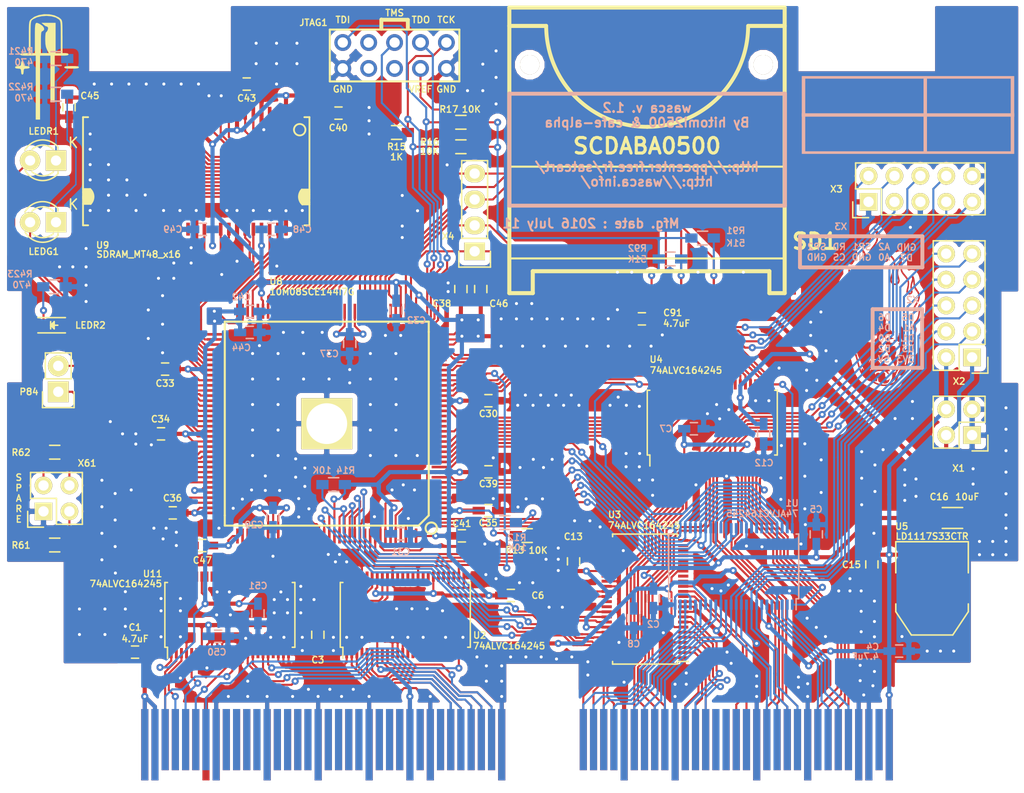
<source format=kicad_pcb>
(kicad_pcb (version 4) (host pcbnew 4.0.2-stable)
  (title_block (title Wasca) (date 2016-07-11) (rev 1.2) (company "cafe-alpha & hitomi2500") (comment 2 "Distributed under GNU GENERAL PUBLIC LICENSE Version 2"))
  (layers (0 Front signal) (31 Back signal) (34 B.Paste user) (35 F.Paste user) (36 B.SilkS user) (37 F.SilkS user) (38 B.Mask user) (39 F.Mask user) (44 Edge.Cuts user))
  (net 0 "")
  (net 1 /+5V)
  (net 2 GND)
  (net 3 /+3_3V)
  (net 4 /ABUS_A24)
  (net 5 /ABUS_A22)
  (net 6 /ABUS_A20)
  (net 7 /ABUS_A18)
  (net 8 /ABUS_A16)
  (net 9 /RESET)
  (net 10 /ABUS_A25)
  (net 11 /ABUS_A23)
  (net 12 /ABUS_A21)
  (net 13 /ABUS_A19)
  (net 14 /ABUS_A17)
  (net 15 /ABUS_A15)
  (net 16 /ABUS_A12)
  (net 17 /ABUS_A13)
  (net 18 /ABUS_A8)
  (net 19 /ABUS_A9)
  (net 20 /ABUS_A11)
  (net 21 /ABUS_A10)
  (net 22 /ABUS_A1)
  (net 23 /ABUS_CS0)
  (net 24 /ABUS_CS2)
  (net 25 /ABUS_WR0)
  (net 26 /ABUS_D0)
  (net 27 /ABUS_D1)
  (net 28 /ABUS_D2)
  (net 29 /ABUS_D3)
  (net 30 /ABUS_D8)
  (net 31 /ABUS_D9)
  (net 32 /ABUS_D10)
  (net 33 /ABUS_D11)
  (net 34 /ABUS_A14)
  (net 35 /ABUS_A7)
  (net 36 /ABUS_A6)
  (net 37 /ABUS_A5)
  (net 38 /ABUS_A4)
  (net 39 /ABUS_A3)
  (net 40 /ABUS_A2)
  (net 41 /ABUS_A0)
  (net 42 /ABUS_RD)
  (net 43 /ABUS_CS1)
  (net 44 /ABUS_WR1)
  (net 45 /ABUS_WAIT)
  (net 46 /ABUS_IRQ)
  (net 47 /SDR_DQ0)
  (net 48 /SDR_DQ1)
  (net 49 /SDR_DQ2)
  (net 50 /SDR_DQ3)
  (net 51 /SDR_DQ4)
  (net 52 /SDR_DQ5)
  (net 53 /SDR_DQ6)
  (net 54 /SDR_DQ7)
  (net 55 /SDR_DQML)
  (net 56 /SDR_WE)
  (net 57 /SDR_CAS)
  (net 58 /SDR_RAS)
  (net 59 /SDR_CS)
  (net 60 /SDR_BA0)
  (net 61 /SDR_BA1)
  (net 62 /SDR_A10)
  (net 63 /SDR_A0)
  (net 64 /SDR_A1)
  (net 65 /SDR_A2)
  (net 66 /SDR_A3)
  (net 67 /SDR_A4)
  (net 68 /SDR_A5)
  (net 69 /SDR_A6)
  (net 70 /SDR_A7)
  (net 71 /SDR_A8)
  (net 72 /SDR_A9)
  (net 73 /SDR_A11)
  (net 74 /SDR_CKE)
  (net 75 /SDR_CLK)
  (net 76 /SDR_DQMH)
  (net 77 /SDR_DQ8)
  (net 78 /SDR_DQ9)
  (net 79 /SDR_DQ10)
  (net 80 /SDR_DQ11)
  (net 81 /SDR_DQ12)
  (net 82 /SDR_DQ13)
  (net 83 /SDR_DQ14)
  (net 84 /SDR_DQ15)
  (net 85 /ABUS_3V_MUX_DATA_DIR)
  (net 86 /ABUS_3V_MUX_EN2)
  (net 87 /ABUS_3V_MUX15)
  (net 88 /ABUS_3V_MUX14)
  (net 89 /ABUS_3V_MUX13)
  (net 90 /ABUS_3V_MUX12)
  (net 91 /ABUS_3V_MUX11)
  (net 92 /ABUS_3V_MUX10)
  (net 93 /ABUS_3V_MUX9)
  (net 94 /ABUS_3V_MUX8)
  (net 95 /ABUS_3V_MUX_EN1)
  (net 96 /ABUS_3V_A19)
  (net 97 /ABUS_3V_A21)
  (net 98 /ABUS_3V_A23)
  (net 99 /ABUS_3V_A25)
  (net 100 /ABUS_3V_WR0)
  (net 101 /ABUS_3V_CS2)
  (net 102 /ABUS_3V_CS0)
  (net 103 /ABUS_3V_WR1)
  (net 104 /ABUS_3V_CS1)
  (net 105 /ABUS_3V_RD)
  (net 106 /ABUS_3V_MUX7)
  (net 107 /ABUS_3V_MUX6)
  (net 108 /ABUS_3V_MUX5)
  (net 109 /ABUS_3V_MUX4)
  (net 110 /ABUS_3V_MUX3)
  (net 111 /ABUS_3V_MUX2)
  (net 112 /ABUS_3V_MUX1)
  (net 113 /ABUS_3V_MUX0)
  (net 114 /ABUS_3V_IRQ)
  (net 115 /ABUS_3V_WAIT)
  (net 116 /RESET_3V)
  (net 117 /ABUS_3V_A16)
  (net 118 /ABUS_3V_A18)
  (net 119 /ABUS_3V_A20)
  (net 120 /ABUS_3V_A22)
  (net 121 /ABUS_3V_A24)
  (net 122 /ABUS_3V_A17)
  (net 123 /JTAG_TMS)
  (net 124 /JTAG_TCK)
  (net 125 /JTAG_TDI)
  (net 126 /JTAG_TDO)
  (net 127 /ABUS_D7)
  (net 128 /ABUS_D6)
  (net 129 /ABUS_D5)
  (net 130 /ABUS_D4)
  (net 131 /ABUS_D15)
  (net 132 /ABUS_D14)
  (net 133 /ABUS_D13)
  (net 134 /ABUS_D12)
  (net 135 /SDR_A12)
  (net 136 /SCSPCLK)
  (net 137 /SCSPCLK_3V)
  (net 138 /ISD)
  (net 139 /IBCK)
  (net 140 /ILRCK)
  (net 141 /SSEL)
  (net 142 /SSEL_3V)
  (net 143 /ISD_3V)
  (net 144 /IBCK_3V)
  (net 145 /ILRCK_3V)
  (net 146 "Net-(R92-Pad2)")
  (net 147 /SD_CS)
  (net 148 /SD_DIN)
  (net 149 /SD_CLK)
  (net 150 /SD_DOUT)
  (net 151 "Net-(LEDR1-Pad1)")
  (net 152 "Net-(LEDG1-Pad1)")
  (net 153 /LEDG1)
  (net 154 /LEDR1)
  (net 155 /WAIT_ENABLE)
  (net 156 /USB_CS)
  (net 157 /USB_RD)
  (net 158 /USB_SPARE1)
  (net 159 /USB_SPARE2)
  (net 160 "Net-(LEDR2-Pad1)")
  (net 161 /DDR_SPARE1)
  (net 162 /DDR_SPARE3)
  (net 163 /DDR_SPARE2)
  (net 164 "Net-(R62-Pad1)")
  (net 165 "Net-(R62-Pad2)")
  (net 166 "Net-(R61-Pad2)")
  (module Housings_SSOP:TSSOP-48_6.1x12.5mm_Pitch0.5mm (layer Back) (at 98.6 136.3 90)
    (fp_text reference U1 (at 6.2 5.725 180) (layer B.SilkS) (effects (font (size 0.635 0.635) (thickness 0.127)) (justify mirror)))
    (fp_text value 74ALVC164245 (at 5.175 2.8 180) (layer B.SilkS) (effects (font (size 0.635 0.635) (thickness 0.127)) (justify mirror)))
    (pad 1 smd rect (at -3.75 5.75 90) (size 1 0.285) (layers Back B.Paste B.Mask) (net 85 /ABUS_3V_MUX_DATA_DIR))
    (pad 2 smd rect (at -3.75 5.25 90) (size 1 0.285) (layers Back B.Paste B.Mask) (net 33 /ABUS_D11))
    (pad 3 smd rect (at -3.75 4.75 90) (size 1 0.285) (layers Back B.Paste B.Mask) (net 32 /ABUS_D10))
    (pad 4 smd rect (at -3.75 4.25 90) (size 1 0.285) (layers Back B.Paste B.Mask) (net 2 GND))
    (pad 5 smd rect (at -3.75 3.75 90) (size 1 0.285) (layers Back B.Paste B.Mask) (net 31 /ABUS_D9))
    (pad 6 smd rect (at -3.75 3.25 90) (size 1 0.285) (layers Back B.Paste B.Mask) (net 30 /ABUS_D8))
    (pad 7 smd rect (at -3.75 2.75 90) (size 1 0.285) (layers Back B.Paste B.Mask) (net 1 /+5V))
    (pad 8 smd rect (at -3.75 2.25 90) (size 1 0.285) (layers Back B.Paste B.Mask) (net 29 /ABUS_D3))
    (pad 9 smd rect (at -3.75 1.75 90) (size 1 0.285) (layers Back B.Paste B.Mask) (net 28 /ABUS_D2))
    (pad 10 smd rect (at -3.75 1.25 90) (size 1 0.285) (layers Back B.Paste B.Mask) (net 2 GND))
    (pad 11 smd rect (at -3.75 0.75 90) (size 1 0.285) (layers Back B.Paste B.Mask) (net 27 /ABUS_D1))
    (pad 12 smd rect (at -3.75 0.25 90) (size 1 0.285) (layers Back B.Paste B.Mask) (net 26 /ABUS_D0))
    (pad 13 smd rect (at -3.75 -0.25 90) (size 1 0.285) (layers Back B.Paste B.Mask) (net 22 /ABUS_A1))
    (pad 14 smd rect (at -3.75 -0.75 90) (size 1 0.285) (layers Back B.Paste B.Mask) (net 21 /ABUS_A10))
    (pad 15 smd rect (at -3.75 -1.25 90) (size 1 0.285) (layers Back B.Paste B.Mask) (net 2 GND))
    (pad 16 smd rect (at -3.75 -1.75 90) (size 1 0.285) (layers Back B.Paste B.Mask) (net 20 /ABUS_A11))
    (pad 17 smd rect (at -3.75 -2.25 90) (size 1 0.285) (layers Back B.Paste B.Mask) (net 19 /ABUS_A9))
    (pad 18 smd rect (at -3.75 -2.75 90) (size 1 0.285) (layers Back B.Paste B.Mask) (net 1 /+5V))
    (pad 19 smd rect (at -3.75 -3.25 90) (size 1 0.285) (layers Back B.Paste B.Mask) (net 18 /ABUS_A8))
    (pad 20 smd rect (at -3.75 -3.75 90) (size 1 0.285) (layers Back B.Paste B.Mask) (net 17 /ABUS_A13))
    (pad 21 smd rect (at -3.75 -4.25 90) (size 1 0.285) (layers Back B.Paste B.Mask) (net 2 GND))
    (pad 22 smd rect (at -3.75 -4.75 90) (size 1 0.285) (layers Back B.Paste B.Mask) (net 16 /ABUS_A12))
    (pad 23 smd rect (at -3.75 -5.25 90) (size 1 0.285) (layers Back B.Paste B.Mask) (net 15 /ABUS_A15))
    (pad 24 smd rect (at -3.75 -5.75 90) (size 1 0.285) (layers Back B.Paste B.Mask) (net 2 GND))
    (pad 25 smd rect (at 3.75 -5.75 90) (size 1 0.285) (layers Back B.Paste B.Mask) (net 95 /ABUS_3V_MUX_EN1))
    (pad 26 smd rect (at 3.75 -5.25 90) (size 1 0.285) (layers Back B.Paste B.Mask) (net 91 /ABUS_3V_MUX11))
    (pad 27 smd rect (at 3.75 -4.75 90) (size 1 0.285) (layers Back B.Paste B.Mask) (net 92 /ABUS_3V_MUX10))
    (pad 28 smd rect (at 3.75 -4.25 90) (size 1 0.285) (layers Back B.Paste B.Mask) (net 2 GND))
    (pad 29 smd rect (at 3.75 -3.75 90) (size 1 0.285) (layers Back B.Paste B.Mask) (net 93 /ABUS_3V_MUX9))
    (pad 30 smd rect (at 3.75 -3.25 90) (size 1 0.285) (layers Back B.Paste B.Mask) (net 94 /ABUS_3V_MUX8))
    (pad 31 smd rect (at 3.75 -2.75 90) (size 1 0.285) (layers Back B.Paste B.Mask) (net 3 /+3_3V))
    (pad 32 smd rect (at 3.75 -2.25 90) (size 1 0.285) (layers Back B.Paste B.Mask) (net 110 /ABUS_3V_MUX3))
    (pad 33 smd rect (at 3.75 -1.75 90) (size 1 0.285) (layers Back B.Paste B.Mask) (net 111 /ABUS_3V_MUX2))
    (pad 34 smd rect (at 3.75 -1.25 90) (size 1 0.285) (layers Back B.Paste B.Mask) (net 2 GND))
    (pad 35 smd rect (at 3.75 -0.75 90) (size 1 0.285) (layers Back B.Paste B.Mask) (net 112 /ABUS_3V_MUX1))
    (pad 36 smd rect (at 3.75 -0.25 90) (size 1 0.285) (layers Back B.Paste B.Mask) (net 113 /ABUS_3V_MUX0))
    (pad 37 smd rect (at 3.75 0.25 90) (size 1 0.285) (layers Back B.Paste B.Mask) (net 113 /ABUS_3V_MUX0))
    (pad 38 smd rect (at 3.75 0.75 90) (size 1 0.285) (layers Back B.Paste B.Mask) (net 112 /ABUS_3V_MUX1))
    (pad 39 smd rect (at 3.75 1.25 90) (size 1 0.285) (layers Back B.Paste B.Mask) (net 2 GND))
    (pad 40 smd rect (at 3.75 1.75 90) (size 1 0.285) (layers Back B.Paste B.Mask) (net 111 /ABUS_3V_MUX2))
    (pad 41 smd rect (at 3.75 2.25 90) (size 1 0.285) (layers Back B.Paste B.Mask) (net 110 /ABUS_3V_MUX3))
    (pad 42 smd rect (at 3.75 2.75 90) (size 1 0.285) (layers Back B.Paste B.Mask) (net 3 /+3_3V))
    (pad 43 smd rect (at 3.75 3.25 90) (size 1 0.285) (layers Back B.Paste B.Mask) (net 94 /ABUS_3V_MUX8))
    (pad 44 smd rect (at 3.75 3.75 90) (size 1 0.285) (layers Back B.Paste B.Mask) (net 93 /ABUS_3V_MUX9))
    (pad 45 smd rect (at 3.75 4.25 90) (size 1 0.285) (layers Back B.Paste B.Mask) (net 2 GND))
    (pad 46 smd rect (at 3.75 4.75 90) (size 1 0.285) (layers Back B.Paste B.Mask) (net 92 /ABUS_3V_MUX10))
    (pad 47 smd rect (at 3.75 5.25 90) (size 1 0.285) (layers Back B.Paste B.Mask) (net 91 /ABUS_3V_MUX11))
    (pad 48 smd rect (at 3.75 5.75 90) (size 1 0.285) (layers Back B.Paste B.Mask) (net 86 /ABUS_3V_MUX_EN2))
  )
  (module Capacitors_SMD:C_0603_HandSoldering (layer Back) (at 51.95 140.9 270)
    (fp_text reference C51 (at -2.7 0 360) (layer B.SilkS) (effects (font (size 0.635 0.635) (thickness 0.127)) (justify mirror)))
    (fp_text value 0.1uF hide)
    (pad 1 smd rect (at -0.95 0 270) (size 1.2 0.75) (layers Back B.Paste B.Mask) (net 3 /+3_3V))
    (pad 2 smd rect (at 0.95 0 270) (size 1.2 0.75) (layers Back B.Paste B.Mask) (net 2 GND))
  )
  (module Capacitors_SMD:C_0603_HandSoldering (layer Back) (at 48.05 143.15)
    (fp_text reference C50 (at -0.125 1.55) (layer B.SilkS) (effects (font (size 0.635 0.635) (thickness 0.127)) (justify mirror)))
    (fp_text value 0.1uF hide)
    (pad 1 smd rect (at -0.95 0) (size 1.2 0.75) (layers Back B.Paste B.Mask) (net 1 /+5V))
    (pad 2 smd rect (at 0.95 0) (size 1.2 0.75) (layers Back B.Paste B.Mask) (net 2 GND))
  )
  (module Housings_SSOP:TSSOP-48_6.1x12.5mm_Pitch0.5mm (layer Front) (at 49.2 141.05 90)
    (fp_text reference U11 (at 4.025 -7.575 180) (layer F.SilkS) (effects (font (size 0.635 0.635) (thickness 0.127))))
    (fp_text value 74ALVC164245 (at 3.05 -10.2 180) (layer F.SilkS) (effects (font (size 0.635 0.635) (thickness 0.127))))
    (pad 1 smd rect (at -3.75 -5.75 90) (size 1 0.285) (layers Front F.Paste F.Mask) (net 3 /+3_3V))
    (pad 2 smd rect (at -3.75 -5.25 90) (size 1 0.285) (layers Front F.Paste F.Mask) (net 141 /SSEL))
    (pad 3 smd rect (at -3.75 -4.75 90) (size 1 0.285) (layers Front F.Paste F.Mask) (net 138 /ISD))
    (pad 4 smd rect (at -3.75 -4.25 90) (size 1 0.285) (layers Front F.Paste F.Mask) (net 2 GND))
    (pad 5 smd rect (at -3.75 -3.75 90) (size 1 0.285) (layers Front F.Paste F.Mask) (net 139 /IBCK))
    (pad 6 smd rect (at -3.75 -3.25 90) (size 1 0.285) (layers Front F.Paste F.Mask) (net 2 GND))
    (pad 7 smd rect (at -3.75 -2.75 90) (size 1 0.285) (layers Front F.Paste F.Mask) (net 1 /+5V))
    (pad 8 smd rect (at -3.75 -2.25 90) (size 1 0.285) (layers Front F.Paste F.Mask) (net 2 GND))
    (pad 9 smd rect (at -3.75 -1.75 90) (size 1 0.285) (layers Front F.Paste F.Mask) (net 2 GND))
    (pad 10 smd rect (at -3.75 -1.25 90) (size 1 0.285) (layers Front F.Paste F.Mask) (net 2 GND))
    (pad 11 smd rect (at -3.75 -0.75 90) (size 1 0.285) (layers Front F.Paste F.Mask) (net 2 GND))
    (pad 12 smd rect (at -3.75 -0.25 90) (size 1 0.285) (layers Front F.Paste F.Mask) (net 140 /ILRCK))
    (pad 13 smd rect (at -3.75 0.25 90) (size 1 0.285) (layers Front F.Paste F.Mask) (net 9 /RESET))
    (pad 14 smd rect (at -3.75 0.75 90) (size 1 0.285) (layers Front F.Paste F.Mask) (net 2 GND))
    (pad 15 smd rect (at -3.75 1.25 90) (size 1 0.285) (layers Front F.Paste F.Mask) (net 2 GND))
    (pad 16 smd rect (at -3.75 1.75 90) (size 1 0.285) (layers Front F.Paste F.Mask) (net 10 /ABUS_A25))
    (pad 17 smd rect (at -3.75 2.25 90) (size 1 0.285) (layers Front F.Paste F.Mask) (net 11 /ABUS_A23))
    (pad 18 smd rect (at -3.75 2.75 90) (size 1 0.285) (layers Front F.Paste F.Mask) (net 1 /+5V))
    (pad 19 smd rect (at -3.75 3.25 90) (size 1 0.285) (layers Front F.Paste F.Mask) (net 12 /ABUS_A21))
    (pad 20 smd rect (at -3.75 3.75 90) (size 1 0.285) (layers Front F.Paste F.Mask) (net 13 /ABUS_A19))
    (pad 21 smd rect (at -3.75 4.25 90) (size 1 0.285) (layers Front F.Paste F.Mask) (net 2 GND))
    (pad 22 smd rect (at -3.75 4.75 90) (size 1 0.285) (layers Front F.Paste F.Mask) (net 2 GND))
    (pad 23 smd rect (at -3.75 5.25 90) (size 1 0.285) (layers Front F.Paste F.Mask) (net 2 GND))
    (pad 24 smd rect (at -3.75 5.75 90) (size 1 0.285) (layers Front F.Paste F.Mask) (net 2 GND))
    (pad 25 smd rect (at 3.75 5.75 90) (size 1 0.285) (layers Front F.Paste F.Mask) (net 2 GND))
    (pad 26 smd rect (at 3.75 5.25 90) (size 1 0.285) (layers Front F.Paste F.Mask))
    (pad 27 smd rect (at 3.75 4.75 90) (size 1 0.285) (layers Front F.Paste F.Mask))
    (pad 28 smd rect (at 3.75 4.25 90) (size 1 0.285) (layers Front F.Paste F.Mask) (net 2 GND))
    (pad 29 smd rect (at 3.75 3.75 90) (size 1 0.285) (layers Front F.Paste F.Mask) (net 96 /ABUS_3V_A19))
    (pad 30 smd rect (at 3.75 3.25 90) (size 1 0.285) (layers Front F.Paste F.Mask) (net 97 /ABUS_3V_A21))
    (pad 31 smd rect (at 3.75 2.75 90) (size 1 0.285) (layers Front F.Paste F.Mask) (net 3 /+3_3V))
    (pad 32 smd rect (at 3.75 2.25 90) (size 1 0.285) (layers Front F.Paste F.Mask) (net 98 /ABUS_3V_A23))
    (pad 33 smd rect (at 3.75 1.75 90) (size 1 0.285) (layers Front F.Paste F.Mask) (net 99 /ABUS_3V_A25))
    (pad 34 smd rect (at 3.75 1.25 90) (size 1 0.285) (layers Front F.Paste F.Mask) (net 2 GND))
    (pad 35 smd rect (at 3.75 0.75 90) (size 1 0.285) (layers Front F.Paste F.Mask))
    (pad 36 smd rect (at 3.75 0.25 90) (size 1 0.285) (layers Front F.Paste F.Mask) (net 116 /RESET_3V))
    (pad 37 smd rect (at 3.75 -0.25 90) (size 1 0.285) (layers Front F.Paste F.Mask) (net 145 /ILRCK_3V))
    (pad 38 smd rect (at 3.75 -0.75 90) (size 1 0.285) (layers Front F.Paste F.Mask))
    (pad 39 smd rect (at 3.75 -1.25 90) (size 1 0.285) (layers Front F.Paste F.Mask) (net 2 GND))
    (pad 40 smd rect (at 3.75 -1.75 90) (size 1 0.285) (layers Front F.Paste F.Mask))
    (pad 41 smd rect (at 3.75 -2.25 90) (size 1 0.285) (layers Front F.Paste F.Mask))
    (pad 42 smd rect (at 3.75 -2.75 90) (size 1 0.285) (layers Front F.Paste F.Mask) (net 3 /+3_3V))
    (pad 43 smd rect (at 3.75 -3.25 90) (size 1 0.285) (layers Front F.Paste F.Mask))
    (pad 44 smd rect (at 3.75 -3.75 90) (size 1 0.285) (layers Front F.Paste F.Mask) (net 144 /IBCK_3V))
    (pad 45 smd rect (at 3.75 -4.25 90) (size 1 0.285) (layers Front F.Paste F.Mask) (net 2 GND))
    (pad 46 smd rect (at 3.75 -4.75 90) (size 1 0.285) (layers Front F.Paste F.Mask) (net 143 /ISD_3V))
    (pad 47 smd rect (at 3.75 -5.25 90) (size 1 0.285) (layers Front F.Paste F.Mask) (net 142 /SSEL_3V))
    (pad 48 smd rect (at 3.75 -5.75 90) (size 1 0.285) (layers Front F.Paste F.Mask) (net 2 GND))
  )
  (module Resistors_SMD:R_0603_HandSoldering (layer Back) (at 76.15 132)
    (fp_text reference R12 (at 1.2 1.475) (layer B.SilkS) (effects (font (size 0.635 0.635) (thickness 0.127)) (justify mirror)))
    (fp_text value 10K (at 1.225 2.45) (layer B.SilkS) (effects (font (size 0.635 0.635) (thickness 0.127)) (justify mirror)))
    (pad 1 smd rect (at -1.1 0) (size 1.2 0.9) (layers Back B.Paste B.Mask) (net 3 /+3_3V))
    (pad 2 smd rect (at 1.1 0) (size 1.2 0.9) (layers Back B.Paste B.Mask) (net 111 /ABUS_3V_MUX2))
  )
  (module Resistors_SMD:R_0603_HandSoldering (layer Front) (at 71.85 92.75 180)
    (fp_text reference R17 (at 1.175 1.275 180) (layer F.SilkS) (effects (font (size 0.635 0.635) (thickness 0.127))))
    (fp_text value 10K (at -1.025 1.275 180) (layer F.SilkS) (effects (font (size 0.635 0.635) (thickness 0.127))))
    (pad 1 smd rect (at -1.1 0 180) (size 1.2 0.9) (layers Front F.Paste F.Mask) (net 3 /+3_3V))
    (pad 2 smd rect (at 1.1 0 180) (size 1.2 0.9) (layers Front F.Paste F.Mask) (net 125 /JTAG_TDI))
  )
  (module Resistors_SMD:R_0603_HandSoldering (layer Front) (at 71.85 95.15 180)
    (fp_text reference R16 (at 3.05 0.475 180) (layer F.SilkS) (effects (font (size 0.635 0.635) (thickness 0.127))))
    (fp_text value 10K (at 3.075 -0.45 180) (layer F.SilkS) (effects (font (size 0.635 0.635) (thickness 0.127))))
    (pad 1 smd rect (at -1.1 0 180) (size 1.2 0.9) (layers Front F.Paste F.Mask) (net 3 /+3_3V))
    (pad 2 smd rect (at 1.1 0 180) (size 1.2 0.9) (layers Front F.Paste F.Mask) (net 123 /JTAG_TMS))
  )
  (module Resistors_SMD:R_0603_HandSoldering (layer Front) (at 65.55 93.75 180)
    (fp_text reference R15 (at 0 -1.4 180) (layer F.SilkS) (effects (font (size 0.635 0.635) (thickness 0.127))))
    (fp_text value 1K (at 0 -2.4 180) (layer F.SilkS) (effects (font (size 0.635 0.635) (thickness 0.127))))
    (pad 1 smd rect (at -1.1 0 180) (size 1.2 0.9) (layers Front F.Paste F.Mask) (net 124 /JTAG_TCK))
    (pad 2 smd rect (at 1.1 0 180) (size 1.2 0.9) (layers Front F.Paste F.Mask) (net 2 GND))
  )
  (module Resistors_SMD:R_0603_HandSoldering (layer Front) (at 78.35 133.275)
    (fp_text reference R13 (at -1.2 1.425) (layer F.SilkS) (effects (font (size 0.635 0.635) (thickness 0.127))))
    (fp_text value 10K (at 1.075 1.45) (layer F.SilkS) (effects (font (size 0.635 0.635) (thickness 0.127))))
    (pad 1 smd rect (at -1.1 0) (size 1.2 0.9) (layers Front F.Paste F.Mask) (net 3 /+3_3V))
    (pad 2 smd rect (at 1.1 0) (size 1.2 0.9) (layers Front F.Paste F.Mask) (net 155 /WAIT_ENABLE))
  )
  (module Capacitors_SMD:C_0603_HandSoldering (layer Back) (at 46.55 103.25 180)
    (fp_text reference C49 (at 2.95 0 180) (layer B.SilkS) (effects (font (size 0.635 0.635) (thickness 0.127)) (justify mirror)))
    (fp_text value 0.1uF hide)
    (pad 1 smd rect (at -0.95 0 180) (size 1.2 0.75) (layers Back B.Paste B.Mask) (net 3 /+3_3V))
    (pad 2 smd rect (at 0.95 0 180) (size 1.2 0.75) (layers Back B.Paste B.Mask) (net 2 GND))
  )
  (module Capacitors_SMD:C_0603_HandSoldering (layer Front) (at 74.55 120.05)
    (fp_text reference C30 (at 0 1.275) (layer F.SilkS) (effects (font (size 0.635 0.635) (thickness 0.127))))
    (fp_text value 0.1uF hide)
    (pad 1 smd rect (at -0.95 0) (size 1.2 0.75) (layers Front F.Paste F.Mask) (net 3 /+3_3V))
    (pad 2 smd rect (at 0.95 0) (size 1.2 0.75) (layers Front F.Paste F.Mask) (net 2 GND))
  )
  (module Capacitors_SMD:C_0603_HandSoldering (layer Back) (at 53.425 131.5 270)
    (fp_text reference C29 (at 0.725 1.85 360) (layer B.SilkS) (effects (font (size 0.635 0.635) (thickness 0.127)) (justify mirror)))
    (fp_text value 0.1uF hide)
    (pad 1 smd rect (at -0.95 0 270) (size 1.2 0.75) (layers Back B.Paste B.Mask) (net 3 /+3_3V))
    (pad 2 smd rect (at 0.95 0 270) (size 1.2 0.75) (layers Back B.Paste B.Mask) (net 2 GND))
  )
  (module Capacitors_SMD:C_0603_HandSoldering (layer Front) (at 39.9 144.7 180)
    (fp_text reference C1 (at 0 2.425 180) (layer F.SilkS) (effects (font (size 0.635 0.635) (thickness 0.127))))
    (fp_text value 4.7uF (at 0 1.3 180) (layer F.SilkS) (effects (font (size 0.635 0.635) (thickness 0.127))))
    (pad 1 smd rect (at -0.95 0 180) (size 1.2 0.75) (layers Front F.Paste F.Mask) (net 1 /+5V))
    (pad 2 smd rect (at 0.95 0 180) (size 1.2 0.75) (layers Front F.Paste F.Mask) (net 2 GND))
  )
  (module Capacitors_SMD:C_0603_HandSoldering (layer Back) (at 90.725 139.425 270)
    (fp_text reference C2 (at 2.55 0 360) (layer B.SilkS) (effects (font (size 0.635 0.635) (thickness 0.127)) (justify mirror)))
    (fp_text value 0.1uF hide)
    (pad 1 smd rect (at -0.95 0 270) (size 1.2 0.75) (layers Back B.Paste B.Mask) (net 1 /+5V))
    (pad 2 smd rect (at 0.95 0 270) (size 1.2 0.75) (layers Back B.Paste B.Mask) (net 2 GND))
  )
  (module Capacitors_SMD:C_0603_HandSoldering (layer Front) (at 57.825 143 270)
    (fp_text reference C3 (at 2.475 0 360) (layer F.SilkS) (effects (font (size 0.635 0.635) (thickness 0.127))))
    (fp_text value 0.1uF hide)
    (pad 1 smd rect (at -0.95 0 270) (size 1.2 0.75) (layers Front F.Paste F.Mask) (net 1 /+5V))
    (pad 2 smd rect (at 0.95 0 270) (size 1.2 0.75) (layers Front F.Paste F.Mask) (net 2 GND))
  )
  (module Capacitors_SMD:C_0603_HandSoldering (layer Back) (at 114.825 144.6)
    (fp_text reference C4 (at -2.6 -0.425) (layer B.SilkS) (effects (font (size 0.635 0.635) (thickness 0.127)) (justify mirror)))
    (fp_text value 4.7uF (at -3.3 0.525) (layer B.SilkS) (effects (font (size 0.635 0.635) (thickness 0.127)) (justify mirror)))
    (pad 1 smd rect (at -0.95 0) (size 1.2 0.75) (layers Back B.Paste B.Mask) (net 1 /+5V))
    (pad 2 smd rect (at 0.95 0) (size 1.2 0.75) (layers Back B.Paste B.Mask) (net 2 GND))
  )
  (module Capacitors_SMD:C_0603_HandSoldering (layer Back) (at 106.7 133.15 90)
    (fp_text reference C5 (at 2.45 -0.025 180) (layer B.SilkS) (effects (font (size 0.635 0.635) (thickness 0.127)) (justify mirror)))
    (fp_text value 0.1uF hide)
    (pad 1 smd rect (at -0.95 0 90) (size 1.2 0.75) (layers Back B.Paste B.Mask) (net 3 /+3_3V))
    (pad 2 smd rect (at 0.95 0 90) (size 1.2 0.75) (layers Back B.Paste B.Mask) (net 2 GND))
  )
  (module Capacitors_SMD:C_0603_HandSoldering (layer Front) (at 76.75 139.15)
    (fp_text reference C6 (at 2.65 0) (layer F.SilkS) (effects (font (size 0.635 0.635) (thickness 0.127))))
    (fp_text value 0.1uF hide)
    (pad 1 smd rect (at -0.95 0) (size 1.2 0.75) (layers Front F.Paste F.Mask) (net 3 /+3_3V))
    (pad 2 smd rect (at 0.95 0) (size 1.2 0.75) (layers Front F.Paste F.Mask) (net 2 GND))
  )
  (module Capacitors_SMD:C_0603_HandSoldering (layer Back) (at 94.7 122.8)
    (fp_text reference C7 (at -2.75 0) (layer B.SilkS) (effects (font (size 0.635 0.635) (thickness 0.127)) (justify mirror)))
    (fp_text value 0.1uF hide)
    (pad 1 smd rect (at -0.95 0) (size 1.2 0.75) (layers Back B.Paste B.Mask) (net 1 /+5V))
    (pad 2 smd rect (at 0.95 0) (size 1.2 0.75) (layers Back B.Paste B.Mask) (net 2 GND))
  )
  (module Capacitors_SMD:C_0603_HandSoldering (layer Back) (at 88.8 141.375 270)
    (fp_text reference C8 (at 2.525 0 360) (layer B.SilkS) (effects (font (size 0.635 0.635) (thickness 0.127)) (justify mirror)))
    (fp_text value 0.1uF hide)
    (pad 1 smd rect (at -0.95 0 270) (size 1.2 0.75) (layers Back B.Paste B.Mask) (net 1 /+5V))
    (pad 2 smd rect (at 0.95 0 270) (size 1.2 0.75) (layers Back B.Paste B.Mask) (net 2 GND))
  )
  (module Capacitors_SMD:C_0603_HandSoldering (layer Back) (at 101.54 123.28 270)
    (fp_text reference C12 (at 2.87 -0.035 360) (layer B.SilkS) (effects (font (size 0.635 0.635) (thickness 0.127)) (justify mirror)))
    (fp_text value 0.1uF hide)
    (pad 1 smd rect (at -0.95 0 270) (size 1.2 0.75) (layers Back B.Paste B.Mask) (net 3 /+3_3V))
    (pad 2 smd rect (at 0.95 0 270) (size 1.2 0.75) (layers Back B.Paste B.Mask) (net 2 GND))
  )
  (module Capacitors_SMD:C_0603_HandSoldering (layer Front) (at 82.9 135.8 90)
    (fp_text reference C13 (at 2.425 -0.025 180) (layer F.SilkS) (effects (font (size 0.635 0.635) (thickness 0.127))))
    (fp_text value 0.1uF hide)
    (pad 1 smd rect (at -0.95 0 90) (size 1.2 0.75) (layers Front F.Paste F.Mask) (net 3 /+3_3V))
    (pad 2 smd rect (at 0.95 0 90) (size 1.2 0.75) (layers Front F.Paste F.Mask) (net 2 GND))
  )
  (module Capacitors_SMD:C_0603_HandSoldering (layer Front) (at 112.15 136.1 270)
    (fp_text reference C15 (at 0.025 2 360) (layer F.SilkS) (effects (font (size 0.635 0.635) (thickness 0.127))))
    (fp_text value 0.1uF hide)
    (pad 1 smd rect (at -0.95 0 270) (size 1.2 0.75) (layers Front F.Paste F.Mask) (net 1 /+5V))
    (pad 2 smd rect (at 0.95 0 270) (size 1.2 0.75) (layers Front F.Paste F.Mask) (net 2 GND))
  )
  (module Capacitors_SMD:C_0603_HandSoldering (layer Back) (at 65.95 133.1)
    (fp_text reference C31 (at 0 1.75) (layer B.SilkS) (effects (font (size 0.635 0.635) (thickness 0.127)) (justify mirror)))
    (fp_text value 0.1uF hide)
    (pad 1 smd rect (at -0.95 0) (size 1.2 0.75) (layers Back B.Paste B.Mask) (net 3 /+3_3V))
    (pad 2 smd rect (at 0.95 0) (size 1.2 0.75) (layers Back B.Paste B.Mask) (net 2 GND))
  )
  (module Capacitors_SMD:C_0603_HandSoldering (layer Back) (at 65.5 111.2 270)
    (fp_text reference C32 (at 0.975 -2 360) (layer B.SilkS) (effects (font (size 0.635 0.635) (thickness 0.127)) (justify mirror)))
    (fp_text value 0.1uF hide)
    (pad 1 smd rect (at -0.95 0 270) (size 1.2 0.75) (layers Back B.Paste B.Mask) (net 3 /+3_3V))
    (pad 2 smd rect (at 0.95 0 270) (size 1.2 0.75) (layers Back B.Paste B.Mask) (net 2 GND))
  )
  (module Capacitors_SMD:C_0603_HandSoldering (layer Front) (at 42.45 123.3 180)
    (fp_text reference C34 (at 0.05 1.45 180) (layer F.SilkS) (effects (font (size 0.635 0.635) (thickness 0.127))))
    (fp_text value 0.1uF hide)
    (pad 1 smd rect (at -0.95 0 180) (size 1.2 0.75) (layers Front F.Paste F.Mask) (net 3 /+3_3V))
    (pad 2 smd rect (at 0.95 0 180) (size 1.2 0.75) (layers Front F.Paste F.Mask) (net 2 GND))
  )
  (module Capacitors_SMD:C_0603_HandSoldering (layer Front) (at 74.55 130.825)
    (fp_text reference C35 (at -0.025 1.2) (layer F.SilkS) (effects (font (size 0.635 0.635) (thickness 0.127))))
    (fp_text value 0.1uF hide)
    (pad 1 smd rect (at -0.95 0) (size 1.2 0.75) (layers Front F.Paste F.Mask) (net 3 /+3_3V))
    (pad 2 smd rect (at 0.95 0) (size 1.2 0.75) (layers Front F.Paste F.Mask) (net 2 GND))
  )
  (module Capacitors_SMD:C_0603_HandSoldering (layer Front) (at 43.6 131.05 180)
    (fp_text reference C36 (at 0.025 1.45 180) (layer F.SilkS) (effects (font (size 0.635 0.635) (thickness 0.127))))
    (fp_text value 0.1uF hide)
    (pad 1 smd rect (at -0.95 0 180) (size 1.2 0.75) (layers Front F.Paste F.Mask) (net 3 /+3_3V))
    (pad 2 smd rect (at 0.95 0 180) (size 1.2 0.75) (layers Front F.Paste F.Mask) (net 2 GND))
  )
  (module Capacitors_SMD:C_0603_HandSoldering (layer Back) (at 60.95 114.475 270)
    (fp_text reference C37 (at 0.975 2 360) (layer B.SilkS) (effects (font (size 0.635 0.635) (thickness 0.127)) (justify mirror)))
    (fp_text value 0.1uF hide)
    (pad 1 smd rect (at -0.95 0 270) (size 1.2 0.75) (layers Back B.Paste B.Mask) (net 3 /+3_3V))
    (pad 2 smd rect (at 0.95 0 270) (size 1.2 0.75) (layers Back B.Paste B.Mask) (net 2 GND))
  )
  (module Capacitors_SMD:C_0603_HandSoldering (layer Front) (at 71.85 109.1 90)
    (fp_text reference C38 (at -1.425 -1.875 180) (layer F.SilkS) (effects (font (size 0.635 0.635) (thickness 0.127))))
    (fp_text value 0.1uF hide)
    (pad 1 smd rect (at -0.95 0 90) (size 1.2 0.75) (layers Front F.Paste F.Mask) (net 3 /+3_3V))
    (pad 2 smd rect (at 0.95 0 90) (size 1.2 0.75) (layers Front F.Paste F.Mask) (net 2 GND))
  )
  (module Capacitors_SMD:C_0603_HandSoldering (layer Front) (at 74.55 127.025)
    (fp_text reference C39 (at 0 1.175) (layer F.SilkS) (effects (font (size 0.635 0.635) (thickness 0.127))))
    (fp_text value 0.1uF hide)
    (pad 1 smd rect (at -0.95 0) (size 1.2 0.75) (layers Front F.Paste F.Mask) (net 3 /+3_3V))
    (pad 2 smd rect (at 0.95 0) (size 1.2 0.75) (layers Front F.Paste F.Mask) (net 2 GND))
  )
  (module Capacitors_SMD:C_0603_HandSoldering (layer Front) (at 59.85 91.85)
    (fp_text reference C40 (at -0.02 1.44) (layer F.SilkS) (effects (font (size 0.635 0.635) (thickness 0.127))))
    (fp_text value 0.1uF hide)
    (pad 1 smd rect (at -0.95 0) (size 1.2 0.75) (layers Front F.Paste F.Mask) (net 3 /+3_3V))
    (pad 2 smd rect (at 0.95 0) (size 1.2 0.75) (layers Front F.Paste F.Mask) (net 2 GND))
  )
  (module Capacitors_SMD:C_0603_HandSoldering (layer Front) (at 71.95 133.3)
    (fp_text reference C41 (at 0 -1.2) (layer F.SilkS) (effects (font (size 0.635 0.635) (thickness 0.127))))
    (fp_text value 0.1uF hide)
    (pad 1 smd rect (at -0.95 0) (size 1.2 0.75) (layers Front F.Paste F.Mask) (net 3 /+3_3V))
    (pad 2 smd rect (at 0.95 0) (size 1.2 0.75) (layers Front F.Paste F.Mask) (net 2 GND))
  )
  (module Capacitors_SMD:C_0603_HandSoldering (layer Back) (at 51.15 111.3)
    (fp_text reference C42 (at -0.825 -1.425) (layer B.SilkS) (effects (font (size 0.635 0.635) (thickness 0.127)) (justify mirror)))
    (fp_text value 0.1uF hide)
    (pad 1 smd rect (at -0.95 0) (size 1.2 0.75) (layers Back B.Paste B.Mask) (net 3 /+3_3V))
    (pad 2 smd rect (at 0.95 0) (size 1.2 0.75) (layers Back B.Paste B.Mask) (net 2 GND))
  )
  (module Capacitors_SMD:C_0603_HandSoldering (layer Front) (at 50.85 89)
    (fp_text reference C43 (at 0 1.39) (layer F.SilkS) (effects (font (size 0.635 0.635) (thickness 0.127))))
    (fp_text value 0.1uF hide)
    (pad 1 smd rect (at -0.95 0) (size 1.2 0.75) (layers Front F.Paste F.Mask) (net 3 /+3_3V))
    (pad 2 smd rect (at 0.95 0) (size 1.2 0.75) (layers Front F.Paste F.Mask) (net 2 GND))
  )
  (module Capacitors_SMD:C_0603_HandSoldering (layer Back) (at 51.15 113.35)
    (fp_text reference C44 (at -0.825 1.5) (layer B.SilkS) (effects (font (size 0.635 0.635) (thickness 0.127)) (justify mirror)))
    (fp_text value 0.1uF hide)
    (pad 1 smd rect (at -0.95 0) (size 1.2 0.75) (layers Back B.Paste B.Mask) (net 3 /+3_3V))
    (pad 2 smd rect (at 0.95 0) (size 1.2 0.75) (layers Back B.Paste B.Mask) (net 2 GND))
  )
  (module Capacitors_SMD:C_0603_HandSoldering (layer Front) (at 33.425 91.275 270)
    (fp_text reference C45 (at -1.125 -2.05 360) (layer F.SilkS) (effects (font (size 0.635 0.635) (thickness 0.127))))
    (fp_text value 0.1uF hide)
    (pad 1 smd rect (at -0.95 0 270) (size 1.2 0.75) (layers Front F.Paste F.Mask) (net 3 /+3_3V))
    (pad 2 smd rect (at 0.95 0 270) (size 1.2 0.75) (layers Front F.Paste F.Mask) (net 2 GND))
  )
  (module Capacitors_SMD:C_0603_HandSoldering (layer Front) (at 73.8 109.1 90)
    (fp_text reference C46 (at -1.425 1.775 180) (layer F.SilkS) (effects (font (size 0.635 0.635) (thickness 0.127))))
    (fp_text value 0.1uF hide)
    (pad 1 smd rect (at -0.95 0 90) (size 1.2 0.75) (layers Front F.Paste F.Mask) (net 3 /+3_3V))
    (pad 2 smd rect (at 0.95 0 90) (size 1.2 0.75) (layers Front F.Paste F.Mask) (net 2 GND))
  )
  (module Capacitors_SMD:C_0603_HandSoldering (layer Front) (at 46.5 134.25 180)
    (fp_text reference C47 (at 0 -1.45 180) (layer F.SilkS) (effects (font (size 0.635 0.635) (thickness 0.127))))
    (fp_text value 0.1uF hide)
    (pad 1 smd rect (at -0.95 0 180) (size 1.2 0.75) (layers Front F.Paste F.Mask) (net 3 /+3_3V))
    (pad 2 smd rect (at 0.95 0 180) (size 1.2 0.75) (layers Front F.Paste F.Mask) (net 2 GND))
  )
  (module Capacitors_SMD:C_0603_HandSoldering (layer Back) (at 53.25 103.25)
    (fp_text reference C48 (at 3.05 0) (layer B.SilkS) (effects (font (size 0.635 0.635) (thickness 0.127)) (justify mirror)))
    (fp_text value 0.1uF hide)
    (pad 1 smd rect (at -0.95 0) (size 1.2 0.75) (layers Back B.Paste B.Mask) (net 3 /+3_3V))
    (pad 2 smd rect (at 0.95 0) (size 1.2 0.75) (layers Back B.Paste B.Mask) (net 2 GND))
  )
  (module Housings_SSOP:TSSOP-48_6.1x12.5mm_Pitch0.5mm (layer Front) (at 66.4 141.05 90)
    (fp_text reference U2 (at -2 7.3 180) (layer F.SilkS) (effects (font (size 0.635 0.635) (thickness 0.127))))
    (fp_text value 74ALVC164245 (at -3.05 10.175 180) (layer F.SilkS) (effects (font (size 0.635 0.635) (thickness 0.127))))
    (pad 1 smd rect (at -3.75 -5.75 90) (size 1 0.285) (layers Front F.Paste F.Mask) (net 2 GND))
    (pad 2 smd rect (at -3.75 -5.25 90) (size 1 0.285) (layers Front F.Paste F.Mask) (net 4 /ABUS_A24))
    (pad 3 smd rect (at -3.75 -4.75 90) (size 1 0.285) (layers Front F.Paste F.Mask) (net 5 /ABUS_A22))
    (pad 4 smd rect (at -3.75 -4.25 90) (size 1 0.285) (layers Front F.Paste F.Mask) (net 2 GND))
    (pad 5 smd rect (at -3.75 -3.75 90) (size 1 0.285) (layers Front F.Paste F.Mask) (net 6 /ABUS_A20))
    (pad 6 smd rect (at -3.75 -3.25 90) (size 1 0.285) (layers Front F.Paste F.Mask) (net 7 /ABUS_A18))
    (pad 7 smd rect (at -3.75 -2.75 90) (size 1 0.285) (layers Front F.Paste F.Mask) (net 1 /+5V))
    (pad 8 smd rect (at -3.75 -2.25 90) (size 1 0.285) (layers Front F.Paste F.Mask) (net 8 /ABUS_A16))
    (pad 9 smd rect (at -3.75 -1.75 90) (size 1 0.285) (layers Front F.Paste F.Mask) (net 14 /ABUS_A17))
    (pad 10 smd rect (at -3.75 -1.25 90) (size 1 0.285) (layers Front F.Paste F.Mask) (net 2 GND))
    (pad 11 smd rect (at -3.75 -0.75 90) (size 1 0.285) (layers Front F.Paste F.Mask) (net 2 GND))
    (pad 12 smd rect (at -3.75 -0.25 90) (size 1 0.285) (layers Front F.Paste F.Mask) (net 2 GND))
    (pad 13 smd rect (at -3.75 0.25 90) (size 1 0.285) (layers Front F.Paste F.Mask) (net 2 GND))
    (pad 14 smd rect (at -3.75 0.75 90) (size 1 0.285) (layers Front F.Paste F.Mask) (net 2 GND))
    (pad 15 smd rect (at -3.75 1.25 90) (size 1 0.285) (layers Front F.Paste F.Mask) (net 2 GND))
    (pad 16 smd rect (at -3.75 1.75 90) (size 1 0.285) (layers Front F.Paste F.Mask) (net 2 GND))
    (pad 17 smd rect (at -3.75 2.25 90) (size 1 0.285) (layers Front F.Paste F.Mask) (net 2 GND))
    (pad 18 smd rect (at -3.75 2.75 90) (size 1 0.285) (layers Front F.Paste F.Mask) (net 1 /+5V))
    (pad 19 smd rect (at -3.75 3.25 90) (size 1 0.285) (layers Front F.Paste F.Mask) (net 2 GND))
    (pad 20 smd rect (at -3.75 3.75 90) (size 1 0.285) (layers Front F.Paste F.Mask) (net 2 GND))
    (pad 21 smd rect (at -3.75 4.25 90) (size 1 0.285) (layers Front F.Paste F.Mask) (net 2 GND))
    (pad 22 smd rect (at -3.75 4.75 90) (size 1 0.285) (layers Front F.Paste F.Mask) (net 2 GND))
    (pad 23 smd rect (at -3.75 5.25 90) (size 1 0.285) (layers Front F.Paste F.Mask) (net 136 /SCSPCLK))
    (pad 24 smd rect (at -3.75 5.75 90) (size 1 0.285) (layers Front F.Paste F.Mask) (net 2 GND))
    (pad 25 smd rect (at 3.75 5.75 90) (size 1 0.285) (layers Front F.Paste F.Mask) (net 2 GND))
    (pad 26 smd rect (at 3.75 5.25 90) (size 1 0.285) (layers Front F.Paste F.Mask) (net 137 /SCSPCLK_3V))
    (pad 27 smd rect (at 3.75 4.75 90) (size 1 0.285) (layers Front F.Paste F.Mask))
    (pad 28 smd rect (at 3.75 4.25 90) (size 1 0.285) (layers Front F.Paste F.Mask) (net 2 GND))
    (pad 29 smd rect (at 3.75 3.75 90) (size 1 0.285) (layers Front F.Paste F.Mask))
    (pad 30 smd rect (at 3.75 3.25 90) (size 1 0.285) (layers Front F.Paste F.Mask))
    (pad 31 smd rect (at 3.75 2.75 90) (size 1 0.285) (layers Front F.Paste F.Mask) (net 3 /+3_3V))
    (pad 32 smd rect (at 3.75 2.25 90) (size 1 0.285) (layers Front F.Paste F.Mask))
    (pad 33 smd rect (at 3.75 1.75 90) (size 1 0.285) (layers Front F.Paste F.Mask))
    (pad 34 smd rect (at 3.75 1.25 90) (size 1 0.285) (layers Front F.Paste F.Mask) (net 2 GND))
    (pad 35 smd rect (at 3.75 0.75 90) (size 1 0.285) (layers Front F.Paste F.Mask))
    (pad 36 smd rect (at 3.75 0.25 90) (size 1 0.285) (layers Front F.Paste F.Mask))
    (pad 37 smd rect (at 3.75 -0.25 90) (size 1 0.285) (layers Front F.Paste F.Mask))
    (pad 38 smd rect (at 3.75 -0.75 90) (size 1 0.285) (layers Front F.Paste F.Mask))
    (pad 39 smd rect (at 3.75 -1.25 90) (size 1 0.285) (layers Front F.Paste F.Mask) (net 2 GND))
    (pad 40 smd rect (at 3.75 -1.75 90) (size 1 0.285) (layers Front F.Paste F.Mask) (net 122 /ABUS_3V_A17))
    (pad 41 smd rect (at 3.75 -2.25 90) (size 1 0.285) (layers Front F.Paste F.Mask) (net 117 /ABUS_3V_A16))
    (pad 42 smd rect (at 3.75 -2.75 90) (size 1 0.285) (layers Front F.Paste F.Mask) (net 3 /+3_3V))
    (pad 43 smd rect (at 3.75 -3.25 90) (size 1 0.285) (layers Front F.Paste F.Mask) (net 118 /ABUS_3V_A18))
    (pad 44 smd rect (at 3.75 -3.75 90) (size 1 0.285) (layers Front F.Paste F.Mask) (net 119 /ABUS_3V_A20))
    (pad 45 smd rect (at 3.75 -4.25 90) (size 1 0.285) (layers Front F.Paste F.Mask) (net 2 GND))
    (pad 46 smd rect (at 3.75 -4.75 90) (size 1 0.285) (layers Front F.Paste F.Mask) (net 120 /ABUS_3V_A22))
    (pad 47 smd rect (at 3.75 -5.25 90) (size 1 0.285) (layers Front F.Paste F.Mask) (net 121 /ABUS_3V_A24))
    (pad 48 smd rect (at 3.75 -5.75 90) (size 1 0.285) (layers Front F.Paste F.Mask) (net 2 GND))
  )
  (module Housings_SSOP:TSSOP-48_6.1x12.5mm_Pitch0.5mm (layer Front) (at 89.9 139.5 180)
    (fp_text reference U3 (at 2.975 8.275 180) (layer F.SilkS) (effects (font (size 0.635 0.635) (thickness 0.127))))
    (fp_text value 74ALVC164245 (at 0.075 7.225 360) (layer F.SilkS) (effects (font (size 0.635 0.635) (thickness 0.127))))
    (pad 1 smd rect (at -3.75 -5.75 180) (size 1 0.285) (layers Front F.Paste F.Mask) (net 2 GND))
    (pad 2 smd rect (at -3.75 -5.25 180) (size 1 0.285) (layers Front F.Paste F.Mask) (net 42 /ABUS_RD))
    (pad 3 smd rect (at -3.75 -4.75 180) (size 1 0.285) (layers Front F.Paste F.Mask) (net 43 /ABUS_CS1))
    (pad 4 smd rect (at -3.75 -4.25 180) (size 1 0.285) (layers Front F.Paste F.Mask) (net 2 GND))
    (pad 5 smd rect (at -3.75 -3.75 180) (size 1 0.285) (layers Front F.Paste F.Mask) (net 44 /ABUS_WR1))
    (pad 6 smd rect (at -3.75 -3.25 180) (size 1 0.285) (layers Front F.Paste F.Mask) (net 25 /ABUS_WR0))
    (pad 7 smd rect (at -3.75 -2.75 180) (size 1 0.285) (layers Front F.Paste F.Mask) (net 1 /+5V))
    (pad 8 smd rect (at -3.75 -2.25 180) (size 1 0.285) (layers Front F.Paste F.Mask) (net 24 /ABUS_CS2))
    (pad 9 smd rect (at -3.75 -1.75 180) (size 1 0.285) (layers Front F.Paste F.Mask) (net 23 /ABUS_CS0))
    (pad 10 smd rect (at -3.75 -1.25 180) (size 1 0.285) (layers Front F.Paste F.Mask) (net 2 GND))
    (pad 11 smd rect (at -3.75 -0.75 180) (size 1 0.285) (layers Front F.Paste F.Mask) (net 2 GND))
    (pad 12 smd rect (at -3.75 -0.25 180) (size 1 0.285) (layers Front F.Paste F.Mask) (net 2 GND))
    (pad 13 smd rect (at -3.75 0.25 180) (size 1 0.285) (layers Front F.Paste F.Mask) (net 45 /ABUS_WAIT))
    (pad 14 smd rect (at -3.75 0.75 180) (size 1 0.285) (layers Front F.Paste F.Mask) (net 46 /ABUS_IRQ))
    (pad 15 smd rect (at -3.75 1.25 180) (size 1 0.285) (layers Front F.Paste F.Mask) (net 2 GND))
    (pad 16 smd rect (at -3.75 1.75 180) (size 1 0.285) (layers Front F.Paste F.Mask))
    (pad 17 smd rect (at -3.75 2.25 180) (size 1 0.285) (layers Front F.Paste F.Mask))
    (pad 18 smd rect (at -3.75 2.75 180) (size 1 0.285) (layers Front F.Paste F.Mask) (net 1 /+5V))
    (pad 19 smd rect (at -3.75 3.25 180) (size 1 0.285) (layers Front F.Paste F.Mask))
    (pad 20 smd rect (at -3.75 3.75 180) (size 1 0.285) (layers Front F.Paste F.Mask))
    (pad 21 smd rect (at -3.75 4.25 180) (size 1 0.285) (layers Front F.Paste F.Mask) (net 2 GND))
    (pad 22 smd rect (at -3.75 4.75 180) (size 1 0.285) (layers Front F.Paste F.Mask))
    (pad 23 smd rect (at -3.75 5.25 180) (size 1 0.285) (layers Front F.Paste F.Mask))
    (pad 24 smd rect (at -3.75 5.75 180) (size 1 0.285) (layers Front F.Paste F.Mask) (net 3 /+3_3V))
    (pad 25 smd rect (at 3.75 5.75 180) (size 1 0.285) (layers Front F.Paste F.Mask) (net 155 /WAIT_ENABLE))
    (pad 26 smd rect (at 3.75 5.25 180) (size 1 0.285) (layers Front F.Paste F.Mask) (net 2 GND))
    (pad 27 smd rect (at 3.75 4.75 180) (size 1 0.285) (layers Front F.Paste F.Mask) (net 2 GND))
    (pad 28 smd rect (at 3.75 4.25 180) (size 1 0.285) (layers Front F.Paste F.Mask) (net 2 GND))
    (pad 29 smd rect (at 3.75 3.75 180) (size 1 0.285) (layers Front F.Paste F.Mask) (net 2 GND))
    (pad 30 smd rect (at 3.75 3.25 180) (size 1 0.285) (layers Front F.Paste F.Mask) (net 2 GND))
    (pad 31 smd rect (at 3.75 2.75 180) (size 1 0.285) (layers Front F.Paste F.Mask) (net 3 /+3_3V))
    (pad 32 smd rect (at 3.75 2.25 180) (size 1 0.285) (layers Front F.Paste F.Mask) (net 2 GND))
    (pad 33 smd rect (at 3.75 1.75 180) (size 1 0.285) (layers Front F.Paste F.Mask) (net 2 GND))
    (pad 34 smd rect (at 3.75 1.25 180) (size 1 0.285) (layers Front F.Paste F.Mask) (net 2 GND))
    (pad 35 smd rect (at 3.75 0.75 180) (size 1 0.285) (layers Front F.Paste F.Mask) (net 114 /ABUS_3V_IRQ))
    (pad 36 smd rect (at 3.75 0.25 180) (size 1 0.285) (layers Front F.Paste F.Mask) (net 115 /ABUS_3V_WAIT))
    (pad 37 smd rect (at 3.75 -0.25 180) (size 1 0.285) (layers Front F.Paste F.Mask))
    (pad 38 smd rect (at 3.75 -0.75 180) (size 1 0.285) (layers Front F.Paste F.Mask))
    (pad 39 smd rect (at 3.75 -1.25 180) (size 1 0.285) (layers Front F.Paste F.Mask) (net 2 GND))
    (pad 40 smd rect (at 3.75 -1.75 180) (size 1 0.285) (layers Front F.Paste F.Mask) (net 102 /ABUS_3V_CS0))
    (pad 41 smd rect (at 3.75 -2.25 180) (size 1 0.285) (layers Front F.Paste F.Mask) (net 101 /ABUS_3V_CS2))
    (pad 42 smd rect (at 3.75 -2.75 180) (size 1 0.285) (layers Front F.Paste F.Mask) (net 3 /+3_3V))
    (pad 43 smd rect (at 3.75 -3.25 180) (size 1 0.285) (layers Front F.Paste F.Mask) (net 100 /ABUS_3V_WR0))
    (pad 44 smd rect (at 3.75 -3.75 180) (size 1 0.285) (layers Front F.Paste F.Mask) (net 103 /ABUS_3V_WR1))
    (pad 45 smd rect (at 3.75 -4.25 180) (size 1 0.285) (layers Front F.Paste F.Mask) (net 2 GND))
    (pad 46 smd rect (at 3.75 -4.75 180) (size 1 0.285) (layers Front F.Paste F.Mask) (net 104 /ABUS_3V_CS1))
    (pad 47 smd rect (at 3.75 -5.25 180) (size 1 0.285) (layers Front F.Paste F.Mask) (net 105 /ABUS_3V_RD))
    (pad 48 smd rect (at 3.75 -5.75 180) (size 1 0.285) (layers Front F.Paste F.Mask) (net 2 GND))
  )
  (module Housings_SSOP:TSSOP-48_6.1x12.5mm_Pitch0.5mm (layer Front) (at 96.5 122.2 90)
    (fp_text reference U4 (at 6.2 -5.5 180) (layer F.SilkS) (effects (font (size 0.635 0.635) (thickness 0.127))))
    (fp_text value 74ALVC164245 (at 5.125 -2.575 180) (layer F.SilkS) (effects (font (size 0.635 0.635) (thickness 0.127))))
    (pad 1 smd rect (at -3.75 -5.75 90) (size 1 0.285) (layers Front F.Paste F.Mask) (net 2 GND))
    (pad 2 smd rect (at -3.75 -5.25 90) (size 1 0.285) (layers Front F.Paste F.Mask) (net 34 /ABUS_A14))
    (pad 3 smd rect (at -3.75 -4.75 90) (size 1 0.285) (layers Front F.Paste F.Mask) (net 35 /ABUS_A7))
    (pad 4 smd rect (at -3.75 -4.25 90) (size 1 0.285) (layers Front F.Paste F.Mask) (net 2 GND))
    (pad 5 smd rect (at -3.75 -3.75 90) (size 1 0.285) (layers Front F.Paste F.Mask) (net 36 /ABUS_A6))
    (pad 6 smd rect (at -3.75 -3.25 90) (size 1 0.285) (layers Front F.Paste F.Mask) (net 37 /ABUS_A5))
    (pad 7 smd rect (at -3.75 -2.75 90) (size 1 0.285) (layers Front F.Paste F.Mask) (net 1 /+5V))
    (pad 8 smd rect (at -3.75 -2.25 90) (size 1 0.285) (layers Front F.Paste F.Mask) (net 38 /ABUS_A4))
    (pad 9 smd rect (at -3.75 -1.75 90) (size 1 0.285) (layers Front F.Paste F.Mask) (net 39 /ABUS_A3))
    (pad 10 smd rect (at -3.75 -1.25 90) (size 1 0.285) (layers Front F.Paste F.Mask) (net 2 GND))
    (pad 11 smd rect (at -3.75 -0.75 90) (size 1 0.285) (layers Front F.Paste F.Mask) (net 40 /ABUS_A2))
    (pad 12 smd rect (at -3.75 -0.25 90) (size 1 0.285) (layers Front F.Paste F.Mask) (net 41 /ABUS_A0))
    (pad 13 smd rect (at -3.75 0.25 90) (size 1 0.285) (layers Front F.Paste F.Mask) (net 127 /ABUS_D7))
    (pad 14 smd rect (at -3.75 0.75 90) (size 1 0.285) (layers Front F.Paste F.Mask) (net 128 /ABUS_D6))
    (pad 15 smd rect (at -3.75 1.25 90) (size 1 0.285) (layers Front F.Paste F.Mask) (net 2 GND))
    (pad 16 smd rect (at -3.75 1.75 90) (size 1 0.285) (layers Front F.Paste F.Mask) (net 129 /ABUS_D5))
    (pad 17 smd rect (at -3.75 2.25 90) (size 1 0.285) (layers Front F.Paste F.Mask) (net 130 /ABUS_D4))
    (pad 18 smd rect (at -3.75 2.75 90) (size 1 0.285) (layers Front F.Paste F.Mask) (net 1 /+5V))
    (pad 19 smd rect (at -3.75 3.25 90) (size 1 0.285) (layers Front F.Paste F.Mask) (net 131 /ABUS_D15))
    (pad 20 smd rect (at -3.75 3.75 90) (size 1 0.285) (layers Front F.Paste F.Mask) (net 132 /ABUS_D14))
    (pad 21 smd rect (at -3.75 4.25 90) (size 1 0.285) (layers Front F.Paste F.Mask) (net 2 GND))
    (pad 22 smd rect (at -3.75 4.75 90) (size 1 0.285) (layers Front F.Paste F.Mask) (net 133 /ABUS_D13))
    (pad 23 smd rect (at -3.75 5.25 90) (size 1 0.285) (layers Front F.Paste F.Mask) (net 134 /ABUS_D12))
    (pad 24 smd rect (at -3.75 5.75 90) (size 1 0.285) (layers Front F.Paste F.Mask) (net 85 /ABUS_3V_MUX_DATA_DIR))
    (pad 25 smd rect (at 3.75 5.75 90) (size 1 0.285) (layers Front F.Paste F.Mask) (net 86 /ABUS_3V_MUX_EN2))
    (pad 26 smd rect (at 3.75 5.25 90) (size 1 0.285) (layers Front F.Paste F.Mask) (net 90 /ABUS_3V_MUX12))
    (pad 27 smd rect (at 3.75 4.75 90) (size 1 0.285) (layers Front F.Paste F.Mask) (net 89 /ABUS_3V_MUX13))
    (pad 28 smd rect (at 3.75 4.25 90) (size 1 0.285) (layers Front F.Paste F.Mask) (net 2 GND))
    (pad 29 smd rect (at 3.75 3.75 90) (size 1 0.285) (layers Front F.Paste F.Mask) (net 88 /ABUS_3V_MUX14))
    (pad 30 smd rect (at 3.75 3.25 90) (size 1 0.285) (layers Front F.Paste F.Mask) (net 87 /ABUS_3V_MUX15))
    (pad 31 smd rect (at 3.75 2.75 90) (size 1 0.285) (layers Front F.Paste F.Mask) (net 3 /+3_3V))
    (pad 32 smd rect (at 3.75 2.25 90) (size 1 0.285) (layers Front F.Paste F.Mask) (net 109 /ABUS_3V_MUX4))
    (pad 33 smd rect (at 3.75 1.75 90) (size 1 0.285) (layers Front F.Paste F.Mask) (net 108 /ABUS_3V_MUX5))
    (pad 34 smd rect (at 3.75 1.25 90) (size 1 0.285) (layers Front F.Paste F.Mask) (net 2 GND))
    (pad 35 smd rect (at 3.75 0.75 90) (size 1 0.285) (layers Front F.Paste F.Mask) (net 107 /ABUS_3V_MUX6))
    (pad 36 smd rect (at 3.75 0.25 90) (size 1 0.285) (layers Front F.Paste F.Mask) (net 106 /ABUS_3V_MUX7))
    (pad 37 smd rect (at 3.75 -0.25 90) (size 1 0.285) (layers Front F.Paste F.Mask) (net 106 /ABUS_3V_MUX7))
    (pad 38 smd rect (at 3.75 -0.75 90) (size 1 0.285) (layers Front F.Paste F.Mask) (net 107 /ABUS_3V_MUX6))
    (pad 39 smd rect (at 3.75 -1.25 90) (size 1 0.285) (layers Front F.Paste F.Mask) (net 2 GND))
    (pad 40 smd rect (at 3.75 -1.75 90) (size 1 0.285) (layers Front F.Paste F.Mask) (net 108 /ABUS_3V_MUX5))
    (pad 41 smd rect (at 3.75 -2.25 90) (size 1 0.285) (layers Front F.Paste F.Mask) (net 109 /ABUS_3V_MUX4))
    (pad 42 smd rect (at 3.75 -2.75 90) (size 1 0.285) (layers Front F.Paste F.Mask) (net 3 /+3_3V))
    (pad 43 smd rect (at 3.75 -3.25 90) (size 1 0.285) (layers Front F.Paste F.Mask) (net 87 /ABUS_3V_MUX15))
    (pad 44 smd rect (at 3.75 -3.75 90) (size 1 0.285) (layers Front F.Paste F.Mask) (net 88 /ABUS_3V_MUX14))
    (pad 45 smd rect (at 3.75 -4.25 90) (size 1 0.285) (layers Front F.Paste F.Mask) (net 2 GND))
    (pad 46 smd rect (at 3.75 -4.75 90) (size 1 0.285) (layers Front F.Paste F.Mask) (net 89 /ABUS_3V_MUX13))
    (pad 47 smd rect (at 3.75 -5.25 90) (size 1 0.285) (layers Front F.Paste F.Mask) (net 90 /ABUS_3V_MUX12))
    (pad 48 smd rect (at 3.75 -5.75 90) (size 1 0.285) (layers Front F.Paste F.Mask) (net 95 /ABUS_3V_MUX_EN1))
  )
  (module wasca:TSOPII54_SDRAM_MT48 (layer Front) (at 45.9 97.55 180)
    (fp_text reference U9 (at 9.175 -7.25 180) (layer F.SilkS) (effects (font (size 0.635 0.635) (thickness 0.127))))
    (fp_text value SDRAM_MT48_x16 (at 5.65 -8.15 180) (layer F.SilkS) (effects (font (size 0.635 0.635) (thickness 0.127))))
    (pad 1 smd rect (at -10.4013 5.67944 180) (size 0.3556 1.27) (layers Front F.Paste F.Mask) (net 3 /+3_3V))
    (pad 54 smd rect (at -10.4013 -5.67944 180) (size 0.3556 1.27) (layers Front F.Paste F.Mask) (net 2 GND))
    (pad 2 smd rect (at -9.6012 5.67944 180) (size 0.3556 1.27) (layers Front F.Paste F.Mask) (net 47 /SDR_DQ0))
    (pad 53 smd rect (at -9.6012 -5.67944 180) (size 0.3556 1.27) (layers Front F.Paste F.Mask) (net 84 /SDR_DQ15))
    (pad 3 smd rect (at -8.8011 5.67944 180) (size 0.3556 1.27) (layers Front F.Paste F.Mask) (net 3 /+3_3V))
    (pad 52 smd rect (at -8.8011 -5.67944 180) (size 0.3556 1.27) (layers Front F.Paste F.Mask) (net 2 GND))
    (pad 4 smd rect (at -8.001 5.67944 180) (size 0.3556 1.27) (layers Front F.Paste F.Mask) (net 48 /SDR_DQ1))
    (pad 51 smd rect (at -8.001 -5.67944 180) (size 0.3556 1.27) (layers Front F.Paste F.Mask) (net 83 /SDR_DQ14))
    (pad 5 smd rect (at -7.2009 5.67944 180) (size 0.3556 1.27) (layers Front F.Paste F.Mask) (net 49 /SDR_DQ2))
    (pad 50 smd rect (at -7.2009 -5.67944 180) (size 0.3556 1.27) (layers Front F.Paste F.Mask) (net 82 /SDR_DQ13))
    (pad 6 smd rect (at -6.4008 5.67944 180) (size 0.3556 1.27) (layers Front F.Paste F.Mask) (net 2 GND))
    (pad 49 smd rect (at -6.4008 -5.67944 180) (size 0.3556 1.27) (layers Front F.Paste F.Mask) (net 3 /+3_3V))
    (pad 7 smd rect (at -5.6007 5.67944 180) (size 0.3556 1.27) (layers Front F.Paste F.Mask) (net 50 /SDR_DQ3))
    (pad 48 smd rect (at -5.6007 -5.67944 180) (size 0.3556 1.27) (layers Front F.Paste F.Mask) (net 81 /SDR_DQ12))
    (pad 8 smd rect (at -4.8006 5.67944 180) (size 0.3556 1.27) (layers Front F.Paste F.Mask) (net 51 /SDR_DQ4))
    (pad 47 smd rect (at -4.8006 -5.67944 180) (size 0.3556 1.27) (layers Front F.Paste F.Mask) (net 80 /SDR_DQ11))
    (pad 9 smd rect (at -4.0005 5.67944 180) (size 0.3556 1.27) (layers Front F.Paste F.Mask) (net 3 /+3_3V))
    (pad 46 smd rect (at -4.0005 -5.67944 180) (size 0.3556 1.27) (layers Front F.Paste F.Mask) (net 2 GND))
    (pad 10 smd rect (at -3.2004 5.67944 180) (size 0.3556 1.27) (layers Front F.Paste F.Mask) (net 52 /SDR_DQ5))
    (pad 45 smd rect (at -3.2004 -5.67944 180) (size 0.3556 1.27) (layers Front F.Paste F.Mask) (net 79 /SDR_DQ10))
    (pad 11 smd rect (at -2.4003 5.67944 180) (size 0.3556 1.27) (layers Front F.Paste F.Mask) (net 53 /SDR_DQ6))
    (pad 44 smd rect (at -2.4003 -5.67944 180) (size 0.3556 1.27) (layers Front F.Paste F.Mask) (net 78 /SDR_DQ9))
    (pad 12 smd rect (at -1.6002 5.67944 180) (size 0.3556 1.27) (layers Front F.Paste F.Mask) (net 2 GND))
    (pad 43 smd rect (at -1.6002 -5.67944 180) (size 0.3556 1.27) (layers Front F.Paste F.Mask) (net 3 /+3_3V))
    (pad 13 smd rect (at -0.8001 5.67944 180) (size 0.3556 1.27) (layers Front F.Paste F.Mask) (net 54 /SDR_DQ7))
    (pad 42 smd rect (at -0.8001 -5.67944 180) (size 0.3556 1.27) (layers Front F.Paste F.Mask) (net 77 /SDR_DQ8))
    (pad 14 smd rect (at 0 5.67944 180) (size 0.3556 1.27) (layers Front F.Paste F.Mask) (net 3 /+3_3V))
    (pad 41 smd rect (at 0 -5.67944 180) (size 0.3556 1.27) (layers Front F.Paste F.Mask) (net 2 GND))
    (pad 15 smd rect (at 0.8001 5.67944 180) (size 0.3556 1.27) (layers Front F.Paste F.Mask) (net 55 /SDR_DQML))
    (pad 40 smd rect (at 0.8001 -5.67944 180) (size 0.3556 1.27) (layers Front F.Paste F.Mask))
    (pad 16 smd rect (at 1.6002 5.67944 180) (size 0.3556 1.27) (layers Front F.Paste F.Mask) (net 56 /SDR_WE))
    (pad 39 smd rect (at 1.6002 -5.67944 180) (size 0.3556 1.27) (layers Front F.Paste F.Mask) (net 76 /SDR_DQMH))
    (pad 17 smd rect (at 2.4003 5.67944 180) (size 0.3556 1.27) (layers Front F.Paste F.Mask) (net 57 /SDR_CAS))
    (pad 38 smd rect (at 2.4003 -5.67944 180) (size 0.3556 1.27) (layers Front F.Paste F.Mask) (net 75 /SDR_CLK))
    (pad 18 smd rect (at 3.2004 5.67944 180) (size 0.3556 1.27) (layers Front F.Paste F.Mask) (net 58 /SDR_RAS))
    (pad 37 smd rect (at 3.2004 -5.67944 180) (size 0.3556 1.27) (layers Front F.Paste F.Mask) (net 74 /SDR_CKE))
    (pad 19 smd rect (at 4.0005 5.67944 180) (size 0.3556 1.27) (layers Front F.Paste F.Mask) (net 59 /SDR_CS))
    (pad 36 smd rect (at 4.0005 -5.67944 180) (size 0.3556 1.27) (layers Front F.Paste F.Mask) (net 135 /SDR_A12))
    (pad 20 smd rect (at 4.8006 5.67944 180) (size 0.3556 1.27) (layers Front F.Paste F.Mask) (net 60 /SDR_BA0))
    (pad 35 smd rect (at 4.8006 -5.67944 180) (size 0.3556 1.27) (layers Front F.Paste F.Mask) (net 73 /SDR_A11))
    (pad 21 smd rect (at 5.6007 5.67944 180) (size 0.3556 1.27) (layers Front F.Paste F.Mask) (net 61 /SDR_BA1))
    (pad 34 smd rect (at 5.6007 -5.67944 180) (size 0.3556 1.27) (layers Front F.Paste F.Mask) (net 72 /SDR_A9))
    (pad 22 smd rect (at 6.4008 5.67944 180) (size 0.3556 1.27) (layers Front F.Paste F.Mask) (net 62 /SDR_A10))
    (pad 33 smd rect (at 6.4008 -5.67944 180) (size 0.3556 1.27) (layers Front F.Paste F.Mask) (net 71 /SDR_A8))
    (pad 23 smd rect (at 7.2009 5.67944 180) (size 0.3556 1.27) (layers Front F.Paste F.Mask) (net 63 /SDR_A0))
    (pad 32 smd rect (at 7.2009 -5.67944 180) (size 0.3556 1.27) (layers Front F.Paste F.Mask) (net 70 /SDR_A7))
    (pad 24 smd rect (at 8.001 5.67944 180) (size 0.3556 1.27) (layers Front F.Paste F.Mask) (net 64 /SDR_A1))
    (pad 31 smd rect (at 8.001 -5.67944 180) (size 0.3556 1.27) (layers Front F.Paste F.Mask) (net 69 /SDR_A6))
    (pad 25 smd rect (at 8.8011 5.67944 180) (size 0.3556 1.27) (layers Front F.Paste F.Mask) (net 65 /SDR_A2))
    (pad 30 smd rect (at 8.8011 -5.67944 180) (size 0.3556 1.27) (layers Front F.Paste F.Mask) (net 68 /SDR_A5))
    (pad 26 smd rect (at 9.6012 5.67944 180) (size 0.3556 1.27) (layers Front F.Paste F.Mask) (net 66 /SDR_A3))
    (pad 29 smd rect (at 9.6012 -5.67944 180) (size 0.3556 1.27) (layers Front F.Paste F.Mask) (net 67 /SDR_A4))
    (pad 27 smd rect (at 10.4013 5.67944 180) (size 0.3556 1.27) (layers Front F.Paste F.Mask) (net 3 /+3_3V))
    (pad 28 smd rect (at 10.4013 -5.67944 180) (size 0.3556 1.27) (layers Front F.Paste F.Mask) (net 2 GND))
  )
  (module wasca:CARTRIDGE_EDGE_CONNECTOR2 (layer Front) (at 39.85514 158.2801)
    (fp_text reference CN1 hide)
    (fp_text value CARTRIDGE_EDGE_CONNECTOR hide)
    (pad B1 smd rect (at 1.00076 -4.50088) (size 0.70104 7.00024) (layers Front F.Paste F.Mask) (net 1 /+5V))
    (pad B2 smd rect (at 1.99898 -4.50088) (size 0.70104 7.00024) (layers Front F.Paste F.Mask) (net 1 /+5V))
    (pad B3 smd rect (at 3 -5) (size 0.70104 5.99948) (layers Front F.Paste F.Mask) (net 141 /SSEL))
    (pad B4 smd rect (at 4.0005 -5.00088) (size 0.70104 5.99948) (layers Front F.Paste F.Mask))
    (pad B5 smd rect (at 5.00126 -5.00088) (size 0.70104 5.99948) (layers Front F.Paste F.Mask))
    (pad B6 smd rect (at 5.99948 -5.00088) (size 0.70104 5.99948) (layers Front F.Paste F.Mask))
    (pad B7 smd rect (at 7 -4.5) (size 0.70104 7.00024) (layers Front F.Paste F.Mask) (net 2 GND))
    (pad B8 smd rect (at 8.001 -4.50088) (size 0.70104 7.00024) (layers Front F.Paste F.Mask) (net 2 GND))
    (pad B9 smd rect (at 8.99922 -5.00088) (size 0.70104 5.99948) (layers Front F.Paste F.Mask))
    (pad B10 smd rect (at 9.99998 -5.00088) (size 0.70104 5.99948) (layers Front F.Paste F.Mask))
    (pad B11 smd rect (at 11.00074 -5.00088) (size 0.70104 5.99948) (layers Front F.Paste F.Mask))
    (pad B12 smd rect (at 11.99896 -5.00088) (size 0.70104 5.99948) (layers Front F.Paste F.Mask))
    (pad B13 smd rect (at 12.99972 -4.50088) (size 0.70104 7.00024) (layers Front F.Paste F.Mask) (net 2 GND))
    (pad B14 smd rect (at 14.00048 -5.00088) (size 0.70104 5.99948) (layers Front F.Paste F.Mask))
    (pad B15 smd rect (at 15.00124 -5.00088) (size 0.70104 5.99948) (layers Front F.Paste F.Mask))
    (pad B16 smd rect (at 15.99946 -5.00088) (size 0.70104 5.99948) (layers Front F.Paste F.Mask))
    (pad B17 smd rect (at 17.00022 -5.00088) (size 0.70104 5.99948) (layers Front F.Paste F.Mask))
    (pad B18 smd rect (at 18.00098 -4.50088) (size 0.70104 7.00024) (layers Front F.Paste F.Mask) (net 2 GND))
    (pad B19 smd rect (at 18.9992 -5.00088) (size 0.70104 5.99948) (layers Front F.Paste F.Mask))
    (pad B20 smd rect (at 19.99996 -5.00088) (size 0.70104 5.99948) (layers Front F.Paste F.Mask))
    (pad B21 smd rect (at 21.00072 -5.00088) (size 0.70104 5.99948) (layers Front F.Paste F.Mask))
    (pad B22 smd rect (at 21.99894 -5.00088) (size 0.70104 5.99948) (layers Front F.Paste F.Mask))
    (pad B23 smd rect (at 22.9997 -4.50088) (size 0.70104 7.00024) (layers Front F.Paste F.Mask) (net 2 GND))
    (pad B24 smd rect (at 24.00046 -5.00088) (size 0.70104 5.99948) (layers Front F.Paste F.Mask))
    (pad B25 smd rect (at 25.00122 -5.00088) (size 0.70104 5.99948) (layers Front F.Paste F.Mask))
    (pad B26 smd rect (at 25.99944 -5.00088) (size 0.70104 5.99948) (layers Front F.Paste F.Mask))
    (pad B27 smd rect (at 27.0002 -4.50088) (size 0.70104 7.00024) (layers Front F.Paste F.Mask) (net 1 /+5V))
    (pad B28 smd rect (at 28.00096 -5.00088) (size 0.70104 5.99948) (layers Front F.Paste F.Mask))
    (pad B29 smd rect (at 28.99918 -4.50088) (size 0.70104 7.00024) (layers Front F.Paste F.Mask) (net 2 GND))
    (pad B30 smd rect (at 29.99994 -5.00088) (size 0.70104 5.99948) (layers Front F.Paste F.Mask))
    (pad B31 smd rect (at 31.0007 -5.00088) (size 0.70104 5.99948) (layers Front F.Paste F.Mask) (net 4 /ABUS_A24))
    (pad B32 smd rect (at 31.99892 -5.00088) (size 0.70104 5.99948) (layers Front F.Paste F.Mask) (net 5 /ABUS_A22))
    (pad B33 smd rect (at 32.99968 -5.00088) (size 0.70104 5.99948) (layers Front F.Paste F.Mask) (net 6 /ABUS_A20))
    (pad B34 smd rect (at 34.00044 -5.00088) (size 0.70104 5.99948) (layers Front F.Paste F.Mask) (net 7 /ABUS_A18))
    (pad B35 smd rect (at 35.0012 -5.00088) (size 0.70104 5.99948) (layers Front F.Paste F.Mask) (net 8 /ABUS_A16))
    (pad B36 smd rect (at 35.99942 -4.50088) (size 0.70104 7.00024) (layers Front F.Paste F.Mask) (net 2 GND))
    (pad A1 smd rect (at 1.00076 -4.50088) (size 0.70104 7.00024) (layers Back F.Paste F.Mask) (net 1 /+5V))
    (pad A2 smd rect (at 1.99898 -4.50088) (size 0.70104 7.00024) (layers Back F.Paste F.Mask) (net 1 /+5V))
    (pad A3 smd rect (at 3 -5) (size 0.70104 5.99948) (layers Back F.Paste F.Mask) (net 9 /RESET))
    (pad A4 smd rect (at 4 -5) (size 0.70104 5.99948) (layers Back F.Paste F.Mask) (net 138 /ISD))
    (pad A5 smd rect (at 5.00126 -5.00088) (size 0.70104 5.99948) (layers Back F.Paste F.Mask) (net 139 /IBCK))
    (pad A6 smd rect (at 5.99948 -5.00088) (size 0.70104 5.99948) (layers Back F.Paste F.Mask) (net 140 /ILRCK))
    (pad A7 smd rect (at 7.00024 -5.00088) (size 0.70104 5.99948) (layers Back F.Paste F.Mask) (net 136 /SCSPCLK))
    (pad A8 smd rect (at 8.001 -4.50088) (size 0.70104 7.00024) (layers Back F.Paste F.Mask) (net 2 GND))
    (pad A9 smd rect (at 8.99922 -5.00088) (size 0.70104 5.99948) (layers Back F.Paste F.Mask))
    (pad A10 smd rect (at 9.99998 -5.00088) (size 0.70104 5.99948) (layers Back F.Paste F.Mask))
    (pad A11 smd rect (at 11.00074 -5.00088) (size 0.70104 5.99948) (layers Back F.Paste F.Mask))
    (pad A12 smd rect (at 11.99896 -5.00088) (size 0.70104 5.99948) (layers Back F.Paste F.Mask))
    (pad A13 smd rect (at 12.99972 -4.50088) (size 0.70104 7.00024) (layers Back F.Paste F.Mask) (net 2 GND))
    (pad A14 smd rect (at 14.00048 -5.00088) (size 0.70104 5.99948) (layers Back F.Paste F.Mask))
    (pad A15 smd rect (at 15.00124 -5.00088) (size 0.70104 5.99948) (layers Back F.Paste F.Mask))
    (pad A16 smd rect (at 15.99946 -5.00088) (size 0.70104 5.99948) (layers Back F.Paste F.Mask))
    (pad A17 smd rect (at 17.00022 -5.00088) (size 0.70104 5.99948) (layers Back F.Paste F.Mask))
    (pad A18 smd rect (at 18.00098 -4.50088) (size 0.70104 7.00024) (layers Back F.Paste F.Mask) (net 2 GND))
    (pad A19 smd rect (at 18.9992 -5.00088) (size 0.70104 5.99948) (layers Back F.Paste F.Mask))
    (pad A20 smd rect (at 19.99996 -5.00088) (size 0.70104 5.99948) (layers Back F.Paste F.Mask))
    (pad A21 smd rect (at 21.00072 -5.00088) (size 0.70104 5.99948) (layers Back F.Paste F.Mask))
    (pad A22 smd rect (at 21.99894 -5.00088) (size 0.70104 5.99948) (layers Back F.Paste F.Mask))
    (pad A23 smd rect (at 22.9997 -4.50088) (size 0.70104 7.00024) (layers Back F.Paste F.Mask) (net 2 GND))
    (pad A24 smd rect (at 24.00046 -5.00088) (size 0.70104 5.99948) (layers Back F.Paste F.Mask))
    (pad A25 smd rect (at 25.00122 -5.00088) (size 0.70104 5.99948) (layers Back F.Paste F.Mask))
    (pad A26 smd rect (at 25.99944 -5.00088) (size 0.70104 5.99948) (layers Back F.Paste F.Mask))
    (pad A27 smd rect (at 27.0002 -4.50088) (size 0.70104 7.00024) (layers Back F.Paste F.Mask) (net 1 /+5V))
    (pad A28 smd rect (at 28.00096 -5.00088) (size 0.70104 5.99948) (layers Back F.Paste F.Mask))
    (pad A29 smd rect (at 28.99918 -4.50088) (size 0.70104 7.00024) (layers Back F.Paste F.Mask) (net 2 GND))
    (pad A30 smd rect (at 29.99994 -5.00088) (size 0.70104 5.99948) (layers Back F.Paste F.Mask))
    (pad A31 smd rect (at 31.0007 -5.00088) (size 0.70104 5.99948) (layers Back F.Paste F.Mask) (net 10 /ABUS_A25))
    (pad A32 smd rect (at 31.99892 -5.00088) (size 0.70104 5.99948) (layers Back F.Paste F.Mask) (net 11 /ABUS_A23))
    (pad A33 smd rect (at 32.99968 -5.00088) (size 0.70104 5.99948) (layers Back F.Paste F.Mask) (net 12 /ABUS_A21))
    (pad A34 smd rect (at 34.00044 -5.00088) (size 0.70104 5.99948) (layers Back F.Paste F.Mask) (net 13 /ABUS_A19))
    (pad A35 smd rect (at 35.0012 -5.00088) (size 0.70104 5.99948) (layers Back F.Paste F.Mask) (net 14 /ABUS_A17))
    (pad A36 smd rect (at 35.99942 -4.50088) (size 0.70104 7.00024) (layers Back F.Paste F.Mask) (net 2 GND))
    (pad A37 smd rect (at 44.00042 -5.00088) (size 0.70104 5.99948) (layers Back F.Paste F.Mask) (net 15 /ABUS_A15))
    (pad A38 smd rect (at 45.00118 -5.00088) (size 0.70104 5.99948) (layers Back F.Paste F.Mask) (net 16 /ABUS_A12))
    (pad A39 smd rect (at 45.9994 -5.00088) (size 0.70104 5.99948) (layers Back F.Paste F.Mask) (net 17 /ABUS_A13))
    (pad A40 smd rect (at 47.00016 -5.00088) (size 0.70104 5.99948) (layers Back F.Paste F.Mask) (net 18 /ABUS_A8))
    (pad A41 smd rect (at 48.00092 -4.50088) (size 0.70104 7.00024) (layers Back F.Paste F.Mask) (net 2 GND))
    (pad A42 smd rect (at 48.99914 -5.00088) (size 0.70104 5.99948) (layers Back F.Paste F.Mask) (net 19 /ABUS_A9))
    (pad A43 smd rect (at 49.9999 -5.00088) (size 0.70104 5.99948) (layers Back F.Paste F.Mask) (net 20 /ABUS_A11))
    (pad A44 smd rect (at 51.00066 -5.00088) (size 0.70104 5.99948) (layers Back F.Paste F.Mask) (net 21 /ABUS_A10))
    (pad A45 smd rect (at 51.99888 -5.00088) (size 0.70104 5.99948) (layers Back F.Paste F.Mask) (net 22 /ABUS_A1))
    (pad A46 smd rect (at 52.99964 -4.50088) (size 0.70104 7.00024) (layers Back F.Paste F.Mask) (net 2 GND))
    (pad A47 smd rect (at 54.0004 -5.00088) (size 0.70104 5.99948) (layers Back F.Paste F.Mask) (net 23 /ABUS_CS0))
    (pad A48 smd rect (at 55.00116 -5.00088) (size 0.70104 5.99948) (layers Back F.Paste F.Mask) (net 24 /ABUS_CS2))
    (pad A49 smd rect (at 55.99938 -5.00088) (size 0.70104 5.99948) (layers Back F.Paste F.Mask) (net 25 /ABUS_WR0))
    (pad A50 smd rect (at 57.00014 -5.00088) (size 0.70104 5.99948) (layers Back F.Paste F.Mask))
    (pad A51 smd rect (at 58.0009 -5.00088) (size 0.70104 5.99948) (layers Back F.Paste F.Mask))
    (pad A52 smd rect (at 58.99912 -5.00088) (size 0.70104 5.99948) (layers Back F.Paste F.Mask))
    (pad A53 smd rect (at 59.99988 -5.00088) (size 0.70104 5.99948) (layers Back F.Paste F.Mask))
    (pad A54 smd rect (at 61.00064 -4.50088) (size 0.70104 7.00024) (layers Back F.Paste F.Mask) (net 2 GND))
    (pad A55 smd rect (at 61.99886 -5.00088) (size 0.70104 5.99948) (layers Back F.Paste F.Mask) (net 26 /ABUS_D0))
    (pad A56 smd rect (at 62.99962 -5.00088) (size 0.70104 5.99948) (layers Back F.Paste F.Mask) (net 27 /ABUS_D1))
    (pad A57 smd rect (at 64.00038 -5.00088) (size 0.70104 5.99948) (layers Back F.Paste F.Mask) (net 28 /ABUS_D2))
    (pad A58 smd rect (at 65.00114 -5.00088) (size 0.70104 5.99948) (layers Back F.Paste F.Mask) (net 29 /ABUS_D3))
    (pad A59 smd rect (at 65.99936 -4.50088) (size 0.70104 7.00024) (layers Back F.Paste F.Mask) (net 2 GND))
    (pad A60 smd rect (at 67.00012 -5.00088) (size 0.70104 5.99948) (layers Back F.Paste F.Mask) (net 30 /ABUS_D8))
    (pad A61 smd rect (at 68.00088 -5.00088) (size 0.70104 5.99948) (layers Back F.Paste F.Mask) (net 31 /ABUS_D9))
    (pad A62 smd rect (at 68.9991 -5.00088) (size 0.70104 5.99948) (layers Back F.Paste F.Mask) (net 32 /ABUS_D10))
    (pad A63 smd rect (at 69.99986 -5.00088) (size 0.70104 5.99948) (layers Back F.Paste F.Mask) (net 33 /ABUS_D11))
    (pad A64 smd rect (at 71.00062 -4.50088) (size 0.70104 7.00024) (layers Back F.Paste F.Mask) (net 2 GND))
    (pad A65 smd rect (at 71.99884 -4.50088) (size 0.70104 7.00024) (layers Back F.Paste F.Mask) (net 2 GND))
    (pad A66 smd rect (at 72.9996 -5.00088) (size 0.70104 5.99948) (layers Back F.Paste F.Mask))
    (pad A67 smd rect (at 74.00036 -4.50088) (size 0.70104 7.00024) (layers Back F.Paste F.Mask) (net 1 /+5V))
    (pad B37 smd rect (at 44.00042 -5.00088) (size 0.70104 5.99948) (layers Front F.Paste F.Mask) (net 34 /ABUS_A14))
    (pad B38 smd rect (at 45.00118 -5.00088) (size 0.70104 5.99948) (layers Front F.Paste F.Mask) (net 35 /ABUS_A7))
    (pad B39 smd rect (at 45.9994 -5.00088) (size 0.70104 5.99948) (layers Front F.Paste F.Mask) (net 36 /ABUS_A6))
    (pad B40 smd rect (at 47.00016 -5.00088) (size 0.70104 5.99948) (layers Front F.Paste F.Mask) (net 37 /ABUS_A5))
    (pad B41 smd rect (at 48.00092 -4.50088) (size 0.70104 7.00024) (layers Front F.Paste F.Mask) (net 2 GND))
    (pad B42 smd rect (at 48.99914 -5.00088) (size 0.70104 5.99948) (layers Front F.Paste F.Mask) (net 38 /ABUS_A4))
    (pad B43 smd rect (at 49.9999 -5.00088) (size 0.70104 5.99948) (layers Front F.Paste F.Mask) (net 39 /ABUS_A3))
    (pad B44 smd rect (at 51.00066 -5.00088) (size 0.70104 5.99948) (layers Front F.Paste F.Mask) (net 40 /ABUS_A2))
    (pad B45 smd rect (at 51.99888 -5.00088) (size 0.70104 5.99948) (layers Front F.Paste F.Mask) (net 41 /ABUS_A0))
    (pad B46 smd rect (at 52.99964 -4.50088) (size 0.70104 7.00024) (layers Front F.Paste F.Mask) (net 2 GND))
    (pad B47 smd rect (at 54.0004 -5.00088) (size 0.70104 5.99948) (layers Front F.Paste F.Mask) (net 42 /ABUS_RD))
    (pad B48 smd rect (at 55.00116 -5.00088) (size 0.70104 5.99948) (layers Front F.Paste F.Mask) (net 43 /ABUS_CS1))
    (pad B49 smd rect (at 55.99938 -5.00088) (size 0.70104 5.99948) (layers Front F.Paste F.Mask) (net 44 /ABUS_WR1))
    (pad B50 smd rect (at 57.00014 -5.00088) (size 0.70104 5.99948) (layers Front F.Paste F.Mask))
    (pad B51 smd rect (at 58.0009 -5.00088) (size 0.70104 5.99948) (layers Front F.Paste F.Mask))
    (pad B52 smd rect (at 58.99912 -5.00088) (size 0.70104 5.99948) (layers Front F.Paste F.Mask) (net 45 /ABUS_WAIT))
    (pad B53 smd rect (at 59.99988 -5.00088) (size 0.70104 5.99948) (layers Front F.Paste F.Mask) (net 46 /ABUS_IRQ))
    (pad B54 smd rect (at 61.00064 -4.50088) (size 0.70104 7.00024) (layers Front F.Paste F.Mask) (net 2 GND))
    (pad B55 smd rect (at 61.99886 -5.00088) (size 0.70104 5.99948) (layers Front F.Paste F.Mask) (net 127 /ABUS_D7))
    (pad B56 smd rect (at 62.99962 -5.00088) (size 0.70104 5.99948) (layers Front F.Paste F.Mask) (net 128 /ABUS_D6))
    (pad B57 smd rect (at 64.00038 -5.00088) (size 0.70104 5.99948) (layers Front F.Paste F.Mask) (net 129 /ABUS_D5))
    (pad B58 smd rect (at 65.00114 -5.00088) (size 0.70104 5.99948) (layers Front F.Paste F.Mask) (net 130 /ABUS_D4))
    (pad B59 smd rect (at 65.99936 -4.50088) (size 0.70104 7.00024) (layers Front F.Paste F.Mask) (net 2 GND))
    (pad B60 smd rect (at 67.00012 -5.00088) (size 0.70104 5.99948) (layers Front F.Paste F.Mask) (net 131 /ABUS_D15))
    (pad B61 smd rect (at 68.00088 -5.00088) (size 0.70104 5.99948) (layers Front F.Paste F.Mask) (net 132 /ABUS_D14))
    (pad B62 smd rect (at 68.9991 -5.00088) (size 0.70104 5.99948) (layers Front F.Paste F.Mask) (net 133 /ABUS_D13))
    (pad B63 smd rect (at 69.99986 -5.00088) (size 0.70104 5.99948) (layers Front F.Paste F.Mask) (net 134 /ABUS_D12))
    (pad B64 smd rect (at 71.00062 -4.50088) (size 0.70104 7.00024) (layers Front F.Paste F.Mask) (net 2 GND))
    (pad B65 smd rect (at 71.99884 -4.50088) (size 0.70104 7.00024) (layers Front F.Paste F.Mask) (net 2 GND))
    (pad B66 smd rect (at 72.9996 -5.00088) (size 0.70104 5.99948) (layers Front F.Paste F.Mask))
    (pad B67 smd rect (at 74.00036 -4.50088) (size 0.70104 7.00024) (layers Front F.Paste F.Mask) (net 1 /+5V))
  )
  (module Resistors_SMD:R_0603_HandSoldering (layer Back) (at 59.375 128.275 180)
    (fp_text reference R14 (at -1.175 1.4 180) (layer B.SilkS) (effects (font (size 0.635 0.635) (thickness 0.127)) (justify mirror)))
    (fp_text value 10K (at 1.15 1.4 180) (layer B.SilkS) (effects (font (size 0.635 0.635) (thickness 0.127)) (justify mirror)))
    (pad 1 smd rect (at -1.1 0 180) (size 1.2 0.9) (layers Back B.Paste B.Mask) (net 3 /+3_3V))
    (pad 2 smd rect (at 1.1 0 180) (size 1.2 0.9) (layers Back B.Paste B.Mask) (net 103 /ABUS_3V_WR1))
  )
  (module Capacitors_SMD:C_0603_HandSoldering (layer Front) (at 42.85 116.95 180)
    (fp_text reference C33 (at 0 -1.4 180) (layer F.SilkS) (effects (font (size 0.635 0.635) (thickness 0.127))))
    (fp_text value 0.1uF hide)
    (pad 1 smd rect (at -0.95 0 180) (size 1.2 0.75) (layers Front F.Paste F.Mask) (net 3 /+3_3V))
    (pad 2 smd rect (at 0.95 0 180) (size 1.2 0.75) (layers Front F.Paste F.Mask) (net 2 GND))
  )
  (module TO_SOT_Packages_SMD:SOT-223 (layer Front) (at 118.05 138.45 180)
    (fp_text reference U5 (at 2.975 6.075 180) (layer F.SilkS) (effects (font (size 0.635 0.635) (thickness 0.127))))
    (fp_text value LD1117S33CTR (at 0 5.1 180) (layer F.SilkS) (effects (font (size 0.635 0.635) (thickness 0.127))))
    (pad 4 smd rect (at 0 -3.302 180) (size 3.6576 2.032) (layers Front F.Paste F.Mask))
    (pad 2 smd rect (at 0 3.302 180) (size 1.016 2.032) (layers Front F.Paste F.Mask) (net 3 /+3_3V))
    (pad 3 smd rect (at 2.286 3.302 180) (size 1.016 2.032) (layers Front F.Paste F.Mask) (net 1 /+5V))
    (pad 1 smd rect (at -2.286 3.302 180) (size 1.016 2.032) (layers Front F.Paste F.Mask) (net 2 GND))
  )
  (module wasca:TQFP144_ALTERA_HANDSOLDERING (layer Front) (at 58.7 122.3 180)
    (fp_text reference U8 (at 4.975 13.95 180) (layer F.SilkS) (effects (font (size 0.635 0.635) (thickness 0.127))))
    (fp_text value 10M08SCE144I7G (at 1.45 12.925 180) (layer F.SilkS) (effects (font (size 0.635 0.635) (thickness 0.127))))
    (pad 1 smd rect (at -11.01852 -8.75792 270) (size 0.254 1.4732) (layers Front F.Paste F.Mask) (net 3 /+3_3V))
    (pad 37 smd rect (at -8.75792 11.01852 180) (size 0.254 1.4732) (layers Front F.Paste F.Mask) (net 3 /+3_3V))
    (pad 73 smd rect (at 11.01598 8.75792 90) (size 0.254 1.4732) (layers Front F.Paste F.Mask) (net 3 /+3_3V))
    (pad 109 smd rect (at 8.75792 -11.01852 180) (size 0.254 1.4732) (layers Front F.Paste F.Mask) (net 3 /+3_3V))
    (pad 2 smd rect (at -11.01852 -8.25754 270) (size 0.254 1.4732) (layers Front F.Paste F.Mask) (net 3 /+3_3V))
    (pad 38 smd rect (at -8.25754 11.01852 180) (size 0.254 1.4732) (layers Front F.Paste F.Mask) (net 147 /SD_CS))
    (pad 74 smd rect (at 11.01598 8.25754 90) (size 0.254 1.4732) (layers Front F.Paste F.Mask) (net 84 /SDR_DQ15))
    (pad 110 smd rect (at 8.25754 -11.01852 180) (size 0.254 1.4732) (layers Front F.Paste F.Mask) (net 145 /ILRCK_3V))
    (pad 3 smd rect (at -11.01852 -7.75716 270) (size 0.254 1.4732) (layers Front F.Paste F.Mask) (net 2 GND))
    (pad 39 smd rect (at -7.75716 11.01852 180) (size 0.254 1.4732) (layers Front F.Paste F.Mask) (net 148 /SD_DIN))
    (pad 75 smd rect (at 11.01598 7.75716 90) (size 0.254 1.4732) (layers Front F.Paste F.Mask) (net 83 /SDR_DQ14))
    (pad 111 smd rect (at 7.75716 -11.01852 180) (size 0.254 1.4732) (layers Front F.Paste F.Mask) (net 116 /RESET_3V))
    (pad 4 smd rect (at -11.01852 -7.25678 270) (size 0.254 1.4732) (layers Front F.Paste F.Mask) (net 2 GND))
    (pad 40 smd rect (at -7.25678 11.01852 180) (size 0.254 1.4732) (layers Front F.Paste F.Mask) (net 3 /+3_3V))
    (pad 76 smd rect (at 11.01598 7.25678 90) (size 0.254 1.4732) (layers Front F.Paste F.Mask) (net 82 /SDR_DQ13))
    (pad 112 smd rect (at 7.25678 -11.01852 180) (size 0.254 1.4732) (layers Front F.Paste F.Mask) (net 99 /ABUS_3V_A25))
    (pad 5 smd rect (at -11.01852 -6.7564 270) (size 0.254 1.4732) (layers Front F.Paste F.Mask) (net 3 /+3_3V))
    (pad 41 smd rect (at -6.7564 11.01852 180) (size 0.254 1.4732) (layers Front F.Paste F.Mask) (net 149 /SD_CLK))
    (pad 77 smd rect (at 11.01598 6.7564 90) (size 0.254 1.4732) (layers Front F.Paste F.Mask) (net 81 /SDR_DQ12))
    (pad 113 smd rect (at 6.7564 -11.01852 180) (size 0.254 1.4732) (layers Front F.Paste F.Mask) (net 98 /ABUS_3V_A23))
    (pad 6 smd rect (at -11.01852 -6.25602 270) (size 0.254 1.4732) (layers Front F.Paste F.Mask) (net 110 /ABUS_3V_MUX3))
    (pad 42 smd rect (at -6.25602 11.01852 180) (size 0.254 1.4732) (layers Front F.Paste F.Mask) (net 2 GND))
    (pad 78 smd rect (at 11.01598 6.25602 90) (size 0.254 1.4732) (layers Front F.Paste F.Mask) (net 80 /SDR_DQ11))
    (pad 114 smd rect (at 6.25602 -11.01852 180) (size 0.254 1.4732) (layers Front F.Paste F.Mask) (net 97 /ABUS_3V_A21))
    (pad 7 smd rect (at -11.01852 -5.75564 270) (size 0.254 1.4732) (layers Front F.Paste F.Mask) (net 94 /ABUS_3V_MUX8))
    (pad 43 smd rect (at -5.75564 11.01852 180) (size 0.254 1.4732) (layers Front F.Paste F.Mask) (net 146 "Net-(R92-Pad2)"))
    (pad 79 smd rect (at 11.01598 5.75564 90) (size 0.254 1.4732) (layers Front F.Paste F.Mask) (net 79 /SDR_DQ10))
    (pad 115 smd rect (at 5.75564 -11.01852 180) (size 0.254 1.4732) (layers Front F.Paste F.Mask) (net 3 /+3_3V))
    (pad 8 smd rect (at -11.01852 -5.25526 270) (size 0.254 1.4732) (layers Front F.Paste F.Mask) (net 93 /ABUS_3V_MUX9))
    (pad 44 smd rect (at -5.25526 11.01852 180) (size 0.254 1.4732) (layers Front F.Paste F.Mask) (net 150 /SD_DOUT))
    (pad 80 smd rect (at 11.01598 5.25526 90) (size 0.254 1.4732) (layers Front F.Paste F.Mask) (net 78 /SDR_DQ9))
    (pad 116 smd rect (at 5.25526 -11.01852 180) (size 0.254 1.4732) (layers Front F.Paste F.Mask) (net 2 GND))
    (pad 9 smd rect (at -11.01852 -4.75488 270) (size 0.254 1.4732) (layers Front F.Paste F.Mask) (net 3 /+3_3V))
    (pad 45 smd rect (at -4.75488 11.01852 180) (size 0.254 1.4732) (layers Front F.Paste F.Mask) (net 47 /SDR_DQ0))
    (pad 81 smd rect (at 11.01598 4.75488 90) (size 0.254 1.4732) (layers Front F.Paste F.Mask) (net 77 /SDR_DQ8))
    (pad 117 smd rect (at 4.75488 -11.01852 180) (size 0.254 1.4732) (layers Front F.Paste F.Mask) (net 3 /+3_3V))
    (pad 10 smd rect (at -11.01852 -4.2545 270) (size 0.254 1.4732) (layers Front F.Paste F.Mask) (net 92 /ABUS_3V_MUX10))
    (pad 46 smd rect (at -4.2545 11.01852 180) (size 0.254 1.4732) (layers Front F.Paste F.Mask) (net 48 /SDR_DQ1))
    (pad 82 smd rect (at 11.01598 4.2545 90) (size 0.254 1.4732) (layers Front F.Paste F.Mask) (net 3 /+3_3V))
    (pad 118 smd rect (at 4.2545 -11.01852 180) (size 0.254 1.4732) (layers Front F.Paste F.Mask) (net 96 /ABUS_3V_A19))
    (pad 11 smd rect (at -11.01852 -3.75412 270) (size 0.254 1.4732) (layers Front F.Paste F.Mask) (net 91 /ABUS_3V_MUX11))
    (pad 47 smd rect (at -3.75412 11.01852 180) (size 0.254 1.4732) (layers Front F.Paste F.Mask) (net 49 /SDR_DQ2))
    (pad 83 smd rect (at 11.01598 3.75412 90) (size 0.254 1.4732) (layers Front F.Paste F.Mask) (net 2 GND))
    (pad 119 smd rect (at 3.75412 -11.01852 180) (size 0.254 1.4732) (layers Front F.Paste F.Mask) (net 122 /ABUS_3V_A17))
    (pad 12 smd rect (at -11.01852 -3.25374 270) (size 0.254 1.4732) (layers Front F.Paste F.Mask) (net 85 /ABUS_3V_MUX_DATA_DIR))
    (pad 48 smd rect (at -3.25374 11.01852 180) (size 0.254 1.4732) (layers Front F.Paste F.Mask) (net 50 /SDR_DQ3))
    (pad 84 smd rect (at 11.01598 3.25374 90) (size 0.254 1.4732) (layers Front F.Paste F.Mask) (net 76 /SDR_DQMH))
    (pad 120 smd rect (at 3.25374 -11.01852 180) (size 0.254 1.4732) (layers Front F.Paste F.Mask) (net 117 /ABUS_3V_A16))
    (pad 13 smd rect (at -11.01852 -2.75336 270) (size 0.254 1.4732) (layers Front F.Paste F.Mask) (net 106 /ABUS_3V_MUX7))
    (pad 49 smd rect (at -2.75336 11.01852 180) (size 0.254 1.4732) (layers Front F.Paste F.Mask) (net 3 /+3_3V))
    (pad 85 smd rect (at 11.01598 2.75336 90) (size 0.254 1.4732) (layers Front F.Paste F.Mask) (net 75 /SDR_CLK))
    (pad 121 smd rect (at 2.75336 -11.01852 180) (size 0.254 1.4732) (layers Front F.Paste F.Mask) (net 118 /ABUS_3V_A18))
    (pad 14 smd rect (at -11.01852 -2.25298 270) (size 0.254 1.4732) (layers Front F.Paste F.Mask) (net 107 /ABUS_3V_MUX6))
    (pad 50 smd rect (at -2.25298 11.01852 180) (size 0.254 1.4732) (layers Front F.Paste F.Mask) (net 51 /SDR_DQ4))
    (pad 86 smd rect (at 11.01598 2.25298 90) (size 0.254 1.4732) (layers Front F.Paste F.Mask) (net 74 /SDR_CKE))
    (pad 122 smd rect (at 2.25298 -11.01852 180) (size 0.254 1.4732) (layers Front F.Paste F.Mask) (net 119 /ABUS_3V_A20))
    (pad 15 smd rect (at -11.01852 -1.7526 270) (size 0.254 1.4732) (layers Front F.Paste F.Mask) (net 108 /ABUS_3V_MUX5))
    (pad 51 smd rect (at -1.7526 11.01852 180) (size 0.254 1.4732) (layers Front F.Paste F.Mask) (net 3 /+3_3V))
    (pad 87 smd rect (at 11.01598 1.7526 90) (size 0.254 1.4732) (layers Front F.Paste F.Mask) (net 135 /SDR_A12))
    (pad 123 smd rect (at 1.7526 -11.01852 180) (size 0.254 1.4732) (layers Front F.Paste F.Mask) (net 120 /ABUS_3V_A22))
    (pad 16 smd rect (at -11.01852 -1.25222 270) (size 0.254 1.4732) (layers Front F.Paste F.Mask) (net 123 /JTAG_TMS))
    (pad 52 smd rect (at -1.25222 11.01852 180) (size 0.254 1.4732) (layers Front F.Paste F.Mask) (net 52 /SDR_DQ5))
    (pad 88 smd rect (at 11.01598 1.25222 90) (size 0.254 1.4732) (layers Front F.Paste F.Mask) (net 73 /SDR_A11))
    (pad 124 smd rect (at 1.25222 -11.01852 180) (size 0.254 1.4732) (layers Front F.Paste F.Mask) (net 121 /ABUS_3V_A24))
    (pad 17 smd rect (at -11.01852 -0.75184 270) (size 0.254 1.4732) (layers Front F.Paste F.Mask) (net 109 /ABUS_3V_MUX4))
    (pad 53 smd rect (at -0.75184 11.01852 180) (size 0.254 1.4732) (layers Front F.Paste F.Mask) (net 2 GND))
    (pad 89 smd rect (at 11.01598 0.75184 90) (size 0.254 1.4732) (layers Front F.Paste F.Mask) (net 72 /SDR_A9))
    (pad 125 smd rect (at 0.75184 -11.01852 180) (size 0.254 1.4732) (layers Front F.Paste F.Mask) (net 2 GND))
    (pad 18 smd rect (at -11.01852 -0.25146 270) (size 0.254 1.4732) (layers Front F.Paste F.Mask) (net 124 /JTAG_TCK))
    (pad 54 smd rect (at -0.25146 11.01852 180) (size 0.254 1.4732) (layers Front F.Paste F.Mask) (net 53 /SDR_DQ6))
    (pad 90 smd rect (at 11.01598 0.25146 90) (size 0.254 1.4732) (layers Front F.Paste F.Mask) (net 71 /SDR_A8))
    (pad 126 smd rect (at 0.25146 -11.01852 180) (size 0.254 1.4732) (layers Front F.Paste F.Mask) (net 105 /ABUS_3V_RD))
    (pad 19 smd rect (at -11.01852 0.24892 270) (size 0.254 1.4732) (layers Front F.Paste F.Mask) (net 125 /JTAG_TDI))
    (pad 55 smd rect (at 0.24892 11.01852 180) (size 0.254 1.4732) (layers Front F.Paste F.Mask) (net 54 /SDR_DQ7))
    (pad 91 smd rect (at 11.01598 -0.24892 90) (size 0.254 1.4732) (layers Front F.Paste F.Mask) (net 70 /SDR_A7))
    (pad 127 smd rect (at -0.24892 -11.01852 180) (size 0.254 1.4732) (layers Front F.Paste F.Mask) (net 104 /ABUS_3V_CS1))
    (pad 20 smd rect (at -11.01852 0.7493 270) (size 0.254 1.4732) (layers Front F.Paste F.Mask) (net 126 /JTAG_TDO))
    (pad 56 smd rect (at 0.7493 11.01852 180) (size 0.254 1.4732) (layers Front F.Paste F.Mask) (net 55 /SDR_DQML))
    (pad 92 smd rect (at 11.01598 -0.7493 90) (size 0.254 1.4732) (layers Front F.Paste F.Mask) (net 69 /SDR_A6))
    (pad 128 smd rect (at -0.7493 -11.01852 180) (size 0.254 1.4732) (layers Front F.Paste F.Mask) (net 3 /+3_3V))
    (pad 21 smd rect (at -11.01852 1.24968 270) (size 0.254 1.4732) (layers Front F.Paste F.Mask) (net 87 /ABUS_3V_MUX15))
    (pad 57 smd rect (at 1.24968 11.01852 180) (size 0.254 1.4732) (layers Front F.Paste F.Mask) (net 56 /SDR_WE))
    (pad 93 smd rect (at 11.01598 -1.24968 90) (size 0.254 1.4732) (layers Front F.Paste F.Mask) (net 68 /SDR_A5))
    (pad 129 smd rect (at -1.24968 -11.01852 180) (size 0.254 1.4732) (layers Front F.Paste F.Mask) (net 103 /ABUS_3V_WR1))
    (pad 22 smd rect (at -11.01852 1.75006 270) (size 0.254 1.4732) (layers Front F.Paste F.Mask) (net 88 /ABUS_3V_MUX14))
    (pad 58 smd rect (at 1.75006 11.01852 180) (size 0.254 1.4732) (layers Front F.Paste F.Mask) (net 57 /SDR_CAS))
    (pad 94 smd rect (at 11.01598 -1.75006 90) (size 0.254 1.4732) (layers Front F.Paste F.Mask) (net 3 /+3_3V))
    (pad 130 smd rect (at -1.75006 -11.01852 180) (size 0.254 1.4732) (layers Front F.Paste F.Mask) (net 100 /ABUS_3V_WR0))
    (pad 23 smd rect (at -11.01852 2.25044 270) (size 0.254 1.4732) (layers Front F.Paste F.Mask) (net 3 /+3_3V))
    (pad 59 smd rect (at 2.25044 11.01852 180) (size 0.254 1.4732) (layers Front F.Paste F.Mask) (net 58 /SDR_RAS))
    (pad 95 smd rect (at 11.01598 -2.25044 90) (size 0.254 1.4732) (layers Front F.Paste F.Mask) (net 2 GND))
    (pad 131 smd rect (at -2.25044 -11.01852 180) (size 0.254 1.4732) (layers Front F.Paste F.Mask) (net 101 /ABUS_3V_CS2))
    (pad 24 smd rect (at -11.01852 2.75082 270) (size 0.254 1.4732) (layers Front F.Paste F.Mask) (net 89 /ABUS_3V_MUX13))
    (pad 60 smd rect (at 2.75082 11.01852 180) (size 0.254 1.4732) (layers Front F.Paste F.Mask) (net 59 /SDR_CS))
    (pad 96 smd rect (at 11.01598 -2.75082 90) (size 0.254 1.4732) (layers Front F.Paste F.Mask) (net 67 /SDR_A4))
    (pad 132 smd rect (at -2.75082 -11.01852 180) (size 0.254 1.4732) (layers Front F.Paste F.Mask) (net 102 /ABUS_3V_CS0))
    (pad 25 smd rect (at -11.01852 3.2512 270) (size 0.254 1.4732) (layers Front F.Paste F.Mask) (net 95 /ABUS_3V_MUX_EN1))
    (pad 61 smd rect (at 3.2512 11.01852 180) (size 0.254 1.4732) (layers Front F.Paste F.Mask) (net 60 /SDR_BA0))
    (pad 97 smd rect (at 11.01598 -3.2512 90) (size 0.254 1.4732) (layers Front F.Paste F.Mask) (net 153 /LEDG1))
    (pad 133 smd rect (at -3.2512 -11.01852 180) (size 0.254 1.4732) (layers Front F.Paste F.Mask) (net 2 GND))
    (pad 26 smd rect (at -11.01852 3.75158 270) (size 0.254 1.4732) (layers Front F.Paste F.Mask) (net 90 /ABUS_3V_MUX12))
    (pad 62 smd rect (at 3.75158 11.01852 180) (size 0.254 1.4732) (layers Front F.Paste F.Mask) (net 61 /SDR_BA1))
    (pad 98 smd rect (at 11.01598 -3.75158 90) (size 0.254 1.4732) (layers Front F.Paste F.Mask) (net 154 /LEDR1))
    (pad 134 smd rect (at -3.75158 -11.01852 180) (size 0.254 1.4732) (layers Front F.Paste F.Mask) (net 115 /ABUS_3V_WAIT))
    (pad 27 smd rect (at -11.01852 4.25196 270) (size 0.254 1.4732) (layers Front F.Paste F.Mask) (net 86 /ABUS_3V_MUX_EN2))
    (pad 63 smd rect (at 4.25196 11.01852 180) (size 0.254 1.4732) (layers Front F.Paste F.Mask) (net 2 GND))
    (pad 99 smd rect (at 11.01598 -4.25196 90) (size 0.254 1.4732) (layers Front F.Paste F.Mask) (net 161 /DDR_SPARE1))
    (pad 135 smd rect (at -4.25196 -11.01852 180) (size 0.254 1.4732) (layers Front F.Paste F.Mask) (net 114 /ABUS_3V_IRQ))
    (pad 28 smd rect (at -11.01852 4.75234 270) (size 0.254 1.4732) (layers Front F.Paste F.Mask) (net 137 /SCSPCLK_3V))
    (pad 64 smd rect (at 4.75234 11.01852 180) (size 0.254 1.4732) (layers Front F.Paste F.Mask) (net 62 /SDR_A10))
    (pad 100 smd rect (at 11.01598 -4.75234 90) (size 0.254 1.4732) (layers Front F.Paste F.Mask) (net 163 /DDR_SPARE2))
    (pad 136 smd rect (at -4.75234 -11.01852 180) (size 0.254 1.4732) (layers Front F.Paste F.Mask) (net 155 /WAIT_ENABLE))
    (pad 29 smd rect (at -11.01852 5.25272 270) (size 0.254 1.4732) (layers Front F.Paste F.Mask) (net 158 /USB_SPARE1))
    (pad 65 smd rect (at 5.25272 11.01852 180) (size 0.254 1.4732) (layers Front F.Paste F.Mask) (net 63 /SDR_A0))
    (pad 101 smd rect (at 11.01598 -5.25272 90) (size 0.254 1.4732) (layers Front F.Paste F.Mask) (net 162 /DDR_SPARE3))
    (pad 137 smd rect (at -5.25272 -11.01852 180) (size 0.254 1.4732) (layers Front F.Paste F.Mask) (net 2 GND))
    (pad 30 smd rect (at -11.01852 5.7531 270) (size 0.254 1.4732) (layers Front F.Paste F.Mask) (net 156 /USB_CS))
    (pad 66 smd rect (at 5.7531 11.01852 180) (size 0.254 1.4732) (layers Front F.Paste F.Mask) (net 64 /SDR_A1))
    (pad 102 smd rect (at 11.01598 -5.7531 90) (size 0.254 1.4732) (layers Front F.Paste F.Mask) (net 142 /SSEL_3V))
    (pad 138 smd rect (at -5.7531 -11.01852 180) (size 0.254 1.4732) (layers Front F.Paste F.Mask) (net 111 /ABUS_3V_MUX2))
    (pad 31 smd rect (at -11.01852 6.25348 270) (size 0.254 1.4732) (layers Front F.Paste F.Mask) (net 3 /+3_3V))
    (pad 67 smd rect (at 6.25348 11.01852 180) (size 0.254 1.4732) (layers Front F.Paste F.Mask) (net 3 /+3_3V))
    (pad 103 smd rect (at 11.01598 -6.25348 90) (size 0.254 1.4732) (layers Front F.Paste F.Mask) (net 3 /+3_3V))
    (pad 139 smd rect (at -6.25348 -11.01852 180) (size 0.254 1.4732) (layers Front F.Paste F.Mask) (net 3 /+3_3V))
    (pad 32 smd rect (at -11.01852 6.75386 270) (size 0.254 1.4732) (layers Front F.Paste F.Mask) (net 157 /USB_RD))
    (pad 68 smd rect (at 6.75386 11.01852 180) (size 0.254 1.4732) (layers Front F.Paste F.Mask) (net 2 GND))
    (pad 104 smd rect (at 11.01598 -6.75386 90) (size 0.254 1.4732) (layers Front F.Paste F.Mask) (net 2 GND))
    (pad 140 smd rect (at -6.75386 -11.01852 180) (size 0.254 1.4732) (layers Front F.Paste F.Mask) (net 112 /ABUS_3V_MUX1))
    (pad 33 smd rect (at -11.01852 7.25424 270) (size 0.254 1.4732) (layers Front F.Paste F.Mask) (net 159 /USB_SPARE2))
    (pad 69 smd rect (at 7.25424 11.01852 180) (size 0.254 1.4732) (layers Front F.Paste F.Mask) (net 65 /SDR_A2))
    (pad 105 smd rect (at 11.01598 -7.25424 90) (size 0.254 1.4732) (layers Front F.Paste F.Mask) (net 143 /ISD_3V))
    (pad 141 smd rect (at -7.25424 -11.01852 180) (size 0.254 1.4732) (layers Front F.Paste F.Mask) (net 113 /ABUS_3V_MUX0))
    (pad 34 smd rect (at -11.01852 7.75462 270) (size 0.254 1.4732) (layers Front F.Paste F.Mask) (net 3 /+3_3V))
    (pad 70 smd rect (at 7.75462 11.01852 180) (size 0.254 1.4732) (layers Front F.Paste F.Mask) (net 66 /SDR_A3))
    (pad 106 smd rect (at 11.01598 -7.75462 90) (size 0.254 1.4732) (layers Front F.Paste F.Mask) (net 144 /IBCK_3V))
    (pad 142 smd rect (at -7.75462 -11.01852 180) (size 0.254 1.4732) (layers Front F.Paste F.Mask) (net 2 GND))
    (pad 35 smd rect (at -11.01852 8.255 270) (size 0.254 1.4732) (layers Front F.Paste F.Mask) (net 3 /+3_3V))
    (pad 71 smd rect (at 8.255 11.01852 180) (size 0.254 1.4732) (layers Front F.Paste F.Mask) (net 3 /+3_3V))
    (pad 107 smd rect (at 11.01598 -8.255 90) (size 0.254 1.4732) (layers Front F.Paste F.Mask) (net 3 /+3_3V))
    (pad 143 smd rect (at -8.255 -11.01852 180) (size 0.254 1.4732) (layers Front F.Paste F.Mask) (net 3 /+3_3V))
    (pad 36 smd rect (at -11.01852 8.75538 270) (size 0.254 1.4732) (layers Front F.Paste F.Mask) (net 3 /+3_3V))
    (pad 72 smd rect (at 8.75538 11.01852 180) (size 0.254 1.4732) (layers Front F.Paste F.Mask) (net 3 /+3_3V))
    (pad 108 smd rect (at 11.01598 -8.75538 90) (size 0.254 1.4732) (layers Front F.Paste F.Mask) (net 3 /+3_3V))
    (pad 144 smd rect (at -8.75538 -11.01852 180) (size 0.254 1.4732) (layers Front F.Paste F.Mask) (net 3 /+3_3V))
    (pad 145 thru_hole rect (at 0 0 180) (size 5 5) (drill 4) (layers *.Cu *.Mask F.SilkS) (net 2 GND))
  )
  (module wasca:JTAG_Header (layer Front) (at 65.35 86.2 180)
    (fp_text reference JTAG1 (at 7.95 3.225 180) (layer F.SilkS) (effects (font (size 0.635 0.635) (thickness 0.127))))
    (fp_text value AVR-JTAG-10 hide)
    (fp_text user TDI (at 5.075 3.5 360) (layer F.SilkS) (effects (font (size 0.635 0.635) (thickness 0.127))))
    (fp_text user TCK (at -5.075 3.5 360) (layer F.SilkS) (effects (font (size 0.635 0.635) (thickness 0.127))))
    (fp_text user TDO (at -2.575 3.5 360) (layer F.SilkS) (effects (font (size 0.635 0.635) (thickness 0.127))))
    (fp_text user TMS (at 0 4.175 360) (layer F.SilkS) (effects (font (size 0.635 0.635) (thickness 0.127))))
    (fp_text user VREF (at -2.55 -3.3 360) (layer F.SilkS) (effects (font (size 0.635 0.635) (thickness 0.127))))
    (fp_text user GND (at -5.075 -3.3 360) (layer F.SilkS) (effects (font (size 0.635 0.635) (thickness 0.127))))
    (fp_text user GND (at 5.075 -3.3 360) (layer F.SilkS) (effects (font (size 0.635 0.635) (thickness 0.127))))
    (pad 10 thru_hole circle (at 5.08 -1.27 180) (size 1.651 1.651) (drill 1.016) (layers *.Cu *.Mask) (net 2 GND))
    (pad 9 thru_hole circle (at 5.08 1.27 180) (size 1.651 1.651) (drill 1.016) (layers *.Cu *.Mask) (net 125 /JTAG_TDI))
    (pad 8 thru_hole circle (at 2.54 -1.27 180) (size 1.651 1.651) (drill 1.016) (layers *.Cu *.Mask))
    (pad 7 thru_hole circle (at 2.54 1.27 180) (size 1.651 1.651) (drill 1.016) (layers *.Cu *.Mask))
    (pad 6 thru_hole circle (at 0 -1.27 180) (size 1.651 1.651) (drill 1.016) (layers *.Cu *.Mask))
    (pad 5 thru_hole circle (at 0 1.27 180) (size 1.651 1.651) (drill 1.016) (layers *.Cu *.Mask) (net 123 /JTAG_TMS))
    (pad 4 thru_hole circle (at -2.54 -1.27 180) (size 1.651 1.651) (drill 1.016) (layers *.Cu *.Mask) (net 3 /+3_3V))
    (pad 3 thru_hole circle (at -2.54 1.27 180) (size 1.651 1.651) (drill 1.016) (layers *.Cu *.Mask) (net 126 /JTAG_TDO))
    (pad 2 thru_hole circle (at -5.08 -1.27 180) (size 1.651 1.651) (drill 1.016) (layers *.Cu *.Mask) (net 2 GND))
    (pad 1 thru_hole circle (at -5.08 1.27 180) (size 1.651 1.651) (drill 1.016) (layers *.Cu *.Mask) (net 124 /JTAG_TCK))
  )
  (module wasca:sd_socket (layer Front) (at 90.1 94.5)
    (fp_text reference SD1 (at 16.475 9.925) (layer F.SilkS) (effects (font (thickness 0.3048))))
    (fp_text value SD_CARD hide)
    (fp_text user SCDABA0500 (at 0 0.575) (layer F.SilkS) (effects (font (thickness 0.3048))))
    (pad 17 smd rect (at 9.4488 14.89964 180) (size 0.59944 1.39954) (layers Front F.Paste F.Mask) (net 2 GND))
    (pad 16 smd rect (at 4.7498 14.89964 180) (size 0.59944 1.39954) (layers Front F.Paste F.Mask) (net 2 GND))
    (pad 11 smd rect (at 10.80008 14.89964 180) (size 0.59944 1.39954) (layers Front F.Paste F.Mask))
    (pad 9 smd rect (at -9.50214 14.89964 180) (size 0.59944 1.39954) (layers Front F.Paste F.Mask))
    (pad 1 smd rect (at -7.0993 14.89964 180) (size 0.59944 1.39954) (layers Front F.Paste F.Mask) (net 147 /SD_CS))
    (pad 2 smd rect (at -4.89966 14.89964 180) (size 0.59944 1.39954) (layers Front F.Paste F.Mask) (net 148 /SD_DIN))
    (pad 3 smd rect (at -2.90068 14.89964 180) (size 0.59944 1.39954) (layers Front F.Paste F.Mask) (net 2 GND))
    (pad 4 smd rect (at 0.44958 14.89964 180) (size 0.59944 1.39954) (layers Front F.Paste F.Mask) (net 3 /+3_3V))
    (pad 5 smd rect (at 1.84912 14.89964 180) (size 0.59944 1.39954) (layers Front F.Paste F.Mask) (net 149 /SD_CLK))
    (pad 6 smd rect (at -1.00076 14.89964 180) (size 0.59944 1.39954) (layers Front F.Paste F.Mask) (net 2 GND))
    (pad 7 smd rect (at 6.55066 14.89964 180) (size 0.59944 1.39954) (layers Front F.Paste F.Mask) (net 150 /SD_DOUT))
    (pad 8 smd rect (at 8.04926 14.89964 180) (size 0.59944 1.39954) (layers Front F.Paste F.Mask))
    (pad 10 smd rect (at 3.35026 14.89964 180) (size 0.59944 1.39954) (layers Front F.Paste F.Mask) (net 146 "Net-(R92-Pad2)"))
    (pad 14 smd rect (at -13.85062 12.30122 180) (size 1.50114 1.89992) (layers Front F.Paste F.Mask) (net 2 GND))
    (pad 13 smd rect (at -13.85062 -11.99896 180) (size 1.89992 1.89992) (layers Front F.Paste F.Mask) (net 2 GND))
    (pad 15 smd rect (at 13.85062 14.20114 180) (size 1.50114 1.89992) (layers Front F.Paste F.Mask) (net 2 GND))
    (pad 12 smd rect (at 13.79982 -12.14882 180) (size 1.6002 1.6002) (layers Front F.Paste F.Mask) (net 2 GND))
    (pad "" thru_hole circle (at -11.50112 -7.39902 180) (size 1.89992 1.89992) (drill 1.89992) (layers *.Cu *.Mask F.SilkS))
    (pad "" thru_hole circle (at 11.39952 -7.39902 180) (size 1.89992 1.89992) (drill 1.89992) (layers *.Cu *.Mask F.SilkS))
  )
  (module Resistors_SMD:R_0603_HandSoldering (layer Back) (at 92.35 106.15)
    (fp_text reference R92 (at -3.2 -1.05) (layer B.SilkS) (effects (font (size 0.635 0.635) (thickness 0.127)) (justify mirror)))
    (fp_text value 51K (at -3.2 0.025) (layer B.SilkS) (effects (font (size 0.635 0.635) (thickness 0.127)) (justify mirror)))
    (pad 1 smd rect (at -1.1 0) (size 1.2 0.9) (layers Back B.Paste B.Mask) (net 3 /+3_3V))
    (pad 2 smd rect (at 1.1 0) (size 1.2 0.9) (layers Back B.Paste B.Mask) (net 146 "Net-(R92-Pad2)"))
  )
  (module Resistors_SMD:R_0603_HandSoldering (layer Back) (at 95.55 104.1)
    (fp_text reference R91 (at 3.25 -0.725) (layer B.SilkS) (effects (font (size 0.635 0.635) (thickness 0.127)) (justify mirror)))
    (fp_text value 51K (at 3.25 0.5) (layer B.SilkS) (effects (font (size 0.635 0.635) (thickness 0.127)) (justify mirror)))
    (pad 1 smd rect (at -1.1 0) (size 1.2 0.9) (layers Back B.Paste B.Mask) (net 3 /+3_3V))
    (pad 2 smd rect (at 1.1 0) (size 1.2 0.9) (layers Back B.Paste B.Mask) (net 150 /SD_DOUT))
  )
  (module Pin_Headers:Pin_Header_Straight_1x04 (layer Front) (at 73.2 105.4 180)
    (fp_text reference X4 (at 2.6 1.475 180) (layer F.SilkS) (effects (font (size 0.635 0.635) (thickness 0.127))))
    (fp_text value CONN_01X04 hide)
    (pad 1 thru_hole rect (at 0 0 180) (size 2.032 1.7272) (drill 1.016) (layers *.Cu *.Mask F.SilkS) (net 147 /SD_CS))
    (pad 2 thru_hole oval (at 0 2.54 180) (size 2.032 1.7272) (drill 1.016) (layers *.Cu *.Mask F.SilkS) (net 148 /SD_DIN))
    (pad 3 thru_hole oval (at 0 5.08 180) (size 2.032 1.7272) (drill 1.016) (layers *.Cu *.Mask F.SilkS) (net 149 /SD_CLK))
    (pad 4 thru_hole oval (at 0 7.62 180) (size 2.032 1.7272) (drill 1.016) (layers *.Cu *.Mask F.SilkS) (net 150 /SD_DOUT))
  )
  (module LEDs:LED-3MM (layer Front) (at 32.15 96.5 180)
    (fp_text reference LEDR1 (at 1.2 2.875 180) (layer F.SilkS) (effects (font (size 0.635 0.635) (thickness 0.127))))
    (fp_text value LED hide)
    (fp_text user K (at -1.69 1.74 180) (layer F.SilkS))
    (pad 1 thru_hole rect (at 0 0 270) (size 2 2) (drill 1.00076) (layers *.Cu *.Mask F.SilkS) (net 151 "Net-(LEDR1-Pad1)"))
    (pad 2 thru_hole circle (at 2.54 0 180) (size 2 2) (drill 1.00076) (layers *.Cu *.Mask F.SilkS) (net 154 /LEDR1))
  )
  (module Resistors_SMD:R_0603_HandSoldering (layer Back) (at 32.15 86.5 180)
    (fp_text reference R421 (at 3.45 0.725 180) (layer B.SilkS) (effects (font (size 0.635 0.635) (thickness 0.127)) (justify mirror)))
    (fp_text value 470 (at 3.15 -0.375 180) (layer B.SilkS) (effects (font (size 0.635 0.635) (thickness 0.127)) (justify mirror)))
    (pad 1 smd rect (at -1.1 0 180) (size 1.2 0.9) (layers Back B.Paste B.Mask) (net 151 "Net-(LEDR1-Pad1)"))
    (pad 2 smd rect (at 1.1 0 180) (size 1.2 0.9) (layers Back B.Paste B.Mask) (net 2 GND))
  )
  (module LEDs:LED-3MM (layer Front) (at 32.15 102.55 180)
    (fp_text reference LEDG1 (at 1.2 -2.875 180) (layer F.SilkS) (effects (font (size 0.635 0.635) (thickness 0.127))))
    (fp_text value LED hide)
    (fp_text user K (at -1.69 1.74 180) (layer F.SilkS))
    (pad 1 thru_hole rect (at 0 0 270) (size 2 2) (drill 1.00076) (layers *.Cu *.Mask F.SilkS) (net 152 "Net-(LEDG1-Pad1)"))
    (pad 2 thru_hole circle (at 2.54 0 180) (size 2 2) (drill 1.00076) (layers *.Cu *.Mask F.SilkS) (net 153 /LEDG1))
  )
  (module Resistors_SMD:R_0603_HandSoldering (layer Back) (at 32.15 90 180)
    (fp_text reference R422 (at 3.45 0.725 180) (layer B.SilkS) (effects (font (size 0.635 0.635) (thickness 0.127)) (justify mirror)))
    (fp_text value 470 (at 3.15 -0.375 180) (layer B.SilkS) (effects (font (size 0.635 0.635) (thickness 0.127)) (justify mirror)))
    (pad 1 smd rect (at -1.1 0 180) (size 1.2 0.9) (layers Back B.Paste B.Mask) (net 152 "Net-(LEDG1-Pad1)"))
    (pad 2 smd rect (at 1.1 0 180) (size 1.2 0.9) (layers Back B.Paste B.Mask) (net 2 GND))
  )
  (module Capacitors_SMD:C_0603_HandSoldering (layer Front) (at 89.6 112.025 180)
    (fp_text reference C91 (at -3.025 0.6 180) (layer F.SilkS) (effects (font (size 0.635 0.635) (thickness 0.127))))
    (fp_text value 4.7uF (at -3.4 -0.45 180) (layer F.SilkS) (effects (font (size 0.635 0.635) (thickness 0.127))))
    (pad 1 smd rect (at -0.95 0 180) (size 1.2 0.75) (layers Front F.Paste F.Mask) (net 3 /+3_3V))
    (pad 2 smd rect (at 0.95 0 180) (size 1.2 0.75) (layers Front F.Paste F.Mask) (net 2 GND))
  )
  (module Pin_Headers:Pin_Header_Straight_2x02 (layer Front) (at 121.975 123.425 180)
    (fp_text reference X1 (at 1.325 -3.25 180) (layer F.SilkS) (effects (font (size 0.635 0.635) (thickness 0.127))))
    (fp_text value CONN_02X02 hide)
    (pad 1 thru_hole rect (at 0 0 180) (size 1.7272 1.7272) (drill 1.016) (layers *.Cu *.Mask F.SilkS) (net 2 GND))
    (pad 2 thru_hole oval (at 2.54 0 180) (size 1.7272 1.7272) (drill 1.016) (layers *.Cu *.Mask F.SilkS) (net 3 /+3_3V))
    (pad 3 thru_hole oval (at 0 2.54 180) (size 1.7272 1.7272) (drill 1.016) (layers *.Cu *.Mask F.SilkS) (net 2 GND))
    (pad 4 thru_hole oval (at 2.54 2.54 180) (size 1.7272 1.7272) (drill 1.016) (layers *.Cu *.Mask F.SilkS) (net 1 /+5V))
  )
  (module Capacitors_SMD:C_1206_HandSoldering (layer Front) (at 120.05 131.55)
    (fp_text reference C16 (at -1.3 -2.075) (layer F.SilkS) (effects (font (size 0.635 0.635) (thickness 0.127))))
    (fp_text value 10uF (at 1.45 -2.075) (layer F.SilkS) (effects (font (size 0.635 0.635) (thickness 0.127))))
    (pad 1 smd rect (at -2 0) (size 2 1.6) (layers Front F.Paste F.Mask) (net 3 /+3_3V))
    (pad 2 smd rect (at 2 0) (size 2 1.6) (layers Front F.Paste F.Mask) (net 2 GND))
  )
  (module Pin_Headers:Pin_Header_Straight_2x05 (layer Front) (at 121.975 115.8 180)
    (fp_text reference X2 (at 1.275 -2.35 360) (layer F.SilkS) (effects (font (size 0.635 0.635) (thickness 0.127))))
    (fp_text value CONN_02X05 hide)
    (pad 1 thru_hole rect (at 0 0 180) (size 1.7272 1.7272) (drill 1.016) (layers *.Cu *.Mask F.SilkS) (net 3 /+3_3V))
    (pad 2 thru_hole oval (at 2.54 0 180) (size 1.7272 1.7272) (drill 1.016) (layers *.Cu *.Mask F.SilkS) (net 1 /+5V))
    (pad 3 thru_hole oval (at 0 2.54 180) (size 1.7272 1.7272) (drill 1.016) (layers *.Cu *.Mask F.SilkS) (net 29 /ABUS_D3))
    (pad 4 thru_hole oval (at 2.54 2.54 180) (size 1.7272 1.7272) (drill 1.016) (layers *.Cu *.Mask F.SilkS) (net 28 /ABUS_D2))
    (pad 5 thru_hole oval (at 0 5.08 180) (size 1.7272 1.7272) (drill 1.016) (layers *.Cu *.Mask F.SilkS) (net 27 /ABUS_D1))
    (pad 6 thru_hole oval (at 2.54 5.08 180) (size 1.7272 1.7272) (drill 1.016) (layers *.Cu *.Mask F.SilkS) (net 26 /ABUS_D0))
    (pad 7 thru_hole oval (at 0 7.62 180) (size 1.7272 1.7272) (drill 1.016) (layers *.Cu *.Mask F.SilkS) (net 22 /ABUS_A1))
    (pad 8 thru_hole oval (at 2.54 7.62 180) (size 1.7272 1.7272) (drill 1.016) (layers *.Cu *.Mask F.SilkS) (net 130 /ABUS_D4))
    (pad 9 thru_hole oval (at 0 10.16 180) (size 1.7272 1.7272) (drill 1.016) (layers *.Cu *.Mask F.SilkS) (net 129 /ABUS_D5))
    (pad 10 thru_hole oval (at 2.54 10.16 180) (size 1.7272 1.7272) (drill 1.016) (layers *.Cu *.Mask F.SilkS) (net 128 /ABUS_D6))
  )
  (module Pin_Headers:Pin_Header_Straight_2x05 (layer Front) (at 111.825 100.55 90)
    (fp_text reference X3 (at 1.25 -3.15 180) (layer F.SilkS) (effects (font (size 0.635 0.635) (thickness 0.127))))
    (fp_text value CONN_02X05 hide)
    (pad 1 thru_hole rect (at 0 0 90) (size 1.7272 1.7272) (drill 1.016) (layers *.Cu *.Mask F.SilkS) (net 2 GND))
    (pad 2 thru_hole oval (at 2.54 0 90) (size 1.7272 1.7272) (drill 1.016) (layers *.Cu *.Mask F.SilkS) (net 159 /USB_SPARE2))
    (pad 3 thru_hole oval (at 0 2.54 90) (size 1.7272 1.7272) (drill 1.016) (layers *.Cu *.Mask F.SilkS) (net 156 /USB_CS))
    (pad 4 thru_hole oval (at 2.54 2.54 90) (size 1.7272 1.7272) (drill 1.016) (layers *.Cu *.Mask F.SilkS) (net 157 /USB_RD))
    (pad 5 thru_hole oval (at 0 5.08 90) (size 1.7272 1.7272) (drill 1.016) (layers *.Cu *.Mask F.SilkS) (net 2 GND))
    (pad 6 thru_hole oval (at 2.54 5.08 90) (size 1.7272 1.7272) (drill 1.016) (layers *.Cu *.Mask F.SilkS) (net 158 /USB_SPARE1))
    (pad 7 thru_hole oval (at 0 7.62 90) (size 1.7272 1.7272) (drill 1.016) (layers *.Cu *.Mask F.SilkS) (net 41 /ABUS_A0))
    (pad 8 thru_hole oval (at 2.54 7.62 90) (size 1.7272 1.7272) (drill 1.016) (layers *.Cu *.Mask F.SilkS) (net 40 /ABUS_A2))
    (pad 9 thru_hole oval (at 0 10.16 90) (size 1.7272 1.7272) (drill 1.016) (layers *.Cu *.Mask F.SilkS) (net 127 /ABUS_D7))
    (pad 10 thru_hole oval (at 2.54 10.16 90) (size 1.7272 1.7272) (drill 1.016) (layers *.Cu *.Mask F.SilkS) (net 2 GND))
  )
  (module LEDs:LED_0805 (layer Front) (at 31.975 112.65)
    (fp_text reference LEDR2 (at 3.55 0) (layer F.SilkS) (effects (font (size 0.635 0.635) (thickness 0.127))))
    (fp_text value LED hide)
    (pad 2 smd rect (at 1.04902 0 180) (size 1.19888 1.19888) (layers Front F.Paste F.Mask) (net 161 /DDR_SPARE1))
    (pad 1 smd rect (at -1.04902 0 180) (size 1.19888 1.19888) (layers Front F.Paste F.Mask) (net 160 "Net-(LEDR2-Pad1)"))
  )
  (module Pin_Headers:Pin_Header_Straight_1x02 (layer Front) (at 32.375 119.175 180)
    (fp_text reference P84 (at 2.875 0 180) (layer F.SilkS) (effects (font (size 0.635 0.635) (thickness 0.127))))
    (fp_text value CONN_01X02 hide)
    (pad 1 thru_hole rect (at 0 0 180) (size 2.032 2.032) (drill 1.016) (layers *.Cu *.Mask F.SilkS) (net 162 /DDR_SPARE3))
    (pad 2 thru_hole oval (at 0 2.54 180) (size 2.032 2.032) (drill 1.016) (layers *.Cu *.Mask F.SilkS) (net 163 /DDR_SPARE2))
  )
  (module Resistors_SMD:R_0603_HandSoldering (layer Back) (at 32 108.875)
    (fp_text reference R423 (at -3.375 -1.25) (layer B.SilkS) (effects (font (size 0.635 0.635) (thickness 0.127)) (justify mirror)))
    (fp_text value 470 (at -3.2 -0.175) (layer B.SilkS) (effects (font (size 0.635 0.635) (thickness 0.127)) (justify mirror)))
    (pad 1 smd rect (at -1.1 0) (size 1.2 0.9) (layers Back B.Paste B.Mask) (net 160 "Net-(LEDR2-Pad1)"))
    (pad 2 smd rect (at 1.1 0) (size 1.2 0.9) (layers Back B.Paste B.Mask) (net 2 GND))
  )
  (module wasca:LOGO_VACHE_SIM (layer Front) (at 122.65 84.825)
    (fp_text reference G*** hide)
    (fp_text value LOGO_VACHE_SIM hide)
    (fp_poly (pts (xy 2.54 1.25222) (xy 2.48158 1.34112) (xy 2.3368 1.50876) (xy 2.1336 1.71704) (xy 1.89992 1.93294) (xy 1.82626 1.9812) (xy 1.82626 1.71196) (xy 1.81356 1.68656) (xy 1.71196 1.64338) (xy 1.68402 1.65608) (xy 1.64338 1.75768) (xy 1.65354 1.78562) (xy 1.75768 1.82626) (xy 1.78308 1.8161) (xy 1.82626 1.71196) (xy 1.82626 1.9812) (xy 1.74752 2.03454) (xy 1.651 2.03454) (xy 1.6256 2.01676) (xy 1.524 1.97358) (xy 1.40208 2.03708) (xy 1.40208 1.71196) (xy 1.39192 1.68656) (xy 1.28778 1.64338) (xy 1.26238 1.65608) (xy 1.2192 1.75768) (xy 1.2319 1.78562) (xy 1.3335 1.82626) (xy 1.36144 1.8161) (xy 1.40208 1.71196) (xy 1.40208 2.03708) (xy 1.38684 2.04724) (xy 1.31572 2.11328) (xy 1.15824 2.23774) (xy 1.1557 2.23774) (xy 1.1557 1.97866) (xy 1.143 1.94818) (xy 1.0668 1.8669) (xy 1.05156 1.86182) (xy 1.016 1.92786) (xy 1.016 1.94818) (xy 1.0795 2.02946) (xy 1.1049 2.032) (xy 1.1557 1.97866) (xy 1.1557 2.23774) (xy 1.04648 2.2479) (xy 0.96774 2.1971) (xy 0.84328 2.13106) (xy 0.76962 2.18694) (xy 0.6604 2.23266) (xy 0.4318 2.2606) (xy 0.13208 2.2733) (xy -0.19304 2.2733) (xy -0.49022 2.25806) (xy -0.508 2.25298) (xy -0.508 1.94818) (xy -0.57658 1.87198) (xy -0.635 1.86182) (xy -0.7493 1.90754) (xy -0.762 1.94818) (xy -0.69596 2.02184) (xy -0.635 2.032) (xy -0.52324 1.98628) (xy -0.508 1.94818) (xy -0.508 2.25298) (xy -0.71628 2.22504) (xy -0.81788 2.18186) (xy -0.90932 2.16662) (xy -0.98552 2.2098) (xy -1.016 2.2225) (xy -1.016 1.94818) (xy -1.08204 1.86436) (xy -1.10236 1.86182) (xy -1.18364 1.92786) (xy -1.18618 1.94818) (xy -1.12268 2.02946) (xy -1.10236 2.032) (xy -1.01854 1.96596) (xy -1.016 1.94818) (xy -1.016 2.2225) (xy -1.12014 2.26822) (xy -1.20396 2.21742) (xy -1.32588 2.16408) (xy -1.41732 2.21742) (xy -1.44018 2.22504) (xy -1.44018 1.94818) (xy -1.50622 1.86436) (xy -1.524 1.86182) (xy -1.60782 1.92786) (xy -1.61036 1.94818) (xy -1.54432 2.02946) (xy -1.524 2.032) (xy -1.44272 1.96596) (xy -1.44018 1.94818) (xy -1.44018 2.22504) (xy -1.54686 2.26822) (xy -1.62814 2.21742) (xy -1.7526 2.16662) (xy -1.83642 2.21234) (xy -1.97612 2.2606) (xy -2.06756 2.20726) (xy -2.19456 2.15646) (xy -2.24282 2.1971) (xy -2.30886 2.26822) (xy -2.39776 2.25806) (xy -2.54 2.15392) (xy -2.76098 1.94056) (xy -2.78638 1.91262) (xy -3.00228 1.6637) (xy -3.0988 1.49098) (xy -3.08356 1.41478) (xy -2.96672 1.45034) (xy -2.7559 1.61036) (xy -2.667 1.69418) (xy -2.43586 1.89738) (xy -2.28854 1.97104) (xy -2.2479 1.95072) (xy -2.16154 1.89738) (xy -2.0701 1.95072) (xy -1.96596 1.98882) (xy -1.83896 1.90754) (xy -1.75006 1.80848) (xy -1.59766 1.65862) (xy -1.48844 1.63322) (xy -1.4224 1.67132) (xy -1.29032 1.72974) (xy -1.20396 1.6764) (xy -1.08458 1.6256) (xy -0.99314 1.6764) (xy -0.86106 1.7272) (xy -0.77724 1.67386) (xy -0.68834 1.64338) (xy -0.55118 1.7145) (xy -0.3429 1.89992) (xy -0.13462 2.08788) (xy 0.00254 2.16154) (xy 0.1016 2.13614) (xy 0.10668 2.13106) (xy 0.23876 2.08026) (xy 0.32258 2.13614) (xy 0.40894 2.16408) (xy 0.54102 2.0955) (xy 0.74676 1.91516) (xy 0.82804 1.83642) (xy 1.09474 1.59004) (xy 1.27762 1.46812) (xy 1.39954 1.45796) (xy 1.4732 1.54432) (xy 1.52908 1.60782) (xy 1.57226 1.54432) (xy 1.67132 1.45542) (xy 1.79578 1.45034) (xy 1.86182 1.53162) (xy 1.86182 1.53924) (xy 1.91262 1.55194) (xy 2.04216 1.46304) (xy 2.09804 1.41224) (xy 2.2987 1.25222) (xy 2.45618 1.18618) (xy 2.53492 1.22428) (xy 2.54 1.25222) (xy 2.54 1.25222)) (layer Front) (width 0.00254))
    (fp_poly (pts (xy 2.96164 0.24384) (xy 2.90068 0.381) (xy 2.74574 0.57658) (xy 2.53746 0.7874) (xy 2.32156 0.96774) (xy 2.18186 1.0541) (xy 1.90754 1.14554) (xy 1.6129 1.18364) (xy 1.60782 1.18618) (xy 1.27 1.25476) (xy 1.06426 1.397) (xy 0.89662 1.5367) (xy 0.77978 1.60528) (xy 0.76708 1.60782) (xy 0.6604 1.66624) (xy 0.59182 1.73482) (xy 0.39878 1.84658) (xy 0.14224 1.8542) (xy -0.11684 1.76022) (xy -0.254 1.651) (xy -0.37592 1.54178) (xy -0.51054 1.47828) (xy -0.7112 1.4478) (xy -1.02108 1.44018) (xy -1.10744 1.44018) (xy -1.4859 1.45034) (xy -1.72466 1.48844) (xy -1.8542 1.55448) (xy -1.86436 1.56718) (xy -1.9939 1.67132) (xy -2.13868 1.66116) (xy -2.32664 1.524) (xy -2.45364 1.39954) (xy -2.62382 1.20396) (xy -2.67462 1.07696) (xy -2.63906 0.9906) (xy -2.60096 0.88138) (xy -2.68224 0.74676) (xy -2.75336 0.67564) (xy -2.88036 0.52832) (xy -2.94386 0.35052) (xy -2.96418 0.08128) (xy -2.96418 -0.00508) (xy -2.93878 -0.36322) (xy -2.86258 -0.56642) (xy -2.83718 -0.59182) (xy -2.72542 -0.74422) (xy -2.7559 -0.90932) (xy -2.92354 -1.10236) (xy -3.1369 -1.30048) (xy -2.921 -1.52654) (xy -2.78638 -1.68402) (xy -2.76352 -1.78054) (xy -2.83464 -1.85928) (xy -2.91846 -1.9812) (xy -2.91338 -2.04724) (xy -2.82448 -2.05232) (xy -2.6797 -1.95834) (xy -2.65938 -1.93802) (xy -2.45364 -1.74752) (xy -2.67462 -1.51892) (xy -2.81686 -1.33858) (xy -2.83464 -1.2446) (xy -2.74828 -1.23444) (xy -2.5781 -1.3081) (xy -2.34696 -1.46812) (xy -2.28854 -1.51638) (xy -2.05486 -1.7018) (xy -1.87198 -1.80594) (xy -1.67132 -1.85166) (xy -1.3843 -1.86182) (xy -1.30556 -1.86182) (xy -0.93472 -1.84658) (xy -0.69342 -1.79324) (xy -0.57912 -1.72212) (xy -0.44958 -1.62814) (xy -0.34544 -1.65862) (xy -0.26924 -1.72212) (xy -0.09906 -1.84404) (xy 0.02794 -1.82626) (xy 0.12954 -1.7145) (xy 0.2413 -1.6256) (xy 0.30988 -1.6383) (xy 0.30734 -1.73228) (xy 0.22352 -1.82118) (xy 0.11684 -1.98628) (xy 0.15748 -2.19456) (xy 0.32512 -2.40284) (xy 0.43434 -2.48158) (xy 0.52324 -2.46126) (xy 0.6477 -2.3241) (xy 0.67564 -2.28854) (xy 0.84328 -2.09804) (xy 0.98298 -2.04978) (xy 1.13792 -2.1463) (xy 1.28016 -2.2987) (xy 1.50622 -2.5654) (xy 1.7145 -2.34188) (xy 1.87452 -2.19202) (xy 1.99136 -2.11836) (xy 2.00406 -2.11582) (xy 2.13106 -2.0574) (xy 2.28346 -1.91262) (xy 2.42062 -1.73482) (xy 2.49428 -1.57988) (xy 2.49174 -1.51638) (xy 2.413 -1.4859) (xy 2.28346 -1.59004) (xy 2.22504 -1.65862) (xy 2.08788 -1.81356) (xy 2.00406 -1.84658) (xy 1.92532 -1.77292) (xy 1.91262 -1.75768) (xy 1.76022 -1.6256) (xy 1.63068 -1.64592) (xy 1.60782 -1.68402) (xy 1.60782 -2.159) (xy 1.5621 -2.2733) (xy 1.524 -2.286) (xy 1.4478 -2.21742) (xy 1.43764 -2.159) (xy 1.48336 -2.04724) (xy 1.524 -2.032) (xy 1.59766 -2.10058) (xy 1.60782 -2.159) (xy 1.60782 -1.68402) (xy 1.57734 -1.73228) (xy 1.49098 -1.81102) (xy 1.28778 -1.8415) (xy 1.08204 -1.83896) (xy 0.7874 -1.81102) (xy 0.59182 -1.73736) (xy 0.508 -1.66624) (xy 0.508 -2.159) (xy 0.46228 -2.2733) (xy 0.42164 -2.286) (xy 0.34798 -2.21742) (xy 0.33782 -2.159) (xy 0.38354 -2.04724) (xy 0.42164 -2.032) (xy 0.49784 -2.10058) (xy 0.508 -2.159) (xy 0.508 -1.66624) (xy 0.42672 -1.59258) (xy 0.42672 -1.59004) (xy 0.28194 -1.44526) (xy 0.18542 -1.41478) (xy 0.07874 -1.4859) (xy 0.0635 -1.4986) (xy -0.0635 -1.59258) (xy -0.16256 -1.56464) (xy -0.23114 -1.50114) (xy -0.32258 -1.38684) (xy -0.29718 -1.28524) (xy -0.2159 -1.18872) (xy -0.11684 -1.04648) (xy -0.10922 -0.9652) (xy -0.18542 -0.99568) (xy -0.33528 -1.12522) (xy -0.4699 -1.26238) (xy -0.64516 -1.4478) (xy -0.78994 -1.55194) (xy -0.96012 -1.59766) (xy -1.2192 -1.60782) (xy -1.34874 -1.60782) (xy -1.66116 -1.60274) (xy -1.86182 -1.56972) (xy -2.01168 -1.49098) (xy -2.16662 -1.34874) (xy -2.18694 -1.33096) (xy -2.37236 -1.08458) (xy -2.45618 -0.85598) (xy -2.45618 -0.83312) (xy -2.50444 -0.62484) (xy -2.58318 -0.508) (xy -2.67462 -0.34036) (xy -2.71018 -0.0508) (xy -2.71018 -0.01524) (xy -2.68224 0.28194) (xy -2.57556 0.50038) (xy -2.48666 0.60452) (xy -2.34696 0.77216) (xy -2.32156 0.88392) (xy -2.37236 0.97282) (xy -2.43332 1.0922) (xy -2.35966 1.19634) (xy -2.32156 1.22682) (xy -2.1082 1.3335) (xy -1.91516 1.33604) (xy -1.82118 1.27) (xy -1.71704 1.22936) (xy -1.48844 1.19888) (xy -1.1811 1.18618) (xy -1.11252 1.18618) (xy -0.7747 1.18872) (xy -0.55626 1.21158) (xy -0.40894 1.26746) (xy -0.28194 1.36906) (xy -0.21336 1.44018) (xy 0.0254 1.63576) (xy 0.23368 1.68402) (xy 0.41656 1.6129) (xy 0.4953 1.52908) (xy 0.43688 1.41478) (xy 0.42672 1.40208) (xy 0.35306 1.25984) (xy 0.40386 1.20396) (xy 0.53594 1.26492) (xy 0.56896 1.29286) (xy 0.74168 1.37668) (xy 0.88646 1.34874) (xy 0.95758 1.2319) (xy 0.9271 1.0922) (xy 0.83058 0.9779) (xy 0.76962 0.96774) (xy 0.68072 0.93472) (xy 0.51562 0.80772) (xy 0.37592 0.6731) (xy 0.21336 0.49276) (xy 0.13208 0.37084) (xy 0.13716 0.33782) (xy 0.254 0.39624) (xy 0.38862 0.51816) (xy 0.5842 0.68072) (xy 0.82042 0.81534) (xy 1.04902 0.87884) (xy 1.33858 0.91694) (xy 1.6383 0.92964) (xy 1.89484 0.91186) (xy 2.05232 0.86614) (xy 2.07264 0.84582) (xy 2.19456 0.76962) (xy 2.25044 0.762) (xy 2.3876 0.6985) (xy 2.56032 0.54864) (xy 2.71018 0.37084) (xy 2.78892 0.2159) (xy 2.78892 0.20066) (xy 2.73304 0.07112) (xy 2.66954 0.00254) (xy 2.57302 -0.12954) (xy 2.45364 -0.36576) (xy 2.36728 -0.57912) (xy 2.23774 -0.8763) (xy 2.09804 -1.13284) (xy 2.00914 -1.24968) (xy 1.91262 -1.37922) (xy 1.9177 -1.44018) (xy 1.92532 -1.44018) (xy 2.03454 -1.37668) (xy 2.17932 -1.2319) (xy 2.30886 -1.06426) (xy 2.36982 -0.93218) (xy 2.36982 -0.92456) (xy 2.41046 -0.82296) (xy 2.5146 -0.61722) (xy 2.66192 -0.3556) (xy 2.667 -0.35052) (xy 2.81432 -0.08382) (xy 2.921 0.12954) (xy 2.96164 0.24384) (xy 2.96164 0.24384)) (layer Front) (width 0.00254))
    (fp_poly (pts (xy -0.5334 0.39878) (xy -0.5461 0.47752) (xy -0.65786 0.59182) (xy -0.762 0.67564) (xy -0.762 0.42418) (xy -0.82804 0.34036) (xy -0.84836 0.33782) (xy -0.92964 0.40386) (xy -0.93218 0.42418) (xy -0.86868 0.50546) (xy -0.84836 0.508) (xy -0.76454 0.44196) (xy -0.762 0.42418) (xy -0.762 0.67564) (xy -0.82042 0.72644) (xy -0.93472 0.7366) (xy -1.06172 0.61722) (xy -1.12268 0.54356) (xy -1.2954 0.32258) (xy -1.48336 0.54356) (xy -1.6383 0.70104) (xy -1.76276 0.73914) (xy -1.91008 0.65532) (xy -2.0701 0.508) (xy -2.2225 0.34036) (xy -2.2606 0.2286) (xy -2.20726 0.13208) (xy -2.13868 -0.00254) (xy -2.20472 -0.12954) (xy -2.25552 -0.23622) (xy -2.20726 -0.3556) (xy -2.07264 -0.51054) (xy -1.905 -0.66802) (xy -1.78308 -0.75692) (xy -1.76022 -0.762) (xy -1.65608 -0.70358) (xy -1.49606 -0.56134) (xy -1.3335 -0.38862) (xy -1.21412 -0.23368) (xy -1.18618 -0.16764) (xy -1.25476 -0.09398) (xy -1.31318 -0.08382) (xy -1.42748 -0.13462) (xy -1.44018 -0.17526) (xy -1.49606 -0.30226) (xy -1.61544 -0.43942) (xy -1.73228 -0.508) (xy -1.73736 -0.508) (xy -1.84912 -0.44704) (xy -1.97104 -0.31496) (xy -2.032 -0.18796) (xy -2.032 -0.18288) (xy -1.9685 -0.0762) (xy -1.92786 -0.0508) (xy -1.86436 0.00508) (xy -1.92786 0.04826) (xy -2.02438 0.14732) (xy -2.032 0.18288) (xy -1.97612 0.3048) (xy -1.85674 0.43942) (xy -1.74244 0.508) (xy -1.73736 0.508) (xy -1.62306 0.4445) (xy -1.50114 0.30988) (xy -1.44018 0.18034) (xy -1.44018 0.17526) (xy -1.3716 0.09398) (xy -1.31318 0.08382) (xy -1.20142 0.1524) (xy -1.18618 0.21082) (xy -1.14046 0.32512) (xy -1.10236 0.33782) (xy -1.02616 0.26924) (xy -1.016 0.21082) (xy -1.06172 0.09906) (xy -1.10236 0.08382) (xy -1.18364 0.02032) (xy -1.18618 0) (xy -1.12776 -0.0762) (xy -1.00838 -0.07112) (xy -0.9144 0.00762) (xy -0.90932 0.02032) (xy -0.8382 0.08382) (xy -0.80772 0.06858) (xy -0.82042 -0.02032) (xy -0.93472 -0.1651) (xy -0.97282 -0.2032) (xy -1.10744 -0.36322) (xy -1.15062 -0.49022) (xy -1.14554 -0.50546) (xy -1.05664 -0.508) (xy -0.889 -0.38862) (xy -0.78232 -0.28956) (xy -0.60706 -0.10668) (xy -0.54102 -0.00254) (xy -0.5715 0.0635) (xy -0.63246 0.10414) (xy -0.74422 0.18034) (xy -0.71374 0.24638) (xy -0.635 0.30734) (xy -0.5334 0.39878) (xy -0.5334 0.39878)) (layer Front) (width 0.00254))
    (fp_poly (pts (xy -1.44272 0.00508) (xy -1.50368 0.04826) (xy -1.60274 0.16764) (xy -1.61036 0.21844) (xy -1.67894 0.32512) (xy -1.73736 0.33782) (xy -1.84912 0.26924) (xy -1.86436 0.21082) (xy -1.79578 0.09906) (xy -1.73736 0.08382) (xy -1.62306 0.0381) (xy -1.61036 0) (xy -1.67894 -0.0762) (xy -1.73736 -0.08382) (xy -1.84912 -0.1524) (xy -1.86436 -0.21082) (xy -1.79578 -0.32512) (xy -1.73736 -0.33782) (xy -1.6256 -0.27432) (xy -1.61036 -0.21844) (xy -1.54432 -0.07874) (xy -1.50368 -0.0508) (xy -1.44272 0.00508) (xy -1.44272 0.00508)) (layer Front) (width 0.00254))
    (fp_poly (pts (xy 1.65354 0.22606) (xy 1.59004 0.32004) (xy 1.524 0.33782) (xy 1.41224 0.27686) (xy 1.39954 0.25908) (xy 1.40462 0.16002) (xy 1.50622 0.10668) (xy 1.60782 0.127) (xy 1.65354 0.22606) (xy 1.65354 0.22606)) (layer Front) (width 0.00254))
    (fp_poly (pts (xy 2.24536 0.22606) (xy 2.18186 0.32004) (xy 2.11582 0.33782) (xy 2.00406 0.27686) (xy 1.99136 0.25908) (xy 1.99644 0.16002) (xy 2.09804 0.10668) (xy 2.20218 0.127) (xy 2.24536 0.22606) (xy 2.24536 0.22606)) (layer Front) (width 0.00254))
    (fp_poly (pts (xy 0.1397 0.02286) (xy 0.07874 0.14224) (xy 0 0.17018) (xy -0.10922 0.10668) (xy -0.13208 0.0762) (xy -0.14224 -0.05334) (xy -0.05334 -0.1397) (xy 0.06858 -0.12954) (xy 0.09398 -0.10922) (xy 0.1397 0.02286) (xy 0.1397 0.02286)) (layer Front) (width 0.00254))
    (fp_poly (pts (xy 1.16586 -0.68072) (xy 1.16332 -0.65532) (xy 1.06426 -0.57658) (xy 0.87376 -0.52832) (xy 0.68072 -0.5207) (xy 0.56642 -0.56134) (xy 0.508 -0.67564) (xy 0.6096 -0.74168) (xy 0.85344 -0.762) (xy 1.08712 -0.74168) (xy 1.16586 -0.68072) (xy 1.16586 -0.68072)) (layer Front) (width 0.00254))
    (fp_poly (pts (xy 2.01168 -0.66548) (xy 2.00914 -0.65532) (xy 1.90754 -0.56896) (xy 1.72466 -0.5207) (xy 1.55194 -0.53086) (xy 1.4986 -0.56134) (xy 1.44018 -0.67818) (xy 1.54178 -0.74422) (xy 1.74244 -0.762) (xy 1.9558 -0.73914) (xy 2.01168 -0.66548) (xy 2.01168 -0.66548)) (layer Front) (width 0.00254))
  )
  (module wasca:Segata_Sanshiro (layer Front) (at 113.05 110.65)
    (fp_text reference G*** hide)
    (fp_text value LOGO hide)
    (fp_poly (pts (xy -0.585865 -7.474341) (xy -0.478831 -7.394442) (xy -0.371251 -7.28904) (xy -0.091409 -6.942366) (xy 0.116579 -6.572483) (xy 0.207163 -6.333448) (xy 0.282589 -5.986526) (xy 0.285521 -5.651825) (xy 0.215519 -5.305203) (xy 0.186776 -5.214464) (xy 0.115491 -4.958636) (xy 0.096205 -4.757481) (xy 0.130004 -4.598021) (xy 0.217975 -4.46728) (xy 0.252054 -4.434417) (xy 0.350869 -4.352281) (xy 0.417842 -4.323997) (xy 0.481308 -4.343855) (xy 0.531656 -4.378085) (xy 0.569231 -4.409328) (xy 0.588125 -4.446772) (xy 0.587631 -4.508391) (xy 0.567044 -4.612161) (xy 0.525659 -4.776057) (xy 0.514338 -4.8195) (xy 0.452178 -5.125196) (xy 0.44253 -5.364629) (xy 0.485397 -5.537952) (xy 0.536442 -5.610395) (xy 0.606163 -5.654327) (xy 0.651702 -5.620563) (xy 0.67427 -5.507408) (xy 0.677333 -5.413488) (xy 0.68004 -5.316456) (xy 0.69515 -5.239481) (xy 0.733151 -5.16441) (xy 0.804531 -5.073089) (xy 0.919776 -4.947365) (xy 0.98833 -4.87516) (xy 1.136745 -4.714204) (xy 1.236003 -4.590459) (xy 1.29934 -4.483906) (xy 1.339992 -4.374524) (xy 1.353524 -4.322765) (xy 1.384288 -4.128302) (xy 1.384306 -3.914895) (xy 1.351713 -3.668333) (xy 1.284642 -3.374409) (xy 1.183053 -3.024761) (xy 1.107474 -2.773116) (xy 1.060771 -2.586015) (xy 1.042607 -2.448533) (xy 1.052647 -2.345748) (xy 1.090554 -2.262735) (xy 1.155994 -2.18457) (xy 1.163964 -2.176521) (xy 1.298056 -2.09039) (xy 1.441725 -2.087954) (xy 1.581791 -2.162073) (xy 1.646607 -2.240151) (xy 1.687284 -2.338439) (xy 1.698523 -2.430284) (xy 1.675027 -2.489033) (xy 1.648502 -2.497667) (xy 1.621506 -2.522338) (xy 1.626567 -2.534714) (xy 1.627169 -2.593192) (xy 1.603242 -2.701064) (xy 1.581251 -2.771952) (xy 1.536285 -2.981051) (xy 1.538126 -3.218324) (xy 1.588127 -3.496729) (xy 1.687641 -3.829224) (xy 1.693368 -3.84585) (xy 1.758636 -4.043559) (xy 1.763932 -4.064) (xy 1.905 -4.064) (xy 1.920489 -4.029155) (xy 1.933222 -4.035778) (xy 1.938289 -4.086018) (xy 1.933222 -4.092222) (xy 1.908055 -4.086411) (xy 1.905 -4.064) (xy 1.763932 -4.064) (xy 1.796475 -4.189592) (xy 1.811386 -4.310685) (xy 1.807873 -4.433576) (xy 1.802071 -4.491411) (xy 1.789355 -4.632423) (xy 1.793807 -4.708489) (xy 1.818352 -4.738121) (xy 1.841558 -4.741333) (xy 1.923903 -4.70058) (xy 1.984977 -4.579412) (xy 2.024382 -4.379468) (xy 2.041719 -4.102388) (xy 2.041719 -3.91854) (xy 2.040135 -3.677319) (xy 2.05073 -3.497157) (xy 2.081933 -3.354528) (xy 2.142177 -3.225907) (xy 2.239893 -3.087769) (xy 2.383512 -2.916589) (xy 2.41298 -2.882646) (xy 2.52688 -2.740568) (xy 2.625159 -2.59841) (xy 2.686455 -2.487128) (xy 2.737723 -2.281119) (xy 2.747172 -2.023201) (xy 2.714919 -1.735016) (xy 2.681533 -1.579698) (xy 2.643643 -1.391187) (xy 2.644908 -1.266655) (xy 2.688404 -1.193491) (xy 2.777204 -1.15908) (xy 2.784332 -1.157928) (xy 2.878629 -1.177224) (xy 2.932512 -1.255063) (xy 2.935042 -1.370619) (xy 2.921006 -1.418151) (xy 2.884527 -1.595855) (xy 2.883893 -1.82031) (xy 2.917348 -2.062407) (xy 2.971892 -2.262083) (xy 3.021142 -2.413305) (xy 3.04131 -2.517674) (xy 3.03494 -2.606876) (xy 3.00738 -2.704144) (xy 2.973112 -2.838976) (xy 2.983914 -2.9071) (xy 3.041657 -2.914625) (xy 3.069122 -2.905709) (xy 3.148984 -2.834962) (xy 3.218371 -2.699581) (xy 3.270418 -2.519519) (xy 3.298256 -2.314732) (xy 3.30107 -2.231724) (xy 3.322427 -1.964347) (xy 3.391931 -1.740528) (xy 3.520646 -1.527711) (xy 3.556 -1.481667) (xy 3.712752 -1.239141) (xy 3.795599 -0.994981) (xy 3.80421 -0.741017) (xy 3.738252 -0.46908) (xy 3.597391 -0.171003) (xy 3.495874 -0.005168) (xy 3.371694 0.2033) (xy 3.293652 0.374636) (xy 3.263818 0.501284) (xy 3.284258 0.575686) (xy 3.332233 0.592667) (xy 3.438563 0.553658) (xy 3.528521 0.449855) (xy 3.574612 0.338667) (xy 3.628597 0.174203) (xy 3.691221 0.035906) (xy 3.752258 -0.056629) (xy 3.79551 -0.084667) (xy 3.822958 -0.067698) (xy 3.836916 -0.007531) (xy 3.838689 0.109722) (xy 3.830332 0.28575) (xy 3.809198 0.612031) (xy 3.78774 0.868325) (xy 3.762163 1.069238) (xy 3.728674 1.229379) (xy 3.683477 1.363356) (xy 3.62278 1.485777) (xy 3.542787 1.611248) (xy 3.453854 1.735196) (xy 3.345144 1.894043) (xy 3.285142 2.014791) (xy 3.263528 2.12004) (xy 3.263009 2.153074) (xy 3.269957 2.238469) (xy 3.283162 2.261906) (xy 3.287703 2.25425) (xy 3.342715 2.209863) (xy 3.390195 2.201333) (xy 3.448488 2.237149) (xy 3.474337 2.333757) (xy 3.470387 2.474896) (xy 3.439284 2.644306) (xy 3.383675 2.825727) (xy 3.306206 3.002898) (xy 3.241714 3.113678) (xy 3.096277 3.347622) (xy 2.997368 3.536723) (xy 2.948127 3.674246) (xy 2.9475 3.745131) (xy 2.987591 3.78556) (xy 3.040031 3.755144) (xy 3.094505 3.664617) (xy 3.133995 3.551068) (xy 3.18213 3.427267) (xy 3.233786 3.381158) (xy 3.282963 3.406304) (xy 3.32366 3.496267) (xy 3.349878 3.644609) (xy 3.356429 3.789706) (xy 3.314147 4.068257) (xy 3.187453 4.344159) (xy 3.010374 4.579803) (xy 2.851062 4.787575) (xy 2.742983 5.004514) (xy 2.675898 5.25645) (xy 2.644721 5.502247) (xy 2.624429 5.678356) (xy 2.59745 5.829844) (xy 2.568725 5.930589) (xy 2.560672 5.946747) (xy 2.518084 6.045013) (xy 2.482214 6.176374) (xy 2.477622 6.20037) (xy 2.420574 6.406438) (xy 2.318081 6.595157) (xy 2.172078 6.776712) (xy 2.075723 6.875136) (xy 2.002457 6.91996) (xy 1.924124 6.924981) (xy 1.882695 6.918493) (xy 1.792298 6.908281) (xy 1.741817 6.935458) (xy 1.704083 7.01954) (xy 1.69233 7.055227) (xy 1.652833 7.169355) (xy 1.620321 7.249489) (xy 1.614748 7.260167) (xy 1.599414 7.33515) (xy 1.602416 7.380213) (xy 1.579093 7.482328) (xy 1.48761 7.594089) (xy 1.342074 7.705124) (xy 1.156593 7.805062) (xy 0.945272 7.883532) (xy 0.901254 7.895709) (xy 0.691607 7.932472) (xy 0.439907 7.950578) (xy 0.187017 7.948497) (xy 0 7.92944) (xy -0.213323 7.877806) (xy -0.443661 7.796642) (xy -0.657584 7.699407) (xy -0.821661 7.599557) (xy -0.824173 7.59765) (xy -0.976097 7.501427) (xy -1.085047 7.477336) (xy -1.09585 7.479474) (xy -1.170936 7.47139) (xy -1.282782 7.41221) (xy -1.317101 7.387167) (xy -1.100666 7.387167) (xy -1.0795 7.408333) (xy -1.058333 7.387167) (xy -1.0795 7.366) (xy -1.100666 7.387167) (xy -1.317101 7.387167) (xy -1.441215 7.296601) (xy -1.459277 7.282306) (xy -1.58589 7.178433) (xy -1.660825 7.112321) (xy -1.18256 7.112321) (xy -1.172048 7.134244) (xy -1.1484 7.164917) (xy -1.08661 7.230731) (xy -1.059028 7.230445) (xy -1.058333 7.223017) (xy -1.087263 7.187679) (xy -1.132416 7.148933) (xy -1.18256 7.112321) (xy -1.660825 7.112321) (xy -1.682042 7.093603) (xy -1.732112 7.041825) (xy -1.735862 7.034271) (xy -1.762194 6.988259) (xy -1.827679 6.907702) (xy -1.85342 6.879167) (xy -1.965272 6.72725) (xy -2.071481 6.516977) (xy -2.174757 6.241356) (xy -2.277813 5.893395) (xy -2.356104 5.58279) (xy -2.426124 5.301708) (xy -2.489088 5.089792) (xy -2.552977 4.932886) (xy -2.625776 4.816835) (xy -2.715467 4.727485) (xy -2.830035 4.65068) (xy -2.905085 4.609423) (xy -3.012296 4.507848) (xy -3.088471 4.339989) (xy -3.128161 4.12027) (xy -3.132666 4.007124) (xy -3.150909 3.88588) (xy -3.197735 3.732176) (xy -3.238086 3.634287) (xy -3.31799 3.424828) (xy -3.339344 3.253154) (xy -3.303696 3.097408) (xy -3.279746 3.045898) (xy -3.210337 2.953667) (xy -3.138933 2.91665) (xy -3.08528 2.935657) (xy -3.069122 3.011497) (xy -3.072853 3.037417) (xy -3.071176 3.145207) (xy -3.033828 3.236506) (xy -2.975635 3.287311) (xy -2.922097 3.281511) (xy -2.890498 3.216659) (xy -2.886046 3.091752) (xy -2.906547 2.926157) (xy -2.949811 2.739239) (xy -3.001227 2.582333) (xy -3.070702 2.436534) (xy -3.17557 2.260295) (xy -3.295609 2.087014) (xy -3.321606 2.053167) (xy -3.53722 1.762661) (xy -3.692522 1.512583) (xy -3.792451 1.289409) (xy -3.841949 1.079619) (xy -3.845956 0.869691) (xy -3.841602 0.840401) (xy -3.720294 0.840401) (xy -3.710919 0.967499) (xy -3.709924 0.979487) (xy -3.693355 1.115752) (xy -3.662926 1.2372) (xy -3.610405 1.360097) (xy -3.52756 1.50071) (xy -3.406156 1.675304) (xy -3.255851 1.876609) (xy -3.126018 2.058229) (xy -3.007607 2.242844) (xy -2.916124 2.405264) (xy -2.875618 2.494364) (xy -2.81631 2.690854) (xy -2.776646 2.899055) (xy -2.759079 3.094805) (xy -2.766064 3.253941) (xy -2.790056 3.336964) (xy -2.869677 3.407499) (xy -2.982985 3.429279) (xy -3.092421 3.399294) (xy -3.133516 3.364477) (xy -3.187069 3.312991) (xy -3.202424 3.329322) (xy -3.180338 3.406117) (xy -3.121569 3.536021) (xy -3.114346 3.550383) (xy -3.037585 3.747095) (xy -3.005675 3.931935) (xy -3.00543 3.946176) (xy -2.991626 4.168068) (xy -2.943369 4.330967) (xy -2.849383 4.457312) (xy -2.698391 4.569542) (xy -2.689401 4.575029) (xy -2.558517 4.667184) (xy -2.457517 4.761813) (xy -2.415539 4.823203) (xy -2.389684 4.904471) (xy -2.350204 5.048924) (xy -2.302172 5.237171) (xy -2.250666 5.449821) (xy -2.243061 5.482167) (xy -2.157878 5.828116) (xy -2.083537 6.092244) (xy -2.020223 6.273992) (xy -1.968124 6.372802) (xy -1.939083 6.392333) (xy -1.919179 6.418609) (xy -1.926166 6.434667) (xy -1.92341 6.473702) (xy -1.908557 6.477) (xy -1.883775 6.440764) (xy -1.890183 6.35) (xy -1.894305 6.252535) (xy -1.861952 6.225295) (xy -1.805391 6.269277) (xy -1.75988 6.339417) (xy -1.710851 6.42046) (xy -1.690452 6.432495) (xy -1.695528 6.384985) (xy -1.72292 6.287395) (xy -1.769473 6.149187) (xy -1.832029 5.979828) (xy -1.907431 5.788779) (xy -1.963212 5.655524) (xy -1.197566 5.655524) (xy -1.196401 5.688597) (xy -1.16109 5.646143) (xy -1.101165 5.545728) (xy -1.025809 5.417118) (xy -0.962339 5.317) (xy -0.929278 5.272678) (xy -0.897019 5.20118) (xy -0.889 5.135033) (xy -0.859841 5.032505) (xy -0.804333 4.953) (xy -0.73349 4.872251) (xy -0.727902 4.833163) (xy -0.761399 4.826) (xy -0.814096 4.861743) (xy -0.887543 4.955994) (xy -0.969497 5.08929) (xy -1.047714 5.242164) (xy -1.09741 5.36022) (xy -1.164574 5.546279) (xy -1.197566 5.655524) (xy -1.963212 5.655524) (xy -1.992522 5.585507) (xy -2.069128 5.412342) (xy -2.202694 5.109391) (xy -2.299287 4.864115) (xy -2.362611 4.659932) (xy -2.396367 4.480262) (xy -2.404258 4.308522) (xy -2.389986 4.128132) (xy -2.37661 4.035237) (xy -2.351768 3.857355) (xy -2.345602 3.720805) (xy -2.360064 3.588314) (xy -2.397108 3.422612) (xy -2.411712 3.3655) (xy -2.456829 3.207832) (xy -2.499895 3.085526) (xy -2.533464 3.018917) (xy -2.540881 3.012722) (xy -2.578618 2.959433) (xy -2.569044 2.850931) (xy -2.514006 2.700933) (xy -2.493074 2.657997) (xy -2.491172 2.653595) (xy -2.014467 2.653595) (xy -2.009158 2.697307) (xy -1.956486 2.76025) (xy -1.861225 2.848232) (xy -1.734377 2.951806) (xy -1.610129 3.037641) (xy -1.545166 3.073136) (xy -1.41697 3.138613) (xy -1.291166 3.215244) (xy -1.179348 3.274161) (xy -1.078214 3.301491) (xy -1.071415 3.301721) (xy -0.986007 3.319263) (xy -0.9525 3.344333) (xy -0.975001 3.369081) (xy -1.072899 3.383539) (xy -1.181978 3.386667) (xy -1.35635 3.397692) (xy -1.516081 3.426961) (xy -1.64462 3.468764) (xy -1.725414 3.517389) (xy -1.741908 3.567127) (xy -1.735332 3.577569) (xy -1.66296 3.622753) (xy -1.565998 3.649746) (xy -1.484374 3.655327) (xy -1.472733 3.633203) (xy -1.486337 3.613872) (xy -1.511545 3.543744) (xy -1.503979 3.515521) (xy -1.439113 3.473287) (xy -1.364127 3.492906) (xy -1.324676 3.545417) (xy -1.274115 3.629275) (xy -1.187054 3.671059) (xy -1.04775 3.682352) (xy -0.945682 3.692742) (xy -0.8916 3.717694) (xy -0.889 3.725333) (xy -0.923344 3.762759) (xy -0.953306 3.767667) (xy -0.997469 3.791545) (xy -0.99204 3.869557) (xy -0.990564 3.986255) (xy -1.01389 4.060057) (xy -1.034963 4.132377) (xy -1.00255 4.145303) (xy -0.945927 4.103993) (xy -0.879951 4.05613) (xy -0.776095 3.99675) (xy -0.758132 3.987577) (xy -0.631067 3.899944) (xy -0.556982 3.799402) (xy -0.545369 3.703317) (xy -0.574951 3.652334) (xy -0.623322 3.590378) (xy -0.629119 3.522508) (xy -0.595032 3.414062) (xy -0.593714 3.410589) (xy -0.529451 3.322536) (xy -0.466714 3.302) (xy -0.41869 3.292916) (xy -0.392845 3.252666) (xy -0.382535 3.161756) (xy -0.381 3.050498) (xy -0.387512 2.911925) (xy -0.404392 2.810229) (xy -0.422696 2.773227) (xy -0.445797 2.788286) (xy -0.439064 2.873807) (xy -0.437248 2.883177) (xy -0.423762 2.97485) (xy -0.448198 3.005023) (xy -0.530207 2.994868) (xy -0.539245 2.993068) (xy -0.626973 2.981966) (xy -0.65375 3.005753) (xy -0.646755 3.049953) (xy -0.64384 3.119495) (xy -0.688942 3.120291) (xy -0.781203 3.052733) (xy -0.905999 2.931583) (xy -1.012274 2.827041) (xy -1.073653 2.783024) (xy -1.09853 2.794264) (xy -1.100165 2.809767) (xy -1.112069 2.862966) (xy -1.157776 2.841624) (xy -1.16005 2.83975) (xy -1.214856 2.812875) (xy -1.235266 2.837965) (xy -1.278251 2.861524) (xy -1.356877 2.838188) (xy -1.447013 2.781025) (xy -1.524529 2.703106) (xy -1.546372 2.669466) (xy -1.58815 2.604846) (xy -1.605471 2.615218) (xy -1.606972 2.63525) (xy -1.628859 2.700023) (xy -1.67591 2.697376) (xy -1.727042 2.630812) (xy -1.734347 2.614083) (xy -1.762906 2.556461) (xy -1.774379 2.576776) (xy -1.775316 2.592917) (xy -1.801807 2.657437) (xy -1.852699 2.655843) (xy -1.889274 2.604588) (xy -1.916185 2.565639) (xy -1.960913 2.590577) (xy -1.981754 2.610706) (xy -2.014467 2.653595) (xy -2.491172 2.653595) (xy -2.446014 2.549109) (xy -2.4275 2.455333) (xy -1.989666 2.455333) (xy -1.974177 2.490178) (xy -1.961444 2.483555) (xy -1.956378 2.433316) (xy -1.961444 2.427111) (xy -1.986611 2.432922) (xy -1.989666 2.455333) (xy -2.4275 2.455333) (xy -2.424952 2.442428) (xy -2.429305 2.313615) (xy -2.458488 2.138326) (xy -2.478336 2.043479) (xy -2.49025 1.945668) (xy -2.458581 1.893786) (xy -2.396946 1.86461) (xy -2.322589 1.822058) (xy -2.291261 1.750813) (xy -2.286 1.65737) (xy -2.301162 1.507656) (xy -2.338692 1.345375) (xy -2.3495 1.312333) (xy -2.402153 1.124536) (xy -2.403563 1.004074) (xy -2.353423 0.950652) (xy -2.251426 0.963973) (xy -2.097266 1.043741) (xy -2.081324 1.053847) (xy -1.928732 1.143096) (xy -1.825015 1.177238) (xy -1.754919 1.156448) (xy -1.703193 1.080904) (xy -1.693333 1.058333) (xy -1.647751 0.971096) (xy -1.608429 0.931543) (xy -1.606365 0.931333) (xy -1.562901 0.961587) (xy -1.486368 1.039755) (xy -1.418612 1.118524) (xy -1.323401 1.218367) (xy -1.221629 1.300506) (xy -1.128587 1.356766) (xy -1.059572 1.378967) (xy -1.029875 1.358933) (xy -1.037716 1.322197) (xy -1.085614 1.162698) (xy -1.070461 1.053835) (xy -0.987016 0.984387) (xy -0.863393 0.948874) (xy -0.694582 0.955894) (xy -0.550674 1.041871) (xy -0.437532 1.203263) (xy -0.435618 1.207246) (xy -0.401765 1.286398) (xy -0.39088 1.354494) (xy -0.405598 1.437195) (xy -0.448553 1.560166) (xy -0.480201 1.641608) (xy -0.538031 1.795236) (xy -0.566066 1.898307) (xy -0.567464 1.978258) (xy -0.545382 2.062523) (xy -0.532726 2.098017) (xy -0.471632 2.264833) (xy -0.468649 2.102827) (xy -0.429835 1.941918) (xy -0.316225 1.790839) (xy -0.134998 1.65057) (xy -0.059088 1.566253) (xy 0.013251 1.424358) (xy 0.038616 1.354667) (xy 0.092486 1.220472) (xy 0.148229 1.131819) (xy 0.180254 1.108905) (xy 0.244598 1.133052) (xy 0.326483 1.208134) (xy 0.405525 1.309388) (xy 0.461342 1.412051) (xy 0.475501 1.467601) (xy 0.471055 1.560042) (xy 0.453488 1.685341) (xy 0.449966 1.704349) (xy 0.419335 1.863531) (xy 0.558917 1.852515) (xy 0.6985 1.8415) (xy 0.71147 2.068783) (xy 0.710448 2.22641) (xy 0.693235 2.371025) (xy 0.67917 2.425929) (xy 0.633899 2.555793) (xy 0.732428 2.46323) (xy 0.81932 2.390426) (xy 0.874862 2.383612) (xy 0.925161 2.446592) (xy 0.951171 2.495097) (xy 1.017867 2.58524) (xy 1.115423 2.625341) (xy 1.174508 2.63268) (xy 1.3335 2.645833) (xy 1.219008 2.76225) (xy 1.114904 2.843735) (xy 0.993492 2.875814) (xy 0.920144 2.878667) (xy 0.810005 2.886833) (xy 0.715108 2.919946) (xy 0.608209 2.990928) (xy 0.50547 3.075336) (xy 0.382594 3.175676) (xy 0.308338 3.222626) (xy 0.270966 3.222176) (xy 0.261047 3.200088) (xy 0.23775 3.152605) (xy 0.186253 3.178527) (xy 0.185169 3.179424) (xy 0.118057 3.207118) (xy 0.066 3.162404) (xy 0.026753 3.041286) (xy -0.001073 2.848299) (xy -0.026002 2.6035) (xy 0.592667 2.6035) (xy 0.613834 2.624667) (xy 0.635 2.6035) (xy 0.613834 2.582333) (xy 0.592667 2.6035) (xy -0.026002 2.6035) (xy -0.030313 2.561167) (xy -0.036323 2.865585) (xy -0.048864 3.049562) (xy -0.076241 3.167555) (xy -0.115826 3.213727) (xy -0.164987 3.18224) (xy -0.173418 3.16984) (xy -0.200254 3.150882) (xy -0.210674 3.210405) (xy -0.211018 3.230303) (xy -0.170654 3.364519) (xy -0.088623 3.463136) (xy -0.027527 3.52669) (xy 0.01119 3.594282) (xy 0.034514 3.688756) (xy 0.04943 3.832952) (xy 0.056295 3.937) (xy 0.074749 4.14521) (xy 0.10305 4.359377) (xy 0.135424 4.536562) (xy 0.138979 4.551925) (xy 0.17954 4.802005) (xy 0.166349 4.994539) (xy 0.098561 5.138082) (xy 0.078705 5.161313) (xy 0.026503 5.223788) (xy 0.033274 5.246717) (xy 0.0677 5.249333) (xy 0.135401 5.222096) (xy 0.237693 5.151563) (xy 0.326056 5.076633) (xy 0.432756 4.982172) (xy 0.501154 4.938452) (xy 0.553189 4.936724) (xy 0.605957 4.965021) (xy 0.683906 5.060234) (xy 0.711766 5.158887) (xy 0.711724 5.252136) (xy 0.676205 5.28779) (xy 0.634899 5.291667) (xy 0.520902 5.271285) (xy 0.462439 5.247606) (xy 0.397449 5.230827) (xy 0.317339 5.255318) (xy 0.198523 5.328489) (xy 0.193011 5.332272) (xy 0.038252 5.422595) (xy -0.0964 5.453843) (xy -0.242631 5.428423) (xy -0.375039 5.375403) (xy -0.546799 5.31049) (xy -0.662058 5.296016) (xy -0.716083 5.332259) (xy -0.719666 5.355167) (xy -0.692159 5.398992) (xy -0.600616 5.417337) (xy -0.54755 5.418667) (xy -0.369295 5.437355) (xy -0.248112 5.501696) (xy -0.163203 5.624106) (xy -0.148699 5.656755) (xy -0.087592 5.757404) (xy -0.027029 5.785624) (xy 0.01961 5.739496) (xy 0.034292 5.683008) (xy 0.070773 5.587638) (xy 0.103975 5.547209) (xy 0.151234 5.532839) (xy 0.20484 5.578652) (xy 0.252919 5.64975) (xy 0.333509 5.751431) (xy 0.441046 5.819414) (xy 0.571647 5.865031) (xy 0.839432 5.970902) (xy 1.037644 6.114962) (xy 1.158514 6.272927) (xy 1.215489 6.391636) (xy 1.216701 6.448255) (xy 1.164623 6.442152) (xy 1.061727 6.372695) (xy 0.993308 6.315168) (xy 0.800266 6.176368) (xy 0.590575 6.077024) (xy 0.388649 6.02642) (xy 0.240488 6.028832) (xy 0.125964 6.045711) (xy 0.042334 6.049166) (xy -0.032518 6.045872) (xy -0.160698 6.04345) (xy -0.276944 6.042583) (xy -0.477534 6.060635) (xy -0.675931 6.110302) (xy -0.854564 6.183316) (xy -0.995861 6.271407) (xy -1.082251 6.366307) (xy -1.100666 6.430212) (xy -1.085343 6.459142) (xy -1.033918 6.423417) (xy -0.996916 6.385411) (xy -0.851287 6.277113) (xy -0.656717 6.19633) (xy -0.447291 6.154002) (xy -0.283307 6.156393) (xy -0.143101 6.172605) (xy -0.020375 6.179257) (xy 0 6.178978) (xy 0.308319 6.17823) (xy 0.540972 6.202786) (xy 0.703602 6.254346) (xy 0.801853 6.334609) (xy 0.839767 6.431866) (xy 0.838908 6.501735) (xy 0.791454 6.51675) (xy 0.744517 6.509676) (xy 0.657481 6.501353) (xy 0.642872 6.52953) (xy 0.697263 6.602586) (xy 0.703634 6.609673) (xy 0.749357 6.705485) (xy 0.742952 6.761173) (xy 0.717574 6.803189) (xy 0.682259 6.787489) (xy 0.624646 6.71519) (xy 0.491597 6.588995) (xy 0.307609 6.511431) (xy 0.062302 6.478668) (xy -0.021166 6.477) (xy -0.239449 6.491707) (xy -0.418138 6.532042) (xy -0.547456 6.592326) (xy -0.617625 6.666882) (xy -0.618867 6.750029) (xy -0.58164 6.802503) (xy -0.529047 6.842612) (xy -0.499421 6.810251) (xy -0.488363 6.778152) (xy -0.422153 6.692841) (xy -0.309515 6.656595) (xy -0.176556 6.674814) (xy -0.118127 6.7016) (xy -0.010542 6.743741) (xy 0.070535 6.741545) (xy 0.104861 6.698525) (xy 0.098631 6.663996) (xy 0.107816 6.617348) (xy 0.182947 6.604) (xy 0.314295 6.636916) (xy 0.388821 6.726776) (xy 0.395783 6.85817) (xy 0.394754 6.965762) (xy 0.448046 7.070896) (xy 0.48358 7.115854) (xy 0.552405 7.203811) (xy 0.570022 7.25836) (xy 0.542046 7.308857) (xy 0.524351 7.328988) (xy 0.480787 7.384233) (xy 0.499085 7.405142) (xy 0.580942 7.408333) (xy 0.717274 7.371585) (xy 0.779872 7.313083) (xy 0.850404 7.217833) (xy 0.824502 7.344833) (xy 0.758012 7.528845) (xy 0.64232 7.648477) (xy 0.512647 7.703415) (xy 0.33575 7.726919) (xy 0.192077 7.685958) (xy 0.132291 7.646186) (xy 0.048856 7.616534) (xy -0.044756 7.613314) (xy -0.166582 7.590597) (xy -0.249491 7.499452) (xy -0.287935 7.349265) (xy -0.284694 7.207382) (xy -0.273846 7.092041) (xy -0.278778 7.04863) (xy -0.303202 7.065279) (xy -0.321615 7.089302) (xy -0.364602 7.190152) (xy -0.381 7.305407) (xy -0.398524 7.435144) (xy -0.455671 7.495893) (xy -0.559306 7.490607) (xy -0.687511 7.437189) (xy -0.803847 7.38562) (xy -0.857515 7.379575) (xy -0.858773 7.395513) (xy -0.804582 7.448307) (xy -0.736164 7.476788) (xy -0.659188 7.507693) (xy -0.635 7.535006) (xy -0.598266 7.567959) (xy -0.502587 7.617471) (xy -0.369744 7.674576) (xy -0.221519 7.730309) (xy -0.079694 7.775706) (xy -0.003402 7.794969) (xy 0.187393 7.817158) (xy 0.416943 7.816806) (xy 0.654009 7.796489) (xy 0.867351 7.758786) (xy 1.016 7.710875) (xy 1.206309 7.612437) (xy 1.320231 7.52653) (xy 1.354667 7.460882) (xy 1.373199 7.402861) (xy 1.421526 7.295104) (xy 1.481667 7.1755) (xy 1.54889 7.031411) (xy 1.594929 6.901566) (xy 1.608667 6.827289) (xy 1.631619 6.739406) (xy 1.691844 6.610905) (xy 1.69723 6.601886) (xy 1.84718 6.601886) (xy 1.852036 6.627776) (xy 1.877582 6.621708) (xy 1.937192 6.564976) (xy 1.962649 6.50767) (xy 1.97807 6.423957) (xy 1.960148 6.417825) (xy 1.908703 6.489306) (xy 1.890111 6.520105) (xy 1.84718 6.601886) (xy 1.69723 6.601886) (xy 1.776398 6.469334) (xy 1.778 6.46693) (xy 1.857466 6.332628) (xy 1.915712 6.205474) (xy 1.948077 6.101417) (xy 1.949899 6.036402) (xy 1.916516 6.026377) (xy 1.905 6.0325) (xy 1.865397 6.094018) (xy 1.862667 6.115863) (xy 1.837859 6.176547) (xy 1.773019 6.279202) (xy 1.688076 6.393938) (xy 1.575848 6.560953) (xy 1.487987 6.737725) (xy 1.45789 6.825559) (xy 1.370885 7.052381) (xy 1.241602 7.262855) (xy 1.089779 7.426243) (xy 1.05496 7.453069) (xy 0.954834 7.518105) (xy 0.914873 7.525262) (xy 0.933131 7.472151) (xy 0.993307 7.377339) (xy 1.058772 7.260627) (xy 1.09141 7.136089) (xy 1.10065 6.966766) (xy 1.100667 6.956505) (xy 1.108324 6.788094) (xy 1.138066 6.687444) (xy 1.200043 6.638495) (xy 1.30441 6.625185) (xy 1.310122 6.625167) (xy 1.38161 6.610004) (xy 1.42934 6.550315) (xy 1.46527 6.448407) (xy 1.52072 6.303524) (xy 1.591858 6.171397) (xy 1.606236 6.150674) (xy 1.695681 5.975983) (xy 1.718439 5.776027) (xy 1.677069 5.545667) (xy 1.905 5.545667) (xy 1.920489 5.580512) (xy 1.933222 5.573889) (xy 1.938289 5.523649) (xy 1.933222 5.517444) (xy 1.908055 5.523255) (xy 1.905 5.545667) (xy 1.677069 5.545667) (xy 1.675569 5.537317) (xy 1.658705 5.482167) (xy 1.576464 5.228167) (xy 1.675031 5.058833) (xy 1.784817 4.822151) (xy 1.851957 4.57373) (xy 1.87477 4.333182) (xy 1.851572 4.120115) (xy 1.780682 3.954142) (xy 1.770934 3.940928) (xy 1.719691 3.85946) (xy 1.724456 3.795188) (xy 1.75031 3.750428) (xy 1.839539 3.678113) (xy 1.941554 3.648568) (xy 2.035089 3.627997) (xy 2.070314 3.575105) (xy 2.074334 3.515674) (xy 2.047322 3.393232) (xy 1.993547 3.296279) (xy 1.912761 3.196513) (xy 1.935396 3.314918) (xy 1.929765 3.433153) (xy 1.860636 3.536995) (xy 1.786262 3.607584) (xy 1.735829 3.640376) (xy 1.733312 3.640667) (xy 1.691618 3.609991) (xy 1.622207 3.532865) (xy 1.591973 3.494601) (xy 1.480564 3.348536) (xy 1.607152 3.20436) (xy 1.676443 3.112439) (xy 1.70637 3.045442) (xy 1.70302 3.029464) (xy 1.708472 2.985134) (xy 1.754408 2.938705) (xy 1.811153 2.893678) (xy 1.799371 2.879712) (xy 1.75549 2.878667) (xy 1.715874 2.869457) (xy 1.730771 2.833572) (xy 1.80592 2.758629) (xy 1.814931 2.75037) (xy 1.895134 2.661214) (xy 1.933745 2.585829) (xy 1.933218 2.564277) (xy 1.859506 2.33435) (xy 1.836131 2.152894) (xy 1.851766 2.031243) (xy 1.890713 1.883833) (xy 1.98479 2.066508) (xy 2.071224 2.209883) (xy 2.172078 2.344679) (xy 2.201049 2.377033) (xy 2.277091 2.466968) (xy 2.298425 2.534109) (xy 2.276732 2.606936) (xy 2.253124 2.70027) (xy 2.292831 2.777947) (xy 2.30045 2.786578) (xy 2.347959 2.867079) (xy 2.36554 2.980468) (xy 2.353362 3.141862) (xy 2.311594 3.366376) (xy 2.307167 3.386667) (xy 2.255449 3.775736) (xy 2.260877 4.190764) (xy 2.283021 4.3815) (xy 2.314958 4.593167) (xy 2.368791 4.453659) (xy 2.424276 4.356599) (xy 2.475711 4.336637) (xy 2.508219 4.392044) (xy 2.512013 4.470299) (xy 2.488149 4.818966) (xy 2.458978 5.107388) (xy 2.4255 5.32747) (xy 2.388715 5.471116) (xy 2.388221 5.47244) (xy 2.353152 5.596768) (xy 2.333073 5.728773) (xy 2.329527 5.843186) (xy 2.344056 5.914737) (xy 2.360484 5.926667) (xy 2.418968 5.885006) (xy 2.467034 5.761611) (xy 2.503935 5.558859) (xy 2.51829 5.424802) (xy 2.576559 5.095438) (xy 2.695503 4.794487) (xy 2.88451 4.499969) (xy 2.94724 4.420569) (xy 3.061941 4.258895) (xy 3.153144 4.089903) (xy 3.207684 3.940345) (xy 3.217334 3.871836) (xy 3.210843 3.827047) (xy 3.177552 3.844638) (xy 3.148511 3.872774) (xy 3.041182 3.931617) (xy 2.931704 3.917943) (xy 2.84628 3.839017) (xy 2.822137 3.782306) (xy 2.80741 3.686379) (xy 2.824781 3.581973) (xy 2.87988 3.439963) (xy 2.894591 3.407391) (xy 2.948861 3.275855) (xy 2.979948 3.174109) (xy 2.982019 3.128652) (xy 2.990999 3.107465) (xy 3.016919 3.113553) (xy 3.072467 3.090453) (xy 3.145108 2.98698) (xy 3.184259 2.911985) (xy 3.246827 2.768836) (xy 3.294814 2.63118) (xy 3.323664 2.517086) (xy 3.328823 2.444623) (xy 3.305738 2.431862) (xy 3.305183 2.432199) (xy 3.227259 2.448398) (xy 3.171627 2.397765) (xy 3.139936 2.295576) (xy 3.133835 2.157113) (xy 3.154973 1.997652) (xy 3.205001 1.832473) (xy 3.233505 1.768153) (xy 3.291129 1.6598) (xy 3.33458 1.59486) (xy 3.349546 1.585657) (xy 3.381785 1.565881) (xy 3.440986 1.494858) (xy 3.464513 1.461777) (xy 3.558132 1.279144) (xy 3.631094 1.049399) (xy 3.673282 0.809438) (xy 3.679633 0.677333) (xy 3.675996 0.566651) (xy 3.66541 0.530654) (xy 3.64273 0.559378) (xy 3.630922 0.583003) (xy 3.539987 0.678809) (xy 3.388364 0.716833) (xy 3.275365 0.712389) (xy 3.19731 0.694448) (xy 3.159133 0.647321) (xy 3.142807 0.545394) (xy 3.140954 0.521398) (xy 3.147257 0.382466) (xy 3.190842 0.232551) (xy 3.278422 0.055308) (xy 3.416711 -0.165607) (xy 3.433153 -0.190087) (xy 3.586803 -0.469696) (xy 3.660299 -0.73279) (xy 3.653504 -0.976719) (xy 3.566285 -1.198831) (xy 3.490019 -1.303759) (xy 3.307372 -1.565997) (xy 3.203756 -1.838559) (xy 3.173565 -2.0955) (xy 3.17027 -2.3495) (xy 3.090334 -2.159) (xy 3.019479 -1.907175) (xy 3.019746 -1.645119) (xy 3.057433 -1.458667) (xy 3.085791 -1.325576) (xy 3.081091 -1.23362) (xy 3.046214 -1.152901) (xy 2.942046 -1.045593) (xy 2.796817 -1.005644) (xy 2.653394 -1.02852) (xy 2.548473 -1.086749) (xy 2.492954 -1.18124) (xy 2.484534 -1.323372) (xy 2.520907 -1.524524) (xy 2.538948 -1.593496) (xy 2.60437 -1.873313) (xy 2.62537 -2.100556) (xy 2.597093 -2.297501) (xy 2.514687 -2.486425) (xy 2.373298 -2.689606) (xy 2.274083 -2.809185) (xy 2.112292 -3.008295) (xy 2.004289 -3.174972) (xy 1.939966 -3.332335) (xy 1.909217 -3.503503) (xy 1.902051 -3.660201) (xy 1.899102 -3.958167) (xy 1.793032 -3.683529) (xy 1.704702 -3.417946) (xy 1.666434 -3.194492) (xy 1.676567 -2.988264) (xy 1.732584 -2.77679) (xy 1.780863 -2.611653) (xy 1.812735 -2.449801) (xy 1.820334 -2.360783) (xy 1.785943 -2.190486) (xy 1.694329 -2.062906) (xy 1.562825 -1.980641) (xy 1.408767 -1.946291) (xy 1.24949 -1.962455) (xy 1.102329 -2.031732) (xy 0.984619 -2.156722) (xy 0.946725 -2.229794) (xy 0.912433 -2.325469) (xy 0.896329 -2.418989) (xy 0.900438 -2.526749) (xy 0.926788 -2.665145) (xy 0.977405 -2.850572) (xy 1.054136 -3.098868) (xy 1.1582 -3.444803) (xy 1.226862 -3.726548) (xy 1.258777 -3.957433) (xy 1.252595 -4.150785) (xy 1.20697 -4.319931) (xy 1.120552 -4.4782) (xy 0.991995 -4.638919) (xy 0.887266 -4.748935) (xy 0.595184 -5.04276) (xy 0.656967 -4.83913) (xy 0.710748 -4.599829) (xy 0.708067 -4.418676) (xy 0.648724 -4.290552) (xy 0.635 -4.275667) (xy 0.510798 -4.204614) (xy 0.365469 -4.201009) (xy 0.219067 -4.258326) (xy 0.091648 -4.370037) (xy 0.026023 -4.473862) (xy -0.033931 -4.695631) (xy -0.02509 -4.961869) (xy 0.05234 -5.267985) (xy 0.0635 -5.299651) (xy 0.145827 -5.613838) (xy 0.157221 -5.916739) (xy 0.096211 -6.224447) (xy -0.038674 -6.553052) (xy -0.053784 -6.582833) (xy -0.116491 -6.695524) (xy -0.188363 -6.811313) (xy -0.259305 -6.916198) (xy -0.319221 -6.996179) (xy -0.358018 -7.037254) (xy -0.3656 -7.025421) (xy -0.359002 -7.006167) (xy -0.33905 -6.921371) (xy -0.319697 -6.783096) (xy -0.306114 -6.633866) (xy -0.29974 -6.465654) (xy -0.313565 -6.33886) (xy -0.35572 -6.212773) (xy -0.416058 -6.083532) (xy -0.517815 -5.904115) (xy -0.646156 -5.713561) (xy -0.740687 -5.592497) (xy -0.925259 -5.357531) (xy -1.045124 -5.150984) (xy -1.10521 -4.953115) (xy -1.110447 -4.744185) (xy -1.065762 -4.504453) (xy -1.037485 -4.403732) (xy -0.952096 -4.023559) (xy -0.931333 -3.733368) (xy -0.947699 -3.433399) (xy -0.999228 -3.205599) (xy -1.08957 -3.043557) (xy -1.222374 -2.940859) (xy -1.401288 -2.891092) (xy -1.411263 -2.889906) (xy -1.533724 -2.882298) (xy -1.606233 -2.902901) (xy -1.661849 -2.963272) (xy -1.674344 -2.981882) (xy -1.744503 -3.143975) (xy -1.768289 -3.35106) (xy -1.745726 -3.611775) (xy -1.677083 -3.933812) (xy -1.614313 -4.20198) (xy -1.57784 -4.414258) (xy -1.568297 -4.563955) (xy -1.586317 -4.644381) (xy -1.608666 -4.656667) (xy -1.644129 -4.62157) (xy -1.651 -4.579626) (xy -1.67419 -4.517457) (xy -1.737631 -4.402035) (xy -1.832133 -4.248838) (xy -1.948503 -4.073341) (xy -1.971549 -4.039876) (xy -2.173634 -3.741742) (xy -2.327021 -3.495197) (xy -2.435762 -3.285606) (xy -2.503909 -3.098332) (xy -2.535515 -2.91874) (xy -2.534634 -2.732195) (xy -2.505318 -2.524061) (xy -2.455037 -2.293902) (xy -2.415177 -2.107735) (xy -2.385472 -1.931087) (xy -2.371208 -1.796445) (xy -2.370667 -1.775318) (xy -2.403086 -1.60832) (xy -2.489755 -1.495411) (xy -2.614787 -1.443248) (xy -2.762299 -1.458492) (xy -2.915429 -1.546976) (xy -3.011351 -1.66041) (xy -3.064651 -1.810354) (xy -3.07696 -2.008574) (xy -3.04991 -2.266838) (xy -3.030642 -2.377894) (xy -2.987374 -2.631643) (xy -2.967391 -2.809744) (xy -2.970449 -2.917881) (xy -2.996307 -2.96174) (xy -3.005666 -2.963333) (xy -3.040427 -2.927997) (xy -3.048 -2.881343) (xy -3.070995 -2.809382) (xy -3.132031 -2.691469) (xy -3.219178 -2.550002) (xy -3.244484 -2.512357) (xy -3.380106 -2.307368) (xy -3.469577 -2.149444) (xy -3.519353 -2.019316) (xy -3.535894 -1.897711) (xy -3.525656 -1.765358) (xy -3.515328 -1.704108) (xy -3.479239 -1.427674) (xy -3.477798 -1.152559) (xy -3.511799 -0.847546) (xy -3.541476 -0.678565) (xy -3.566155 -0.554247) (xy -3.583412 -0.45864) (xy -3.590622 -0.377172) (xy -3.585159 -0.29527) (xy -3.564398 -0.198359) (xy -3.525714 -0.071866) (xy -3.466482 0.098782) (xy -3.384076 0.328159) (xy -3.336013 0.462018) (xy -3.285494 0.659017) (xy -3.28549 0.816827) (xy -3.335396 0.922397) (xy -3.358273 0.940844) (xy -3.479904 0.974665) (xy -3.595503 0.933425) (xy -3.662689 0.85725) (xy -3.700181 0.795633) (xy -3.718049 0.786565) (xy -3.720294 0.840401) (xy -3.841602 0.840401) (xy -3.819358 0.690798) (xy -3.771258 0.516995) (xy -3.718674 0.417093) (xy -3.667025 0.393277) (xy -3.621728 0.447731) (xy -3.588202 0.582642) (xy -3.58622 0.59676) (xy -3.555437 0.742467) (xy -3.514148 0.81766) (xy -3.466848 0.816926) (xy -3.436834 0.776638) (xy -3.423982 0.715758) (xy -3.439025 0.619283) (xy -3.485376 0.472615) (xy -3.544264 0.31701) (xy -3.63742 0.062798) (xy -3.693202 -0.145646) (xy -3.714569 -0.336995) (xy -3.704482 -0.539923) (xy -3.665901 -0.783102) (xy -3.660656 -0.810395) (xy -3.62425 -1.016292) (xy -3.607721 -1.17838) (xy -3.609937 -1.334868) (xy -3.629767 -1.523964) (xy -3.637753 -1.583805) (xy -3.662037 -1.807232) (xy -3.661039 -1.985474) (xy -3.62826 -2.143112) (xy -3.557201 -2.304727) (xy -3.441363 -2.494899) (xy -3.368258 -2.603091) (xy -3.164733 -2.899015) (xy -3.191329 -3.185174) (xy -3.198289 -3.361467) (xy -3.17866 -3.457473) (xy -3.132047 -3.473417) (xy -3.058053 -3.409527) (xy -2.981478 -3.305027) (xy -2.903318 -3.15979) (xy -2.859097 -3.001247) (xy -2.84724 -2.811521) (xy -2.866174 -2.572736) (xy -2.898194 -2.359183) (xy -2.933866 -2.113332) (xy -2.943181 -1.933405) (xy -2.923667 -1.804098) (xy -2.872857 -1.71011) (xy -2.788279 -1.636136) (xy -2.780688 -1.631087) (xy -2.662037 -1.587614) (xy -2.568172 -1.619954) (xy -2.514294 -1.717514) (xy -2.512485 -1.801824) (xy -2.528709 -1.943518) (xy -2.559734 -2.118025) (xy -2.578159 -2.202875) (xy -2.619763 -2.418083) (xy -2.650935 -2.645076) (xy -2.666272 -2.842469) (xy -2.667 -2.883272) (xy -2.660898 -3.032356) (xy -2.638462 -3.170146) (xy -2.593497 -3.310401) (xy -2.519808 -3.466886) (xy -2.4112 -3.65336) (xy -2.261477 -3.883587) (xy -2.129523 -4.07723) (xy -1.976385 -4.302214) (xy -1.867346 -4.474289) (xy -1.797173 -4.609359) (xy -1.760636 -4.723326) (xy -1.752506 -4.832095) (xy -1.767551 -4.95157) (xy -1.797725 -5.086098) (xy -1.830068 -5.234262) (xy -1.848015 -5.347875) (xy -1.848107 -5.404454) (xy -1.846958 -5.406153) (xy -1.786004 -5.417044) (xy -1.70863 -5.354305) (xy -1.622369 -5.225512) (xy -1.575798 -5.133438) (xy -1.517774 -4.994654) (xy -1.483197 -4.865925) (xy -1.466346 -4.715968) (xy -1.461499 -4.513503) (xy -1.461485 -4.5085) (xy -1.472756 -4.225715) (xy -1.51044 -3.998845) (xy -1.541519 -3.894667) (xy -1.594391 -3.69636) (xy -1.622227 -3.491317) (xy -1.624631 -3.301755) (xy -1.601205 -3.149889) (xy -1.556415 -3.062481) (xy -1.478363 -3.013054) (xy -1.380937 -3.025315) (xy -1.370239 -3.029011) (xy -1.223558 -3.124044) (xy -1.122399 -3.283804) (xy -1.067943 -3.500891) (xy -1.061369 -3.767907) (xy -1.103859 -4.077451) (xy -1.164491 -4.319103) (xy -1.233888 -4.599343) (xy -1.257976 -4.837328) (xy -1.232311 -5.052414) (xy -1.152447 -5.263956) (xy -1.013941 -5.491307) (xy -0.843913 -5.715) (xy -0.642097 -5.988949) (xy -0.509007 -6.232772) (xy -0.441524 -6.461138) (xy -0.436526 -6.688715) (xy -0.490893 -6.930172) (xy -0.551478 -7.089612) (xy -0.612306 -7.239032) (xy -0.656978 -7.361705) (xy -0.676985 -7.434013) (xy -0.677333 -7.438862) (xy -0.653655 -7.489941) (xy -0.585865 -7.474341)) (layer Front) (width 0.01))
    (fp_poly (pts (xy 1.566334 -2.518833) (xy 1.545167 -2.497667) (xy 1.524 -2.518833) (xy 1.545167 -2.54) (xy 1.566334 -2.518833)) (layer Front) (width 0.01))
    (fp_poly (pts (xy 0.810947 3.439497) (xy 0.845854 3.494474) (xy 0.846667 3.508224) (xy 0.869127 3.592993) (xy 0.896774 3.624304) (xy 0.91295 3.658729) (xy 0.865024 3.687327) (xy 0.825002 3.709331) (xy 0.858875 3.71978) (xy 0.917288 3.722358) (xy 1.081774 3.741359) (xy 1.168678 3.787638) (xy 1.176483 3.858608) (xy 1.103673 3.951677) (xy 1.068917 3.981119) (xy 0.9525 4.073716) (xy 1.121834 4.047242) (xy 1.241605 4.038004) (xy 1.328624 4.047972) (xy 1.341435 4.053829) (xy 1.406288 4.139295) (xy 1.452734 4.282047) (xy 1.478537 4.456262) (xy 1.481464 4.636118) (xy 1.459279 4.795793) (xy 1.414883 4.902508) (xy 1.378809 4.965091) (xy 1.377058 5.024087) (xy 1.413947 5.108213) (xy 1.457217 5.184049) (xy 1.548499 5.419037) (xy 1.557621 5.665841) (xy 1.490315 5.900429) (xy 1.438963 5.999535) (xy 1.401135 6.028018) (xy 1.372464 6.006262) (xy 1.329259 5.932941) (xy 1.272596 5.817495) (xy 1.250333 5.767673) (xy 1.191576 5.648816) (xy 1.135376 5.561246) (xy 1.117614 5.542165) (xy 1.074301 5.47805) (xy 1.022554 5.362918) (xy 0.992111 5.277825) (xy 0.921864 5.117585) (xy 0.825846 4.96466) (xy 0.780903 4.910667) (xy 0.708132 4.828945) (xy 0.667214 4.758138) (xy 0.650328 4.670597) (xy 0.64965 4.538675) (xy 0.652566 4.457058) (xy 0.65603 4.29249) (xy 0.645127 4.180548) (xy 0.61168 4.089417) (xy 0.54751 3.987284) (xy 0.522787 3.952189) (xy 0.434356 3.805588) (xy 0.388249 3.681011) (xy 0.387442 3.59305) (xy 0.43491 3.556298) (xy 0.442002 3.556) (xy 0.514076 3.5818) (xy 0.529167 3.598333) (xy 0.581496 3.639633) (xy 0.625958 3.604408) (xy 0.642639 3.545417) (xy 0.679893 3.470335) (xy 0.745811 3.433239) (xy 0.810947 3.439497)) (layer Front) (width 0.01))
    (fp_poly (pts (xy 1.37698 3.473188) (xy 1.374852 3.535804) (xy 1.330825 3.605606) (xy 1.271909 3.640585) (xy 1.269295 3.640667) (xy 1.246851 3.604571) (xy 1.242728 3.534863) (xy 1.270339 3.451762) (xy 1.324468 3.429881) (xy 1.37698 3.473188)) (layer Front) (width 0.01))
    (fp_poly (pts (xy 1.042285 3.196198) (xy 1.058334 3.217333) (xy 1.093678 3.252069) (xy 1.140502 3.259667) (xy 1.219567 3.276217) (xy 1.24512 3.295992) (xy 1.218388 3.317695) (xy 1.126799 3.340025) (xy 0.989992 3.358234) (xy 0.986037 3.358607) (xy 0.835883 3.378181) (xy 0.718371 3.403671) (xy 0.661285 3.428115) (xy 0.583881 3.471747) (xy 0.527615 3.448897) (xy 0.515639 3.377143) (xy 0.561498 3.288698) (xy 0.635 3.2296) (xy 0.735576 3.196283) (xy 0.855615 3.17907) (xy 0.967167 3.178772) (xy 1.042285 3.196198)) (layer Front) (width 0.01))
    (fp_poly (pts (xy 3.302 -1.4605) (xy 3.280834 -1.439333) (xy 3.259667 -1.4605) (xy 3.280834 -1.481667) (xy 3.302 -1.4605)) (layer Front) (width 0.01))
    (fp_poly (pts (xy -2.159 -3.6195) (xy -2.180166 -3.598333) (xy -2.201333 -3.6195) (xy -2.180166 -3.640667) (xy -2.159 -3.6195)) (layer Front) (width 0.01))
    (fp_poly (pts (xy -0.804333 -5.355167) (xy -0.8255 -5.334) (xy -0.846666 -5.355167) (xy -0.8255 -5.376333) (xy -0.804333 -5.355167)) (layer Front) (width 0.01))
  )
  (module wasca:LED_MEMO (layer Front) (at 30.925 87.15)
    (fp_text reference G*** hide)
    (fp_text value LED_MEMO hide)
  )
  (module wasca:FRAME (layer Back) (at 115.775 90.25)
    (fp_text reference G*** hide)
    (fp_text value FRAME hide)
  )
  (module wasca:FRAME (layer Back) (at 115.775 93.9)
    (fp_text reference G*** hide)
    (fp_text value FRAME hide)
  )
  (module Resistors_SMD:R_0603_HandSoldering (layer Front) (at 32.025 134.2)
    (fp_text reference R61 (at -3.3 0.025) (layer F.SilkS) (effects (font (size 0.635 0.635) (thickness 0.127))))
    (fp_text value 1K hide)
    (pad 1 smd rect (at -1.1 0) (size 1.2 0.9) (layers Front F.Paste F.Mask) (net 2 GND))
    (pad 2 smd rect (at 1.1 0) (size 1.2 0.9) (layers Front F.Paste F.Mask) (net 166 "Net-(R61-Pad2)"))
  )
  (module Resistors_SMD:R_0603_HandSoldering (layer Front) (at 32.025 125.1)
    (fp_text reference R62 (at -3.3 0.025) (layer F.SilkS) (effects (font (size 0.635 0.635) (thickness 0.127))))
    (fp_text value 1K hide)
    (pad 1 smd rect (at -1.1 0) (size 1.2 0.9) (layers Front F.Paste F.Mask) (net 164 "Net-(R62-Pad1)"))
    (pad 2 smd rect (at 1.1 0) (size 1.2 0.9) (layers Front F.Paste F.Mask) (net 165 "Net-(R62-Pad2)"))
  )
  (module Pin_Headers:Pin_Header_Straight_2x02 (layer Front) (at 30.925 130.9 90)
    (fp_text reference X61 (at 4.725 4.275 180) (layer F.SilkS) (effects (font (size 0.635 0.635) (thickness 0.127))))
    (fp_text value CONN_02X02 hide)
    (pad 1 thru_hole rect (at 0 0 90) (size 1.7272 1.7272) (drill 1.016) (layers *.Cu *.Mask F.SilkS) (net 2 GND))
    (pad 2 thru_hole oval (at 2.54 0 90) (size 1.7272 1.7272) (drill 1.016) (layers *.Cu *.Mask F.SilkS) (net 164 "Net-(R62-Pad1)"))
    (pad 3 thru_hole oval (at 0 2.54 90) (size 1.7272 1.7272) (drill 1.016) (layers *.Cu *.Mask F.SilkS) (net 166 "Net-(R61-Pad2)"))
    (pad 4 thru_hole oval (at 2.54 2.54 90) (size 1.7272 1.7272) (drill 1.016) (layers *.Cu *.Mask F.SilkS) (net 165 "Net-(R62-Pad2)"))
  )
  (gr_text "S\nP\nA\nR\nE" (at 28.5 129.625) (layer F.SilkS) (effects (font (size 0.635 0.635) (thickness 0.127))))
  (gr_text X2 (at 116.125 110.15) (layer B.SilkS) (effects (font (size 0.635 0.635) (thickness 0.127)) (justify mirror)))
  (gr_text X3 (at 109.1 102.975) (layer B.SilkS) (effects (font (size 0.635 0.635) (thickness 0.127)) (justify mirror)))
  (gr_line (start 105.1 106.975) (end 105.1 103.925) (angle 90) (layer B.SilkS) (width 0.381))
  (gr_line (start 117.1 106.975) (end 105.1 106.975) (angle 90) (layer B.SilkS) (width 0.381))
  (gr_line (start 117.1 103.925) (end 117.1 106.975) (angle 90) (layer B.SilkS) (width 0.381))
  (gr_line (start 105.1 103.925) (end 117.1 103.925) (angle 90) (layer B.SilkS) (width 0.381))
  (gr_line (start 112.225 116.825) (end 112.225 111.075) (angle 90) (layer B.SilkS) (width 0.381))
  (gr_line (start 117.075 116.825) (end 112.225 116.825) (angle 90) (layer B.SilkS) (width 0.381))
  (gr_line (start 117.075 111.075) (end 117.075 116.825) (angle 90) (layer B.SilkS) (width 0.381))
  (gr_line (start 112.225 111.075) (end 117.075 111.075) (angle 90) (layer B.SilkS) (width 0.381))
  (gr_text "D5\nA1\nD1\nD3\n3V3" (at 116.4 113.925) (layer B.SilkS) (effects (font (size 0.635 0.635) (thickness 0.127)) (justify left mirror)))
  (gr_text "D6\nD4\nD0\nD2\n5V" (at 112.675 113.925) (layer B.SilkS) (effects (font (size 0.635 0.635) (thickness 0.127)) (justify right mirror)))
  (gr_text "SP2\nGND" (at 106.75 105.475) (layer B.SilkS) (effects (font (size 0.635 0.635) (thickness 0.127)) (justify mirror)))
  (gr_text "RD\nCS" (at 108.95 105.475) (layer B.SilkS) (effects (font (size 0.635 0.635) (thickness 0.127)) (justify mirror)))
  (gr_text "SP1\nGND" (at 111.15 105.475) (layer B.SilkS) (effects (font (size 0.635 0.635) (thickness 0.127)) (justify mirror)))
  (gr_text "GND\nD7" (at 115.55 105.525) (layer B.SilkS) (effects (font (size 0.635 0.635) (thickness 0.127)) (justify mirror)))
  (gr_text "A2\nA0" (at 113.35 105.475) (layer B.SilkS) (effects (font (size 0.635 0.635) (thickness 0.127)) (justify mirror)))
  (gr_text "Mfg. date : 2016 July 11" (at 84.6 102.675) (layer B.SilkS) (effects (font (size 0.8992 0.8992) (thickness 0.1905)) (justify mirror)))
  (gr_line (start 76.6 100.925) (end 76.6 89.925) (angle 90) (layer B.SilkS) (width 0.381))
  (gr_line (start 103.625 100.925) (end 76.6 100.925) (angle 90) (layer B.SilkS) (width 0.381))
  (gr_line (start 103.625 89.95) (end 103.625 100.925) (angle 90) (layer B.SilkS) (width 0.381))
  (gr_line (start 76.625 89.95) (end 103.625 89.95) (angle 90) (layer B.SilkS) (width 0.381))
  (gr_text "wasca v. 1.2\nBy hitomi2500 & cafe-alpha\n\n\nhttp://ppcenter.free.fr/satcart/\nhttp://wasca.info/" (at 90.1 94.95) (layer B.SilkS) (effects (font (size 0.8992 0.8992) (thickness 0.1905)) (justify mirror)))
  (gr_line (start 64.05 82.675) (end 64.05 83.575) (angle 90) (layer F.SilkS) (width 0.381))
  (gr_line (start 66.65 82.7) (end 66.65 83.575) (angle 90) (layer F.SilkS) (width 0.381))
  (gr_line (start 64.05 82.7) (end 66.65 82.7) (angle 90) (layer F.SilkS) (width 0.381))
  (segment (start 94.375 137.875) (end 94.45 137.875) (width 0.2031) (layer Back) (net 1))
  (segment (start 94.45 137.875) (end 94.725 138.15) (width 0.2031) (layer Back) (net 1))
  (segment (start 95.85 140.05) (end 95.85 139.45) (width 0.2031) (layer Back) (net 1))
  (segment (start 95.85 139.45) (end 94.725 138.325) (width 0.2031) (layer Back) (net 1))
  (segment (start 94.725 138.325) (end 94.725 138.15) (width 0.2031) (layer Back) (net 1))
  (segment (start 94.725 138.15) (end 94.725 137.875) (width 0.2031) (layer Back) (net 1))
  (segment (start 96.9 137.275) (end 95.375 137.275) (width 0.4064) (layer Back) (net 1))
  (segment (start 97.275 137.275) (end 97.85 136.7) (width 0.4064) (layer Back) (net 1))
  (segment (start 97.85 136.7) (end 98.55 136.7) (width 0.4064) (layer Back) (net 1))
  (segment (start 102.05 141.3) (end 102.05 140.2) (width 0.4064) (layer Front) (net 1))
  (segment (start 102.05 140.2) (end 98.55 136.7) (width 0.4064) (layer Front) (net 1))
  (via (at 98.55 136.7) (size 0.7) (drill 0.3) (layers Front Back) (net 1))
  (segment (start 102.05 142.15) (end 102.05 141.3) (width 0.4064) (layer Front) (net 1))
  (via (at 102.05 142.15) (size 0.7) (drill 0.3) (layers Front Back) (net 1))
  (segment (start 96.9 137.275) (end 97.275 137.275) (width 0.4064) (layer Back) (net 1))
  (segment (start 92.725 137.875) (end 92.12 138.48) (width 0.4064) (layer Back) (net 1))
  (segment (start 94.775 137.875) (end 94.725 137.875) (width 0.4064) (layer Back) (net 1))
  (segment (start 94.725 137.875) (end 94.375 137.875) (width 0.4064) (layer Back) (net 1))
  (segment (start 94.375 137.875) (end 92.725 137.875) (width 0.4064) (layer Back) (net 1))
  (segment (start 95.375 137.275) (end 94.775 137.875) (width 0.4064) (layer Back) (net 1))
  (segment (start 40.85 143.2) (end 40.85 144.7) (width 0.4064) (layer Front) (net 1))
  (segment (start 42 142.05) (end 40.85 143.2) (width 0.4064) (layer Front) (net 1))
  (segment (start 42.3 142.05) (end 42 142.05) (width 0.4064) (layer Front) (net 1))
  (segment (start 46.075 142.05) (end 42.3 142.05) (width 0.4064) (layer Front) (net 1))
  (segment (start 119.435 120.885) (end 119.435 115.8) (width 0.4064) (layer Back) (net 1))
  (segment (start 113.85 129.25) (end 113.85 126.47) (width 0.4064) (layer Back) (net 1))
  (segment (start 113.85 126.47) (end 119.435 120.885) (width 0.4064) (layer Back) (net 1))
  (segment (start 113.85 144.85) (end 113.875 144.875) (width 0.4064) (layer Back) (net 1))
  (segment (start 113.85 144.9) (end 113.875 144.875) (width 0.4064) (layer Back) (net 1))
  (segment (start 93.75 124.35) (end 99.875 124.35) (width 0.4064) (layer Back) (net 1))
  (segment (start 99.875 124.35) (end 99.9 124.325) (width 0.4064) (layer Back) (net 1))
  (segment (start 93.75 124.35) (end 93.75 122.8) (width 0.4064) (layer Back) (net 1))
  (segment (start 90.725 138.475) (end 90.725 137.525) (width 0.2031) (layer Back) (net 1))
  (via (at 89.825 137.175) (size 0.7) (drill 0.3) (layers Front Back) (net 1))
  (segment (start 89.825 137.175) (end 91.302992 135.722008) (width 0.2031) (layer Front) (net 1))
  (segment (start 91.302992 135.722008) (end 91.302992 132.460984) (width 0.2031) (layer Front) (net 1))
  (segment (start 91.302992 132.460984) (end 93.25 130.513976) (width 0.2031) (layer Front) (net 1))
  (segment (start 93.25 130.513976) (end 93.25 127.469488) (width 0.2031) (layer Front) (net 1))
  (segment (start 93.25 127.469488) (end 93.75 126.969488) (width 0.2031) (layer Front) (net 1))
  (segment (start 93.75 126.969488) (end 93.75 125.95) (width 0.2031) (layer Front) (net 1))
  (segment (start 90.375 137.175) (end 89.825 137.175) (width 0.2031) (layer Back) (net 1))
  (segment (start 90.725 137.525) (end 90.375 137.175) (width 0.2031) (layer Back) (net 1))
  (segment (start 90.725 138.475) (end 89.125 138.475) (width 0.4064) (layer Back) (net 1))
  (segment (start 89.125 138.475) (end 88.8 138.8) (width 0.4064) (layer Back) (net 1))
  (segment (start 99.875 124.35) (end 99.9 124.325) (width 0.2031) (layer Back) (net 1))
  (segment (start 93.75 125.95) (end 93.75 124.35) (width 0.2031) (layer Front) (net 1))
  (via (at 93.75 124.35) (size 0.7) (drill 0.3) (layers Front Back) (net 1))
  (segment (start 99.25 124.975) (end 99.9 124.325) (width 0.2031) (layer Front) (net 1))
  (segment (start 99.25 125.95) (end 99.25 124.975) (width 0.2031) (layer Front) (net 1))
  (via (at 99.9 124.325) (size 0.7) (drill 0.3) (layers Front Back) (net 1))
  (segment (start 99.9 124.325) (end 99.875 124.3) (width 0.4064) (layer Back) (net 1))
  (segment (start 93.75 124.35) (end 93.7 124.3) (width 0.2031) (layer Back) (net 1))
  (segment (start 92.5 137.95) (end 92.5 137.375) (width 0.2031) (layer Front) (net 1))
  (segment (start 93.125 136.75) (end 93.65 136.75) (width 0.2031) (layer Front) (net 1))
  (segment (start 92.5 137.375) (end 93.125 136.75) (width 0.2031) (layer Front) (net 1))
  (segment (start 105.95 146.05) (end 102.05 142.15) (width 0.4064) (layer Back) (net 1))
  (segment (start 113.875 144.6) (end 108.1 144.6) (width 0.4064) (layer Back) (net 1))
  (via (at 108.1 144.6) (size 0.7) (drill 0.3) (layers Front Back) (net 1))
  (segment (start 108.1 144.6) (end 107.4 144.6) (width 0.4064) (layer Front) (net 1))
  (segment (start 107.4 144.6) (end 105.95 146.05) (width 0.4064) (layer Front) (net 1))
  (via (at 105.95 146.05) (size 0.7) (drill 0.3) (layers Front Back) (net 1))
  (segment (start 113.85 135.15) (end 115.762 135.15) (width 0.4064) (layer Front) (net 1))
  (segment (start 115.762 135.15) (end 115.764 135.148) (width 0.4064) (layer Front) (net 1))
  (segment (start 112.15 135.15) (end 113.85 135.15) (width 0.4064) (layer Front) (net 1))
  (via (at 92.12 138.48) (size 0.7) (drill 0.3) (layers Front Back) (net 1))
  (segment (start 92.12 138.48) (end 92.5 138.1) (width 0.2031) (layer Front) (net 1))
  (segment (start 92.5 138.1) (end 92.5 137.95) (width 0.2031) (layer Front) (net 1))
  (segment (start 92.5 137.95) (end 92.5 137.75) (width 0.2031) (layer Front) (net 1))
  (segment (start 91.35 138.48) (end 92.12 138.48) (width 0.4064) (layer Back) (net 1))
  (segment (start 91.07 138.48) (end 91.35 138.48) (width 0.4064) (layer Back) (net 1))
  (segment (start 47.1 143.15) (end 47.1 142.05) (width 0.4064) (layer Back) (net 1))
  (segment (start 47.1 142.05) (end 47.65 142.05) (width 0.4064) (layer Front) (net 1))
  (via (at 47.1 142.05) (size 0.7) (drill 0.3) (layers Front Back) (net 1))
  (segment (start 46.075 142.05) (end 46.15 142.05) (width 0.2031) (layer Front) (net 1))
  (segment (start 46.15 142.05) (end 46.45 142.35) (width 0.2031) (layer Front) (net 1))
  (segment (start 46.75 142.05) (end 46.45 142.35) (width 0.2031) (layer Front) (net 1))
  (segment (start 46.45 144.8) (end 46.45 142.35) (width 0.2031) (layer Front) (net 1))
  (segment (start 46.45 142.35) (end 46.45 142.05) (width 0.2031) (layer Front) (net 1))
  (segment (start 52.25 142.05) (end 51.95 142.35) (width 0.2031) (layer Front) (net 1))
  (segment (start 51.65 142.05) (end 51.95 142.35) (width 0.2031) (layer Front) (net 1))
  (segment (start 51.95 144.8) (end 51.95 142.35) (width 0.2031) (layer Front) (net 1))
  (segment (start 51.95 142.35) (end 51.95 142.05) (width 0.2031) (layer Front) (net 1))
  (segment (start 88.8 140.425) (end 88.8 138.8) (width 0.4064) (layer Back) (net 1))
  (segment (start 72.15 142.05) (end 69.475 142.05) (width 0.4064) (layer Front) (net 1))
  (via (at 81.4 143.85) (size 0.7) (drill 0.3) (layers Front Back) (net 1))
  (segment (start 81.4 143.85) (end 74.55 143.85) (width 0.4064) (layer Front) (net 1))
  (segment (start 74.55 143.85) (end 72.75 142.05) (width 0.4064) (layer Front) (net 1))
  (segment (start 72.75 142.05) (end 72.15 142.05) (width 0.4064) (layer Front) (net 1))
  (segment (start 83.75 143.85) (end 81.4 143.85) (width 0.4064) (layer Back) (net 1))
  (segment (start 89.125 138.475) (end 88.8 138.8) (width 0.4064) (layer Back) (net 1))
  (segment (start 88.8 138.8) (end 83.75 143.85) (width 0.4064) (layer Back) (net 1))
  (segment (start 92.5 138.1) (end 92.125 138.475) (width 0.2031) (layer Front) (net 1))
  (segment (start 92.5 137.75) (end 92.5 138.1) (width 0.2031) (layer Front) (net 1))
  (segment (start 92.8 142.25) (end 93.65 142.25) (width 0.2031) (layer Front) (net 1))
  (segment (start 92.5 141.95) (end 92.8 142.25) (width 0.2031) (layer Front) (net 1))
  (segment (start 92.5 138.85) (end 92.5 141.95) (width 0.2031) (layer Front) (net 1))
  (segment (start 92.125 138.475) (end 92.5 138.85) (width 0.2031) (layer Front) (net 1))
  (segment (start 66.85 149.05) (end 66.85 148.25) (width 0.4064) (layer Back) (net 1))
  (segment (start 65 146.4) (end 64 146.4) (width 0.4064) (layer Back) (net 1))
  (segment (start 66.85 148.25) (end 65 146.4) (width 0.4064) (layer Back) (net 1))
  (segment (start 63.65 146.05) (end 63.65 144.8) (width 0.2031) (layer Front) (net 1))
  (via (at 64 146.4) (size 0.7) (drill 0.3) (layers Front Back) (net 1))
  (segment (start 64 146.4) (end 63.65 146.05) (width 0.2031) (layer Front) (net 1))
  (segment (start 46.075 142.05) (end 46.45 142.05) (width 0.4064) (layer Front) (net 1))
  (segment (start 46.45 142.05) (end 46.75 142.05) (width 0.4064) (layer Front) (net 1))
  (segment (start 46.75 142.05) (end 46.85 142.05) (width 0.4064) (layer Front) (net 1))
  (segment (start 46.85 142.05) (end 47.65 142.05) (width 0.4064) (layer Front) (net 1))
  (segment (start 47.65 142.05) (end 51.65 142.05) (width 0.4064) (layer Front) (net 1))
  (segment (start 51.65 142.05) (end 51.95 142.05) (width 0.4064) (layer Front) (net 1))
  (segment (start 51.95 142.05) (end 52.25 142.05) (width 0.4064) (layer Front) (net 1))
  (segment (start 52.25 142.05) (end 54.175 142.05) (width 0.4064) (layer Front) (net 1))
  (segment (start 54.175 142.05) (end 57.825 142.05) (width 0.4064) (layer Front) (net 1))
  (segment (start 68.725 142.05) (end 68.8 142.05) (width 0.2031) (layer Front) (net 1))
  (segment (start 68.8 142.05) (end 69.15 142.4) (width 0.2031) (layer Front) (net 1))
  (segment (start 69.15 142.475) (end 69.15 142.4) (width 0.2031) (layer Front) (net 1))
  (segment (start 69.15 142.4) (end 69.15 142.375) (width 0.2031) (layer Front) (net 1))
  (segment (start 69.15 142.375) (end 69.475 142.05) (width 0.2031) (layer Front) (net 1))
  (segment (start 69.15 144.8) (end 69.15 142.475) (width 0.2031) (layer Front) (net 1))
  (segment (start 69.15 142.475) (end 69.15 142.05) (width 0.2031) (layer Front) (net 1))
  (segment (start 63.875 142.05) (end 63.875 142.125) (width 0.2031) (layer Front) (net 1))
  (segment (start 63.875 142.125) (end 63.6375 142.3625) (width 0.2031) (layer Front) (net 1))
  (segment (start 63.65 142.375) (end 63.6375 142.3625) (width 0.2031) (layer Front) (net 1))
  (segment (start 63.6375 142.3625) (end 63.325 142.05) (width 0.2031) (layer Front) (net 1))
  (segment (start 63.65 144.8) (end 63.65 142.375) (width 0.2031) (layer Front) (net 1))
  (segment (start 63.65 142.375) (end 63.65 142.05) (width 0.2031) (layer Front) (net 1))
  (segment (start 57.825 142.05) (end 59.2 142.05) (width 0.4064) (layer Front) (net 1))
  (segment (start 59.2 142.05) (end 63.325 142.05) (width 0.4064) (layer Front) (net 1))
  (segment (start 63.325 142.05) (end 63.65 142.05) (width 0.4064) (layer Front) (net 1))
  (segment (start 63.65 142.05) (end 63.875 142.05) (width 0.4064) (layer Front) (net 1))
  (segment (start 63.875 142.05) (end 68.725 142.05) (width 0.4064) (layer Front) (net 1))
  (segment (start 68.725 142.05) (end 69.15 142.05) (width 0.4064) (layer Front) (net 1))
  (segment (start 69.15 142.05) (end 69.475 142.05) (width 0.4064) (layer Front) (net 1))
  (segment (start 101.35 140.05) (end 101.35 141.45) (width 0.2031) (layer Back) (net 1))
  (segment (start 101.35 141.45) (end 102.05 142.15) (width 0.2031) (layer Back) (net 1))
  (segment (start 66.85534 153.77922) (end 66.85534 149.05534) (width 0.4064) (layer Front) (net 1))
  (segment (start 66.85534 149.05534) (end 66.85 149.05) (width 0.4064) (layer Front) (net 1))
  (via (at 66.85 149.05) (size 0.7) (drill 0.3) (layers Front Back) (net 1))
  (segment (start 66.85 149.05) (end 66.85534 149.05534) (width 0.4064) (layer Back) (net 1))
  (segment (start 66.85534 149.05534) (end 66.85534 153.77922) (width 0.4064) (layer Back) (net 1))
  (segment (start 41.85412 153.77922) (end 41.85412 150.05412) (width 0.4064) (layer Front) (net 1))
  (segment (start 41.85412 150.05412) (end 40.85 149.05) (width 0.4064) (layer Front) (net 1))
  (segment (start 40.85 149.05) (end 40.85 144.7) (width 0.4064) (layer Front) (net 1))
  (segment (start 41.85412 153.77922) (end 41.85412 150.05412) (width 0.4064) (layer Back) (net 1))
  (segment (start 41.85412 150.05412) (end 40.85 149.05) (width 0.4064) (layer Back) (net 1))
  (segment (start 40.8559 153.77922) (end 40.8559 149.0559) (width 0.4064) (layer Front) (net 1))
  (segment (start 40.8559 149.0559) (end 40.85 149.05) (width 0.4064) (layer Front) (net 1))
  (via (at 40.85 149.05) (size 0.7) (drill 0.3) (layers Front Back) (net 1))
  (segment (start 40.85 149.05) (end 40.8559 149.0559) (width 0.4064) (layer Back) (net 1))
  (segment (start 40.8559 149.0559) (end 40.8559 153.77922) (width 0.4064) (layer Back) (net 1))
  (segment (start 113.8555 153.77922) (end 113.8555 148.9055) (width 0.4064) (layer Back) (net 1))
  (segment (start 113.8555 148.9055) (end 113.8555 153.77922) (width 0.4064) (layer Front) (net 1))
  (segment (start 113.85 135.15) (end 113.85 129.25) (width 0.4064) (layer Back) (net 1))
  (segment (start 113.85 129.25) (end 113.85 129.225) (width 0.4064) (layer Back) (net 1))
  (via (at 113.85 135.15) (size 0.7) (drill 0.3) (layers Front Back) (net 1))
  (segment (start 113.85 148.9) (end 113.8555 148.9055) (width 0.4064) (layer Front) (net 1))
  (segment (start 113.85 148.9) (end 113.85 144.625) (width 0.4064) (layer Back) (net 1))
  (segment (start 113.85 135.15) (end 113.85 144.575) (width 0.4064) (layer Back) (net 1))
  (segment (start 113.85 144.575) (end 113.875 144.6) (width 0.4064) (layer Back) (net 1))
  (segment (start 113.85 144.625) (end 113.875 144.6) (width 0.4064) (layer Back) (net 1))
  (segment (start 113.8555 148.9055) (end 113.85 148.9) (width 0.4064) (layer Back) (net 1))
  (via (at 113.85 148.9) (size 0.7) (drill 0.3) (layers Front Back) (net 1))
  (segment (start 78.25 129.675) (end 75.05 129.675) (width 0.4064) (layer Front) (net 2))
  (via (at 75.025 129.65) (size 0.7) (drill 0.3) (layers Front Back) (net 2))
  (segment (start 75.05 129.675) (end 75.025 129.65) (width 0.4064) (layer Front) (net 2))
  (segment (start 78.95 125.8) (end 75.175 125.8) (width 0.4064) (layer Front) (net 2))
  (via (at 75.025 125.65) (size 0.7) (drill 0.3) (layers Front Back) (net 2))
  (segment (start 75.175 125.8) (end 75.025 125.65) (width 0.4064) (layer Front) (net 2))
  (segment (start 78.175 119.5) (end 79.675 119.5) (width 0.4064) (layer Front) (net 2))
  (segment (start 81.175 119.5) (end 79.675 119.5) (width 0.4064) (layer Back) (net 2))
  (via (at 81.175 119.5) (size 0.7) (drill 0.3) (layers Front Back) (net 2))
  (segment (start 81.175 119.5) (end 82.675 119.5) (width 0.4064) (layer Front) (net 2))
  (via (at 82.675 119.5) (size 0.7) (drill 0.3) (layers Front Back) (net 2))
  (via (at 79.675 119.5) (size 0.7) (drill 0.3) (layers Front Back) (net 2))
  (via (at 78.175 119.5) (size 0.7) (drill 0.3) (layers Front Back) (net 2))
  (segment (start 77.3 110.525) (end 78.8 110.525) (width 0.4064) (layer Front) (net 2))
  (via (at 78.8 110.525) (size 0.7) (drill 0.3) (layers Front Back) (net 2))
  (segment (start 76.24938 106.80122) (end 76.24938 109.47438) (width 0.4064) (layer Front) (net 2))
  (segment (start 84.8 112.025) (end 83.3 112.025) (width 0.4064) (layer Back) (net 2))
  (via (at 83.3 112.025) (size 0.7) (drill 0.3) (layers Front Back) (net 2))
  (segment (start 83.3 112.025) (end 81.8 112.025) (width 0.4064) (layer Front) (net 2))
  (via (at 81.8 112.025) (size 0.7) (drill 0.3) (layers Front Back) (net 2))
  (segment (start 81.8 112.025) (end 80.3 112.025) (width 0.4064) (layer Back) (net 2))
  (via (at 80.3 112.025) (size 0.7) (drill 0.3) (layers Front Back) (net 2))
  (segment (start 80.3 112.025) (end 78.8 112.025) (width 0.4064) (layer Front) (net 2))
  (via (at 78.8 112.025) (size 0.7) (drill 0.3) (layers Front Back) (net 2))
  (segment (start 78.8 112.025) (end 77.3 112.025) (width 0.4064) (layer Back) (net 2))
  (via (at 77.3 112.025) (size 0.7) (drill 0.3) (layers Front Back) (net 2))
  (segment (start 77.3 112.025) (end 75.8 112.025) (width 0.4064) (layer Front) (net 2))
  (via (at 75.8 112.025) (size 0.7) (drill 0.3) (layers Front Back) (net 2))
  (via (at 86.3 112.025) (size 0.7) (drill 0.3) (layers Front Back) (net 2))
  (segment (start 84.8 112.025) (end 86.3 112.025) (width 0.4064) (layer Front) (net 2))
  (via (at 84.8 112.025) (size 0.7) (drill 0.3) (layers Front Back) (net 2))
  (via (at 77.3 110.525) (size 0.7) (drill 0.3) (layers Front Back) (net 2))
  (segment (start 75.8 112.025) (end 77.3 110.525) (width 0.4064) (layer Back) (net 2))
  (segment (start 76.24938 109.47438) (end 77.3 110.525) (width 0.4064) (layer Front) (net 2))
  (segment (start 95.25 125.95) (end 95.25 127.5) (width 0.2031) (layer Front) (net 2))
  (segment (start 94.9 127.85) (end 94.9 128.3) (width 0.2031) (layer Front) (net 2))
  (segment (start 95.25 127.5) (end 94.9 127.85) (width 0.2031) (layer Front) (net 2))
  (segment (start 97.9 127.45) (end 97.9 128.525) (width 0.4064) (layer Front) (net 2))
  (via (at 98.35 145.8) (size 0.7) (drill 0.3) (layers Front Back) (net 2))
  (segment (start 97.95 145.4) (end 98.35 145.8) (width 0.4064) (layer Front) (net 2))
  (segment (start 97.95 144.7) (end 97.95 145.4) (width 0.4064) (layer Front) (net 2))
  (segment (start 106.15 112.35) (end 106.625 112.35) (width 0.4064) (layer Back) (net 2))
  (segment (start 116.905 102.07) (end 116.905 100.55) (width 0.4064) (layer Front) (net 2))
  (segment (start 115.925 103.05) (end 116.905 102.07) (width 0.4064) (layer Front) (net 2))
  (via (at 115.925 103.05) (size 0.7) (drill 0.3) (layers Front Back) (net 2))
  (segment (start 106.625 112.35) (end 115.925 103.05) (width 0.4064) (layer Back) (net 2))
  (segment (start 106.75 118.05) (end 108.65 116.15) (width 0.4064) (layer Back) (net 2))
  (via (at 107.15 111.35) (size 0.7) (drill 0.3) (layers Front Back) (net 2))
  (segment (start 106.15 112.35) (end 107.15 111.35) (width 0.4064) (layer Back) (net 2))
  (via (at 106.15 112.35) (size 0.7) (drill 0.3) (layers Front Back) (net 2))
  (segment (start 106.15 113.65) (end 106.15 112.35) (width 0.4064) (layer Front) (net 2))
  (via (at 106.15 113.65) (size 0.7) (drill 0.3) (layers Front Back) (net 2))
  (segment (start 107.65 115.15) (end 106.15 113.65) (width 0.4064) (layer Back) (net 2))
  (via (at 107.65 115.15) (size 0.7) (drill 0.3) (layers Front Back) (net 2))
  (segment (start 108.65 116.15) (end 107.65 115.15) (width 0.4064) (layer Front) (net 2))
  (via (at 108.65 116.15) (size 0.7) (drill 0.3) (layers Front Back) (net 2))
  (segment (start 102.05 120.05) (end 104.75 120.05) (width 0.4064) (layer Front) (net 2))
  (segment (start 100.75 120.05) (end 102.05 120.05) (width 0.4064) (layer Back) (net 2))
  (via (at 102.05 120.05) (size 0.7) (drill 0.3) (layers Front Back) (net 2))
  (via (at 103.05 116.85) (size 0.7) (drill 0.3) (layers Front Back) (net 2))
  (segment (start 105.55 116.85) (end 103.05 116.85) (width 0.4064) (layer Back) (net 2))
  (segment (start 105.75 117.05) (end 105.55 116.85) (width 0.4064) (layer Back) (net 2))
  (via (at 105.75 117.05) (size 0.7) (drill 0.3) (layers Front Back) (net 2))
  (segment (start 106.75 118.05) (end 105.75 117.05) (width 0.4064) (layer Front) (net 2))
  (via (at 106.75 118.05) (size 0.7) (drill 0.3) (layers Front Back) (net 2))
  (segment (start 105.75 119.05) (end 106.75 118.05) (width 0.4064) (layer Back) (net 2))
  (via (at 105.75 119.05) (size 0.7) (drill 0.3) (layers Front Back) (net 2))
  (segment (start 104.75 120.05) (end 105.75 119.05) (width 0.4064) (layer Front) (net 2))
  (segment (start 66.1 99.925) (end 67.5 99.925) (width 0.4064) (layer Front) (net 2))
  (via (at 70.5 96.925) (size 0.7) (drill 0.3) (layers Front Back) (net 2))
  (segment (start 67.5 99.925) (end 70.5 96.925) (width 0.4064) (layer Front) (net 2))
  (segment (start 62.85 93.9) (end 62.85 94.35) (width 0.4064) (layer Front) (net 2))
  (via (at 62.85 93.9) (size 0.7) (drill 0.3) (layers Front Back) (net 2))
  (segment (start 62.85 92.6) (end 62.85 93.9) (width 0.4064) (layer Back) (net 2))
  (via (at 66.1 104.05) (size 0.7) (drill 0.3) (layers Front Back) (net 2))
  (segment (start 66.1 102.925) (end 66.1 104.05) (width 0.4064) (layer Back) (net 2))
  (via (at 66.1 102.925) (size 0.7) (drill 0.3) (layers Front Back) (net 2))
  (segment (start 67.6 101.425) (end 66.1 102.925) (width 0.4064) (layer Front) (net 2))
  (via (at 67.6 101.425) (size 0.7) (drill 0.3) (layers Front Back) (net 2))
  (segment (start 66.1 99.925) (end 67.6 101.425) (width 0.4064) (layer Back) (net 2))
  (via (at 66.1 99.925) (size 0.7) (drill 0.3) (layers Front Back) (net 2))
  (segment (start 66.1 97.6) (end 66.1 99.925) (width 0.4064) (layer Front) (net 2))
  (segment (start 62.85 94.35) (end 66.1 97.6) (width 0.4064) (layer Front) (net 2))
  (segment (start 33.425 92.225) (end 33.425 93.8) (width 0.4064) (layer Front) (net 2))
  (segment (start 35.025 95.4) (end 35.5 95.4) (width 0.4064) (layer Front) (net 2))
  (segment (start 33.425 93.8) (end 35.025 95.4) (width 0.4064) (layer Front) (net 2))
  (segment (start 39.3 89) (end 37.6 89) (width 0.4064) (layer Front) (net 2))
  (via (at 39.3 89) (size 0.7) (drill 0.3) (layers Front Back) (net 2))
  (segment (start 31.95 92.225) (end 33.425 92.225) (width 0.4064) (layer Front) (net 2))
  (segment (start 31.5 91.775) (end 31.95 92.225) (width 0.4064) (layer Front) (net 2))
  (segment (start 31.5 89.45) (end 31.5 91.775) (width 0.4064) (layer Front) (net 2))
  (segment (start 32.25 88.7) (end 31.5 89.45) (width 0.4064) (layer Front) (net 2))
  (segment (start 35.6 88.7) (end 32.25 88.7) (width 0.4064) (layer Front) (net 2))
  (segment (start 35.9 89) (end 35.6 88.7) (width 0.4064) (layer Front) (net 2))
  (via (at 35.9 89) (size 0.7) (drill 0.3) (layers Front Back) (net 2))
  (segment (start 37.6 89) (end 35.9 89) (width 0.4064) (layer Back) (net 2))
  (via (at 37.6 89) (size 0.7) (drill 0.3) (layers Front Back) (net 2))
  (segment (start 62.85 92.6) (end 62.29 92.6) (width 0.2031) (layer Front) (net 2))
  (segment (start 60.8 92.59) (end 60.8 91.85) (width 0.4064) (layer Front) (net 2))
  (segment (start 61.14 92.93) (end 60.8 92.59) (width 0.2031) (layer Front) (net 2))
  (segment (start 61.96 92.93) (end 61.14 92.93) (width 0.2031) (layer Front) (net 2))
  (segment (start 62.29 92.6) (end 61.96 92.93) (width 0.2031) (layer Front) (net 2))
  (segment (start 62.85 92.6) (end 62.85 91.3) (width 0.4064) (layer Front) (net 2))
  (via (at 62.85 91.3) (size 0.7) (drill 0.3) (layers Front Back) (net 2))
  (segment (start 38.95 140.475) (end 36.95 140.475) (width 0.4064) (layer Front) (net 2))
  (via (at 36.95 142.975) (size 0.7) (drill 0.3) (layers Front Back) (net 2))
  (segment (start 34.45 142.975) (end 36.95 142.975) (width 0.4064) (layer Back) (net 2))
  (via (at 34.45 142.975) (size 0.7) (drill 0.3) (layers Front Back) (net 2))
  (segment (start 34.45 140.475) (end 34.45 142.975) (width 0.4064) (layer Front) (net 2))
  (via (at 34.45 140.475) (size 0.7) (drill 0.3) (layers Front Back) (net 2))
  (segment (start 36.95 140.475) (end 34.45 140.475) (width 0.4064) (layer Back) (net 2))
  (via (at 36.95 140.475) (size 0.7) (drill 0.3) (layers Front Back) (net 2))
  (segment (start 37.95 129.15) (end 36.65 127.85) (width 0.4064) (layer Front) (net 2))
  (via (at 36.65 127.85) (size 0.7) (drill 0.3) (layers Front Back) (net 2))
  (segment (start 30.925 130.9) (end 30.925 132.575) (width 0.4064) (layer Back) (net 2))
  (segment (start 31.4 133.05) (end 36.65 133.05) (width 0.4064) (layer Back) (net 2))
  (segment (start 30.925 132.575) (end 31.4 133.05) (width 0.4064) (layer Back) (net 2))
  (segment (start 38.95 138.775) (end 38.95 137.925) (width 0.4064) (layer Back) (net 2))
  (segment (start 38.95 137.925) (end 37.975 136.95) (width 0.4064) (layer Back) (net 2))
  (via (at 37.975 136.95) (size 0.7) (drill 0.3) (layers Front Back) (net 2))
  (segment (start 37.95 136.95) (end 37.975 136.95) (width 0.4064) (layer Front) (net 2))
  (segment (start 36.65 135.65) (end 37.95 136.95) (width 0.4064) (layer Front) (net 2))
  (via (at 36.65 135.65) (size 0.7) (drill 0.3) (layers Front Back) (net 2))
  (segment (start 37.95 134.35) (end 36.65 135.65) (width 0.4064) (layer Back) (net 2))
  (via (at 37.95 134.35) (size 0.7) (drill 0.3) (layers Front Back) (net 2))
  (segment (start 36.65 133.05) (end 37.95 134.35) (width 0.4064) (layer Front) (net 2))
  (via (at 36.65 133.05) (size 0.7) (drill 0.3) (layers Front Back) (net 2))
  (via (at 38.95 138.775) (size 0.7) (drill 0.3) (layers Front Back) (net 2))
  (segment (start 38.95 140.475) (end 38.95 138.775) (width 0.4064) (layer Front) (net 2))
  (via (at 38.95 140.475) (size 0.7) (drill 0.3) (layers Front Back) (net 2))
  (segment (start 38.675 127.95) (end 39.525 128.8) (width 0.4064) (layer Back) (net 2))
  (segment (start 38.675 127.95) (end 38.675 123.3) (width 0.4064) (layer Back) (net 2))
  (segment (start 37.95 131.75) (end 36.65 133.05) (width 0.4064) (layer Back) (net 2))
  (via (at 37.95 131.75) (size 0.7) (drill 0.3) (layers Front Back) (net 2))
  (segment (start 36.65 130.45) (end 37.95 131.75) (width 0.4064) (layer Front) (net 2))
  (via (at 36.65 130.45) (size 0.7) (drill 0.3) (layers Front Back) (net 2))
  (segment (start 37.95 129.15) (end 36.65 130.45) (width 0.4064) (layer Back) (net 2))
  (via (at 37.95 129.15) (size 0.7) (drill 0.3) (layers Front Back) (net 2))
  (segment (start 39.175 129.15) (end 37.95 129.15) (width 0.4064) (layer Front) (net 2))
  (segment (start 39.525 128.8) (end 39.175 129.15) (width 0.4064) (layer Front) (net 2))
  (via (at 39.525 128.8) (size 0.7) (drill 0.3) (layers Front Back) (net 2))
  (segment (start 30.925 134.2) (end 30.925 130.9) (width 0.4064) (layer Front) (net 2))
  (segment (start 64.7 128.15) (end 64.375 128.15) (width 0.2031) (layer Front) (net 2))
  (segment (start 67.3 128.8) (end 66.65 128.15) (width 0.2031) (layer Front) (net 2))
  (segment (start 65.65 128.15) (end 66.65 128.15) (width 0.2031) (layer Front) (net 2))
  (segment (start 64.7 128.15) (end 65.65 128.15) (width 0.2031) (layer Front) (net 2))
  (segment (start 63.375 129.15) (end 63.375 131.425) (width 0.2031) (layer Front) (net 2))
  (segment (start 64.375 128.15) (end 63.375 129.15) (width 0.2031) (layer Front) (net 2))
  (segment (start 63.95272 133.31852) (end 63.95272 132.27772) (width 0.2031) (layer Front) (net 2))
  (segment (start 63.95272 132.27772) (end 63.375 131.7) (width 0.2031) (layer Front) (net 2))
  (segment (start 63.375 131.7) (end 63.375 131.425) (width 0.2031) (layer Front) (net 2))
  (segment (start 61.9512 133.31852) (end 61.9512 132.2238) (width 0.2031) (layer Front) (net 2))
  (segment (start 62.75 131.425) (end 63.375 131.425) (width 0.2031) (layer Front) (net 2))
  (segment (start 61.9512 132.2238) (end 62.75 131.425) (width 0.2031) (layer Front) (net 2))
  (segment (start 66.9 134.1) (end 66.9 133.1) (width 0.2031) (layer Back) (net 2))
  (segment (start 66.725 134.275) (end 66.9 134.1) (width 0.2031) (layer Back) (net 2))
  (segment (start 64.25 134.275) (end 66.725 134.275) (width 0.2031) (layer Back) (net 2))
  (segment (start 63.45 133.475) (end 64.25 134.275) (width 0.2031) (layer Back) (net 2))
  (segment (start 63.45 131.5) (end 63.45 133.475) (width 0.2031) (layer Back) (net 2))
  (segment (start 63.375 131.425) (end 63.45 131.5) (width 0.2031) (layer Back) (net 2))
  (via (at 63.375 131.425) (size 0.7) (drill 0.3) (layers Front Back) (net 2))
  (segment (start 66.9 133.1) (end 66.9 131.8) (width 0.4064) (layer Back) (net 2))
  (segment (start 66.9 131.8) (end 66.7 131.6) (width 0.4064) (layer Back) (net 2))
  (segment (start 52.1 113.35) (end 52.1 114.65) (width 0.4064) (layer Back) (net 2))
  (via (at 52.1 114.65) (size 0.7) (drill 0.3) (layers Front Back) (net 2))
  (segment (start 52.85 149.05) (end 55.35 149.05) (width 0.4064) (layer Back) (net 2))
  (segment (start 55.35 149.05) (end 57.85 149.05) (width 0.4064) (layer Front) (net 2))
  (via (at 55.35 149.05) (size 0.7) (drill 0.3) (layers Front Back) (net 2))
  (segment (start 50.25 146.225) (end 50.25 146.85) (width 0.2031) (layer Front) (net 2))
  (via (at 50.95 147.55) (size 0.7) (drill 0.3) (layers Front Back) (net 2))
  (segment (start 50.95 147.55) (end 50.95 149.05) (width 0.4064) (layer Back) (net 2))
  (segment (start 50.25 146.85) (end 50.95 147.55) (width 0.2031) (layer Front) (net 2))
  (segment (start 52.85 149.05) (end 50.95 149.05) (width 0.4064) (layer Front) (net 2))
  (via (at 50.95 149.05) (size 0.7) (drill 0.3) (layers Front Back) (net 2))
  (segment (start 50.95 149.05) (end 49.05 149.05) (width 0.4064) (layer Back) (net 2))
  (segment (start 57.825 143.95) (end 57.825 147.425) (width 0.4064) (layer Front) (net 2))
  (via (at 56.9 148.35) (size 0.7) (drill 0.3) (layers Front Back) (net 2))
  (segment (start 56.9 148.35) (end 59 148.35) (width 0.4064) (layer Back) (net 2))
  (segment (start 57.825 147.425) (end 56.9 148.35) (width 0.4064) (layer Front) (net 2))
  (segment (start 57.85 149.05) (end 58.3 149.05) (width 0.4064) (layer Back) (net 2))
  (segment (start 58.3 149.05) (end 59 148.35) (width 0.4064) (layer Back) (net 2))
  (via (at 61.3 148.35) (size 0.7) (drill 0.3) (layers Front Back) (net 2))
  (via (at 59 148.35) (size 0.7) (drill 0.3) (layers Front Back) (net 2))
  (segment (start 59 148.35) (end 61.3 148.35) (width 0.4064) (layer Front) (net 2))
  (segment (start 60.95 115.425) (end 60.95 117) (width 0.4064) (layer Back) (net 2))
  (via (at 58.925 117.925) (size 0.7) (drill 0.3) (layers Front Back) (net 2))
  (segment (start 60.575 117.925) (end 58.925 117.925) (width 0.4064) (layer Back) (net 2))
  (segment (start 60.95 118.3) (end 60.575 117.925) (width 0.4064) (layer Back) (net 2))
  (via (at 60.95 118.3) (size 0.7) (drill 0.3) (layers Front Back) (net 2))
  (segment (start 60.95 117) (end 60.95 118.3) (width 0.4064) (layer Front) (net 2))
  (via (at 60.95 117) (size 0.7) (drill 0.3) (layers Front Back) (net 2))
  (segment (start 56.55 128.45) (end 55.65 127.55) (width 0.4064) (layer Front) (net 2))
  (segment (start 57.94816 132.39816) (end 57.7 132.15) (width 0.2031) (layer Front) (net 2))
  (segment (start 57.7 132.15) (end 57.5 132.15) (width 0.2031) (layer Front) (net 2))
  (segment (start 57.5 132.15) (end 56.8 131.45) (width 0.2031) (layer Front) (net 2))
  (segment (start 57.94816 133.31852) (end 57.94816 132.39816) (width 0.2031) (layer Front) (net 2))
  (via (at 55.95 131.45) (size 0.7) (drill 0.3) (layers Front Back) (net 2))
  (segment (start 56.15 131.45) (end 55.95 131.45) (width 0.2031) (layer Back) (net 2))
  (segment (start 56.95 130.65) (end 56.15 131.45) (width 0.4064) (layer Back) (net 2))
  (via (at 56.95 130.65) (size 0.7) (drill 0.3) (layers Front Back) (net 2))
  (segment (start 55.95 129.65) (end 56.95 130.65) (width 0.4064) (layer Front) (net 2))
  (via (at 55.95 129.65) (size 0.7) (drill 0.3) (layers Front Back) (net 2))
  (segment (start 55.95 129.05) (end 55.95 129.65) (width 0.4064) (layer Back) (net 2))
  (segment (start 56.55 128.45) (end 55.95 129.05) (width 0.4064) (layer Back) (net 2))
  (via (at 56.55 128.45) (size 0.7) (drill 0.3) (layers Front Back) (net 2))
  (segment (start 56.8 131.45) (end 55.95 131.45) (width 0.2031) (layer Front) (net 2))
  (via (at 55.65 125.75) (size 0.7) (drill 0.3) (layers Front Back) (net 2))
  (segment (start 56.55 126.65) (end 55.65 125.75) (width 0.4064) (layer Front) (net 2))
  (via (at 56.55 126.65) (size 0.7) (drill 0.3) (layers Front Back) (net 2))
  (segment (start 55.65 127.55) (end 56.55 126.65) (width 0.4064) (layer Back) (net 2))
  (via (at 55.65 127.55) (size 0.7) (drill 0.3) (layers Front Back) (net 2))
  (segment (start 56.425 115.425) (end 53.925 115.425) (width 0.4064) (layer Front) (net 2))
  (via (at 52.675 127.425) (size 0.7) (drill 0.3) (layers Front Back) (net 2))
  (segment (start 52.675 126.675) (end 52.675 127.425) (width 0.4064) (layer Front) (net 2))
  (segment (start 51.425 125.425) (end 52.675 126.675) (width 0.4064) (layer Front) (net 2))
  (via (at 51.425 125.425) (size 0.7) (drill 0.3) (layers Front Back) (net 2))
  (segment (start 53.925 125.425) (end 51.425 125.425) (width 0.4064) (layer Back) (net 2))
  (via (at 53.925 125.425) (size 0.7) (drill 0.3) (layers Front Back) (net 2))
  (segment (start 53.925 122.925) (end 53.925 125.425) (width 0.4064) (layer Front) (net 2))
  (via (at 53.925 122.925) (size 0.7) (drill 0.3) (layers Front Back) (net 2))
  (segment (start 51.425 122.925) (end 53.925 122.925) (width 0.4064) (layer Back) (net 2))
  (via (at 51.425 122.925) (size 0.7) (drill 0.3) (layers Front Back) (net 2))
  (segment (start 51.425 120.425) (end 51.425 122.925) (width 0.4064) (layer Front) (net 2))
  (via (at 51.425 120.425) (size 0.7) (drill 0.3) (layers Front Back) (net 2))
  (segment (start 53.925 120.425) (end 51.425 120.425) (width 0.4064) (layer Back) (net 2))
  (via (at 53.925 120.425) (size 0.7) (drill 0.3) (layers Front Back) (net 2))
  (segment (start 53.925 117.925) (end 53.925 120.425) (width 0.4064) (layer Front) (net 2))
  (via (at 53.925 117.925) (size 0.7) (drill 0.3) (layers Front Back) (net 2))
  (segment (start 51.425 117.925) (end 53.925 117.925) (width 0.4064) (layer Back) (net 2))
  (via (at 51.425 117.925) (size 0.7) (drill 0.3) (layers Front Back) (net 2))
  (segment (start 51.425 115.425) (end 51.425 117.925) (width 0.4064) (layer Front) (net 2))
  (via (at 51.425 115.425) (size 0.7) (drill 0.3) (layers Front Back) (net 2))
  (segment (start 53.925 115.425) (end 51.425 115.425) (width 0.4064) (layer Back) (net 2))
  (via (at 53.925 115.425) (size 0.7) (drill 0.3) (layers Front Back) (net 2))
  (segment (start 52.675 128.85) (end 51.375 128.85) (width 0.4064) (layer Front) (net 2))
  (segment (start 51.325 128.8) (end 50.425 129.7) (width 0.4064) (layer Back) (net 2))
  (via (at 50.425 129.7) (size 0.7) (drill 0.3) (layers Front Back) (net 2))
  (via (at 51.325 128.8) (size 0.7) (drill 0.3) (layers Front Back) (net 2))
  (segment (start 51.375 128.85) (end 51.325 128.8) (width 0.4064) (layer Front) (net 2))
  (segment (start 53.44474 133.31852) (end 53.44474 129.61974) (width 0.2031) (layer Front) (net 2))
  (via (at 54.075 128.85) (size 0.7) (drill 0.3) (layers Front Back) (net 2))
  (segment (start 52.675 128.85) (end 54.075 128.85) (width 0.4064) (layer Back) (net 2))
  (via (at 52.675 128.85) (size 0.7) (drill 0.3) (layers Front Back) (net 2))
  (segment (start 53.44474 129.61974) (end 52.675 128.85) (width 0.2031) (layer Front) (net 2))
  (segment (start 49.77114 129.05386) (end 49.77886 129.05386) (width 0.2031) (layer Front) (net 2))
  (segment (start 49.77886 129.05386) (end 50.425 129.7) (width 0.2031) (layer Front) (net 2))
  (segment (start 43.95 132.95) (end 47.725 132.95) (width 0.4064) (layer Front) (net 2))
  (segment (start 49.525 130.6) (end 50.425 129.7) (width 0.4064) (layer Front) (net 2))
  (via (at 49.525 130.6) (size 0.7) (drill 0.3) (layers Front Back) (net 2))
  (segment (start 49.525 131.15) (end 49.525 130.6) (width 0.4064) (layer Back) (net 2))
  (segment (start 48.125 132.55) (end 49.525 131.15) (width 0.4064) (layer Back) (net 2))
  (via (at 48.125 132.55) (size 0.7) (drill 0.3) (layers Front Back) (net 2))
  (segment (start 47.725 132.95) (end 48.125 132.55) (width 0.4064) (layer Front) (net 2))
  (segment (start 42.65 133.6) (end 42.65 135.7) (width 0.4064) (layer Back) (net 2))
  (via (at 42.65 133.6) (size 0.7) (drill 0.3) (layers Front Back) (net 2))
  (segment (start 44.35 137.4) (end 44.35 139.45) (width 0.4064) (layer Back) (net 2))
  (segment (start 42.65 135.7) (end 44.35 137.4) (width 0.4064) (layer Back) (net 2))
  (segment (start 44.95 137.3) (end 44.95 138.85) (width 0.2031) (layer Front) (net 2))
  (segment (start 44.95 138.85) (end 44.35 139.45) (width 0.2031) (layer Front) (net 2))
  (via (at 44.35 139.45) (size 0.7) (drill 0.3) (layers Front Back) (net 2))
  (segment (start 44.35 139.45) (end 44.35 140.65) (width 0.4064) (layer Back) (net 2))
  (segment (start 56.3 144.55) (end 55.8 144.55) (width 0.2031) (layer Front) (net 2))
  (via (at 56.3 144.55) (size 0.7) (drill 0.3) (layers Front Back) (net 2))
  (segment (start 53.2 143.25) (end 54.5 143.25) (width 0.4064) (layer Back) (net 2))
  (via (at 56.3 143.25) (size 0.7) (drill 0.3) (layers Front Back) (net 2))
  (segment (start 54.5 143.25) (end 56.3 143.25) (width 0.4064) (layer Front) (net 2))
  (via (at 54.5 143.25) (size 0.7) (drill 0.3) (layers Front Back) (net 2))
  (segment (start 56.3 144.55) (end 56.3 143.25) (width 0.4064) (layer Back) (net 2))
  (segment (start 55.55 144.8) (end 54.95 144.8) (width 0.2031) (layer Front) (net 2))
  (segment (start 55.8 144.55) (end 55.55 144.8) (width 0.2031) (layer Front) (net 2))
  (segment (start 59.35 144.55) (end 59.725 144.55) (width 0.2031) (layer Front) (net 2))
  (via (at 59.35 143.25) (size 0.7) (drill 0.3) (layers Front Back) (net 2))
  (segment (start 59.35 143.25) (end 59.35 144.55) (width 0.4064) (layer Back) (net 2))
  (via (at 59.35 144.55) (size 0.7) (drill 0.3) (layers Front Back) (net 2))
  (segment (start 60.65 143.25) (end 59.35 143.25) (width 0.4064) (layer Front) (net 2))
  (segment (start 59.975 144.8) (end 60.65 144.8) (width 0.2031) (layer Front) (net 2))
  (segment (start 59.725 144.55) (end 59.975 144.8) (width 0.2031) (layer Front) (net 2))
  (segment (start 57.85 149.05) (end 60.15 149.05) (width 0.4064) (layer Front) (net 2))
  (via (at 60.15 149.05) (size 0.7) (drill 0.3) (layers Front Back) (net 2))
  (segment (start 60.15 149.05) (end 62.85 149.05) (width 0.4064) (layer Back) (net 2))
  (segment (start 65.475 125.425) (end 67.575 125.425) (width 0.4064) (layer Back) (net 2))
  (via (at 67.575 125.425) (size 0.7) (drill 0.3) (layers Front Back) (net 2))
  (segment (start 65.475 122.925) (end 65.475 125.425) (width 0.4064) (layer Back) (net 2))
  (via (at 62.975 125.425) (size 0.7) (drill 0.3) (layers Front Back) (net 2))
  (segment (start 65.475 125.425) (end 62.975 125.425) (width 0.4064) (layer Front) (net 2))
  (via (at 65.475 125.425) (size 0.7) (drill 0.3) (layers Front Back) (net 2))
  (segment (start 65.5 120.425) (end 65.5 122.9) (width 0.4064) (layer Front) (net 2))
  (via (at 62.975 122.925) (size 0.7) (drill 0.3) (layers Front Back) (net 2))
  (segment (start 65.475 122.925) (end 62.975 122.925) (width 0.4064) (layer Back) (net 2))
  (via (at 65.475 122.925) (size 0.7) (drill 0.3) (layers Front Back) (net 2))
  (segment (start 65.5 122.9) (end 65.475 122.925) (width 0.4064) (layer Front) (net 2))
  (segment (start 65.475 117.925) (end 65.475 120.4) (width 0.4064) (layer Back) (net 2))
  (via (at 62.975 120.425) (size 0.7) (drill 0.3) (layers Front Back) (net 2))
  (segment (start 65.5 120.425) (end 62.975 120.425) (width 0.4064) (layer Front) (net 2))
  (via (at 65.5 120.425) (size 0.7) (drill 0.3) (layers Front Back) (net 2))
  (segment (start 65.475 120.4) (end 65.5 120.425) (width 0.4064) (layer Back) (net 2))
  (segment (start 65.5 112.15) (end 65.5 113.2) (width 0.4064) (layer Back) (net 2))
  (segment (start 65.5 113.2) (end 65.95 113.65) (width 0.4064) (layer Back) (net 2))
  (segment (start 64.95602 111.28148) (end 64.95602 112.65602) (width 0.2031) (layer Front) (net 2))
  (segment (start 62.975 115.125) (end 62.975 115.425) (width 0.4064) (layer Front) (net 2))
  (segment (start 64.45 113.65) (end 62.975 115.125) (width 0.4064) (layer Front) (net 2))
  (via (at 64.45 113.65) (size 0.7) (drill 0.3) (layers Front Back) (net 2))
  (segment (start 65.95 113.65) (end 64.45 113.65) (width 0.4064) (layer Back) (net 2))
  (via (at 65.95 113.65) (size 0.7) (drill 0.3) (layers Front Back) (net 2))
  (segment (start 64.95602 112.65602) (end 65.95 113.65) (width 0.2031) (layer Front) (net 2))
  (segment (start 58.25 113.35) (end 58.25 114.75) (width 0.4064) (layer Front) (net 2))
  (segment (start 58.25 114.75) (end 58.925 115.425) (width 0.4064) (layer Front) (net 2))
  (segment (start 53.45 113.35) (end 54.45 113.35) (width 0.2031) (layer Front) (net 2))
  (segment (start 54.44804 111.28148) (end 54.44804 113.34804) (width 0.2031) (layer Front) (net 2))
  (segment (start 54.44804 113.34804) (end 54.45 113.35) (width 0.2031) (layer Front) (net 2))
  (segment (start 58.25 113.35) (end 58.45 113.35) (width 0.2031) (layer Front) (net 2))
  (segment (start 54.45 113.35) (end 56.35 113.35) (width 0.4064) (layer Front) (net 2))
  (via (at 56.35 113.35) (size 0.7) (drill 0.3) (layers Front Back) (net 2))
  (segment (start 56.35 113.35) (end 58.25 113.35) (width 0.4064) (layer Back) (net 2))
  (via (at 58.25 113.35) (size 0.7) (drill 0.3) (layers Front Back) (net 2))
  (segment (start 58.45 113.35) (end 59.45184 112.34816) (width 0.2031) (layer Front) (net 2))
  (segment (start 59.45184 112.34816) (end 59.45184 111.28148) (width 0.2031) (layer Front) (net 2))
  (segment (start 52.1 113.35) (end 54.45 113.35) (width 0.4064) (layer Back) (net 2))
  (via (at 54.45 113.35) (size 0.7) (drill 0.3) (layers Front Back) (net 2))
  (segment (start 58.7 122.3) (end 58.7 118.15) (width 0.4064) (layer Front) (net 2))
  (segment (start 58.7 118.15) (end 58.925 117.925) (width 0.4064) (layer Front) (net 2))
  (segment (start 56.425 117.925) (end 58.925 117.925) (width 0.4064) (layer Front) (net 2))
  (via (at 56.425 115.425) (size 0.7) (drill 0.3) (layers Front Back) (net 2))
  (segment (start 56.425 115.425) (end 56.425 117.925) (width 0.4064) (layer Back) (net 2))
  (via (at 56.425 117.925) (size 0.7) (drill 0.3) (layers Front Back) (net 2))
  (segment (start 58.925 115.425) (end 56.425 115.425) (width 0.4064) (layer Front) (net 2))
  (via (at 58.925 115.425) (size 0.7) (drill 0.3) (layers Front Back) (net 2))
  (segment (start 58.925 115.425) (end 60.95 115.425) (width 0.4064) (layer Back) (net 2))
  (segment (start 60.95 115.425) (end 62.975 115.425) (width 0.4064) (layer Back) (net 2))
  (via (at 62.975 117.925) (size 0.7) (drill 0.3) (layers Front Back) (net 2))
  (segment (start 65.475 117.925) (end 62.975 117.925) (width 0.4064) (layer Front) (net 2))
  (via (at 65.475 117.925) (size 0.7) (drill 0.3) (layers Front Back) (net 2))
  (segment (start 65.475 115.425) (end 65.475 117.925) (width 0.4064) (layer Back) (net 2))
  (via (at 65.475 115.425) (size 0.7) (drill 0.3) (layers Front Back) (net 2))
  (segment (start 62.975 115.425) (end 65.475 115.425) (width 0.4064) (layer Front) (net 2))
  (via (at 62.975 115.425) (size 0.7) (drill 0.3) (layers Front Back) (net 2))
  (segment (start 82.675 119.5) (end 82.675 115.275) (width 0.4064) (layer Back) (net 2))
  (segment (start 82.675 115.275) (end 82.1 114.7) (width 0.4064) (layer Back) (net 2))
  (segment (start 51.5 101.4) (end 49.9 101.4) (width 0.4064) (layer Front) (net 2))
  (via (at 53.1 101.4) (size 0.7) (drill 0.3) (layers Front Back) (net 2))
  (via (at 51.5 101.4) (size 0.7) (drill 0.3) (layers Front Back) (net 2))
  (segment (start 53.1 101.4) (end 51.5 101.4) (width 0.4064) (layer Back) (net 2))
  (segment (start 54.675 101.4) (end 53.1 101.4) (width 0.4064) (layer Front) (net 2))
  (segment (start 45.6 103.25) (end 45.6 104.85) (width 0.4064) (layer Back) (net 2))
  (segment (start 45.6 104.85) (end 45.4 105.05) (width 0.4064) (layer Back) (net 2))
  (segment (start 93.95 146.75) (end 94.75 146.75) (width 0.4064) (layer Back) (net 2))
  (segment (start 96.8 144.7) (end 97.95 144.7) (width 0.4064) (layer Back) (net 2))
  (segment (start 94.75 146.75) (end 96.8 144.7) (width 0.4064) (layer Back) (net 2))
  (segment (start 76.725 145.175) (end 76.25 145.175) (width 0.4064) (layer Back) (net 2))
  (segment (start 75.85 145.575) (end 75.85 146.05) (width 0.4064) (layer Back) (net 2))
  (segment (start 76.25 145.175) (end 75.85 145.575) (width 0.4064) (layer Back) (net 2))
  (segment (start 53.425 135.3) (end 53.425 138.025) (width 0.4064) (layer Back) (net 2))
  (segment (start 53.425 138.025) (end 54.2 138.8) (width 0.4064) (layer Back) (net 2))
  (segment (start 101.54 124.23) (end 103.055 124.23) (width 0.4064) (layer Back) (net 2))
  (segment (start 100.75 124.9) (end 101.2 124.45) (width 0.2031) (layer Front) (net 2))
  (segment (start 101.2 124.45) (end 103.275 124.45) (width 0.2031) (layer Front) (net 2))
  (via (at 103.275 124.45) (size 0.7) (drill 0.3) (layers Front Back) (net 2))
  (segment (start 100.75 124.9) (end 100.75 125.95) (width 0.2031) (layer Front) (net 2))
  (segment (start 103.055 124.23) (end 103.275 124.45) (width 0.4064) (layer Back) (net 2))
  (segment (start 38.95 140.475) (end 42.275 140.475) (width 0.4064) (layer Back) (net 2))
  (segment (start 42.275 140.475) (end 42.45 140.65) (width 0.4064) (layer Back) (net 2))
  (segment (start 38.95 144.7) (end 38.95 142.175) (width 0.4064) (layer Front) (net 2))
  (segment (start 38.95 142.175) (end 38.95 140.475) (width 0.4064) (layer Back) (net 2))
  (via (at 38.95 142.175) (size 0.7) (drill 0.3) (layers Front Back) (net 2))
  (segment (start 103.225 127.625) (end 102.075 127.625) (width 0.4064) (layer Back) (net 2))
  (segment (start 98.425 126.925) (end 97.9 127.45) (width 0.4064) (layer Back) (net 2))
  (segment (start 101.375 126.925) (end 98.425 126.925) (width 0.4064) (layer Back) (net 2))
  (segment (start 102.075 127.625) (end 101.375 126.925) (width 0.4064) (layer Back) (net 2))
  (segment (start 105.575 130.65) (end 104.15 130.65) (width 0.4064) (layer Front) (net 2))
  (segment (start 105 125.85) (end 107.175 125.85) (width 0.4064) (layer Front) (net 2))
  (segment (start 103.225 127.625) (end 105 125.85) (width 0.4064) (layer Front) (net 2))
  (via (at 103.225 127.625) (size 0.7) (drill 0.3) (layers Front Back) (net 2))
  (segment (start 103.225 129.725) (end 103.225 127.625) (width 0.4064) (layer Back) (net 2))
  (via (at 103.225 129.725) (size 0.7) (drill 0.3) (layers Front Back) (net 2))
  (segment (start 104.15 130.65) (end 103.225 129.725) (width 0.4064) (layer Front) (net 2))
  (segment (start 105.2 133.3) (end 105.625 132.875) (width 0.4064) (layer Back) (net 2))
  (segment (start 105.625 132.875) (end 105.625 132.2) (width 0.4064) (layer Back) (net 2))
  (segment (start 105.2 134.1) (end 105.2 133.3) (width 0.4064) (layer Back) (net 2))
  (via (at 105.2 134.1) (size 0.7) (drill 0.3) (layers Front Back) (net 2))
  (segment (start 54.2 103.25) (end 55.525 103.25) (width 0.4064) (layer Back) (net 2))
  (segment (start 56.3 102.475) (end 56.3 101.4) (width 0.4064) (layer Back) (net 2))
  (segment (start 55.525 103.25) (end 56.3 102.475) (width 0.4064) (layer Back) (net 2))
  (segment (start 53.775 89) (end 48.3 89) (width 0.4064) (layer Back) (net 2))
  (segment (start 48.3 89) (end 47.15 90.15) (width 0.4064) (layer Back) (net 2))
  (segment (start 90.75 125.95) (end 89.925 125.95) (width 0.2031) (layer Front) (net 2))
  (segment (start 89.925 125.95) (end 89.35 126.525) (width 0.2031) (layer Front) (net 2))
  (segment (start 84.5 131.825) (end 85.55 131.825) (width 0.4064) (layer Front) (net 2))
  (segment (start 85.55 131.825) (end 88.05 129.325) (width 0.4064) (layer Front) (net 2))
  (segment (start 88.05 129.325) (end 90.65 129.325) (width 0.4064) (layer Front) (net 2))
  (via (at 90.65 129.325) (size 0.7) (drill 0.3) (layers Front Back) (net 2))
  (segment (start 90.65 129.325) (end 90.65 127.825) (width 0.4064) (layer Back) (net 2))
  (via (at 90.65 127.825) (size 0.7) (drill 0.3) (layers Front Back) (net 2))
  (segment (start 90.65 127.825) (end 89.35 127.825) (width 0.4064) (layer Front) (net 2))
  (via (at 89.35 127.825) (size 0.7) (drill 0.3) (layers Front Back) (net 2))
  (segment (start 89.35 127.825) (end 89.35 126.525) (width 0.4064) (layer Back) (net 2))
  (via (at 89.35 126.525) (size 0.7) (drill 0.3) (layers Front Back) (net 2))
  (via (at 89.375 125.225) (size 0.7) (drill 0.3) (layers Front Back) (net 2))
  (segment (start 89.35 126.525) (end 88.05 126.525) (width 0.4064) (layer Front) (net 2))
  (via (at 88.05 126.525) (size 0.7) (drill 0.3) (layers Front Back) (net 2))
  (segment (start 88.05 126.525) (end 88.05 125.225) (width 0.4064) (layer Back) (net 2))
  (via (at 88.05 125.225) (size 0.7) (drill 0.3) (layers Front Back) (net 2))
  (segment (start 88.05 125.225) (end 89.375 125.225) (width 0.4064) (layer Front) (net 2))
  (segment (start 87.775 134.75) (end 87.775 133) (width 0.4064) (layer Front) (net 2))
  (via (at 87.775 134.75) (size 0.7) (drill 0.3) (layers Front Back) (net 2))
  (segment (start 87.35 134.75) (end 87.775 134.75) (width 0.4064) (layer Front) (net 2))
  (via (at 83 131.825) (size 0.7) (drill 0.3) (layers Front Back) (net 2))
  (segment (start 84.5 131.825) (end 83 131.825) (width 0.4064) (layer Front) (net 2))
  (via (at 84.5 131.825) (size 0.7) (drill 0.3) (layers Front Back) (net 2))
  (segment (start 84.9 131.825) (end 84.5 131.825) (width 0.4064) (layer Back) (net 2))
  (segment (start 85.5 132.425) (end 84.9 131.825) (width 0.4064) (layer Back) (net 2))
  (via (at 85.5 132.425) (size 0.7) (drill 0.3) (layers Front Back) (net 2))
  (segment (start 87.2 132.425) (end 85.5 132.425) (width 0.4064) (layer Front) (net 2))
  (segment (start 87.775 133) (end 87.2 132.425) (width 0.4064) (layer Front) (net 2))
  (segment (start 86.3 114.7) (end 84.2 114.7) (width 0.4064) (layer Front) (net 2))
  (via (at 84.2 114.7) (size 0.7) (drill 0.3) (layers Front Back) (net 2))
  (segment (start 84.2 114.7) (end 82.1 114.7) (width 0.4064) (layer Back) (net 2))
  (via (at 75.8 114.7) (size 0.7) (drill 0.3) (layers Front Back) (net 2))
  (via (at 82.1 114.7) (size 0.7) (drill 0.3) (layers Front Back) (net 2))
  (segment (start 82.1 114.7) (end 80 114.7) (width 0.4064) (layer Front) (net 2))
  (via (at 80 114.7) (size 0.7) (drill 0.3) (layers Front Back) (net 2))
  (segment (start 80 114.7) (end 77.9 114.7) (width 0.4064) (layer Back) (net 2))
  (via (at 77.9 114.7) (size 0.7) (drill 0.3) (layers Front Back) (net 2))
  (segment (start 77.9 114.7) (end 75.8 114.7) (width 0.4064) (layer Front) (net 2))
  (segment (start 86.3 114.7) (end 88.4 114.7) (width 0.4064) (layer Front) (net 2))
  (via (at 86.3 114.7) (size 0.7) (drill 0.3) (layers Front Back) (net 2))
  (segment (start 86.3 112.025) (end 86.3 114.7) (width 0.4064) (layer Back) (net 2))
  (via (at 91.6 113.6) (size 0.7) (drill 0.3) (layers Front Back) (net 2))
  (segment (start 90.5 114.7) (end 91.6 113.6) (width 0.4064) (layer Front) (net 2))
  (via (at 90.5 114.7) (size 0.7) (drill 0.3) (layers Front Back) (net 2))
  (segment (start 88.4 114.7) (end 90.5 114.7) (width 0.4064) (layer Back) (net 2))
  (via (at 88.4 114.7) (size 0.7) (drill 0.3) (layers Front Back) (net 2))
  (segment (start 74 89.65) (end 72.5 89.65) (width 0.4064) (layer Back) (net 2))
  (via (at 72.5 89.65) (size 0.7) (drill 0.3) (layers Front Back) (net 2))
  (segment (start 76.24938 82.50104) (end 76.24938 84.80062) (width 0.4064) (layer Front) (net 2))
  (via (at 75.3 90.95) (size 0.7) (drill 0.3) (layers Front Back) (net 2))
  (segment (start 74 89.65) (end 75.3 90.95) (width 0.4064) (layer Front) (net 2))
  (via (at 74 89.65) (size 0.7) (drill 0.3) (layers Front Back) (net 2))
  (segment (start 75.3 88.35) (end 74 89.65) (width 0.4064) (layer Back) (net 2))
  (via (at 75.3 88.35) (size 0.7) (drill 0.3) (layers Front Back) (net 2))
  (segment (start 74 87.05) (end 75.3 88.35) (width 0.4064) (layer Front) (net 2))
  (via (at 74 87.05) (size 0.7) (drill 0.3) (layers Front Back) (net 2))
  (segment (start 75.3 85.75) (end 74 87.05) (width 0.4064) (layer Back) (net 2))
  (via (at 75.3 85.75) (size 0.7) (drill 0.3) (layers Front Back) (net 2))
  (segment (start 76.24938 84.80062) (end 75.3 85.75) (width 0.4064) (layer Front) (net 2))
  (segment (start 106.7 142.275) (end 109.525 142.275) (width 0.4064) (layer Back) (net 2))
  (segment (start 109.525 142.275) (end 111.1 140.7) (width 0.4064) (layer Back) (net 2))
  (segment (start 107.175 129.05) (end 109.75 129.05) (width 0.4064) (layer Front) (net 2))
  (segment (start 109.75 129.05) (end 111.15 127.65) (width 0.4064) (layer Front) (net 2))
  (segment (start 106.7 132.2) (end 105.625 132.2) (width 0.4064) (layer Back) (net 2))
  (via (at 105.575 124.275) (size 0.7) (drill 0.3) (layers Front Back) (net 2))
  (segment (start 107.175 125.85) (end 105.6 124.275) (width 0.4064) (layer Front) (net 2))
  (segment (start 105.6 124.275) (end 105.575 124.275) (width 0.4064) (layer Front) (net 2))
  (via (at 107.175 125.85) (size 0.7) (drill 0.3) (layers Front Back) (net 2))
  (segment (start 107.175 129.05) (end 105.575 127.45) (width 0.4064) (layer Front) (net 2))
  (via (at 105.575 127.45) (size 0.7) (drill 0.3) (layers Front Back) (net 2))
  (segment (start 105.575 127.45) (end 107.175 125.85) (width 0.4064) (layer Back) (net 2))
  (via (at 107.175 129.05) (size 0.7) (drill 0.3) (layers Front Back) (net 2))
  (via (at 105.625 132.2) (size 0.7) (drill 0.3) (layers Front Back) (net 2))
  (segment (start 105.625 132.2) (end 105.575 132.15) (width 0.4064) (layer Front) (net 2))
  (segment (start 105.575 132.15) (end 105.575 130.65) (width 0.4064) (layer Front) (net 2))
  (via (at 105.575 130.65) (size 0.7) (drill 0.3) (layers Front Back) (net 2))
  (segment (start 105.575 130.65) (end 107.175 129.05) (width 0.4064) (layer Back) (net 2))
  (segment (start 113.25 124.85) (end 113.25 122.975) (width 0.4064) (layer Back) (net 2))
  (segment (start 113.25 122.975) (end 114.425 121.8) (width 0.4064) (layer Back) (net 2))
  (via (at 114.425 121.8) (size 0.7) (drill 0.3) (layers Front Back) (net 2))
  (segment (start 114.425 121.8) (end 116.125 121.8) (width 0.4064) (layer Front) (net 2))
  (via (at 116.125 121.8) (size 0.7) (drill 0.3) (layers Front Back) (net 2))
  (segment (start 116.125 121.8) (end 116.125 120.125) (width 0.4064) (layer Back) (net 2))
  (via (at 116.125 120.125) (size 0.7) (drill 0.3) (layers Front Back) (net 2))
  (via (at 113.25 124.85) (size 0.7) (drill 0.3) (layers Front Back) (net 2))
  (segment (start 111.35 124.85) (end 113.25 124.85) (width 0.4064) (layer Front) (net 2))
  (segment (start 111.15 125.05) (end 111.35 124.85) (width 0.4064) (layer Front) (net 2))
  (via (at 111.15 125.05) (size 0.7) (drill 0.3) (layers Front Back) (net 2))
  (segment (start 112.45 126.35) (end 111.15 125.05) (width 0.4064) (layer Back) (net 2))
  (via (at 112.45 126.35) (size 0.7) (drill 0.3) (layers Front Back) (net 2))
  (segment (start 111.15 127.65) (end 112.45 126.35) (width 0.4064) (layer Front) (net 2))
  (segment (start 112.35 132.175) (end 111.15 130.975) (width 0.4064) (layer Back) (net 2))
  (segment (start 112.35 133.05) (end 112.35 132.175) (width 0.4064) (layer Back) (net 2))
  (via (at 111.15 127.65) (size 0.7) (drill 0.3) (layers Front Back) (net 2))
  (segment (start 112.45 128.95) (end 111.15 127.65) (width 0.4064) (layer Back) (net 2))
  (via (at 112.45 128.95) (size 0.7) (drill 0.3) (layers Front Back) (net 2))
  (segment (start 111.15 130.25) (end 112.45 128.95) (width 0.4064) (layer Front) (net 2))
  (via (at 111.15 130.25) (size 0.7) (drill 0.3) (layers Front Back) (net 2))
  (segment (start 111.15 130.975) (end 111.15 130.25) (width 0.4064) (layer Back) (net 2))
  (segment (start 112.35 133.05) (end 112.35 130.75) (width 0.4064) (layer Back) (net 2))
  (via (at 112.35 133.05) (size 0.7) (drill 0.3) (layers Front Back) (net 2))
  (segment (start 112.35 130.75) (end 112.225 130.625) (width 0.4064) (layer Back) (net 2))
  (segment (start 110 137.5) (end 110 135.4) (width 0.4064) (layer Front) (net 2))
  (segment (start 110 138.7) (end 110 137.5) (width 0.4064) (layer Front) (net 2))
  (via (at 110 137.5) (size 0.7) (drill 0.3) (layers Front Back) (net 2))
  (segment (start 110 135.4) (end 112.35 133.05) (width 0.4064) (layer Front) (net 2))
  (segment (start 115.375 128.325) (end 115.375 129.825) (width 0.4064) (layer Back) (net 2))
  (via (at 115.375 129.825) (size 0.7) (drill 0.3) (layers Front Back) (net 2))
  (segment (start 122.075 128.225) (end 116.975 128.225) (width 0.4064) (layer Back) (net 2))
  (via (at 115.375 126.825) (size 0.7) (drill 0.3) (layers Front Back) (net 2))
  (segment (start 115.375 128.325) (end 115.375 126.825) (width 0.4064) (layer Front) (net 2))
  (via (at 115.375 128.325) (size 0.7) (drill 0.3) (layers Front Back) (net 2))
  (segment (start 116.475 129.425) (end 115.375 128.325) (width 0.4064) (layer Back) (net 2))
  (via (at 116.475 129.425) (size 0.7) (drill 0.3) (layers Front Back) (net 2))
  (segment (start 116.475 127.725) (end 116.475 129.425) (width 0.4064) (layer Front) (net 2))
  (via (at 116.475 127.725) (size 0.7) (drill 0.3) (layers Front Back) (net 2))
  (segment (start 116.975 128.225) (end 116.475 127.725) (width 0.4064) (layer Back) (net 2))
  (segment (start 122.05 131.55) (end 122.05 128.25) (width 0.4064) (layer Front) (net 2))
  (segment (start 121.975 126.625) (end 121.975 123.425) (width 0.4064) (layer Front) (net 2))
  (segment (start 122.075 126.725) (end 121.975 126.625) (width 0.4064) (layer Front) (net 2))
  (via (at 122.075 126.725) (size 0.7) (drill 0.3) (layers Front Back) (net 2))
  (segment (start 122.075 128.225) (end 122.075 126.725) (width 0.4064) (layer Back) (net 2))
  (via (at 122.075 128.225) (size 0.7) (drill 0.3) (layers Front Back) (net 2))
  (segment (start 122.05 128.25) (end 122.075 128.225) (width 0.4064) (layer Front) (net 2))
  (segment (start 121.975 120.885) (end 125.165 120.885) (width 0.4064) (layer Back) (net 2))
  (segment (start 125.3 120.75) (end 125.3 122.85) (width 0.4064) (layer Front) (net 2))
  (via (at 125.3 122.85) (size 0.7) (drill 0.3) (layers Front Back) (net 2))
  (via (at 125.3 120.75) (size 0.7) (drill 0.3) (layers Front Back) (net 2))
  (segment (start 125.165 120.885) (end 125.3 120.75) (width 0.4064) (layer Back) (net 2))
  (segment (start 121.975 123.425) (end 123.65 123.425) (width 0.4064) (layer Back) (net 2))
  (segment (start 124.225 122.85) (end 125.3 122.85) (width 0.4064) (layer Back) (net 2))
  (segment (start 123.65 123.425) (end 124.225 122.85) (width 0.4064) (layer Back) (net 2))
  (segment (start 125.3 131.25) (end 125.3 129.175) (width 0.4064) (layer Front) (net 2))
  (segment (start 125.3 124.95) (end 125.3 122.85) (width 0.4064) (layer Back) (net 2))
  (via (at 125.3 124.95) (size 0.7) (drill 0.3) (layers Front Back) (net 2))
  (segment (start 125.3 127.05) (end 125.3 124.95) (width 0.4064) (layer Front) (net 2))
  (via (at 125.3 127.05) (size 0.7) (drill 0.3) (layers Front Back) (net 2))
  (segment (start 125.3 129.175) (end 125.3 127.05) (width 0.4064) (layer Back) (net 2))
  (via (at 125.3 129.175) (size 0.7) (drill 0.3) (layers Front Back) (net 2))
  (segment (start 122.7 135.15) (end 122.7 133.85) (width 0.4064) (layer Front) (net 2))
  (via (at 122.7 133.85) (size 0.7) (drill 0.3) (layers Front Back) (net 2))
  (segment (start 124 135.15) (end 124 133.85) (width 0.4064) (layer Back) (net 2))
  (via (at 124 133.85) (size 0.7) (drill 0.3) (layers Front Back) (net 2))
  (segment (start 120.336 135.148) (end 122.698 135.148) (width 0.4064) (layer Front) (net 2))
  (segment (start 125 131.55) (end 122.05 131.55) (width 0.4064) (layer Front) (net 2))
  (segment (start 125.3 131.25) (end 125 131.55) (width 0.4064) (layer Front) (net 2))
  (via (at 125.3 131.25) (size 0.7) (drill 0.3) (layers Front Back) (net 2))
  (segment (start 125.3 132.55) (end 125.3 131.25) (width 0.4064) (layer Back) (net 2))
  (via (at 125.3 132.55) (size 0.7) (drill 0.3) (layers Front Back) (net 2))
  (segment (start 125.3 133.85) (end 125.3 132.55) (width 0.4064) (layer Front) (net 2))
  (via (at 125.3 133.85) (size 0.7) (drill 0.3) (layers Front Back) (net 2))
  (segment (start 125.3 135.15) (end 125.3 133.85) (width 0.4064) (layer Back) (net 2))
  (via (at 125.3 135.15) (size 0.7) (drill 0.3) (layers Front Back) (net 2))
  (segment (start 124 135.15) (end 125.3 135.15) (width 0.4064) (layer Front) (net 2))
  (via (at 124 135.15) (size 0.7) (drill 0.3) (layers Front Back) (net 2))
  (segment (start 122.7 135.15) (end 124 135.15) (width 0.4064) (layer Back) (net 2))
  (via (at 122.7 135.15) (size 0.7) (drill 0.3) (layers Front Back) (net 2))
  (segment (start 122.698 135.148) (end 122.7 135.15) (width 0.4064) (layer Front) (net 2))
  (segment (start 113.225 146.45) (end 113.225 146.05) (width 0.4064) (layer Front) (net 2))
  (segment (start 113.225 146.45) (end 113.225 147.025) (width 0.4064) (layer Front) (net 2))
  (segment (start 112.25 148) (end 113.225 147.025) (width 0.4064) (layer Front) (net 2))
  (via (at 115.1 143.175) (size 0.7) (drill 0.3) (layers Front Back) (net 2))
  (segment (start 115.1 143.175) (end 115.775 143.85) (width 0.4064) (layer Back) (net 2))
  (segment (start 115.775 143.85) (end 115.775 144.6) (width 0.4064) (layer Back) (net 2))
  (segment (start 115.1 144.175) (end 115.1 143.175) (width 0.4064) (layer Front) (net 2))
  (segment (start 113.225 146.05) (end 115.1 144.175) (width 0.4064) (layer Front) (net 2))
  (segment (start 115.775 144.6) (end 117.575 144.6) (width 0.4064) (layer Back) (net 2))
  (segment (start 117.575 144.6) (end 118.875 144.6) (width 0.4064) (layer Front) (net 2))
  (via (at 118.875 144.6) (size 0.7) (drill 0.3) (layers Front Back) (net 2))
  (segment (start 118.875 144.6) (end 120.175 144.6) (width 0.4064) (layer Back) (net 2))
  (via (at 120.175 144.6) (size 0.7) (drill 0.3) (layers Front Back) (net 2))
  (via (at 117.575 144.6) (size 0.7) (drill 0.3) (layers Front Back) (net 2))
  (segment (start 60.8 91.85) (end 60.8 90.275) (width 0.4064) (layer Front) (net 2))
  (segment (start 60.8 90.275) (end 61.475 89.6) (width 0.4064) (layer Front) (net 2))
  (segment (start 61.475 89.6) (end 61.475 88.675) (width 0.4064) (layer Front) (net 2))
  (segment (start 61.475 88.675) (end 60.27 87.47) (width 0.4064) (layer Front) (net 2))
  (segment (start 33.1 108.875) (end 34.15 108.875) (width 0.4064) (layer Back) (net 2))
  (segment (start 34.3 108.725) (end 35.1 108.725) (width 0.4064) (layer Back) (net 2))
  (segment (start 34.15 108.875) (end 34.3 108.725) (width 0.4064) (layer Back) (net 2))
  (segment (start 111.825 100.55) (end 111.825 102.025) (width 0.4064) (layer Front) (net 2))
  (segment (start 111.825 102.025) (end 111.975 102.175) (width 0.4064) (layer Front) (net 2))
  (segment (start 111.975 102.175) (end 116.625 102.175) (width 0.4064) (layer Front) (net 2))
  (segment (start 116.625 102.175) (end 116.905 101.895) (width 0.4064) (layer Front) (net 2))
  (segment (start 116.905 101.895) (end 116.905 100.55) (width 0.4064) (layer Front) (net 2))
  (segment (start 111.825 100.55) (end 108.4 100.55) (width 0.4064) (layer Front) (net 2))
  (segment (start 121.985 96.335) (end 121.985 98.01) (width 0.4064) (layer Front) (net 2))
  (segment (start 120.85 95.2) (end 121.985 96.335) (width 0.4064) (layer Front) (net 2))
  (segment (start 108.8 95.2) (end 120.85 95.2) (width 0.4064) (layer Front) (net 2))
  (segment (start 107.3 96.7) (end 108.8 95.2) (width 0.4064) (layer Front) (net 2))
  (segment (start 107.3 99.45) (end 107.3 96.7) (width 0.4064) (layer Front) (net 2))
  (segment (start 108.4 100.55) (end 107.3 99.45) (width 0.4064) (layer Front) (net 2))
  (segment (start 121.985 98.01) (end 123.385 98.01) (width 0.4064) (layer Back) (net 2))
  (segment (start 123.385 98.01) (end 124.3 98.925) (width 0.4064) (layer Back) (net 2))
  (segment (start 124.3 98.925) (end 124.3 119.875) (width 0.4064) (layer Back) (net 2))
  (segment (start 124.3 119.875) (end 123.29 120.885) (width 0.4064) (layer Back) (net 2))
  (segment (start 123.29 120.885) (end 121.975 120.885) (width 0.4064) (layer Back) (net 2))
  (segment (start 111.1 138.7) (end 110 138.7) (width 0.4064) (layer Front) (net 2))
  (via (at 108.9 138.7) (size 0.7) (drill 0.3) (layers Front Back) (net 2))
  (segment (start 110 138.7) (end 108.9 138.7) (width 0.4064) (layer Back) (net 2))
  (via (at 110 138.7) (size 0.7) (drill 0.3) (layers Front Back) (net 2))
  (segment (start 111.1 138.7) (end 111.7 138.7) (width 0.4064) (layer Front) (net 2))
  (via (at 112.4 143.2) (size 0.7) (drill 0.3) (layers Front Back) (net 2))
  (segment (start 112.4 146.6) (end 112.4 143.2) (width 0.4064) (layer Front) (net 2))
  (segment (start 111.4 140.7) (end 111.1 140.7) (width 0.4064) (layer Back) (net 2))
  (segment (start 112.4 141.7) (end 111.4 140.7) (width 0.4064) (layer Back) (net 2))
  (via (at 112.4 141.7) (size 0.7) (drill 0.3) (layers Front Back) (net 2))
  (segment (start 112.1 141.7) (end 112.4 141.7) (width 0.4064) (layer Front) (net 2))
  (segment (start 111.1 142.7) (end 112.1 141.7) (width 0.4064) (layer Front) (net 2))
  (via (at 111.1 142.7) (size 0.7) (drill 0.3) (layers Front Back) (net 2))
  (segment (start 111.9 142.7) (end 111.1 142.7) (width 0.4064) (layer Back) (net 2))
  (segment (start 112.4 143.2) (end 111.9 142.7) (width 0.4064) (layer Back) (net 2))
  (via (at 111.1 140.7) (size 0.7) (drill 0.3) (layers Front Back) (net 2))
  (via (at 111.1 138.7) (size 0.7) (drill 0.3) (layers Front Back) (net 2))
  (segment (start 111.4 138.7) (end 111.1 138.7) (width 0.4064) (layer Back) (net 2))
  (segment (start 112.4 139.7) (end 111.4 138.7) (width 0.4064) (layer Back) (net 2))
  (via (at 112.4 139.7) (size 0.7) (drill 0.3) (layers Front Back) (net 2))
  (segment (start 112.1 139.7) (end 112.4 139.7) (width 0.4064) (layer Front) (net 2))
  (segment (start 111.1 140.7) (end 112.1 139.7) (width 0.4064) (layer Front) (net 2))
  (segment (start 112.15 138.25) (end 112.15 137.05) (width 0.4064) (layer Front) (net 2))
  (segment (start 111.7 138.7) (end 112.15 138.25) (width 0.4064) (layer Front) (net 2))
  (segment (start 111 147.5) (end 111.5 147.5) (width 0.4064) (layer Back) (net 2))
  (segment (start 111.5 148) (end 111 147.5) (width 0.4064) (layer Front) (net 2))
  (segment (start 112.25 148) (end 111.5 148) (width 0.4064) (layer Front) (net 2))
  (via (at 111 147.5) (size 0.7) (drill 0.3) (layers Front Back) (net 2))
  (via (at 111 146) (size 0.7) (drill 0.3) (layers Front Back) (net 2))
  (segment (start 111.8 146) (end 111 146) (width 0.4064) (layer Front) (net 2))
  (segment (start 112.4 146.6) (end 111.8 146) (width 0.4064) (layer Front) (net 2))
  (via (at 112.4 146.6) (size 0.7) (drill 0.3) (layers Front Back) (net 2))
  (segment (start 111.5 147.5) (end 112.4 146.6) (width 0.4064) (layer Back) (net 2))
  (segment (start 111.35 148.9) (end 112.25 148) (width 0.4064) (layer Back) (net 2))
  (via (at 112.25 148) (size 0.7) (drill 0.3) (layers Front Back) (net 2))
  (segment (start 106.7 142.275) (end 105.55 142.275) (width 0.4064) (layer Front) (net 2))
  (segment (start 104.925 139.55) (end 104.075 138.7) (width 0.4064) (layer Front) (net 2))
  (segment (start 104.925 141.65) (end 104.925 139.55) (width 0.4064) (layer Front) (net 2))
  (segment (start 105.55 142.275) (end 104.925 141.65) (width 0.4064) (layer Front) (net 2))
  (segment (start 104.95 147.15) (end 104.95 146.875) (width 0.4064) (layer Front) (net 2))
  (via (at 105.8 141.375) (size 0.7) (drill 0.3) (layers Front Back) (net 2))
  (segment (start 106.7 142.275) (end 105.8 141.375) (width 0.4064) (layer Front) (net 2))
  (via (at 106.7 142.275) (size 0.7) (drill 0.3) (layers Front Back) (net 2))
  (segment (start 107.6 143.175) (end 106.7 142.275) (width 0.4064) (layer Back) (net 2))
  (via (at 107.6 143.175) (size 0.7) (drill 0.3) (layers Front Back) (net 2))
  (segment (start 106.6 143.175) (end 107.6 143.175) (width 0.4064) (layer Front) (net 2))
  (segment (start 104.775 145) (end 106.6 143.175) (width 0.4064) (layer Front) (net 2))
  (segment (start 104.775 146.7) (end 104.775 145) (width 0.4064) (layer Front) (net 2))
  (segment (start 104.95 146.875) (end 104.775 146.7) (width 0.4064) (layer Front) (net 2))
  (segment (start 105.85 149.05) (end 105.85 147.8) (width 0.4064) (layer Back) (net 2))
  (via (at 105.85 147.8) (size 0.7) (drill 0.3) (layers Front Back) (net 2))
  (via (at 104.95 148.15) (size 0.7) (drill 0.3) (layers Front Back) (net 2))
  (segment (start 104.95 148.15) (end 104.95 147.15) (width 0.4064) (layer Back) (net 2))
  (via (at 104.95 147.15) (size 0.7) (drill 0.3) (layers Front Back) (net 2))
  (segment (start 104.95 148.15) (end 105.85 149.05) (width 0.4064) (layer Front) (net 2))
  (segment (start 72.15 144.8) (end 73.05 144.8) (width 0.2031) (layer Front) (net 2))
  (via (at 82.725 145.175) (size 0.7) (drill 0.3) (layers Front Back) (net 2))
  (segment (start 81.425 145.175) (end 82.725 145.175) (width 0.4064) (layer Back) (net 2))
  (segment (start 81.225 145.375) (end 81.425 145.175) (width 0.4064) (layer Back) (net 2))
  (via (at 81.225 145.375) (size 0.7) (drill 0.3) (layers Front Back) (net 2))
  (segment (start 79.925 145.375) (end 81.225 145.375) (width 0.4064) (layer Front) (net 2))
  (segment (start 79.725 145.175) (end 79.925 145.375) (width 0.4064) (layer Front) (net 2))
  (via (at 79.725 145.175) (size 0.7) (drill 0.3) (layers Front Back) (net 2))
  (segment (start 78.225 145.175) (end 79.725 145.175) (width 0.4064) (layer Back) (net 2))
  (via (at 78.225 145.175) (size 0.7) (drill 0.3) (layers Front Back) (net 2))
  (segment (start 76.725 145.175) (end 78.225 145.175) (width 0.4064) (layer Front) (net 2))
  (via (at 76.725 145.175) (size 0.7) (drill 0.3) (layers Front Back) (net 2))
  (segment (start 73.425 145.175) (end 76.725 145.175) (width 0.4064) (layer Back) (net 2))
  (via (at 73.425 145.175) (size 0.7) (drill 0.3) (layers Front Back) (net 2))
  (segment (start 73.05 144.8) (end 73.425 145.175) (width 0.2031) (layer Front) (net 2))
  (segment (start 75.85 149.05) (end 75.85 147.55) (width 0.4064) (layer Front) (net 2))
  (via (at 75.85 147.55) (size 0.7) (drill 0.3) (layers Front Back) (net 2))
  (segment (start 75.85 147.55) (end 75.85 146.05) (width 0.4064) (layer Back) (net 2))
  (via (at 74.35 147.55) (size 0.7) (drill 0.3) (layers Front Back) (net 2))
  (via (at 75.85 146.05) (size 0.7) (drill 0.3) (layers Front Back) (net 2))
  (segment (start 75.85 146.05) (end 74.35 146.05) (width 0.4064) (layer Front) (net 2))
  (via (at 74.35 146.05) (size 0.7) (drill 0.3) (layers Front Back) (net 2))
  (segment (start 74.35 146.05) (end 74.35 147.55) (width 0.4064) (layer Back) (net 2))
  (segment (start 66.575 138.7) (end 66.575 139.975) (width 0.4064) (layer Front) (net 2))
  (segment (start 66.575 139.975) (end 67.05 140.45) (width 0.4064) (layer Front) (net 2))
  (segment (start 56.15 140.85) (end 64.625 140.85) (width 0.4064) (layer Back) (net 2))
  (segment (start 64.625 140.85) (end 65.025 140.45) (width 0.4064) (layer Back) (net 2))
  (segment (start 65.025 140.45) (end 65.55 140.45) (width 0.4064) (layer Back) (net 2))
  (via (at 65.55 140.45) (size 0.7) (drill 0.3) (layers Front Back) (net 2))
  (segment (start 65.55 140.45) (end 67.05 140.45) (width 0.4064) (layer Front) (net 2))
  (segment (start 56.15 139.55) (end 56.15 140.85) (width 0.4064) (layer Front) (net 2))
  (via (at 56.15 140.85) (size 0.7) (drill 0.3) (layers Front Back) (net 2))
  (via (at 70.05 140.65) (size 0.7) (drill 0.3) (layers Front Back) (net 2))
  (via (at 67.05 140.45) (size 0.7) (drill 0.3) (layers Front Back) (net 2))
  (segment (start 67.05 140.45) (end 68.55 140.45) (width 0.4064) (layer Back) (net 2))
  (via (at 68.55 140.45) (size 0.7) (drill 0.3) (layers Front Back) (net 2))
  (segment (start 68.55 140.45) (end 68.75 140.65) (width 0.4064) (layer Front) (net 2))
  (segment (start 68.75 140.65) (end 70.05 140.65) (width 0.4064) (layer Front) (net 2))
  (segment (start 56.15 139.55) (end 56.15 138.25) (width 0.4064) (layer Back) (net 2))
  (via (at 56.15 138.25) (size 0.7) (drill 0.3) (layers Front Back) (net 2))
  (segment (start 54.85 139.55) (end 56.15 139.55) (width 0.4064) (layer Back) (net 2))
  (via (at 57.45 139.55) (size 0.7) (drill 0.3) (layers Front Back) (net 2))
  (segment (start 56.15 139.55) (end 57.45 139.55) (width 0.4064) (layer Front) (net 2))
  (via (at 56.15 139.55) (size 0.7) (drill 0.3) (layers Front Back) (net 2))
  (segment (start 60.65 137.3) (end 60.65 135.85) (width 0.2031) (layer Front) (net 2))
  (via (at 60.65 135.85) (size 0.7) (drill 0.3) (layers Front Back) (net 2))
  (via (at 59.95 135.125) (size 0.7) (drill 0.3) (layers Front Back) (net 2))
  (segment (start 58.85 135.125) (end 59.95 135.125) (width 0.2031) (layer Back) (net 2))
  (via (at 58.85 135.125) (size 0.7) (drill 0.3) (layers Front Back) (net 2))
  (segment (start 58.85 135.15) (end 58.85 135.125) (width 0.2031) (layer Front) (net 2))
  (segment (start 59.55 135.85) (end 58.85 135.15) (width 0.2031) (layer Front) (net 2))
  (via (at 59.55 135.85) (size 0.7) (drill 0.3) (layers Front Back) (net 2))
  (segment (start 60.65 135.85) (end 59.55 135.85) (width 0.2031) (layer Back) (net 2))
  (segment (start 97.35 138.7) (end 97.5 138.7) (width 0.4064) (layer Front) (net 2))
  (via (at 98.075 138.125) (size 0.7) (drill 0.3) (layers Front Back) (net 2))
  (segment (start 97.5 138.7) (end 98.075 138.125) (width 0.4064) (layer Front) (net 2))
  (segment (start 97.35 138.7) (end 96.7 138.7) (width 0.4064) (layer Back) (net 2))
  (via (at 96.475 138.475) (size 0.7) (drill 0.3) (layers Front Back) (net 2))
  (segment (start 96.7 138.7) (end 96.475 138.475) (width 0.4064) (layer Back) (net 2))
  (segment (start 39.975 123.3) (end 39.975 124.3) (width 0.4064) (layer Back) (net 2))
  (via (at 39.975 124.3) (size 0.7) (drill 0.3) (layers Front Back) (net 2))
  (segment (start 41.5 123.3) (end 39.975 123.3) (width 0.4064) (layer Front) (net 2))
  (via (at 37.475 122.1) (size 0.7) (drill 0.3) (layers Front Back) (net 2))
  (via (at 38.675 123.3) (size 0.7) (drill 0.3) (layers Front Back) (net 2))
  (segment (start 38.675 123.3) (end 37.475 122.1) (width 0.4064) (layer Front) (net 2))
  (segment (start 39.975 123.3) (end 38.675 123.3) (width 0.4064) (layer Back) (net 2))
  (via (at 39.975 123.3) (size 0.7) (drill 0.3) (layers Front Back) (net 2))
  (segment (start 41.5 123.3) (end 41.5 124.375) (width 0.4064) (layer Front) (net 2))
  (via (at 41.5 124.375) (size 0.7) (drill 0.3) (layers Front Back) (net 2))
  (segment (start 41.5 124.2) (end 41.5 123.3) (width 0.2031) (layer Front) (net 2))
  (segment (start 32.5 106.925) (end 33.8 106.925) (width 0.4064) (layer Front) (net 2))
  (via (at 33.8 106.925) (size 0.7) (drill 0.3) (layers Front Back) (net 2))
  (segment (start 33.8 106.925) (end 35.1 106.925) (width 0.4064) (layer Back) (net 2))
  (via (at 32.5 106.925) (size 0.7) (drill 0.3) (layers Front Back) (net 2))
  (segment (start 35.4987 103.22944) (end 35.4987 104.7263) (width 0.4064) (layer Front) (net 2))
  (via (at 35.1 110.325) (size 0.7) (drill 0.3) (layers Front Back) (net 2))
  (segment (start 35.1 108.725) (end 35.1 110.325) (width 0.4064) (layer Back) (net 2))
  (via (at 35.1 108.725) (size 0.7) (drill 0.3) (layers Front Back) (net 2))
  (segment (start 35.1 106.925) (end 35.1 108.725) (width 0.4064) (layer Front) (net 2))
  (via (at 35.1 106.925) (size 0.7) (drill 0.3) (layers Front Back) (net 2))
  (segment (start 35.1 105.125) (end 35.1 106.925) (width 0.4064) (layer Back) (net 2))
  (via (at 35.1 105.125) (size 0.7) (drill 0.3) (layers Front Back) (net 2))
  (segment (start 35.4987 104.7263) (end 35.1 105.125) (width 0.4064) (layer Front) (net 2))
  (segment (start 39.1 99.9) (end 40.875 99.9) (width 0.4064) (layer Back) (net 2))
  (via (at 39.1 99.9) (size 0.7) (drill 0.3) (layers Front Back) (net 2))
  (via (at 39.1 98.4) (size 0.7) (drill 0.3) (layers Front Back) (net 2))
  (segment (start 37.3 98.4) (end 39.1 98.4) (width 0.4064) (layer Back) (net 2))
  (segment (start 39.1 99.9) (end 39.1 98.4) (width 0.4064) (layer Front) (net 2))
  (via (at 40.9 99.875) (size 0.7) (drill 0.3) (layers Front Back) (net 2))
  (segment (start 40.875 99.9) (end 40.9 99.875) (width 0.4064) (layer Back) (net 2))
  (segment (start 35.5 96.9) (end 35.5 95.4) (width 0.4064) (layer Back) (net 2))
  (via (at 35.5 95.4) (size 0.7) (drill 0.3) (layers Front Back) (net 2))
  (segment (start 35.5 98.4) (end 35.5 96.9) (width 0.4064) (layer Front) (net 2))
  (via (at 35.5 96.9) (size 0.7) (drill 0.3) (layers Front Back) (net 2))
  (via (at 35.5 93.9) (size 0.7) (drill 0.3) (layers Front Back) (net 2))
  (segment (start 35.5 95.4) (end 35.5 93.9) (width 0.4064) (layer Front) (net 2))
  (segment (start 37.3 98.4) (end 37.3 96.9) (width 0.4064) (layer Back) (net 2))
  (via (at 37.3 96.9) (size 0.7) (drill 0.3) (layers Front Back) (net 2))
  (segment (start 37.3 98.4) (end 37.3 99.9) (width 0.4064) (layer Front) (net 2))
  (via (at 37.3 99.9) (size 0.7) (drill 0.3) (layers Front Back) (net 2))
  (segment (start 35.5 101.4) (end 35.5 98.4) (width 0.4064) (layer Back) (net 2))
  (via (at 37.3 98.4) (size 0.7) (drill 0.3) (layers Front Back) (net 2))
  (segment (start 35.5 98.4) (end 37.3 98.4) (width 0.4064) (layer Front) (net 2))
  (via (at 35.5 98.4) (size 0.7) (drill 0.3) (layers Front Back) (net 2))
  (segment (start 96.175 109.475) (end 89.475 109.475) (width 0.4064) (layer Back) (net 2))
  (segment (start 87.19932 107.45068) (end 87.2 107.45) (width 0.4064) (layer Front) (net 2))
  (via (at 87.2 107.45) (size 0.7) (drill 0.3) (layers Front Back) (net 2))
  (segment (start 87.2 107.45) (end 88.6 107.45) (width 0.4064) (layer Back) (net 2))
  (via (at 88.6 107.45) (size 0.7) (drill 0.3) (layers Front Back) (net 2))
  (segment (start 87.19932 107.45068) (end 87.19932 109.39964) (width 0.4064) (layer Front) (net 2))
  (segment (start 88.6 108.6) (end 88.6 107.45) (width 0.4064) (layer Back) (net 2))
  (segment (start 89.475 109.475) (end 88.6 108.6) (width 0.4064) (layer Back) (net 2))
  (segment (start 95.1 107.45) (end 95.1 108.85) (width 0.4064) (layer Back) (net 2))
  (segment (start 94.8498 108.1752) (end 95.1 107.925) (width 0.4064) (layer Front) (net 2))
  (segment (start 95.1 107.925) (end 95.1 107.45) (width 0.4064) (layer Front) (net 2))
  (via (at 95.1 107.45) (size 0.7) (drill 0.3) (layers Front Back) (net 2))
  (segment (start 94.8498 109.39964) (end 94.8498 108.1752) (width 0.4064) (layer Front) (net 2))
  (segment (start 99.55 108.65) (end 99.55 107.45) (width 0.4064) (layer Back) (net 2))
  (segment (start 98.725 109.475) (end 99.55 108.65) (width 0.4064) (layer Back) (net 2))
  (segment (start 95.725 109.475) (end 96.175 109.475) (width 0.4064) (layer Back) (net 2))
  (segment (start 96.175 109.475) (end 98.725 109.475) (width 0.4064) (layer Back) (net 2))
  (segment (start 95.1 108.85) (end 95.725 109.475) (width 0.4064) (layer Back) (net 2))
  (segment (start 99.55 107.45) (end 101.75 107.45) (width 0.4064) (layer Front) (net 2))
  (segment (start 101.75 107.45) (end 102.15 107.85) (width 0.4064) (layer Front) (net 2))
  (segment (start 102.15 107.85) (end 102.15 108.4) (width 0.4064) (layer Front) (net 2))
  (segment (start 102.15 108.4) (end 102.45114 108.70114) (width 0.4064) (layer Front) (net 2))
  (segment (start 102.45114 108.70114) (end 103.95062 108.70114) (width 0.4064) (layer Front) (net 2))
  (segment (start 99.5488 109.39964) (end 99.5488 107.4512) (width 0.4064) (layer Front) (net 2))
  (segment (start 99.5488 107.4512) (end 99.55 107.45) (width 0.4064) (layer Front) (net 2))
  (via (at 99.55 107.45) (size 0.7) (drill 0.3) (layers Front Back) (net 2))
  (segment (start 94.8498 109.39964) (end 94.8498 110.5998) (width 0.4064) (layer Front) (net 2))
  (segment (start 99.5488 110.6262) (end 99.5488 109.39964) (width 0.4064) (layer Front) (net 2))
  (segment (start 99.225 110.95) (end 99.5488 110.6262) (width 0.4064) (layer Front) (net 2))
  (segment (start 95.2 110.95) (end 99.225 110.95) (width 0.4064) (layer Front) (net 2))
  (segment (start 94.8498 110.5998) (end 95.2 110.95) (width 0.4064) (layer Front) (net 2))
  (segment (start 87.19932 109.39964) (end 87.19932 111.12432) (width 0.4064) (layer Front) (net 2))
  (segment (start 87.2 111.125) (end 86.3 112.025) (width 0.4064) (layer Back) (net 2))
  (via (at 87.2 111.125) (size 0.7) (drill 0.3) (layers Front Back) (net 2))
  (segment (start 87.19932 111.12432) (end 87.2 111.125) (width 0.4064) (layer Front) (net 2))
  (segment (start 76.24938 106.80122) (end 76.24938 108.75062) (width 0.4064) (layer Front) (net 2))
  (segment (start 74.725 108.15) (end 73.8 108.15) (width 0.4064) (layer Front) (net 2))
  (segment (start 75.45 108.875) (end 74.725 108.15) (width 0.4064) (layer Front) (net 2))
  (segment (start 76.125 108.875) (end 75.45 108.875) (width 0.4064) (layer Front) (net 2))
  (segment (start 76.24938 108.75062) (end 76.125 108.875) (width 0.4064) (layer Front) (net 2))
  (segment (start 103.89982 82.35118) (end 76.39924 82.35118) (width 0.4064) (layer Front) (net 2))
  (segment (start 76.39924 82.35118) (end 76.24938 82.50104) (width 0.4064) (layer Front) (net 2))
  (segment (start 103.95062 108.70114) (end 103.95062 84.74938) (width 0.4064) (layer Front) (net 2))
  (segment (start 103.95062 84.74938) (end 103.89982 84.69858) (width 0.4064) (layer Front) (net 2))
  (segment (start 103.89982 84.69858) (end 103.89982 82.35118) (width 0.4064) (layer Front) (net 2))
  (segment (start 77.65 126.6) (end 77.65 120.725) (width 0.4064) (layer Back) (net 2))
  (segment (start 77.65 120.725) (end 77.425 120.5) (width 0.4064) (layer Back) (net 2))
  (segment (start 88.075 120.5) (end 89.25 120.5) (width 0.4064) (layer Back) (net 2))
  (segment (start 92.25 118.45) (end 92.25 119.35) (width 0.2031) (layer Front) (net 2))
  (segment (start 92.25 119.35) (end 91 120.6) (width 0.2031) (layer Front) (net 2))
  (segment (start 91 120.6) (end 89.35 120.6) (width 0.2031) (layer Front) (net 2))
  (via (at 89.35 120.6) (size 0.7) (drill 0.3) (layers Front Back) (net 2))
  (via (at 86.475 120.5) (size 0.7) (drill 0.3) (layers Front Back) (net 2))
  (segment (start 86.475 120.5) (end 87.275 119.7) (width 0.4064) (layer Back) (net 2))
  (via (at 87.275 119.7) (size 0.7) (drill 0.3) (layers Front Back) (net 2))
  (segment (start 87.275 119.7) (end 88.075 120.5) (width 0.4064) (layer Front) (net 2))
  (via (at 88.075 120.5) (size 0.7) (drill 0.3) (layers Front Back) (net 2))
  (segment (start 86.475 120.5) (end 83.425 120.5) (width 0.4064) (layer Front) (net 2))
  (segment (start 89.25 120.5) (end 89.35 120.6) (width 0.4064) (layer Back) (net 2))
  (segment (start 75.5 120.05) (end 76.975 120.05) (width 0.4064) (layer Front) (net 2))
  (via (at 77.425 120.5) (size 0.7) (drill 0.3) (layers Front Back) (net 2))
  (segment (start 76.975 120.05) (end 77.425 120.5) (width 0.4064) (layer Front) (net 2))
  (segment (start 77.425 120.5) (end 78.925 120.5) (width 0.4064) (layer Back) (net 2))
  (segment (start 81.925 120.5) (end 83.425 120.5) (width 0.4064) (layer Front) (net 2))
  (via (at 81.925 120.5) (size 0.7) (drill 0.3) (layers Front Back) (net 2))
  (segment (start 80.425 120.5) (end 81.925 120.5) (width 0.4064) (layer Back) (net 2))
  (via (at 80.425 120.5) (size 0.7) (drill 0.3) (layers Front Back) (net 2))
  (segment (start 78.925 120.5) (end 80.425 120.5) (width 0.4064) (layer Front) (net 2))
  (via (at 78.925 120.5) (size 0.7) (drill 0.3) (layers Front Back) (net 2))
  (via (at 83.425 120.5) (size 0.7) (drill 0.3) (layers Front Back) (net 2))
  (segment (start 83.425 120.5) (end 82.675 119.75) (width 0.4064) (layer Back) (net 2))
  (segment (start 82.675 119.75) (end 82.675 119.5) (width 0.4064) (layer Back) (net 2))
  (segment (start 77.45 130.475) (end 77.45 126.8) (width 0.4064) (layer Back) (net 2))
  (segment (start 77.45 126.8) (end 77.65 126.6) (width 0.4064) (layer Back) (net 2))
  (segment (start 75.5 130.825) (end 77.1 130.825) (width 0.4064) (layer Front) (net 2))
  (via (at 79.85 129.675) (size 0.7) (drill 0.3) (layers Front Back) (net 2))
  (segment (start 78.25 129.675) (end 79.85 129.675) (width 0.4064) (layer Front) (net 2))
  (via (at 78.25 129.675) (size 0.7) (drill 0.3) (layers Front Back) (net 2))
  (segment (start 77.45 130.475) (end 78.25 129.675) (width 0.4064) (layer Back) (net 2))
  (via (at 77.45 130.475) (size 0.7) (drill 0.3) (layers Front Back) (net 2))
  (segment (start 77.1 130.825) (end 77.45 130.475) (width 0.4064) (layer Front) (net 2))
  (segment (start 75.5 127.025) (end 77.225 127.025) (width 0.4064) (layer Front) (net 2))
  (segment (start 77.225 127.025) (end 77.65 126.6) (width 0.4064) (layer Front) (net 2))
  (via (at 77.65 126.6) (size 0.7) (drill 0.3) (layers Front Back) (net 2))
  (via (at 80.8 125.8) (size 0.7) (drill 0.3) (layers Front Back) (net 2))
  (segment (start 77.65 126.6) (end 78.45 125.8) (width 0.4064) (layer Back) (net 2))
  (segment (start 78.45 125.8) (end 78.95 125.8) (width 0.4064) (layer Back) (net 2))
  (via (at 78.95 125.8) (size 0.7) (drill 0.3) (layers Front Back) (net 2))
  (segment (start 78.95 125.8) (end 79.75 126.6) (width 0.4064) (layer Front) (net 2))
  (segment (start 79.75 126.6) (end 79.95 126.6) (width 0.4064) (layer Front) (net 2))
  (via (at 79.95 126.6) (size 0.7) (drill 0.3) (layers Front Back) (net 2))
  (segment (start 79.95 126.6) (end 80.75 125.8) (width 0.4064) (layer Back) (net 2))
  (segment (start 80.75 125.8) (end 80.8 125.8) (width 0.4064) (layer Back) (net 2))
  (segment (start 46.85514 153.7801) (end 46.85514 149.4) (width 0.4064) (layer Front) (net 2))
  (segment (start 46.85514 149.4) (end 45.95 149.4) (width 0.2031) (layer Front) (net 2))
  (segment (start 54.7011 103.22944) (end 54.7011 101.4261) (width 0.4064) (layer Front) (net 2))
  (segment (start 54.7011 101.4261) (end 54.7 101.425) (width 0.4064) (layer Front) (net 2))
  (segment (start 31.05 86.5) (end 31.05 85.1) (width 0.4064) (layer Back) (net 2))
  (segment (start 33.95 84.375) (end 34.975 85.4) (width 0.4064) (layer Back) (net 2))
  (segment (start 31.775 84.375) (end 33.95 84.375) (width 0.4064) (layer Back) (net 2))
  (segment (start 31.05 85.1) (end 31.775 84.375) (width 0.4064) (layer Back) (net 2))
  (segment (start 43.125 90.15) (end 47.15 90.15) (width 0.4064) (layer Back) (net 2))
  (segment (start 42.725 89.75) (end 43.125 90.15) (width 0.4064) (layer Back) (net 2))
  (segment (start 42.7 101.4) (end 40 101.4) (width 0.4064) (layer Back) (net 2))
  (via (at 45.9 101.4) (size 0.7) (drill 0.3) (layers Front Back) (net 2))
  (segment (start 45.9 101.4) (end 44.3 101.4) (width 0.4064) (layer Back) (net 2))
  (via (at 44.3 101.4) (size 0.7) (drill 0.3) (layers Front Back) (net 2))
  (segment (start 44.3 101.4) (end 42.7 101.4) (width 0.4064) (layer Front) (net 2))
  (via (at 42.7 101.4) (size 0.7) (drill 0.3) (layers Front Back) (net 2))
  (segment (start 45.9 103.22944) (end 45.9 101.4) (width 0.4064) (layer Front) (net 2))
  (segment (start 35.4987 101.4013) (end 35.4987 103.22944) (width 0.4064) (layer Front) (net 2))
  (segment (start 35.5 101.4) (end 35.4987 101.4013) (width 0.4064) (layer Front) (net 2))
  (via (at 35.5 101.4) (size 0.7) (drill 0.3) (layers Front Back) (net 2))
  (segment (start 37.3 101.4) (end 35.5 101.4) (width 0.4064) (layer Back) (net 2))
  (via (at 37.3 101.4) (size 0.7) (drill 0.3) (layers Front Back) (net 2))
  (segment (start 40 101.4) (end 37.3 101.4) (width 0.4064) (layer Front) (net 2))
  (via (at 40 101.4) (size 0.7) (drill 0.3) (layers Front Back) (net 2))
  (segment (start 45.9 103.22944) (end 45.9 104.55) (width 0.4064) (layer Front) (net 2))
  (segment (start 41.9 116.05) (end 41.9 116.95) (width 0.4064) (layer Front) (net 2))
  (segment (start 42.6 115.35) (end 41.9 116.05) (width 0.4064) (layer Front) (net 2))
  (via (at 42.6 115.35) (size 0.7) (drill 0.3) (layers Front Back) (net 2))
  (segment (start 41.2 113.95) (end 42.6 115.35) (width 0.4064) (layer Back) (net 2))
  (via (at 41.2 113.95) (size 0.7) (drill 0.3) (layers Front Back) (net 2))
  (segment (start 42.6 112.55) (end 41.2 113.95) (width 0.4064) (layer Front) (net 2))
  (via (at 42.6 112.55) (size 0.7) (drill 0.3) (layers Front Back) (net 2))
  (segment (start 41.2 111.15) (end 42.6 112.55) (width 0.4064) (layer Back) (net 2))
  (via (at 41.2 111.15) (size 0.7) (drill 0.3) (layers Front Back) (net 2))
  (segment (start 42.6 109.75) (end 41.2 111.15) (width 0.4064) (layer Front) (net 2))
  (via (at 42.6 109.75) (size 0.7) (drill 0.3) (layers Front Back) (net 2))
  (segment (start 42.6 108.45) (end 42.6 109.75) (width 0.4064) (layer Back) (net 2))
  (segment (start 42.2 108.05) (end 42.6 108.45) (width 0.4064) (layer Back) (net 2))
  (via (at 42.2 108.05) (size 0.7) (drill 0.3) (layers Front Back) (net 2))
  (segment (start 43.7 108.05) (end 42.2 108.05) (width 0.4064) (layer Front) (net 2))
  (via (at 43.7 108.05) (size 0.7) (drill 0.3) (layers Front Back) (net 2))
  (segment (start 43.7 106.55) (end 43.7 108.05) (width 0.4064) (layer Back) (net 2))
  (via (at 43.7 106.55) (size 0.7) (drill 0.3) (layers Front Back) (net 2))
  (segment (start 45.4 106.55) (end 43.7 106.55) (width 0.4064) (layer Front) (net 2))
  (via (at 45.4 106.55) (size 0.7) (drill 0.3) (layers Front Back) (net 2))
  (segment (start 45.4 105.05) (end 45.4 106.55) (width 0.4064) (layer Back) (net 2))
  (via (at 45.4 105.05) (size 0.7) (drill 0.3) (layers Front Back) (net 2))
  (segment (start 45.9 104.55) (end 45.4 105.05) (width 0.4064) (layer Front) (net 2))
  (segment (start 45.9 103.22944) (end 45.9 101.85) (width 0.4064) (layer Front) (net 2))
  (via (at 49.9 101.4) (size 0.7) (drill 0.3) (layers Front Back) (net 2))
  (segment (start 48.9 101.4) (end 49.9 101.4) (width 0.4064) (layer Back) (net 2))
  (via (at 48.9 101.4) (size 0.7) (drill 0.3) (layers Front Back) (net 2))
  (segment (start 46.35 101.4) (end 48.9 101.4) (width 0.4064) (layer Front) (net 2))
  (segment (start 45.9 101.85) (end 46.35 101.4) (width 0.4064) (layer Front) (net 2))
  (segment (start 49.9005 101.4005) (end 49.9 101.4) (width 0.4064) (layer Front) (net 2))
  (segment (start 49.9005 103.22944) (end 49.9005 101.4005) (width 0.4064) (layer Front) (net 2))
  (segment (start 56.3013 103.22944) (end 56.3013 101.4013) (width 0.4064) (layer Front) (net 2))
  (segment (start 56.3013 101.4013) (end 56.3 101.4) (width 0.4064) (layer Front) (net 2))
  (via (at 56.3 101.4) (size 0.7) (drill 0.3) (layers Front Back) (net 2))
  (segment (start 56.3 101.4) (end 56.275 101.425) (width 0.4064) (layer Back) (net 2))
  (segment (start 56.275 101.425) (end 54.7 101.425) (width 0.4064) (layer Back) (net 2))
  (via (at 54.7 101.425) (size 0.7) (drill 0.3) (layers Front Back) (net 2))
  (segment (start 54.7 101.425) (end 54.675 101.4) (width 0.4064) (layer Front) (net 2))
  (segment (start 49.9 106.375) (end 49.7 106.375) (width 0.4064) (layer Back) (net 2))
  (segment (start 49.7 106.375) (end 48.4 107.675) (width 0.4064) (layer Back) (net 2))
  (via (at 48.4 107.675) (size 0.7) (drill 0.3) (layers Front Back) (net 2))
  (segment (start 49.9005 106.3745) (end 49.9 106.375) (width 0.4064) (layer Front) (net 2))
  (via (at 49.9 106.375) (size 0.7) (drill 0.3) (layers Front Back) (net 2))
  (segment (start 49.9005 103.22944) (end 49.9005 106.3745) (width 0.4064) (layer Front) (net 2))
  (segment (start 56.3013 103.22944) (end 56.3013 104.3487) (width 0.4064) (layer Front) (net 2))
  (via (at 53.8 106.85) (size 0.7) (drill 0.3) (layers Front Back) (net 2))
  (segment (start 56.3013 104.3487) (end 53.8 106.85) (width 0.4064) (layer Front) (net 2))
  (segment (start 53.775 87) (end 51.775 87) (width 0.4064) (layer Back) (net 2))
  (via (at 51.775 85) (size 0.7) (drill 0.3) (layers Front Back) (net 2))
  (segment (start 51.775 87) (end 51.775 85) (width 0.4064) (layer Front) (net 2))
  (via (at 51.775 87) (size 0.7) (drill 0.3) (layers Front Back) (net 2))
  (segment (start 51.8 89) (end 53.775 89) (width 0.4064) (layer Front) (net 2))
  (via (at 53.775 85) (size 0.7) (drill 0.3) (layers Front Back) (net 2))
  (segment (start 55.775 85) (end 53.775 85) (width 0.4064) (layer Front) (net 2))
  (via (at 55.775 85) (size 0.7) (drill 0.3) (layers Front Back) (net 2))
  (segment (start 55.775 87) (end 55.775 85) (width 0.4064) (layer Back) (net 2))
  (via (at 55.775 87) (size 0.7) (drill 0.3) (layers Front Back) (net 2))
  (segment (start 53.775 87) (end 55.775 87) (width 0.4064) (layer Front) (net 2))
  (via (at 53.775 87) (size 0.7) (drill 0.3) (layers Front Back) (net 2))
  (segment (start 53.775 89) (end 53.775 87) (width 0.4064) (layer Back) (net 2))
  (via (at 53.775 89) (size 0.7) (drill 0.3) (layers Front Back) (net 2))
  (segment (start 52.3008 91.87056) (end 52.3008 93.2508) (width 0.4064) (layer Front) (net 2))
  (segment (start 52.3008 93.2508) (end 52.525 93.475) (width 0.4064) (layer Front) (net 2))
  (segment (start 52.525 93.475) (end 61.975 93.475) (width 0.4064) (layer Back) (net 2))
  (segment (start 61.975 93.475) (end 62.85 92.6) (width 0.4064) (layer Back) (net 2))
  (via (at 62.85 92.6) (size 0.7) (drill 0.3) (layers Front Back) (net 2))
  (via (at 52.525 93.475) (size 0.7) (drill 0.3) (layers Front Back) (net 2))
  (segment (start 51.8 89) (end 51.8 90) (width 0.4064) (layer Front) (net 2))
  (segment (start 52.3008 90.5008) (end 52.3008 91.87056) (width 0.4064) (layer Front) (net 2))
  (segment (start 51.8 90) (end 52.3008 90.5008) (width 0.4064) (layer Front) (net 2))
  (segment (start 47.68402 129.05386) (end 49.77114 129.05386) (width 0.2031) (layer Front) (net 2))
  (segment (start 52.9 113.35) (end 52.375 113.35) (width 0.2031) (layer Front) (net 2))
  (segment (start 51.94614 112.92114) (end 51.94614 111.28148) (width 0.2031) (layer Front) (net 2))
  (segment (start 52.375 113.35) (end 51.94614 112.92114) (width 0.2031) (layer Front) (net 2))
  (segment (start 49.675 119.9) (end 49.675 114.725) (width 0.2031) (layer Front) (net 2))
  (segment (start 51.05 113.35) (end 52.9 113.35) (width 0.2031) (layer Front) (net 2))
  (segment (start 52.9 113.35) (end 53.45 113.35) (width 0.2031) (layer Front) (net 2))
  (segment (start 53.45 113.35) (end 53.475 113.35) (width 0.2031) (layer Front) (net 2))
  (segment (start 49.675 114.725) (end 51.05 113.35) (width 0.2031) (layer Front) (net 2))
  (segment (start 49.675 125.625) (end 49.675 124.975) (width 0.2031) (layer Front) (net 2))
  (segment (start 49.25044 124.55044) (end 47.68402 124.55044) (width 0.2031) (layer Front) (net 2))
  (segment (start 49.675 124.975) (end 49.25044 124.55044) (width 0.2031) (layer Front) (net 2))
  (segment (start 47.68402 118.54588) (end 49.25412 118.54588) (width 0.2031) (layer Front) (net 2))
  (segment (start 49.24614 129.05386) (end 47.68402 129.05386) (width 0.2031) (layer Front) (net 2))
  (segment (start 49.675 128.625) (end 49.24614 129.05386) (width 0.2031) (layer Front) (net 2))
  (segment (start 49.675 118.96676) (end 49.675 119.9) (width 0.2031) (layer Front) (net 2))
  (segment (start 49.675 119.9) (end 49.675 125.625) (width 0.2031) (layer Front) (net 2))
  (segment (start 49.675 125.625) (end 49.675 128.625) (width 0.2031) (layer Front) (net 2))
  (segment (start 49.25412 118.54588) (end 49.675 118.96676) (width 0.2031) (layer Front) (net 2))
  (segment (start 102.85 140.05) (end 102.85 139.15) (width 0.2031) (layer Back) (net 2))
  (segment (start 102.85 139.15) (end 103.3 138.7) (width 0.2031) (layer Back) (net 2))
  (segment (start 103.3 138.7) (end 104.075 138.7) (width 0.2031) (layer Back) (net 2))
  (via (at 104.075 138.7) (size 0.7) (drill 0.3) (layers Front Back) (net 2))
  (segment (start 104.075 138.7) (end 104.5 139.125) (width 0.2031) (layer Front) (net 2))
  (segment (start 100.75 120.05) (end 100.75 120.275) (width 0.2031) (layer Back) (net 2))
  (segment (start 102.47 124.23) (end 101.54 124.23) (width 0.2031) (layer Back) (net 2))
  (segment (start 103.05 123.65) (end 102.47 124.23) (width 0.2031) (layer Back) (net 2))
  (segment (start 103.05 121.425) (end 103.05 123.65) (width 0.2031) (layer Back) (net 2))
  (segment (start 102.35 120.725) (end 103.05 121.425) (width 0.2031) (layer Back) (net 2))
  (segment (start 101.2 120.725) (end 102.35 120.725) (width 0.2031) (layer Back) (net 2))
  (segment (start 100.75 120.275) (end 101.2 120.725) (width 0.2031) (layer Back) (net 2))
  (segment (start 100.75 118.45) (end 100.75 120.05) (width 0.2031) (layer Front) (net 2))
  (via (at 100.75 120.05) (size 0.7) (drill 0.3) (layers Front Back) (net 2))
  (segment (start 100.75 118.45) (end 100.75 119.625) (width 0.2031) (layer Front) (net 2))
  (segment (start 99.65 120.725) (end 99.025 120.725) (width 0.2031) (layer Front) (net 2))
  (segment (start 100.75 119.625) (end 99.65 120.725) (width 0.2031) (layer Front) (net 2))
  (segment (start 98.125 120.925) (end 98.65 120.925) (width 0.2031) (layer Front) (net 2))
  (segment (start 98.65 120.925) (end 98.85 120.725) (width 0.2031) (layer Front) (net 2))
  (segment (start 98.85 120.725) (end 99.025 120.725) (width 0.2031) (layer Front) (net 2))
  (segment (start 95.65 122.8) (end 95.65 121.7) (width 0.2031) (layer Back) (net 2))
  (segment (start 95.65 121.7) (end 96.025 121.325) (width 0.2031) (layer Back) (net 2))
  (segment (start 92.25 125.95) (end 92.25 124.45) (width 0.2031) (layer Front) (net 2))
  (segment (start 96.025 121.325) (end 96.925 120.425) (width 0.2031) (layer Back) (net 2))
  (via (at 96.925 120.425) (size 0.7) (drill 0.3) (layers Front Back) (net 2))
  (via (at 96.025 121.325) (size 0.7) (drill 0.3) (layers Front Back) (net 2))
  (segment (start 96.025 122.05) (end 96.025 121.325) (width 0.2031) (layer Front) (net 2))
  (segment (start 95.65 122.425) (end 96.025 122.05) (width 0.2031) (layer Front) (net 2))
  (segment (start 94.275 122.425) (end 95.65 122.425) (width 0.2031) (layer Front) (net 2))
  (segment (start 92.25 124.45) (end 94.275 122.425) (width 0.2031) (layer Front) (net 2))
  (segment (start 97.75 119.6) (end 96.925 120.425) (width 0.2031) (layer Front) (net 2))
  (segment (start 97.75 118.45) (end 97.75 119.6) (width 0.2031) (layer Front) (net 2))
  (segment (start 95.25 125.95) (end 95.25 124.25) (width 0.2031) (layer Front) (net 2))
  (segment (start 97.625 120.425) (end 96.925 120.425) (width 0.2031) (layer Front) (net 2))
  (segment (start 98.125 120.925) (end 97.625 120.425) (width 0.2031) (layer Front) (net 2))
  (via (at 98.125 120.925) (size 0.7) (drill 0.3) (layers Front Back) (net 2))
  (segment (start 97.225 121.825) (end 98.125 120.925) (width 0.2031) (layer Back) (net 2))
  (via (at 97.225 121.825) (size 0.7) (drill 0.3) (layers Front Back) (net 2))
  (segment (start 97.225 122.275) (end 97.225 121.825) (width 0.2031) (layer Front) (net 2))
  (segment (start 95.25 124.25) (end 97.225 122.275) (width 0.2031) (layer Front) (net 2))
  (segment (start 83.7 140) (end 84.475 140) (width 0.2031) (layer Front) (net 2))
  (segment (start 85.225 140.75) (end 86.15 140.75) (width 0.2031) (layer Front) (net 2))
  (segment (start 84.475 140) (end 85.225 140.75) (width 0.2031) (layer Front) (net 2))
  (segment (start 81.8 140.3) (end 82.225 140.3) (width 0.2031) (layer Front) (net 2))
  (segment (start 82.525 140) (end 83.7 140) (width 0.2031) (layer Front) (net 2))
  (segment (start 82.225 140.3) (end 82.525 140) (width 0.2031) (layer Front) (net 2))
  (segment (start 89.09924 109.39964) (end 89.09924 110.55076) (width 0.4064) (layer Front) (net 2))
  (segment (start 89.09924 110.55076) (end 88.65 111) (width 0.4064) (layer Front) (net 2))
  (segment (start 88.65 111) (end 88.65 112.025) (width 0.4064) (layer Front) (net 2))
  (segment (start 112.15 137.05) (end 119.7 137.05) (width 0.4064) (layer Front) (net 2))
  (segment (start 119.7 137.05) (end 120.336 136.414) (width 0.4064) (layer Front) (net 2))
  (segment (start 120.336 136.414) (end 120.336 135.148) (width 0.4064) (layer Front) (net 2))
  (segment (start 111.85398 153.77922) (end 111.85398 149.40398) (width 0.4064) (layer Front) (net 2))
  (segment (start 111.85398 149.40398) (end 111.35 148.9) (width 0.4064) (layer Front) (net 2))
  (segment (start 110.85576 153.77922) (end 110.85576 149.39424) (width 0.4064) (layer Front) (net 2))
  (segment (start 110.85576 149.39424) (end 111.35 148.9) (width 0.4064) (layer Front) (net 2))
  (segment (start 111.85398 153.77922) (end 111.85398 149.40398) (width 0.4064) (layer Back) (net 2))
  (segment (start 111.85398 149.40398) (end 111.35 148.9) (width 0.4064) (layer Back) (net 2))
  (segment (start 110.85576 153.77922) (end 110.85576 149.39424) (width 0.4064) (layer Back) (net 2))
  (segment (start 110.85576 149.39424) (end 111.35 148.9) (width 0.4064) (layer Back) (net 2))
  (segment (start 76.24938 82.50104) (end 76.24938 83.85062) (width 0.2031) (layer Front) (net 2))
  (segment (start 76.24938 83.85062) (end 75.45 84.65) (width 0.2031) (layer Front) (net 2))
  (segment (start 75.45 84.65) (end 73.25 84.65) (width 0.2031) (layer Front) (net 2))
  (segment (start 73.25 84.65) (end 70.43 87.47) (width 0.2031) (layer Front) (net 2))
  (segment (start 89.09924 109.39964) (end 87.19932 109.39964) (width 0.4064) (layer Front) (net 2))
  (segment (start 93.65 138.25) (end 94.65 138.25) (width 0.2031) (layer Front) (net 2))
  (segment (start 96.45 137.8) (end 97.35 138.7) (width 0.2031) (layer Front) (net 2))
  (segment (start 95.1 137.8) (end 96.45 137.8) (width 0.2031) (layer Front) (net 2))
  (segment (start 94.65 138.25) (end 95.1 137.8) (width 0.2031) (layer Front) (net 2))
  (segment (start 93.65 135.25) (end 94.6 135.25) (width 0.2031) (layer Front) (net 2))
  (segment (start 94.6 135.25) (end 97.35 138) (width 0.2031) (layer Front) (net 2))
  (segment (start 97.35 138) (end 97.35 138.7) (width 0.2031) (layer Front) (net 2))
  (segment (start 100.85 143.85) (end 100.85 143) (width 0.4064) (layer Front) (net 2))
  (segment (start 100.85 143) (end 97.35 139.5) (width 0.4064) (layer Front) (net 2))
  (segment (start 97.35 139.5) (end 97.35 138.7) (width 0.4064) (layer Front) (net 2))
  (via (at 97.35 138.7) (size 0.7) (drill 0.3) (layers Front Back) (net 2))
  (segment (start 97.35 138.7) (end 97.35 140.05) (width 0.2031) (layer Back) (net 2))
  (segment (start 92.85 149.05) (end 92.85 147.85) (width 0.4064) (layer Back) (net 2))
  (via (at 93.95 147.85) (size 0.7) (drill 0.3) (layers Front Back) (net 2))
  (segment (start 93.95 146.75) (end 93.95 147.85) (width 0.4064) (layer Back) (net 2))
  (via (at 93.95 146.75) (size 0.7) (drill 0.3) (layers Front Back) (net 2))
  (segment (start 92.85 147.85) (end 93.95 146.75) (width 0.4064) (layer Front) (net 2))
  (via (at 92.85 147.85) (size 0.7) (drill 0.3) (layers Front Back) (net 2))
  (segment (start 100.85 147.05) (end 100.3 147.05) (width 0.4064) (layer Back) (net 2))
  (segment (start 100.3 147.05) (end 97.95 144.7) (width 0.4064) (layer Back) (net 2))
  (segment (start 100.85 149.05) (end 100.85 148.05) (width 0.4064) (layer Back) (net 2))
  (via (at 100.85 147.05) (size 0.7) (drill 0.3) (layers Front Back) (net 2))
  (segment (start 100.85 148.05) (end 100.85 147.05) (width 0.4064) (layer Front) (net 2))
  (via (at 100.85 148.05) (size 0.7) (drill 0.3) (layers Front Back) (net 2))
  (segment (start 86.15 143.75) (end 87.35 143.75) (width 0.2031) (layer Front) (net 2))
  (segment (start 87.875 142.325) (end 88.8 142.325) (width 0.2031) (layer Back) (net 2))
  (segment (start 87.6 142.6) (end 87.875 142.325) (width 0.2031) (layer Back) (net 2))
  (segment (start 87.6 143.5) (end 87.6 142.6) (width 0.2031) (layer Back) (net 2))
  (segment (start 87.35 143.75) (end 87.6 143.5) (width 0.2031) (layer Back) (net 2))
  (via (at 87.35 143.75) (size 0.7) (drill 0.3) (layers Front Back) (net 2))
  (segment (start 84.3 145.65) (end 85.4 145.65) (width 0.4064) (layer Back) (net 2))
  (segment (start 87.4 147.65) (end 87.85 147.65) (width 0.4064) (layer Back) (net 2))
  (segment (start 85.4 145.65) (end 87.4 147.65) (width 0.4064) (layer Back) (net 2))
  (segment (start 86.15 145.25) (end 85.25 145.25) (width 0.2031) (layer Front) (net 2))
  (segment (start 84.85 145.65) (end 84.3 145.65) (width 0.2031) (layer Front) (net 2))
  (segment (start 85.25 145.25) (end 84.85 145.65) (width 0.2031) (layer Front) (net 2))
  (segment (start 86.15 145.25) (end 86.15 145.7) (width 0.2031) (layer Front) (net 2))
  (via (at 84.3 146.95) (size 0.7) (drill 0.3) (layers Front Back) (net 2))
  (segment (start 84.9 146.95) (end 84.3 146.95) (width 0.2031) (layer Front) (net 2))
  (segment (start 86.15 145.7) (end 84.9 146.95) (width 0.2031) (layer Front) (net 2))
  (segment (start 71.15 144.8) (end 71.15 143.8) (width 0.2031) (layer Front) (net 2))
  (segment (start 71.7 143.25) (end 72.05 143.25) (width 0.2031) (layer Front) (net 2))
  (segment (start 71.15 143.8) (end 71.7 143.25) (width 0.2031) (layer Front) (net 2))
  (segment (start 70.65 144.8) (end 70.65 143.8) (width 0.2031) (layer Front) (net 2))
  (segment (start 71.2 143.25) (end 72.05 143.25) (width 0.2031) (layer Front) (net 2))
  (segment (start 70.65 143.8) (end 71.2 143.25) (width 0.2031) (layer Front) (net 2))
  (segment (start 55.2 146.2) (end 54.55 146.2) (width 0.2031) (layer Front) (net 2))
  (segment (start 53.95 145.6) (end 53.95 144.8) (width 0.2031) (layer Front) (net 2))
  (segment (start 54.55 146.2) (end 53.95 145.6) (width 0.2031) (layer Front) (net 2))
  (segment (start 56.75 146.2) (end 55.2 146.2) (width 0.2031) (layer Front) (net 2))
  (segment (start 54.95 145.95) (end 54.95 144.8) (width 0.2031) (layer Front) (net 2))
  (segment (start 55.2 146.2) (end 54.95 145.95) (width 0.2031) (layer Front) (net 2))
  (segment (start 54.45 144.8) (end 54.45 145.85) (width 0.2031) (layer Front) (net 2))
  (segment (start 54.8 146.2) (end 56.75 146.2) (width 0.2031) (layer Front) (net 2))
  (segment (start 54.45 145.85) (end 54.8 146.2) (width 0.2031) (layer Front) (net 2))
  (segment (start 54.45 144.8) (end 54.45 143.45) (width 0.2031) (layer Front) (net 2))
  (segment (start 54.25 143.25) (end 53.2 143.25) (width 0.2031) (layer Front) (net 2))
  (segment (start 54.45 143.45) (end 54.25 143.25) (width 0.2031) (layer Front) (net 2))
  (segment (start 53.95 144.8) (end 53.95 143.75) (width 0.2031) (layer Front) (net 2))
  (segment (start 53.95 143.75) (end 53.45 143.25) (width 0.2031) (layer Front) (net 2))
  (segment (start 53.45 143.25) (end 53.2 143.25) (width 0.2031) (layer Front) (net 2))
  (segment (start 53.45 144.8) (end 53.45 143.5) (width 0.2031) (layer Front) (net 2))
  (segment (start 52.7 141.85) (end 51.95 141.85) (width 0.4064) (layer Back) (net 2))
  (segment (start 53.2 142.35) (end 52.7 141.85) (width 0.4064) (layer Back) (net 2))
  (segment (start 53.2 143.25) (end 53.2 142.35) (width 0.4064) (layer Back) (net 2))
  (via (at 53.2 143.25) (size 0.7) (drill 0.3) (layers Front Back) (net 2))
  (segment (start 53.45 143.5) (end 53.2 143.25) (width 0.2031) (layer Front) (net 2))
  (segment (start 50.75 143.35) (end 50.25 143.35) (width 0.2031) (layer Front) (net 2))
  (segment (start 49.95 143.65) (end 49.95 144.8) (width 0.2031) (layer Front) (net 2))
  (segment (start 50.25 143.35) (end 49.95 143.65) (width 0.2031) (layer Front) (net 2))
  (segment (start 48.9 143.35) (end 48.85 143.35) (width 0.2031) (layer Front) (net 2))
  (segment (start 48.45 143.75) (end 48.45 144.8) (width 0.2031) (layer Front) (net 2))
  (segment (start 48.85 143.35) (end 48.45 143.75) (width 0.2031) (layer Front) (net 2))
  (segment (start 48.6 143.35) (end 48.3 143.35) (width 0.2031) (layer Front) (net 2))
  (segment (start 47.95 143.7) (end 47.95 144.8) (width 0.2031) (layer Front) (net 2))
  (segment (start 48.3 143.35) (end 47.95 143.7) (width 0.2031) (layer Front) (net 2))
  (segment (start 48.15 143.35) (end 47.75 143.35) (width 0.2031) (layer Front) (net 2))
  (segment (start 47.45 143.65) (end 47.45 144.8) (width 0.2031) (layer Front) (net 2))
  (segment (start 47.75 143.35) (end 47.45 143.65) (width 0.2031) (layer Front) (net 2))
  (segment (start 46.95 144.8) (end 46.95 144) (width 0.2031) (layer Front) (net 2))
  (segment (start 47.6 143.35) (end 48.15 143.35) (width 0.2031) (layer Front) (net 2))
  (segment (start 48.15 143.35) (end 48.6 143.35) (width 0.2031) (layer Front) (net 2))
  (segment (start 48.6 143.35) (end 48.9 143.35) (width 0.2031) (layer Front) (net 2))
  (segment (start 48.9 143.35) (end 50.75 143.35) (width 0.2031) (layer Front) (net 2))
  (segment (start 46.95 144) (end 47.6 143.35) (width 0.2031) (layer Front) (net 2))
  (segment (start 51.95 141.85) (end 51.95 143) (width 0.4064) (layer Back) (net 2))
  (segment (start 51.95 143) (end 51.6 143.35) (width 0.4064) (layer Back) (net 2))
  (segment (start 51.6 143.35) (end 50.75 143.35) (width 0.4064) (layer Back) (net 2))
  (via (at 50.75 143.35) (size 0.7) (drill 0.3) (layers Front Back) (net 2))
  (segment (start 50.45 143.65) (end 50.45 144.8) (width 0.2031) (layer Front) (net 2))
  (segment (start 50.75 143.35) (end 50.45 143.65) (width 0.2031) (layer Front) (net 2))
  (segment (start 46.95 146.25) (end 47.7 146.25) (width 0.4064) (layer Back) (net 2))
  (segment (start 49 144.95) (end 49 143.15) (width 0.4064) (layer Back) (net 2))
  (segment (start 47.7 146.25) (end 49 144.95) (width 0.4064) (layer Back) (net 2))
  (segment (start 49 143.15) (end 49 141.3) (width 0.4064) (layer Back) (net 2))
  (segment (start 49 141.3) (end 49.25 141.05) (width 0.4064) (layer Back) (net 2))
  (segment (start 57.85 143.975) (end 57.825 143.95) (width 0.4064) (layer Front) (net 2))
  (segment (start 87.85 147.65) (end 87.85 146.15) (width 0.4064) (layer Back) (net 2))
  (segment (start 88.8 145.2) (end 88.8 142.325) (width 0.4064) (layer Back) (net 2))
  (segment (start 87.85 146.15) (end 88.8 145.2) (width 0.4064) (layer Back) (net 2))
  (segment (start 47.5002 91.87056) (end 47.5002 90.5002) (width 0.4064) (layer Front) (net 2))
  (via (at 47.15 90.15) (size 0.7) (drill 0.3) (layers Front Back) (net 2))
  (segment (start 47.5002 90.5002) (end 47.15 90.15) (width 0.4064) (layer Front) (net 2))
  (via (at 48.35 90.15) (size 0.7) (drill 0.3) (layers Front Back) (net 2))
  (segment (start 47.15 90.15) (end 48.35 90.15) (width 0.4064) (layer Back) (net 2))
  (segment (start 71.5 138.4) (end 70.95 138.4) (width 0.2031) (layer Front) (net 2))
  (segment (start 70.65 138.1) (end 70.65 137.3) (width 0.2031) (layer Front) (net 2))
  (segment (start 70.95 138.4) (end 70.65 138.1) (width 0.2031) (layer Front) (net 2))
  (segment (start 72.15 137.3) (end 72.15 138.1) (width 0.2031) (layer Front) (net 2))
  (segment (start 72.15 138.1) (end 72.15 138.4) (width 0.2031) (layer Front) (net 2))
  (segment (start 71.5 138.4) (end 72.15 138.4) (width 0.2031) (layer Front) (net 2))
  (segment (start 72.15 138.4) (end 73 138.4) (width 0.2031) (layer Front) (net 2))
  (segment (start 73 138.4) (end 74.3 137.1) (width 0.2031) (layer Front) (net 2))
  (segment (start 42.65 131.05) (end 42.65 132.25) (width 0.4064) (layer Front) (net 2))
  (via (at 43.95 134.25) (size 0.7) (drill 0.3) (layers Front Back) (net 2))
  (segment (start 43.95 134.25) (end 43.95 132.95) (width 0.4064) (layer Back) (net 2))
  (via (at 43.95 132.95) (size 0.7) (drill 0.3) (layers Front Back) (net 2))
  (segment (start 43.95 132.95) (end 43.3 133.6) (width 0.4064) (layer Front) (net 2))
  (segment (start 43.3 133.6) (end 42.65 133.6) (width 0.4064) (layer Front) (net 2))
  (segment (start 43.95 134.25) (end 45.55 134.25) (width 0.4064) (layer Front) (net 2))
  (segment (start 42.65 133.45) (end 42.65 133.6) (width 0.4064) (layer Front) (net 2))
  (segment (start 41.75 132.55) (end 42.65 133.45) (width 0.4064) (layer Front) (net 2))
  (via (at 41.75 132.55) (size 0.7) (drill 0.3) (layers Front Back) (net 2))
  (segment (start 42.95 132.55) (end 41.75 132.55) (width 0.4064) (layer Back) (net 2))
  (via (at 42.95 132.55) (size 0.7) (drill 0.3) (layers Front Back) (net 2))
  (segment (start 42.65 132.25) (end 42.95 132.55) (width 0.4064) (layer Front) (net 2))
  (segment (start 51.95 141.85) (end 49.85 141.85) (width 0.4064) (layer Back) (net 2))
  (segment (start 49.85 141.85) (end 49.25 141.05) (width 0.4064) (layer Back) (net 2))
  (segment (start 44.35 140.65) (end 44.9 140.65) (width 0.4064) (layer Front) (net 2))
  (segment (start 44.9 140.65) (end 45.3 141.05) (width 0.4064) (layer Front) (net 2))
  (segment (start 45.3 141.05) (end 47.9 141.05) (width 0.4064) (layer Front) (net 2))
  (via (at 47.9 141.05) (size 0.7) (drill 0.3) (layers Front Back) (net 2))
  (segment (start 47.9 141.05) (end 48.45 141.05) (width 0.4064) (layer Back) (net 2))
  (segment (start 48.45 141.05) (end 49.25 141.05) (width 0.4064) (layer Back) (net 2))
  (segment (start 54.2 138.9) (end 54.2 138.8) (width 0.4064) (layer Front) (net 2))
  (segment (start 54.85 139.55) (end 53.55 139.55) (width 0.4064) (layer Back) (net 2))
  (via (at 53.55 139.55) (size 0.7) (drill 0.3) (layers Front Back) (net 2))
  (segment (start 53.55 139.55) (end 54.2 138.9) (width 0.4064) (layer Front) (net 2))
  (via (at 54.85 139.55) (size 0.7) (drill 0.3) (layers Front Back) (net 2))
  (segment (start 54.85 140.85) (end 54.85 139.55) (width 0.4064) (layer Front) (net 2))
  (via (at 54.85 140.85) (size 0.7) (drill 0.3) (layers Front Back) (net 2))
  (segment (start 53.55 140.85) (end 54.85 140.85) (width 0.4064) (layer Back) (net 2))
  (via (at 53.55 140.85) (size 0.7) (drill 0.3) (layers Front Back) (net 2))
  (segment (start 49.45 140.85) (end 53.55 140.85) (width 0.4064) (layer Front) (net 2))
  (segment (start 49.25 141.05) (end 49.45 140.85) (width 0.4064) (layer Front) (net 2))
  (via (at 49.25 141.05) (size 0.7) (drill 0.3) (layers Front Back) (net 2))
  (segment (start 73 138.4) (end 74.3 137.1) (width 0.2031) (layer Front) (net 2))
  (segment (start 77.7 139.15) (end 77.7 138) (width 0.4064) (layer Front) (net 2))
  (segment (start 77.7 138) (end 77.6 137.9) (width 0.4064) (layer Front) (net 2))
  (segment (start 78.9 136.9) (end 80.2 135.6) (width 0.4064) (layer Back) (net 2))
  (segment (start 78.9 137.9) (end 78.9 136.9) (width 0.4064) (layer Back) (net 2))
  (via (at 80.2 135.6) (size 0.7) (drill 0.3) (layers Front Back) (net 2))
  (segment (start 80.2 135.6) (end 81.4 135.6) (width 0.4064) (layer Front) (net 2))
  (segment (start 82.9 134.85) (end 81.75 134.85) (width 0.4064) (layer Front) (net 2))
  (segment (start 81.75 134.85) (end 81.4 134.5) (width 0.4064) (layer Front) (net 2))
  (via (at 81.4 134.5) (size 0.7) (drill 0.3) (layers Front Back) (net 2))
  (segment (start 81.4 134.5) (end 81.4 135.6) (width 0.4064) (layer Back) (net 2))
  (via (at 81.4 135.6) (size 0.7) (drill 0.3) (layers Front Back) (net 2))
  (via (at 81.4 136.7) (size 0.7) (drill 0.3) (layers Front Back) (net 2))
  (segment (start 81.4 135.6) (end 81.4 136.7) (width 0.4064) (layer Front) (net 2))
  (segment (start 78.9 137.9) (end 78.9 138.15) (width 0.2031) (layer Front) (net 2))
  (segment (start 80.5 139.75) (end 80.5 140.3) (width 0.2031) (layer Front) (net 2))
  (segment (start 78.9 138.15) (end 80.5 139.75) (width 0.2031) (layer Front) (net 2))
  (via (at 80.5 140.3) (size 0.7) (drill 0.3) (layers Front Back) (net 2))
  (segment (start 81.8 140.3) (end 80.5 140.3) (width 0.2031) (layer Back) (net 2))
  (via (at 81.8 140.3) (size 0.7) (drill 0.3) (layers Front Back) (net 2))
  (segment (start 72.15 137.3) (end 74.1 137.3) (width 0.2031) (layer Front) (net 2))
  (segment (start 74.1 137.3) (end 74.3 137.1) (width 0.2031) (layer Front) (net 2))
  (segment (start 74.3 137.1) (end 74.9 137.1) (width 0.2031) (layer Back) (net 2))
  (segment (start 74.9 137.1) (end 75.3 137.5) (width 0.2031) (layer Back) (net 2))
  (via (at 74.3 137.1) (size 0.7) (drill 0.3) (layers Front Back) (net 2))
  (via (at 75.3 137.5) (size 0.7) (drill 0.3) (layers Front Back) (net 2))
  (segment (start 75.7 137.9) (end 75.3 137.5) (width 0.2031) (layer Front) (net 2))
  (segment (start 77.6 137.9) (end 75.7 137.9) (width 0.2031) (layer Front) (net 2))
  (via (at 78.9 137.9) (size 0.7) (drill 0.3) (layers Front Back) (net 2))
  (segment (start 78.9 137.9) (end 77.6 137.9) (width 0.2031) (layer Back) (net 2))
  (via (at 77.6 137.9) (size 0.7) (drill 0.3) (layers Front Back) (net 2))
  (segment (start 72.9 133.3) (end 73.85 133.3) (width 0.2031) (layer Front) (net 2))
  (segment (start 74.2 133.65) (end 74.2 134.1) (width 0.2031) (layer Front) (net 2))
  (segment (start 73.85 133.3) (end 74.2 133.65) (width 0.2031) (layer Front) (net 2))
  (segment (start 67.65 137.3) (end 67.65 138.45) (width 0.2031) (layer Front) (net 2))
  (segment (start 65.15 138.2) (end 65.15 137.3) (width 0.2031) (layer Front) (net 2))
  (segment (start 65.65 138.7) (end 65.15 138.2) (width 0.2031) (layer Front) (net 2))
  (segment (start 67.4 138.7) (end 66.575 138.7) (width 0.2031) (layer Front) (net 2))
  (segment (start 66.575 138.7) (end 65.65 138.7) (width 0.2031) (layer Front) (net 2))
  (segment (start 67.65 138.45) (end 67.4 138.7) (width 0.2031) (layer Front) (net 2))
  (segment (start 41.9 117.7) (end 41.9 116.95) (width 0.2031) (layer Front) (net 2))
  (segment (start 47.68402 118.54588) (end 45.59588 118.54588) (width 0.2031) (layer Front) (net 2))
  (segment (start 45.59588 118.54588) (end 45.2 118.15) (width 0.2031) (layer Front) (net 2))
  (segment (start 45.2 118.15) (end 42.35 118.15) (width 0.2031) (layer Front) (net 2))
  (segment (start 42.35 118.15) (end 41.9 117.7) (width 0.2031) (layer Front) (net 2))
  (segment (start 47.68402 124.55044) (end 41.85044 124.55044) (width 0.2031) (layer Front) (net 2))
  (segment (start 41.85044 124.55044) (end 41.5 124.2) (width 0.2031) (layer Front) (net 2))
  (segment (start 52.1 113.35) (end 52.1 111.3) (width 0.4064) (layer Back) (net 2))
  (segment (start 71.85 108.15) (end 70.95 108.15) (width 0.2031) (layer Front) (net 2))
  (via (at 70.6 109.35) (size 0.7) (drill 0.3) (layers Front Back) (net 2))
  (segment (start 70.6 108.5) (end 70.6 109.35) (width 0.2031) (layer Back) (net 2))
  (via (at 70.6 108.5) (size 0.7) (drill 0.3) (layers Front Back) (net 2))
  (segment (start 70.95 108.15) (end 70.6 108.5) (width 0.2031) (layer Front) (net 2))
  (segment (start 73.8 108.15) (end 71.85 108.15) (width 0.4064) (layer Front) (net 2))
  (segment (start 46.95 146.25) (end 45.35 146.25) (width 0.2031) (layer Back) (net 2))
  (via (at 44.35 147.25) (size 0.7) (drill 0.3) (layers Front Back) (net 2))
  (segment (start 45.35 146.25) (end 44.35 147.25) (width 0.2031) (layer Back) (net 2))
  (segment (start 44.35 147.25) (end 44.35 146.744498) (width 0.2031) (layer Front) (net 2))
  (segment (start 44.35 146.744498) (end 44.95 146.144498) (width 0.2031) (layer Front) (net 2))
  (segment (start 44.95 146.144498) (end 44.95 144.8) (width 0.2031) (layer Front) (net 2))
  (segment (start 47.85614 150.25) (end 47.85614 149.70614) (width 0.2031) (layer Front) (net 2))
  (segment (start 47.85614 149.70614) (end 47.55 149.4) (width 0.2031) (layer Front) (net 2))
  (segment (start 47.55 149.4) (end 46.85514 149.4) (width 0.2031) (layer Front) (net 2))
  (segment (start 45.95 149.4) (end 44.35 147.8) (width 0.2031) (layer Front) (net 2))
  (segment (start 44.35 147.8) (end 44.35 147.25) (width 0.2031) (layer Front) (net 2))
  (segment (start 44.35 143.2) (end 44.35 140.65) (width 0.4064) (layer Back) (net 2))
  (segment (start 44.95 144.8) (end 44.95 143.8) (width 0.2031) (layer Front) (net 2))
  (segment (start 44.95 143.8) (end 44.35 143.2) (width 0.2031) (layer Front) (net 2))
  (segment (start 43.45 137.3) (end 43.45 138.45) (width 0.2031) (layer Front) (net 2))
  (segment (start 42.45 139.45) (end 42.45 140.65) (width 0.2031) (layer Back) (net 2))
  (segment (start 43.45 138.45) (end 42.45 139.45) (width 0.2031) (layer Front) (net 2))
  (via (at 42.45 139.45) (size 0.7) (drill 0.3) (layers Front Back) (net 2))
  (segment (start 42.45 140.65) (end 44.35 140.65) (width 0.2031) (layer Front) (net 2))
  (via (at 42.45 140.65) (size 0.7) (drill 0.3) (layers Front Back) (net 2))
  (via (at 44.35 140.65) (size 0.7) (drill 0.3) (layers Front Back) (net 2))
  (via (at 47.95 138.8) (size 0.7) (drill 0.3) (layers Front Back) (net 2))
  (segment (start 47.95 137.3) (end 47.95 138.8) (width 0.2031) (layer Front) (net 2))
  (segment (start 49.15 138.8) (end 47.95 138.8) (width 0.2031) (layer Front) (net 2))
  (segment (start 54.2 138.8) (end 53.75 138.8) (width 0.2031) (layer Back) (net 2))
  (segment (start 53.75 138.8) (end 49.15 138.8) (width 0.2031) (layer Back) (net 2))
  (via (at 49.15 138.8) (size 0.7) (drill 0.3) (layers Front Back) (net 2))
  (via (at 54.2 138.8) (size 0.7) (drill 0.3) (layers Front Back) (net 2))
  (segment (start 50.25 146.1) (end 50.25 146) (width 0.2031) (layer Front) (net 2))
  (segment (start 49.95 145.7) (end 49.95 144.8) (width 0.2031) (layer Front) (net 2))
  (segment (start 50.25 146) (end 49.95 145.7) (width 0.2031) (layer Front) (net 2))
  (segment (start 50.45 144.8) (end 50.45 145.65) (width 0.2031) (layer Front) (net 2))
  (segment (start 50.25 145.85) (end 50.25 146.1) (width 0.2031) (layer Front) (net 2))
  (segment (start 50.45 145.65) (end 50.25 145.85) (width 0.2031) (layer Front) (net 2))
  (segment (start 50.25 146.1) (end 50.25 146.225) (width 0.2031) (layer Front) (net 2))
  (segment (start 48.45 144.8) (end 48.45 145.55) (width 0.2031) (layer Front) (net 2))
  (segment (start 47.75 146.25) (end 46.95 146.25) (width 0.2031) (layer Front) (net 2))
  (segment (start 48.45 145.55) (end 47.75 146.25) (width 0.2031) (layer Front) (net 2))
  (segment (start 47.95 144.8) (end 47.95 145.75) (width 0.2031) (layer Front) (net 2))
  (segment (start 47.45 146.25) (end 46.95 146.25) (width 0.2031) (layer Front) (net 2))
  (segment (start 47.95 145.75) (end 47.45 146.25) (width 0.2031) (layer Front) (net 2))
  (segment (start 47.45 144.8) (end 47.45 145.75) (width 0.2031) (layer Front) (net 2))
  (segment (start 47.45 145.75) (end 46.95 146.25) (width 0.2031) (layer Front) (net 2))
  (segment (start 45.95 144.8) (end 45.95 145.65) (width 0.2031) (layer Front) (net 2))
  (segment (start 46.55 146.25) (end 46.95 146.25) (width 0.2031) (layer Front) (net 2))
  (segment (start 45.95 145.65) (end 46.55 146.25) (width 0.2031) (layer Front) (net 2))
  (segment (start 46.95 144.8) (end 46.95 146.25) (width 0.2031) (layer Front) (net 2))
  (via (at 46.95 146.25) (size 0.7) (drill 0.3) (layers Front Back) (net 2))
  (segment (start 60.65 144.8) (end 60.65 145.7) (width 0.2031) (layer Front) (net 2))
  (segment (start 60.3 146.5) (end 62.85 149.05) (width 0.2031) (layer Front) (net 2))
  (segment (start 60.3 146.05) (end 60.3 146.5) (width 0.2031) (layer Front) (net 2))
  (segment (start 60.65 145.7) (end 60.3 146.05) (width 0.2031) (layer Front) (net 2))
  (segment (start 65.15 143.25) (end 62.15 143.25) (width 0.4064) (layer Back) (net 2))
  (via (at 65.15 143.25) (size 0.7) (drill 0.3) (layers Front Back) (net 2))
  (segment (start 70.35 143.25) (end 68.15 143.25) (width 0.4064) (layer Back) (net 2))
  (segment (start 69.65 144.8) (end 69.65 143.95) (width 0.2031) (layer Front) (net 2))
  (segment (start 69.65 143.95) (end 70.35 143.25) (width 0.2031) (layer Front) (net 2))
  (segment (start 70.15 144.8) (end 70.15 143.45) (width 0.2031) (layer Front) (net 2))
  (segment (start 70.15 143.45) (end 70.35 143.25) (width 0.2031) (layer Front) (net 2))
  (segment (start 70.65 144.8) (end 70.65 143.55) (width 0.2031) (layer Front) (net 2))
  (segment (start 72.15 143.35) (end 72.15 144.8) (width 0.2031) (layer Front) (net 2))
  (segment (start 72.05 143.25) (end 72.15 143.35) (width 0.2031) (layer Front) (net 2))
  (via (at 72.05 143.25) (size 0.7) (drill 0.3) (layers Front Back) (net 2))
  (segment (start 70.35 143.25) (end 72.05 143.25) (width 0.2031) (layer Back) (net 2))
  (via (at 70.35 143.25) (size 0.7) (drill 0.3) (layers Front Back) (net 2))
  (segment (start 70.65 143.55) (end 70.35 143.25) (width 0.2031) (layer Front) (net 2))
  (segment (start 62.15 144.8) (end 62.15 143.25) (width 0.2031) (layer Front) (net 2))
  (via (at 62.15 143.25) (size 0.7) (drill 0.3) (layers Front Back) (net 2))
  (segment (start 62.15 143.25) (end 60.65 143.25) (width 0.2031) (layer Back) (net 2))
  (via (at 60.65 143.25) (size 0.7) (drill 0.3) (layers Front Back) (net 2))
  (segment (start 68.65 144.8) (end 68.65 143.75) (width 0.2031) (layer Front) (net 2))
  (segment (start 68.65 143.75) (end 68.15 143.25) (width 0.2031) (layer Front) (net 2))
  (segment (start 65.15 144.8) (end 65.15 143.25) (width 0.2031) (layer Front) (net 2))
  (segment (start 65.65 144.8) (end 65.65 143.75) (width 0.2031) (layer Front) (net 2))
  (segment (start 65.15 143.25) (end 66.65 143.25) (width 0.2031) (layer Front) (net 2))
  (segment (start 65.65 143.75) (end 65.15 143.25) (width 0.2031) (layer Front) (net 2))
  (segment (start 66.15 144.8) (end 66.15 143.75) (width 0.2031) (layer Front) (net 2))
  (segment (start 66.15 143.75) (end 66.65 143.25) (width 0.2031) (layer Front) (net 2))
  (segment (start 66.65 144.8) (end 66.65 143.25) (width 0.2031) (layer Front) (net 2))
  (segment (start 67.15 144.8) (end 67.15 143.7) (width 0.2031) (layer Front) (net 2))
  (segment (start 67.15 143.7) (end 67.6 143.25) (width 0.2031) (layer Front) (net 2))
  (segment (start 67.6 143.25) (end 68.15 143.25) (width 0.2031) (layer Front) (net 2))
  (segment (start 67.65 144.8) (end 67.65 143.75) (width 0.2031) (layer Front) (net 2))
  (segment (start 67.65 143.75) (end 68.15 143.25) (width 0.2031) (layer Front) (net 2))
  (segment (start 68.15 144.8) (end 68.15 143.25) (width 0.2031) (layer Front) (net 2))
  (via (at 66.65 143.25) (size 0.7) (drill 0.3) (layers Front Back) (net 2))
  (segment (start 68.15 143.25) (end 66.65 143.25) (width 0.2031) (layer Back) (net 2))
  (via (at 68.15 143.25) (size 0.7) (drill 0.3) (layers Front Back) (net 2))
  (segment (start 99.85 142.85) (end 99.85 140.05) (width 0.2031) (layer Back) (net 2))
  (via (at 100.85 143.85) (size 0.7) (drill 0.3) (layers Front Back) (net 2))
  (segment (start 100.85 143.85) (end 99.85 142.85) (width 0.2031) (layer Back) (net 2))
  (segment (start 90.725 140.375) (end 91.825 140.375) (width 0.2031) (layer Back) (net 2))
  (segment (start 92.15 140.05) (end 92.85 140.05) (width 0.2031) (layer Back) (net 2))
  (segment (start 91.825 140.375) (end 92.15 140.05) (width 0.2031) (layer Back) (net 2))
  (segment (start 94.35 140.05) (end 94.35 139.3) (width 0.2031) (layer Back) (net 2))
  (segment (start 92.85 139.3) (end 92.85 140.05) (width 0.2031) (layer Back) (net 2))
  (segment (start 93.1 139.05) (end 92.85 139.3) (width 0.2031) (layer Back) (net 2))
  (segment (start 94.1 139.05) (end 93.1 139.05) (width 0.2031) (layer Back) (net 2))
  (segment (start 94.35 139.3) (end 94.1 139.05) (width 0.2031) (layer Back) (net 2))
  (segment (start 86.15 135.75) (end 84.95 135.75) (width 0.2031) (layer Front) (net 2))
  (segment (start 84.05 134.85) (end 82.9 134.85) (width 0.2031) (layer Front) (net 2))
  (segment (start 84.95 135.75) (end 84.05 134.85) (width 0.2031) (layer Front) (net 2))
  (segment (start 86.15 135.25) (end 84.825 135.25) (width 0.2031) (layer Front) (net 2))
  (segment (start 84.825 135.25) (end 84.425 134.85) (width 0.2031) (layer Front) (net 2))
  (segment (start 84.425 134.85) (end 82.9 134.85) (width 0.2031) (layer Front) (net 2))
  (segment (start 86.15 134.75) (end 84.225 134.75) (width 0.2031) (layer Front) (net 2))
  (segment (start 84.125 134.85) (end 82.9 134.85) (width 0.2031) (layer Front) (net 2))
  (segment (start 84.225 134.75) (end 84.125 134.85) (width 0.2031) (layer Front) (net 2))
  (segment (start 86.15 143.75) (end 87.15 143.75) (width 0.2031) (layer Front) (net 2))
  (segment (start 87.15 143.75) (end 87.35 143.55) (width 0.2031) (layer Front) (net 2))
  (segment (start 86.15 140.75) (end 87.175 140.75) (width 0.2031) (layer Front) (net 2))
  (segment (start 87.175 140.75) (end 87.35 140.925) (width 0.2031) (layer Front) (net 2))
  (segment (start 86.15 138.25) (end 87.15 138.25) (width 0.2031) (layer Front) (net 2))
  (segment (start 87.15 138.25) (end 87.35 138.45) (width 0.2031) (layer Front) (net 2))
  (segment (start 86.15 137.75) (end 87.15 137.75) (width 0.2031) (layer Front) (net 2))
  (segment (start 87.15 137.75) (end 87.35 137.95) (width 0.2031) (layer Front) (net 2))
  (segment (start 86.15 137.25) (end 87.15 137.25) (width 0.2031) (layer Front) (net 2))
  (segment (start 87.15 137.25) (end 87.35 137.45) (width 0.2031) (layer Front) (net 2))
  (segment (start 86.15 136.25) (end 87.15 136.25) (width 0.2031) (layer Front) (net 2))
  (segment (start 87.15 136.25) (end 87.35 136.45) (width 0.2031) (layer Front) (net 2))
  (segment (start 86.15 135.75) (end 87.125 135.75) (width 0.2031) (layer Front) (net 2))
  (segment (start 87.125 135.75) (end 87.35 135.975) (width 0.2031) (layer Front) (net 2))
  (segment (start 86.15 135.25) (end 87.1 135.25) (width 0.2031) (layer Front) (net 2))
  (segment (start 87.1 135.25) (end 87.35 135.5) (width 0.2031) (layer Front) (net 2))
  (segment (start 86.15 134.75) (end 87.15 134.75) (width 0.2031) (layer Front) (net 2))
  (segment (start 87.15 134.75) (end 87.35 134.95) (width 0.2031) (layer Front) (net 2))
  (segment (start 86.15 145.25) (end 86.775 145.25) (width 0.2031) (layer Front) (net 2))
  (segment (start 86.975 134.25) (end 86.15 134.25) (width 0.2031) (layer Front) (net 2))
  (segment (start 87.35 134.625) (end 86.975 134.25) (width 0.2031) (layer Front) (net 2))
  (segment (start 87.35 144.675) (end 87.35 143.55) (width 0.2031) (layer Front) (net 2))
  (segment (start 87.35 143.55) (end 87.35 140.925) (width 0.2031) (layer Front) (net 2))
  (segment (start 87.35 140.925) (end 87.35 138.45) (width 0.2031) (layer Front) (net 2))
  (segment (start 87.35 138.45) (end 87.35 137.95) (width 0.2031) (layer Front) (net 2))
  (segment (start 87.35 137.95) (end 87.35 137.45) (width 0.2031) (layer Front) (net 2))
  (segment (start 87.35 137.45) (end 87.35 136.45) (width 0.2031) (layer Front) (net 2))
  (segment (start 87.35 136.45) (end 87.35 135.975) (width 0.2031) (layer Front) (net 2))
  (segment (start 87.35 135.975) (end 87.35 135.5) (width 0.2031) (layer Front) (net 2))
  (segment (start 87.35 135.5) (end 87.35 134.95) (width 0.2031) (layer Front) (net 2))
  (segment (start 87.35 134.95) (end 87.35 134.75) (width 0.2031) (layer Front) (net 2))
  (segment (start 87.35 134.75) (end 87.35 134.625) (width 0.2031) (layer Front) (net 2))
  (segment (start 86.775 145.25) (end 87.35 144.675) (width 0.2031) (layer Front) (net 2))
  (segment (start 90.725 140.375) (end 90.725 141.825) (width 0.4064) (layer Back) (net 2))
  (segment (start 90.725 141.825) (end 91.7 142.8) (width 0.4064) (layer Back) (net 2))
  (segment (start 88.8 142.325) (end 91.225 142.325) (width 0.4064) (layer Back) (net 2))
  (segment (start 91.225 142.325) (end 91.7 142.8) (width 0.4064) (layer Back) (net 2))
  (segment (start 53.425 135.3) (end 53.425 132.45) (width 0.2031) (layer Back) (net 2))
  (segment (start 72.9 134.15) (end 72.9 133.3) (width 0.2031) (layer Front) (net 2))
  (segment (start 72.7 134.35) (end 72.9 134.15) (width 0.2031) (layer Front) (net 2))
  (segment (start 68.225 134.35) (end 72.7 134.35) (width 0.2031) (layer Front) (net 2))
  (segment (start 67.85 134.725) (end 68.225 134.35) (width 0.2031) (layer Front) (net 2))
  (segment (start 66.825 134.725) (end 67.85 134.725) (width 0.2031) (layer Front) (net 2))
  (via (at 74.2 134.1) (size 0.7) (drill 0.3) (layers Front Back) (net 2))
  (segment (start 74.2 134.1) (end 75.4 134.1) (width 0.2031) (layer Back) (net 2))
  (via (at 75.4 134.1) (size 0.7) (drill 0.3) (layers Front Back) (net 2))
  (segment (start 75.85456 153.77922) (end 75.85456 149.05456) (width 0.4064) (layer Front) (net 2))
  (segment (start 75.85456 149.05456) (end 75.85 149.05) (width 0.4064) (layer Front) (net 2))
  (via (at 75.85 149.05) (size 0.7) (drill 0.3) (layers Front Back) (net 2))
  (segment (start 75.85 149.05) (end 75.85456 149.05456) (width 0.4064) (layer Back) (net 2))
  (segment (start 75.85456 149.05456) (end 75.85456 153.77922) (width 0.4064) (layer Back) (net 2))
  (segment (start 68.1 136.25) (end 67.85 136.25) (width 0.2031) (layer Front) (net 2))
  (segment (start 67.85 136.25) (end 67.65 136.45) (width 0.2031) (layer Front) (net 2))
  (segment (start 67.65 136.45) (end 67.65 137.3) (width 0.2031) (layer Front) (net 2))
  (segment (start 65.7 136.25) (end 65.4 136.25) (width 0.2031) (layer Front) (net 2))
  (segment (start 65.15 136.5) (end 65.15 137.3) (width 0.2031) (layer Front) (net 2))
  (segment (start 65.4 136.25) (end 65.15 136.5) (width 0.2031) (layer Front) (net 2))
  (segment (start 66.4 136.25) (end 68.1 136.25) (width 0.2031) (layer Front) (net 2))
  (segment (start 68.1 136.25) (end 70.4 136.25) (width 0.2031) (layer Front) (net 2))
  (segment (start 70.65 136.5) (end 70.65 137.3) (width 0.2031) (layer Front) (net 2))
  (segment (start 70.4 136.25) (end 70.65 136.5) (width 0.2031) (layer Front) (net 2))
  (segment (start 64.65 136.25) (end 65.7 136.25) (width 0.2031) (layer Front) (net 2))
  (segment (start 65.7 136.25) (end 66.4 136.25) (width 0.2031) (layer Front) (net 2))
  (segment (start 66.4 136.25) (end 67.45 136.25) (width 0.2031) (layer Front) (net 2))
  (segment (start 67.45 136.25) (end 67.65 136.45) (width 0.2031) (layer Front) (net 2))
  (segment (start 67.65 136.45) (end 67.65 137.3) (width 0.2031) (layer Front) (net 2))
  (segment (start 90.75 125.95) (end 90.75 125) (width 0.2031) (layer Front) (net 2))
  (segment (start 92.25 125) (end 92.25 125.95) (width 0.2031) (layer Front) (net 2))
  (segment (start 92 124.75) (end 92.25 125) (width 0.2031) (layer Front) (net 2))
  (segment (start 91 124.75) (end 92 124.75) (width 0.2031) (layer Front) (net 2))
  (segment (start 90.75 125) (end 91 124.75) (width 0.2031) (layer Front) (net 2))
  (segment (start 57.4 83.8) (end 57.4 84.6) (width 0.2031) (layer Back) (net 2))
  (segment (start 57.4 83.8) (end 57.4 82.9) (width 0.2031) (layer Back) (net 2))
  (segment (start 57.4 82.9) (end 58.3 82) (width 0.2031) (layer Back) (net 2))
  (segment (start 58.3 82) (end 72.45 82) (width 0.2031) (layer Back) (net 2))
  (segment (start 72.45 82) (end 73.4 82.95) (width 0.2031) (layer Back) (net 2))
  (segment (start 73.4 82.95) (end 73.4 84.5) (width 0.2031) (layer Back) (net 2))
  (segment (start 73.4 84.5) (end 70.43 87.47) (width 0.2031) (layer Back) (net 2))
  (segment (start 57.4 84.6) (end 60.27 87.47) (width 0.2031) (layer Back) (net 2))
  (segment (start 97.75 125.95) (end 97.75 127.3) (width 0.2031) (layer Front) (net 2))
  (via (at 97.9 127.45) (size 0.7) (drill 0.3) (layers Front Back) (net 2))
  (segment (start 97.75 127.3) (end 97.9 127.45) (width 0.2031) (layer Front) (net 2))
  (segment (start 97.9 127.45) (end 95.75 127.45) (width 0.2031) (layer Back) (net 2))
  (via (at 94.9 128.3) (size 0.7) (drill 0.3) (layers Front Back) (net 2))
  (segment (start 95.75 127.45) (end 94.9 128.3) (width 0.2031) (layer Back) (net 2))
  (via (at 84.3 145.65) (size 0.7) (drill 0.3) (layers Front Back) (net 2))
  (segment (start 84.3 145.65) (end 84.35 145.6) (width 0.2) (layer Back) (net 2))
  (segment (start 87.85606 153.77922) (end 87.85606 147.65606) (width 0.4064) (layer Front) (net 2))
  (segment (start 87.85606 147.65606) (end 87.85 147.65) (width 0.4064) (layer Front) (net 2))
  (via (at 87.85 147.65) (size 0.7) (drill 0.3) (layers Front Back) (net 2))
  (segment (start 100.8875 134.8625) (end 100.8875 135.4375) (width 0.2031) (layer Front) (net 2))
  (segment (start 101.375 134.375) (end 100.8875 134.8625) (width 0.2031) (layer Front) (net 2))
  (via (at 101.375 134.375) (size 0.7) (drill 0.3) (layers Front Back) (net 2))
  (segment (start 102.15 134.375) (end 101.375 134.375) (width 0.2031) (layer Back) (net 2))
  (segment (start 102.85 133.675) (end 102.15 134.375) (width 0.2031) (layer Back) (net 2))
  (segment (start 102.85 132.55) (end 102.85 133.675) (width 0.2031) (layer Back) (net 2))
  (segment (start 100.8875 135.4375) (end 99.85 134.4) (width 0.4064) (layer Front) (net 2))
  (segment (start 94.35 132.55) (end 94.35 131.930708) (width 0.2031) (layer Back) (net 2))
  (segment (start 94.35 131.930708) (end 97.119222 129.161486) (width 0.2031) (layer Back) (net 2))
  (segment (start 102.85 131.980708) (end 102.85 132.55) (width 0.2031) (layer Back) (net 2))
  (segment (start 100.030778 129.161486) (end 102.85 131.980708) (width 0.2031) (layer Back) (net 2))
  (segment (start 97.119222 129.161486) (end 100.030778 129.161486) (width 0.2031) (layer Back) (net 2))
  (segment (start 97.35 140.05) (end 97.35 142.15) (width 0.2031) (layer Back) (net 2))
  (segment (start 97.35 142.15) (end 96.9 142.6) (width 0.2031) (layer Back) (net 2))
  (via (at 96.9 142.6) (size 0.7) (drill 0.3) (layers Front Back) (net 2))
  (segment (start 96.9 142.6) (end 97.95 143.65) (width 0.2031) (layer Front) (net 2))
  (segment (start 97.95 143.65) (end 97.95 144.7) (width 0.2031) (layer Front) (net 2))
  (segment (start 65.45 149.05) (end 62.85 149.05) (width 0.2031) (layer Front) (net 2))
  (segment (start 66.275 148.225) (end 65.45 149.05) (width 0.2031) (layer Front) (net 2))
  (segment (start 67.45 148.225) (end 66.275 148.225) (width 0.2031) (layer Front) (net 2))
  (segment (start 68.275 149.05) (end 67.45 148.225) (width 0.2031) (layer Front) (net 2))
  (segment (start 68.85 149.05) (end 68.275 149.05) (width 0.2031) (layer Front) (net 2))
  (via (at 42.45 143.2) (size 0.7) (drill 0.3) (layers Front Back) (net 2))
  (via (at 44.35 143.2) (size 0.7) (drill 0.3) (layers Front Back) (net 2))
  (segment (start 44.35 143.2) (end 42.45 143.2) (width 0.2031) (layer Back) (net 2))
  (segment (start 60.65 137.3) (end 60.65 136.475) (width 0.2031) (layer Front) (net 2))
  (segment (start 62.15 136.425) (end 62.15 137.3) (width 0.2031) (layer Front) (net 2))
  (segment (start 61.9 136.175) (end 62.15 136.425) (width 0.2031) (layer Front) (net 2))
  (segment (start 60.95 136.175) (end 61.9 136.175) (width 0.2031) (layer Front) (net 2))
  (segment (start 60.65 136.475) (end 60.95 136.175) (width 0.2031) (layer Front) (net 2))
  (segment (start 60.425 137.3) (end 60.65 137.3) (width 0.2031) (layer Front) (net 2))
  (segment (start 57.94816 133.31852) (end 57.94816 134.74816) (width 0.2031) (layer Front) (net 2))
  (segment (start 57.94816 134.74816) (end 59.875 136.675) (width 0.2031) (layer Front) (net 2))
  (segment (start 59.875 136.675) (end 59.875 136.75) (width 0.2031) (layer Front) (net 2))
  (segment (start 59.875 136.75) (end 60.425 137.3) (width 0.2031) (layer Front) (net 2))
  (segment (start 65.15 137.3) (end 65.15 136.475) (width 0.2031) (layer Front) (net 2))
  (segment (start 65.15 136.475) (end 64.925 136.25) (width 0.2031) (layer Front) (net 2))
  (segment (start 64.925 136.25) (end 64.65 136.25) (width 0.2031) (layer Front) (net 2))
  (segment (start 64.65 136.25) (end 62.775 136.25) (width 0.2031) (layer Front) (net 2))
  (segment (start 62.35 135.825) (end 59.275 135.825) (width 0.2031) (layer Front) (net 2))
  (segment (start 59.275 135.825) (end 57.94816 134.49816) (width 0.2031) (layer Front) (net 2))
  (segment (start 57.94816 134.49816) (end 57.94816 133.31852) (width 0.2031) (layer Front) (net 2))
  (segment (start 62.775 136.25) (end 62.35 135.825) (width 0.2031) (layer Front) (net 2))
  (segment (start 73.075 129.5) (end 75.1 129.5) (width 0.2031) (layer Front) (net 2))
  (segment (start 75.5 129.9) (end 75.5 130.825) (width 0.2031) (layer Front) (net 2))
  (segment (start 75.1 129.5) (end 75.5 129.9) (width 0.2031) (layer Front) (net 2))
  (segment (start 64.45 93.75) (end 64.45 92.6) (width 0.2031) (layer Front) (net 2))
  (segment (start 64.45 92.6) (end 63.7 91.85) (width 0.2031) (layer Front) (net 2))
  (segment (start 63.7 91.85) (end 60.8 91.85) (width 0.2031) (layer Front) (net 2))
  (segment (start 47.85614 153.77922) (end 47.85614 149.59386) (width 0.4064) (layer Back) (net 2))
  (via (at 49.05 149.05) (size 0.7) (drill 0.3) (layers Front Back) (net 2))
  (segment (start 48.4 149.05) (end 49.05 149.05) (width 0.4064) (layer Back) (net 2))
  (segment (start 47.85614 149.59386) (end 48.4 149.05) (width 0.4064) (layer Back) (net 2))
  (segment (start 100.85 145.7) (end 100.85 143.85) (width 0.4064) (layer Front) (net 2))
  (segment (start 31.05 90) (end 31.05 86.5) (width 0.1524) (layer Back) (net 2))
  (segment (start 100.85 145.7) (end 100.85 149.05) (width 0.4064) (layer Front) (net 2))
  (segment (start 97.75 118.45) (end 97.75 117.597244) (width 0.2031) (layer Front) (net 2))
  (segment (start 95.25 117.647244) (end 95.25 118.45) (width 0.2031) (layer Front) (net 2))
  (segment (start 95.802746 117.094498) (end 95.25 117.647244) (width 0.2031) (layer Front) (net 2))
  (segment (start 97.247254 117.094498) (end 95.802746 117.094498) (width 0.2031) (layer Front) (net 2))
  (segment (start 97.75 117.597244) (end 97.247254 117.094498) (width 0.2031) (layer Front) (net 2))
  (segment (start 68.85432 153.77922) (end 68.85432 149.05432) (width 0.4064) (layer Back) (net 2))
  (segment (start 68.85432 149.05432) (end 68.85 149.05) (width 0.4064) (layer Back) (net 2))
  (via (at 68.85 149.05) (size 0.7) (drill 0.3) (layers Front Back) (net 2))
  (segment (start 68.85 149.05) (end 68.85432 149.05432) (width 0.4064) (layer Front) (net 2))
  (segment (start 68.85432 149.05432) (end 68.85432 153.77922) (width 0.4064) (layer Front) (net 2))
  (segment (start 47.85614 153.77922) (end 47.85614 150.25) (width 0.4064) (layer Front) (net 2))
  (segment (start 47.85614 150.25) (end 47.85614 149.64386) (width 0.4064) (layer Front) (net 2))
  (segment (start 48.45 149.05) (end 49.05 149.05) (width 0.4064) (layer Front) (net 2))
  (segment (start 47.85614 149.64386) (end 48.45 149.05) (width 0.4064) (layer Front) (net 2))
  (segment (start 52.85486 153.77922) (end 52.85486 149.05486) (width 0.4064) (layer Back) (net 2))
  (segment (start 52.85486 149.05486) (end 52.85 149.05) (width 0.4064) (layer Back) (net 2))
  (via (at 52.85 149.05) (size 0.7) (drill 0.3) (layers Front Back) (net 2))
  (segment (start 52.85 149.05) (end 52.85486 149.05486) (width 0.4064) (layer Front) (net 2))
  (segment (start 52.85486 149.05486) (end 52.85486 153.77922) (width 0.4064) (layer Front) (net 2))
  (segment (start 62.85484 153.77922) (end 62.85484 149.05484) (width 0.4064) (layer Front) (net 2))
  (segment (start 62.85484 149.05484) (end 62.85 149.05) (width 0.4064) (layer Front) (net 2))
  (via (at 62.85 149.05) (size 0.7) (drill 0.3) (layers Front Back) (net 2))
  (segment (start 62.85 149.05) (end 62.85484 149.05484) (width 0.4064) (layer Back) (net 2))
  (segment (start 62.85484 149.05484) (end 62.85484 153.77922) (width 0.4064) (layer Back) (net 2))
  (segment (start 57.85612 153.77922) (end 57.85612 149.05612) (width 0.4064) (layer Back) (net 2))
  (segment (start 57.85612 149.05612) (end 57.85 149.05) (width 0.4064) (layer Back) (net 2))
  (via (at 57.85 149.05) (size 0.7) (drill 0.3) (layers Front Back) (net 2))
  (segment (start 57.85 149.05) (end 57.85612 149.05612) (width 0.4064) (layer Front) (net 2))
  (segment (start 57.85612 149.05612) (end 57.85612 153.77922) (width 0.4064) (layer Front) (net 2))
  (segment (start 54.95 137.3) (end 54.95 138.05) (width 0.2031) (layer Front) (net 2))
  (segment (start 54.95 138.05) (end 54.2 138.8) (width 0.2031) (layer Front) (net 2))
  (segment (start 53.45 137.3) (end 53.45 138.05) (width 0.2031) (layer Front) (net 2))
  (segment (start 53.45 138.05) (end 54.2 138.8) (width 0.2031) (layer Front) (net 2))
  (segment (start 50.45 137.3) (end 50.45 138.225) (width 0.2031) (layer Front) (net 2))
  (segment (start 47.95 138.3) (end 47.95 137.3) (width 0.2031) (layer Front) (net 2))
  (segment (start 48.45 138.8) (end 47.95 138.3) (width 0.2031) (layer Front) (net 2))
  (segment (start 49.875 138.8) (end 48.45 138.8) (width 0.2031) (layer Front) (net 2))
  (segment (start 50.45 138.225) (end 49.875 138.8) (width 0.2031) (layer Front) (net 2))
  (segment (start 44.95 137.3) (end 44.95 138.2) (width 0.2031) (layer Front) (net 2))
  (segment (start 43.45 138.15) (end 43.45 137.3) (width 0.2031) (layer Front) (net 2))
  (segment (start 43.9 138.6) (end 43.45 138.15) (width 0.2031) (layer Front) (net 2))
  (segment (start 44.55 138.6) (end 43.9 138.6) (width 0.2031) (layer Front) (net 2))
  (segment (start 44.95 138.2) (end 44.55 138.6) (width 0.2031) (layer Front) (net 2))
  (segment (start 99.85 132.55) (end 99.85 131.997244) (width 0.2031) (layer Back) (net 2))
  (segment (start 97.35 131.947244) (end 97.35 132.55) (width 0.2031) (layer Back) (net 2))
  (segment (start 98.002746 131.294498) (end 97.35 131.947244) (width 0.2031) (layer Back) (net 2))
  (segment (start 99.147254 131.294498) (end 98.002746 131.294498) (width 0.2031) (layer Back) (net 2))
  (segment (start 99.85 131.997244) (end 99.147254 131.294498) (width 0.2031) (layer Back) (net 2))
  (segment (start 104.175 138.725) (end 100.8875 135.4375) (width 0.4064) (layer Front) (net 2))
  (segment (start 99.85 134.4) (end 99.85 134.3) (width 0.4064) (layer Front) (net 2))
  (segment (start 99.85 134.3) (end 99.85 133.25) (width 0.2) (layer Back) (net 2))
  (segment (start 99.85 133.25) (end 99.85 132.55) (width 0.2) (layer Back) (net 2))
  (via (at 99.85 134.3) (size 0.7) (drill 0.3) (layers Front Back) (net 2))
  (segment (start 105.8545 153.77922) (end 105.8545 149.0545) (width 0.4064) (layer Back) (net 2))
  (segment (start 105.8545 149.0545) (end 105.85 149.05) (width 0.4064) (layer Back) (net 2))
  (via (at 105.85 149.05) (size 0.7) (drill 0.3) (layers Front Back) (net 2))
  (segment (start 105.85 149.05) (end 105.8545 149.0545) (width 0.4064) (layer Front) (net 2))
  (segment (start 105.8545 149.0545) (end 105.8545 153.77922) (width 0.4064) (layer Front) (net 2))
  (segment (start 93.65 145.25) (end 92.05 145.25) (width 0.2031) (layer Front) (net 2))
  (segment (start 92.85 140.05) (end 92.85 141.15) (width 0.2031) (layer Back) (net 2))
  (segment (start 92.85 141.15) (end 91.7 142.3) (width 0.2031) (layer Back) (net 2))
  (segment (start 91.7 142.3) (end 91.7 142.8) (width 0.2031) (layer Back) (net 2))
  (via (at 91.7 142.8) (size 0.7) (drill 0.3) (layers Front Back) (net 2))
  (segment (start 92.65 143.75) (end 93.65 143.75) (width 0.2031) (layer Front) (net 2))
  (segment (start 92.65 143.75) (end 91.7 142.8) (width 0.2031) (layer Front) (net 2))
  (segment (start 92.85 149.05) (end 92.85 148) (width 0.2031) (layer Front) (net 2))
  (segment (start 92.5 143.75) (end 93.65 143.75) (width 0.2031) (layer Front) (net 2))
  (segment (start 92.05 144.2) (end 92.5 143.75) (width 0.2031) (layer Front) (net 2))
  (segment (start 92.05 147.2) (end 92.05 145.25) (width 0.2031) (layer Front) (net 2))
  (segment (start 92.05 145.25) (end 92.05 144.2) (width 0.2031) (layer Front) (net 2))
  (segment (start 92.85 148) (end 92.05 147.2) (width 0.2031) (layer Front) (net 2))
  (segment (start 93.65 140.25) (end 94.95 140.25) (width 0.2031) (layer Front) (net 2))
  (segment (start 93.65 139.75) (end 94.65 139.75) (width 0.2031) (layer Front) (net 2))
  (segment (start 94.95 140.05) (end 94.95 140.25) (width 0.2031) (layer Front) (net 2))
  (segment (start 94.95 140.25) (end 94.95 140.75) (width 0.2031) (layer Front) (net 2))
  (segment (start 94.65 139.75) (end 94.95 140.05) (width 0.2031) (layer Front) (net 2))
  (segment (start 97.95 144.7) (end 97.95 143.7) (width 0.2031) (layer Front) (net 2))
  (segment (start 97.95 143.7) (end 95 140.75) (width 0.2031) (layer Front) (net 2))
  (segment (start 95 140.75) (end 94.95 140.75) (width 0.2031) (layer Front) (net 2))
  (via (at 97.95 144.7) (size 0.7) (drill 0.3) (layers Front Back) (net 2))
  (segment (start 94.95 140.75) (end 93.65 140.75) (width 0.2031) (layer Front) (net 2))
  (segment (start 92.85478 153.77922) (end 92.85478 149.05478) (width 0.4064) (layer Back) (net 2))
  (segment (start 92.85478 149.05478) (end 92.85 149.05) (width 0.4064) (layer Back) (net 2))
  (via (at 92.85 149.05) (size 0.7) (drill 0.3) (layers Front Back) (net 2))
  (segment (start 92.85 149.05) (end 92.85478 149.05478) (width 0.4064) (layer Front) (net 2))
  (segment (start 92.85478 149.05478) (end 92.85478 153.77922) (width 0.4064) (layer Front) (net 2))
  (segment (start 100.85578 153.77922) (end 100.85578 149.05578) (width 0.4064) (layer Back) (net 2))
  (segment (start 100.85578 149.05578) (end 100.85 149.05) (width 0.4064) (layer Back) (net 2))
  (via (at 100.85 149.05) (size 0.7) (drill 0.3) (layers Front Back) (net 2))
  (segment (start 100.85 149.05) (end 100.85578 149.05578) (width 0.4064) (layer Front) (net 2))
  (segment (start 100.85578 149.05578) (end 100.85578 153.77922) (width 0.4064) (layer Front) (net 2))
  (segment (start 92.775 139.975) (end 92.85 140.05) (width 0.2) (layer Back) (net 2))
  (segment (start 90.75 125.95) (end 90.7 125.95) (width 0.2) (layer Front) (net 2))
  (via (at 111.35 148.9) (size 0.7) (drill 0.3) (layers Front Back) (net 2))
  (segment (start 99.85 133.6) (end 99.85 132.55) (width 0.2) (layer Back) (net 2))
  (via (at 53.425 135.3) (size 0.7) (drill 0.3) (layers Front Back) (net 2))
  (segment (start 66.45462 134.35462) (end 66.825 134.725) (width 0.2031) (layer Front) (net 2))
  (segment (start 61.9512 134.5488) (end 60.65 135.85) (width 0.2031) (layer Front) (net 2))
  (segment (start 63.95272 133.31852) (end 63.95272 134.35272) (width 0.2031) (layer Front) (net 2))
  (segment (start 63.95272 134.35272) (end 64.325 134.725) (width 0.2031) (layer Front) (net 2))
  (segment (start 66.025 134.725) (end 66.45462 134.29538) (width 0.2031) (layer Front) (net 2))
  (segment (start 64.325 134.725) (end 66.025 134.725) (width 0.2031) (layer Front) (net 2))
  (segment (start 53.44474 135.28026) (end 53.425 135.3) (width 0.2031) (layer Front) (net 2))
  (segment (start 53.44474 133.31852) (end 53.44474 135.28026) (width 0.2031) (layer Front) (net 2))
  (segment (start 69.71852 129.55678) (end 68.05678 129.55678) (width 0.2031) (layer Front) (net 2))
  (segment (start 68.05678 129.55678) (end 67.3 128.8) (width 0.2031) (layer Front) (net 2))
  (segment (start 68.55716 130.05716) (end 67.3 128.8) (width 0.2031) (layer Front) (net 2))
  (via (at 67.3 128.8) (size 0.7) (drill 0.3) (layers Front Back) (net 2))
  (segment (start 71.34322 129.55678) (end 69.71852 129.55678) (width 0.2031) (layer Front) (net 2))
  (segment (start 72.325 129.5) (end 72.4 129.5) (width 0.2031) (layer Front) (net 2))
  (segment (start 73.075 129.5) (end 72.4 129.5) (width 0.2031) (layer Front) (net 2))
  (segment (start 72.325 129.5) (end 71.5 129.5) (width 0.2031) (layer Front) (net 2))
  (segment (start 71.5 129.5) (end 70.94284 130.05716) (width 0.2031) (layer Front) (net 2))
  (segment (start 72.325 129.5) (end 71.4 129.5) (width 0.2031) (layer Front) (net 2))
  (segment (start 71.4 129.5) (end 71.34322 129.55678) (width 0.2031) (layer Front) (net 2))
  (segment (start 67.3 128.8) (end 66.7 128.8) (width 0.4064) (layer Back) (net 2))
  (via (at 65.1 128.8) (size 0.7) (drill 0.3) (layers Front Back) (net 2))
  (segment (start 65.7 128.8) (end 65.1 128.8) (width 0.4064) (layer Front) (net 2))
  (segment (start 66.2 128.3) (end 65.7 128.8) (width 0.4064) (layer Front) (net 2))
  (via (at 66.2 128.3) (size 0.7) (drill 0.3) (layers Front Back) (net 2))
  (segment (start 66.7 128.8) (end 66.2 128.3) (width 0.4064) (layer Back) (net 2))
  (segment (start 69.71852 130.05716) (end 68.55716 130.05716) (width 0.2031) (layer Front) (net 2))
  (segment (start 70.94284 130.05716) (end 69.71852 130.05716) (width 0.2031) (layer Front) (net 2))
  (segment (start 66.45462 133.31852) (end 66.45462 132.24538) (width 0.2031) (layer Front) (net 2))
  (segment (start 66.7 132) (end 66.7 131.6) (width 0.2031) (layer Front) (net 2))
  (segment (start 66.45462 132.24538) (end 66.7 132) (width 0.2031) (layer Front) (net 2))
  (segment (start 66.45462 133.31852) (end 66.45462 134.35462) (width 0.2031) (layer Front) (net 2))
  (segment (start 66.45462 134.29538) (end 66.45462 133.31852) (width 0.2031) (layer Front) (net 2))
  (segment (start 66.7 131.6) (end 66.7 129.75) (width 0.4064) (layer Back) (net 2))
  (via (at 66.7 131.6) (size 0.7) (drill 0.3) (layers Front Back) (net 2))
  (segment (start 66.7 129.75) (end 67.3 128.8) (width 0.4064) (layer Back) (net 2))
  (segment (start 61.9512 133.31852) (end 61.9512 134.5488) (width 0.2031) (layer Front) (net 2))
  (segment (start 46.125 89) (end 44.425 89) (width 0.4064) (layer Front) (net 2))
  (segment (start 44.425 89) (end 42.725 89) (width 0.4064) (layer Back) (net 2))
  (via (at 44.425 89) (size 0.7) (drill 0.3) (layers Front Back) (net 2))
  (via (at 46.125 89) (size 0.7) (drill 0.3) (layers Front Back) (net 2))
  (segment (start 34.975 88.625) (end 35.35 89) (width 0.4064) (layer Back) (net 2))
  (segment (start 34.975 85.4) (end 34.975 88.625) (width 0.4064) (layer Back) (net 2))
  (segment (start 42.725 89) (end 42.725 89.75) (width 0.4064) (layer Back) (net 2))
  (segment (start 35.35 89) (end 39.3 89) (width 0.4064) (layer Back) (net 2))
  (via (at 42.725 89) (size 0.7) (drill 0.3) (layers Front Back) (net 2))
  (segment (start 39.3 89) (end 41 89) (width 0.4064) (layer Back) (net 2))
  (via (at 41 89) (size 0.7) (drill 0.3) (layers Front Back) (net 2))
  (segment (start 41 89) (end 42.725 89) (width 0.4064) (layer Front) (net 2))
  (segment (start 36.125 90.325) (end 35.8974 90.325) (width 0.4064) (layer Front) (net 3))
  (segment (start 35.8974 90.325) (end 35.4987 90.7237) (width 0.4064) (layer Front) (net 3))
  (segment (start 34.925 90.325) (end 35.1 90.325) (width 0.4064) (layer Front) (net 3))
  (segment (start 35.1 90.325) (end 35.4987 90.7237) (width 0.4064) (layer Front) (net 3))
  (segment (start 35.4987 91.87056) (end 35.4987 90.7237) (width 0.4064) (layer Front) (net 3))
  (segment (start 35.4987 90.7237) (end 35.4987 90.325) (width 0.4064) (layer Front) (net 3))
  (segment (start 33.425 90.325) (end 34.925 90.325) (width 0.4064) (layer Front) (net 3))
  (segment (start 34.925 90.325) (end 35.4987 90.325) (width 0.4064) (layer Front) (net 3))
  (segment (start 35.4987 90.325) (end 36.125 90.325) (width 0.4064) (layer Front) (net 3))
  (segment (start 36.125 90.325) (end 37.61 90.325) (width 0.4064) (layer Front) (net 3))
  (segment (start 45.9 90.85) (end 45.9 91.87056) (width 0.4064) (layer Front) (net 3))
  (segment (start 45.375 90.325) (end 45.9 90.85) (width 0.4064) (layer Front) (net 3))
  (segment (start 37.61 90.325) (end 45.375 90.325) (width 0.4064) (layer Front) (net 3))
  (segment (start 49.9 93.525) (end 50.375 93.525) (width 0.4064) (layer Back) (net 3))
  (segment (start 53.775 90.125) (end 54.7 90.125) (width 0.4064) (layer Back) (net 3))
  (segment (start 50.375 93.525) (end 53.775 90.125) (width 0.4064) (layer Back) (net 3))
  (segment (start 49.9 93.525) (end 48.875 93.525) (width 0.4064) (layer Back) (net 3))
  (segment (start 48.875 93.525) (end 47.5 94.9) (width 0.4064) (layer Back) (net 3))
  (segment (start 49.9005 91.87056) (end 49.9005 93.5245) (width 0.4064) (layer Front) (net 3))
  (via (at 49.9 93.525) (size 0.7) (drill 0.3) (layers Front Back) (net 3))
  (segment (start 49.9005 93.5245) (end 49.9 93.525) (width 0.4064) (layer Front) (net 3))
  (segment (start 90.975 104.1) (end 91.05 104.1) (width 0.2031) (layer Back) (net 3))
  (segment (start 91.05 104.1) (end 91.25 104.3) (width 0.2031) (layer Back) (net 3))
  (segment (start 91.5 104.1) (end 91.45 104.1) (width 0.2031) (layer Back) (net 3))
  (segment (start 91.45 104.1) (end 91.25 104.3) (width 0.2031) (layer Back) (net 3))
  (segment (start 91.25 106.15) (end 91.25 104.3) (width 0.2031) (layer Back) (net 3))
  (segment (start 91.25 104.3) (end 91.25 104.1) (width 0.2031) (layer Back) (net 3))
  (segment (start 65 133.1) (end 65 130.85) (width 0.4064) (layer Back) (net 3))
  (segment (start 65 130.85) (end 65.3 130.55) (width 0.4064) (layer Back) (net 3))
  (segment (start 63.8 128.575) (end 63.8 129.05) (width 0.4064) (layer Back) (net 3))
  (segment (start 63.8 129.05) (end 65.3 130.55) (width 0.4064) (layer Back) (net 3))
  (segment (start 63.8 128.575) (end 63.8 128.475) (width 0.4064) (layer Back) (net 3))
  (segment (start 63.075 128.275) (end 63.6 128.275) (width 0.4064) (layer Back) (net 3))
  (segment (start 63.6 128.275) (end 63.8 128.475) (width 0.4064) (layer Back) (net 3))
  (segment (start 63.8 128.475) (end 63.8 128.125) (width 0.4064) (layer Back) (net 3))
  (segment (start 63.8 128.475) (end 63.8 128.425) (width 0.4064) (layer Back) (net 3))
  (segment (start 63.8 128.425) (end 63.65 128.275) (width 0.4064) (layer Back) (net 3))
  (segment (start 60.475 128.275) (end 63.075 128.275) (width 0.4064) (layer Back) (net 3))
  (segment (start 63.075 128.275) (end 63.65 128.275) (width 0.4064) (layer Back) (net 3))
  (segment (start 69.8 127.05) (end 70.275 127.05) (width 0.4064) (layer Back) (net 3))
  (segment (start 63.8 128.125) (end 64.875 127.05) (width 0.4064) (layer Back) (net 3))
  (segment (start 64.875 127.05) (end 66.575 127.05) (width 0.4064) (layer Back) (net 3))
  (segment (start 66.575 127.05) (end 69.35 127.05) (width 0.4064) (layer Back) (net 3))
  (segment (start 69.35 127.05) (end 69.8 127.05) (width 0.4064) (layer Back) (net 3))
  (segment (start 63.65 128.275) (end 63.8 128.125) (width 0.4064) (layer Back) (net 3))
  (segment (start 52.125 130.55) (end 51.525 130.55) (width 0.4064) (layer Back) (net 3))
  (segment (start 50.25 133.05) (end 49.05 134.25) (width 0.4064) (layer Back) (net 3))
  (segment (start 50.25 131.825) (end 50.25 133.05) (width 0.4064) (layer Back) (net 3))
  (segment (start 51.525 130.55) (end 50.25 131.825) (width 0.4064) (layer Back) (net 3))
  (segment (start 46.775 134.9) (end 46.775 134.65) (width 0.4064) (layer Back) (net 3))
  (segment (start 46.775 134.65) (end 47.2125 134.2125) (width 0.4064) (layer Back) (net 3))
  (segment (start 46.775 133.625) (end 46.775 133.775) (width 0.4064) (layer Back) (net 3))
  (segment (start 46.775 133.775) (end 47.2125 134.2125) (width 0.4064) (layer Back) (net 3))
  (segment (start 47.2125 134.2125) (end 47.25 134.25) (width 0.4064) (layer Back) (net 3))
  (segment (start 49.94208 133.31852) (end 49.48148 133.31852) (width 0.2031) (layer Front) (net 3))
  (segment (start 49.48148 133.31852) (end 49.05 133.75) (width 0.2031) (layer Front) (net 3))
  (segment (start 49.05 133.75) (end 49.05 134.25) (width 0.2031) (layer Front) (net 3))
  (segment (start 46.775 134.25) (end 47.25 134.25) (width 0.4064) (layer Back) (net 3))
  (segment (start 47.25 134.25) (end 49.05 134.25) (width 0.4064) (layer Back) (net 3))
  (via (at 49.05 134.25) (size 0.7) (drill 0.3) (layers Front Back) (net 3))
  (segment (start 49.05 134.25) (end 47.45 134.25) (width 0.4064) (layer Front) (net 3))
  (segment (start 46.775 139.95) (end 46.775 139.225) (width 0.2031) (layer Front) (net 3))
  (segment (start 46.45 138.9) (end 46.45 137.3) (width 0.2031) (layer Front) (net 3))
  (segment (start 46.775 139.225) (end 46.45 138.9) (width 0.2031) (layer Front) (net 3))
  (segment (start 45.7 142.275) (end 45.7 141.025) (width 0.2031) (layer Back) (net 3))
  (segment (start 45.7 141.025) (end 46.775 139.95) (width 0.2031) (layer Back) (net 3))
  (segment (start 46.775 116.425) (end 46.775 116.5) (width 0.4064) (layer Back) (net 3))
  (segment (start 46.775 116.5) (end 46.325 116.95) (width 0.4064) (layer Back) (net 3))
  (segment (start 46.775 117.425) (end 46.775 117.4) (width 0.4064) (layer Back) (net 3))
  (segment (start 46.775 117.4) (end 46.325 116.95) (width 0.4064) (layer Back) (net 3))
  (segment (start 45.1 116.95) (end 46.325 116.95) (width 0.4064) (layer Back) (net 3))
  (segment (start 46.325 116.95) (end 46.775 116.95) (width 0.4064) (layer Back) (net 3))
  (segment (start 46.775 122.8) (end 46.775 122.85) (width 0.4064) (layer Back) (net 3))
  (segment (start 46.775 122.85) (end 46.325 123.3) (width 0.4064) (layer Back) (net 3))
  (segment (start 46.775 123.825) (end 46.775 123.75) (width 0.4064) (layer Back) (net 3))
  (segment (start 46.775 123.75) (end 46.325 123.3) (width 0.4064) (layer Back) (net 3))
  (segment (start 44.85 123.3) (end 46.325 123.3) (width 0.4064) (layer Back) (net 3))
  (segment (start 46.325 123.3) (end 46.775 123.3) (width 0.4064) (layer Back) (net 3))
  (segment (start 46.775 128.85) (end 45.75 128.85) (width 0.4064) (layer Back) (net 3))
  (segment (start 46.64652 128.55348) (end 47.68402 128.55348) (width 0.2031) (layer Front) (net 3))
  (segment (start 46.35 128.85) (end 46.64652 128.55348) (width 0.2031) (layer Front) (net 3))
  (segment (start 45.75 128.85) (end 46.35 128.85) (width 0.2031) (layer Front) (net 3))
  (via (at 45.75 128.85) (size 0.7) (drill 0.3) (layers Front Back) (net 3))
  (segment (start 46.775 130.575) (end 46.775 130.725) (width 0.4064) (layer Back) (net 3))
  (segment (start 46.775 130.725) (end 46.45 131.05) (width 0.4064) (layer Back) (net 3))
  (segment (start 46.775 131.35) (end 46.75 131.35) (width 0.4064) (layer Back) (net 3))
  (segment (start 46.75 131.35) (end 46.45 131.05) (width 0.4064) (layer Back) (net 3))
  (segment (start 45.75 131.05) (end 46.45 131.05) (width 0.4064) (layer Back) (net 3))
  (segment (start 46.45 131.05) (end 46.775 131.05) (width 0.4064) (layer Back) (net 3))
  (segment (start 47.7 112.25) (end 47.7 113.925) (width 0.4064) (layer Back) (net 3))
  (segment (start 47.7 113.925) (end 46.775 114.85) (width 0.4064) (layer Back) (net 3))
  (segment (start 46.775 114.85) (end 46.775 116.425) (width 0.4064) (layer Back) (net 3))
  (segment (start 46.775 116.425) (end 46.775 116.95) (width 0.4064) (layer Back) (net 3))
  (segment (start 46.775 116.95) (end 46.775 117.425) (width 0.4064) (layer Back) (net 3))
  (segment (start 46.775 117.425) (end 46.775 122.8) (width 0.4064) (layer Back) (net 3))
  (segment (start 46.775 122.8) (end 46.775 123.3) (width 0.4064) (layer Back) (net 3))
  (segment (start 46.775 123.3) (end 46.775 123.825) (width 0.4064) (layer Back) (net 3))
  (segment (start 46.775 123.825) (end 46.775 128.85) (width 0.4064) (layer Back) (net 3))
  (segment (start 46.775 128.85) (end 46.775 130.575) (width 0.4064) (layer Back) (net 3))
  (segment (start 46.775 130.575) (end 46.775 131.05) (width 0.4064) (layer Back) (net 3))
  (segment (start 46.775 139.625) (end 46.775 139.95) (width 0.4064) (layer Back) (net 3))
  (segment (start 46.775 131.35) (end 46.775 133.625) (width 0.4064) (layer Back) (net 3))
  (segment (start 46.775 133.625) (end 46.775 134.25) (width 0.4064) (layer Back) (net 3))
  (segment (start 46.775 134.25) (end 46.775 134.9) (width 0.4064) (layer Back) (net 3))
  (segment (start 46.775 134.9) (end 46.775 139.625) (width 0.4064) (layer Back) (net 3))
  (segment (start 46.775 131.05) (end 46.775 131.35) (width 0.4064) (layer Back) (net 3))
  (segment (start 71.725 130.825) (end 74.6 130.825) (width 0.2031) (layer Back) (net 3))
  (segment (start 75.05 131.275) (end 75.05 132) (width 0.2031) (layer Back) (net 3))
  (segment (start 74.6 130.825) (end 75.05 131.275) (width 0.2031) (layer Back) (net 3))
  (segment (start 70.675 118.375) (end 70.675 116.825) (width 0.4064) (layer Back) (net 3))
  (segment (start 71.95 115.55) (end 71.95 113.725) (width 0.4064) (layer Back) (net 3))
  (segment (start 70.675 116.825) (end 71.95 115.55) (width 0.4064) (layer Back) (net 3))
  (segment (start 70.675 119.35) (end 70.675 119.7) (width 0.4064) (layer Back) (net 3))
  (segment (start 70.675 119.7) (end 71.075 120.1) (width 0.4064) (layer Back) (net 3))
  (segment (start 70.675 120.65) (end 70.675 120.5) (width 0.4064) (layer Back) (net 3))
  (segment (start 70.675 120.5) (end 71.075 120.1) (width 0.4064) (layer Back) (net 3))
  (segment (start 71.075 120.1) (end 71.125 120.05) (width 0.4064) (layer Back) (net 3))
  (segment (start 71.75 120.05) (end 71.125 120.05) (width 0.4064) (layer Back) (net 3))
  (via (at 71.75 120.05) (size 0.7) (drill 0.3) (layers Front Back) (net 3))
  (segment (start 71.125 120.05) (end 70.675 120.05) (width 0.4064) (layer Back) (net 3))
  (segment (start 70.675 126.125) (end 70.675 120.65) (width 0.4064) (layer Back) (net 3))
  (segment (start 70.675 120.65) (end 70.675 120.05) (width 0.4064) (layer Back) (net 3))
  (segment (start 70.675 126.125) (end 70.675 126.7) (width 0.4064) (layer Back) (net 3))
  (segment (start 70.675 120.05) (end 70.675 119.35) (width 0.4064) (layer Back) (net 3))
  (segment (start 70.675 119.35) (end 70.675 118.375) (width 0.4064) (layer Back) (net 3))
  (segment (start 71.025 127.05) (end 70.675 127.4) (width 0.4064) (layer Back) (net 3))
  (segment (start 70.325 127.05) (end 70.675 127.4) (width 0.4064) (layer Back) (net 3))
  (segment (start 70.275 127.05) (end 70.325 127.05) (width 0.4064) (layer Back) (net 3))
  (segment (start 70.325 127.05) (end 70.675 126.7) (width 0.4064) (layer Back) (net 3))
  (segment (start 70.675 126.7) (end 71.025 127.05) (width 0.4064) (layer Back) (net 3))
  (segment (start 70.675 126.7) (end 70.675 127.05) (width 0.4064) (layer Back) (net 3))
  (segment (start 70.675 129.8) (end 70.675 127.4) (width 0.4064) (layer Back) (net 3))
  (segment (start 70.675 129.8) (end 70.675 130.25) (width 0.4064) (layer Back) (net 3))
  (segment (start 70.675 127.4) (end 70.675 127.05) (width 0.4064) (layer Back) (net 3))
  (segment (start 70.675 131.225) (end 70.675 131.2) (width 0.4064) (layer Back) (net 3))
  (segment (start 70.675 131.2) (end 71.05 130.825) (width 0.4064) (layer Back) (net 3))
  (segment (start 70.675 130.25) (end 70.675 130.45) (width 0.4064) (layer Back) (net 3))
  (segment (start 70.675 130.45) (end 71.05 130.825) (width 0.4064) (layer Back) (net 3))
  (segment (start 71.725 130.825) (end 71.05 130.825) (width 0.4064) (layer Back) (net 3))
  (via (at 71.725 130.825) (size 0.7) (drill 0.3) (layers Front Back) (net 3))
  (segment (start 71.05 130.825) (end 70.675 130.825) (width 0.4064) (layer Back) (net 3))
  (segment (start 70.675 133.6) (end 70.65 133.6) (width 0.4064) (layer Back) (net 3))
  (segment (start 70.65 133.6) (end 70.35 133.3) (width 0.4064) (layer Back) (net 3))
  (segment (start 70.675 132.9) (end 70.675 132.975) (width 0.4064) (layer Back) (net 3))
  (segment (start 70.675 132.975) (end 70.35 133.3) (width 0.4064) (layer Back) (net 3))
  (segment (start 69.375 133.3) (end 70.35 133.3) (width 0.4064) (layer Back) (net 3))
  (via (at 69.375 133.3) (size 0.7) (drill 0.3) (layers Front Back) (net 3))
  (segment (start 70.35 133.3) (end 70.675 133.3) (width 0.4064) (layer Back) (net 3))
  (segment (start 70.675 130.25) (end 70.675 130.825) (width 0.4064) (layer Back) (net 3))
  (segment (start 70.675 130.825) (end 70.675 131.225) (width 0.4064) (layer Back) (net 3))
  (segment (start 70.675 131.225) (end 70.675 132.9) (width 0.4064) (layer Back) (net 3))
  (segment (start 70.675 132.9) (end 70.675 133.3) (width 0.4064) (layer Back) (net 3))
  (segment (start 70.675 135.225) (end 74.6 139.15) (width 0.4064) (layer Back) (net 3))
  (via (at 74.6 139.15) (size 0.7) (drill 0.3) (layers Front Back) (net 3))
  (segment (start 70.675 133.3) (end 70.675 133.6) (width 0.4064) (layer Back) (net 3))
  (segment (start 70.675 133.6) (end 70.675 135.225) (width 0.4064) (layer Back) (net 3))
  (segment (start 86.2 138.8) (end 86.775 138.8) (width 0.4064) (layer Back) (net 3))
  (segment (start 86.2 138.775) (end 86.2 138.8) (width 0.4064) (layer Back) (net 3))
  (segment (start 86.2 138.8) (end 86.2 139.375) (width 0.4064) (layer Back) (net 3))
  (segment (start 84.15 136.75) (end 84.175 136.75) (width 0.4064) (layer Back) (net 3))
  (segment (start 84.175 136.75) (end 86.2 138.775) (width 0.4064) (layer Back) (net 3))
  (segment (start 86.2 138.775) (end 86.5 139.075) (width 0.4064) (layer Back) (net 3))
  (via (at 84.15 136.75) (size 0.7) (drill 0.3) (layers Front Back) (net 3))
  (segment (start 90.375 136.445666) (end 89.129334 136.445666) (width 0.4064) (layer Back) (net 3))
  (segment (start 84.15 141.425) (end 84.15 142.25) (width 0.4064) (layer Back) (net 3))
  (segment (start 86.2 139.375) (end 84.15 141.425) (width 0.4064) (layer Back) (net 3))
  (segment (start 86.5 139.075) (end 86.2 139.375) (width 0.4064) (layer Back) (net 3))
  (segment (start 89.129334 136.445666) (end 86.775 138.8) (width 0.4064) (layer Back) (net 3))
  (segment (start 86.775 138.8) (end 86.5 139.075) (width 0.4064) (layer Back) (net 3))
  (segment (start 52.3 107.3) (end 52.3 106.3) (width 0.4064) (layer Back) (net 3))
  (segment (start 52.3 106.3) (end 51.25 105.25) (width 0.4064) (layer Back) (net 3))
  (segment (start 47.5 98.625) (end 47.5 101.5) (width 0.4064) (layer Back) (net 3))
  (segment (start 47.5 101.5) (end 51.25 105.25) (width 0.4064) (layer Back) (net 3))
  (segment (start 54.7 90.125) (end 55.9 90.125) (width 0.4064) (layer Front) (net 3))
  (segment (start 55.9 90.125) (end 56.3013 90.5263) (width 0.4064) (layer Front) (net 3))
  (segment (start 56.3013 90.5263) (end 56.3013 91.87056) (width 0.4064) (layer Front) (net 3))
  (via (at 54.7 90.125) (size 0.7) (drill 0.3) (layers Front Back) (net 3))
  (segment (start 54.7011 90.1261) (end 54.7011 91.87056) (width 0.4064) (layer Front) (net 3))
  (segment (start 54.7 90.125) (end 54.7011 90.1261) (width 0.4064) (layer Front) (net 3))
  (segment (start 60.95 108.85) (end 60.55 108.45) (width 0.4064) (layer Back) (net 3))
  (segment (start 60.95 108.85) (end 61.35 108.45) (width 0.4064) (layer Back) (net 3))
  (segment (start 60.95 113.525) (end 60.95 108.85) (width 0.4064) (layer Back) (net 3))
  (segment (start 60.95 108.85) (end 60.95 108.45) (width 0.4064) (layer Back) (net 3))
  (segment (start 60.95 113.525) (end 62.25 113.525) (width 0.4064) (layer Back) (net 3))
  (segment (start 60.95 113.525) (end 59.65 113.525) (width 0.4064) (layer Back) (net 3))
  (segment (start 60.4526 112.7224) (end 60.4526 111.28148) (width 0.2031) (layer Front) (net 3))
  (via (at 59.65 113.525) (size 0.7) (drill 0.3) (layers Front Back) (net 3))
  (segment (start 60.4526 112.7224) (end 59.65 113.525) (width 0.2031) (layer Front) (net 3))
  (segment (start 61.45336 111.28148) (end 61.45336 112.72836) (width 0.2031) (layer Front) (net 3))
  (segment (start 61.45336 112.72836) (end 62.25 113.525) (width 0.2031) (layer Front) (net 3))
  (via (at 62.25 113.525) (size 0.7) (drill 0.3) (layers Front Back) (net 3))
  (segment (start 51.85 108.45) (end 51.475 108.45) (width 0.4064) (layer Back) (net 3))
  (segment (start 50.2 109.725) (end 50.2 111.3) (width 0.4064) (layer Back) (net 3))
  (segment (start 51.475 108.45) (end 50.2 109.725) (width 0.4064) (layer Back) (net 3))
  (segment (start 52.3 108) (end 52.75 108.45) (width 0.4064) (layer Back) (net 3))
  (segment (start 52.3 108) (end 51.85 108.45) (width 0.4064) (layer Back) (net 3))
  (segment (start 52.3 104.85) (end 52.3 107.3) (width 0.4064) (layer Back) (net 3))
  (segment (start 52.3 107.3) (end 52.3 108) (width 0.4064) (layer Back) (net 3))
  (segment (start 52.3 108) (end 52.3 108.45) (width 0.4064) (layer Back) (net 3))
  (segment (start 52.825 108.45) (end 52.75 108.45) (width 0.4064) (layer Back) (net 3))
  (segment (start 52.75 108.45) (end 52.3 108.9) (width 0.4064) (layer Back) (net 3))
  (segment (start 51.85 108.45) (end 52.3 108.9) (width 0.4064) (layer Back) (net 3))
  (segment (start 52.3 108.45) (end 52.3 108.9) (width 0.4064) (layer Back) (net 3))
  (segment (start 52.3 108.9) (end 52.3 109.5) (width 0.4064) (layer Back) (net 3))
  (segment (start 52.3 110.1) (end 52.44652 110.24652) (width 0.2031) (layer Front) (net 3))
  (segment (start 52.3 109.5) (end 52.3 110.1) (width 0.2031) (layer Front) (net 3))
  (via (at 52.3 109.5) (size 0.7) (drill 0.3) (layers Front Back) (net 3))
  (segment (start 52.44652 110.24652) (end 52.44652 111.28148) (width 0.2031) (layer Front) (net 3))
  (segment (start 64.4 108.45) (end 61.35 108.45) (width 0.4064) (layer Back) (net 3))
  (segment (start 64.4 108.45) (end 65.5 108.45) (width 0.4064) (layer Back) (net 3))
  (segment (start 61.35 108.45) (end 60.95 108.45) (width 0.4064) (layer Back) (net 3))
  (segment (start 60.95 108.45) (end 60.55 108.45) (width 0.4064) (layer Back) (net 3))
  (segment (start 60.55 108.45) (end 52.825 108.45) (width 0.4064) (layer Back) (net 3))
  (segment (start 52.825 108.45) (end 52.3 108.45) (width 0.4064) (layer Back) (net 3))
  (segment (start 52.3 108.45) (end 51.85 108.45) (width 0.4064) (layer Back) (net 3))
  (segment (start 65.5 110.25) (end 65.5 108.45) (width 0.4064) (layer Back) (net 3))
  (segment (start 65.5 108.45) (end 66.5 108.45) (width 0.4064) (layer Back) (net 3))
  (segment (start 66.5 108.45) (end 67.75 109.7) (width 0.4064) (layer Back) (net 3))
  (segment (start 69.15 138.95) (end 63.5 138.95) (width 0.4064) (layer Back) (net 3))
  (segment (start 63.65 137.3) (end 63.65 138.355512) (width 0.2031) (layer Front) (net 3))
  (via (at 69.15 138.95) (size 0.7) (drill 0.3) (layers Front Back) (net 3))
  (via (at 63.5 138.95) (size 0.7) (drill 0.3) (layers Front Back) (net 3))
  (segment (start 63.65 138.355512) (end 63.5 138.505512) (width 0.2031) (layer Front) (net 3))
  (segment (start 63.5 138.505512) (end 63.5 138.95) (width 0.2031) (layer Front) (net 3))
  (segment (start 121.975 115.8) (end 121.975 117.925) (width 0.4064) (layer Back) (net 3))
  (segment (start 120.7 122.16) (end 119.435 123.425) (width 0.4064) (layer Back) (net 3))
  (segment (start 120.7 119.2) (end 120.7 122.16) (width 0.4064) (layer Back) (net 3))
  (segment (start 121.975 117.925) (end 120.7 119.2) (width 0.4064) (layer Back) (net 3))
  (segment (start 118.05 131.55) (end 118.05 127.475) (width 0.4064) (layer Front) (net 3))
  (segment (start 118.05 127.475) (end 119.435 126.09) (width 0.4064) (layer Front) (net 3))
  (segment (start 119.435 126.09) (end 119.435 123.425) (width 0.4064) (layer Front) (net 3))
  (segment (start 78.5 113.725) (end 89.575 113.725) (width 0.4064) (layer Front) (net 3))
  (segment (start 73.55 113.725) (end 78.5 113.725) (width 0.4064) (layer Front) (net 3))
  (segment (start 89.575 113.725) (end 90.55 112.75) (width 0.4064) (layer Front) (net 3))
  (segment (start 90.55 112.75) (end 90.55 112.025) (width 0.4064) (layer Front) (net 3))
  (segment (start 49.8 112.225) (end 49.8 112.25) (width 0.4064) (layer Back) (net 3))
  (segment (start 49.8 112.25) (end 50.2 112.65) (width 0.4064) (layer Back) (net 3))
  (segment (start 49.8 112.225) (end 50.2 111.825) (width 0.4064) (layer Back) (net 3))
  (segment (start 47.7 112.25) (end 49.8 112.25) (width 0.4064) (layer Back) (net 3))
  (segment (start 49.8 112.25) (end 50.2 112.25) (width 0.4064) (layer Back) (net 3))
  (segment (start 50.2 111.3) (end 47.7 111.3) (width 0.4064) (layer Back) (net 3))
  (segment (start 47.7 111.3) (end 47.675 111.275) (width 0.4064) (layer Back) (net 3))
  (segment (start 50.2 113.35) (end 50.2 112.65) (width 0.4064) (layer Back) (net 3))
  (segment (start 50.2 112.65) (end 50.2 112.25) (width 0.4064) (layer Back) (net 3))
  (segment (start 50.2 112.25) (end 50.2 111.825) (width 0.4064) (layer Back) (net 3))
  (segment (start 50.2 111.825) (end 50.2 111.3) (width 0.4064) (layer Back) (net 3))
  (segment (start 50.445 111.28148) (end 50.445 112.255) (width 0.2031) (layer Front) (net 3))
  (segment (start 48.2 111.8) (end 47.675 111.275) (width 0.2031) (layer Front) (net 3))
  (segment (start 48.425 111.8) (end 48.2 111.8) (width 0.2031) (layer Front) (net 3))
  (segment (start 49.075 112.45) (end 48.425 111.8) (width 0.2031) (layer Front) (net 3))
  (segment (start 50.25 112.45) (end 49.075 112.45) (width 0.2031) (layer Front) (net 3))
  (segment (start 50.445 112.255) (end 50.25 112.45) (width 0.2031) (layer Front) (net 3))
  (segment (start 68.75462 114.54538) (end 69.71852 114.54538) (width 0.2031) (layer Front) (net 3))
  (segment (start 68.605502 114.694498) (end 68.75462 114.54538) (width 0.2031) (layer Front) (net 3))
  (segment (start 68.605502 115.925) (end 68.605502 114.694498) (width 0.2031) (layer Front) (net 3))
  (segment (start 69.71852 114.54538) (end 71.12962 114.54538) (width 0.2031) (layer Front) (net 3))
  (segment (start 71.12962 114.54538) (end 71.95 113.725) (width 0.2031) (layer Front) (net 3))
  (via (at 71.95 113.725) (size 0.7) (drill 0.3) (layers Front Back) (net 3))
  (segment (start 72.625 113.725) (end 71.95 113.725) (width 0.4064) (layer Back) (net 3))
  (segment (start 100.78 122.33) (end 101.54 122.33) (width 0.4064) (layer Back) (net 3))
  (segment (start 90.55 112.025) (end 93.8 112.025) (width 0.4064) (layer Front) (net 3))
  (segment (start 93.8 112.025) (end 100.025 112.025) (width 0.4064) (layer Front) (net 3))
  (segment (start 100.025 112.025) (end 102.6 112.025) (width 0.4064) (layer Front) (net 3))
  (segment (start 97.1 135.95) (end 96.604334 136.445666) (width 0.4064) (layer Back) (net 3))
  (segment (start 90.375 136.445666) (end 96.604334 136.445666) (width 0.4064) (layer Back) (net 3))
  (segment (start 90.54958 109.39964) (end 90.54958 107.77542) (width 0.2031) (layer Front) (net 3))
  (segment (start 91.25 107.075) (end 91.25 106.15) (width 0.2031) (layer Back) (net 3))
  (segment (start 90.55 107.775) (end 91.25 107.075) (width 0.2031) (layer Back) (net 3))
  (via (at 90.55 107.775) (size 0.7) (drill 0.3) (layers Front Back) (net 3))
  (segment (start 90.54958 107.77542) (end 90.55 107.775) (width 0.2031) (layer Front) (net 3))
  (segment (start 90.54958 109.39964) (end 90.54958 112.02458) (width 0.4064) (layer Front) (net 3))
  (segment (start 90.54958 112.02458) (end 90.55 112.025) (width 0.4064) (layer Front) (net 3))
  (segment (start 106.7 135.4) (end 108.25 135.4) (width 0.4064) (layer Front) (net 3))
  (segment (start 108.25 135.4) (end 112.1 131.55) (width 0.4064) (layer Front) (net 3))
  (segment (start 112.1 131.55) (end 118.05 131.55) (width 0.4064) (layer Front) (net 3))
  (via (at 106.7 135.4) (size 0.7) (drill 0.3) (layers Front Back) (net 3))
  (segment (start 118.05 135.148) (end 118.05 131.55) (width 0.4064) (layer Front) (net 3))
  (segment (start 72.95 92.75) (end 75.45 92.75) (width 0.2031) (layer Front) (net 3))
  (segment (start 75.45 92.75) (end 75.45 95.2) (width 0.2031) (layer Back) (net 3))
  (via (at 75.45 92.75) (size 0.7) (drill 0.3) (layers Front Back) (net 3))
  (segment (start 90.55 109.40006) (end 90.54958 109.39964) (width 0.4064) (layer Front) (net 3))
  (segment (start 45.75 131.05) (end 44.55 131.05) (width 0.4064) (layer Front) (net 3))
  (segment (start 47.68402 130.555) (end 46.245 130.555) (width 0.2031) (layer Front) (net 3))
  (segment (start 46.245 130.555) (end 45.75 131.05) (width 0.2031) (layer Front) (net 3))
  (segment (start 47.68402 131.05538) (end 45.75538 131.05538) (width 0.2031) (layer Front) (net 3))
  (segment (start 45.75538 131.05538) (end 45.75 131.05) (width 0.2031) (layer Front) (net 3))
  (via (at 45.75 131.05) (size 0.7) (drill 0.3) (layers Front Back) (net 3))
  (segment (start 74.6 139.15) (end 70.2 139.15) (width 0.4064) (layer Front) (net 3))
  (segment (start 70.2 139.15) (end 70 138.95) (width 0.4064) (layer Front) (net 3))
  (segment (start 70 138.95) (end 69.15 138.95) (width 0.4064) (layer Front) (net 3))
  (segment (start 74.6 139.15) (end 75.8 139.15) (width 0.4064) (layer Front) (net 3))
  (segment (start 100.25 135.4) (end 97.65 135.4) (width 0.4064) (layer Back) (net 3))
  (segment (start 97.65 135.4) (end 97.1 135.95) (width 0.4064) (layer Back) (net 3))
  (segment (start 100.25 135.4) (end 106.7 135.4) (width 0.4064) (layer Back) (net 3))
  (segment (start 97.1 135.95) (end 95.4 134.25) (width 0.4064) (layer Front) (net 3))
  (via (at 97.1 135.95) (size 0.7) (drill 0.3) (layers Front Back) (net 3))
  (segment (start 95.85 132.55) (end 95.85 133.8) (width 0.2031) (layer Back) (net 3))
  (segment (start 95.85 133.8) (end 95.4 134.25) (width 0.2031) (layer Back) (net 3))
  (via (at 95.4 134.25) (size 0.7) (drill 0.3) (layers Front Back) (net 3))
  (segment (start 94.9 133.75) (end 93.65 133.75) (width 0.2031) (layer Front) (net 3))
  (segment (start 95.4 134.25) (end 94.9 133.75) (width 0.2031) (layer Front) (net 3))
  (segment (start 106.7 135.4) (end 106.7 134.1) (width 0.4064) (layer Back) (net 3))
  (segment (start 60.475 129.125) (end 60.475 128.275) (width 0.2031) (layer Back) (net 3))
  (segment (start 69.15 138.95) (end 69.15 137.3) (width 0.2031) (layer Front) (net 3))
  (segment (start 71.95 112.125) (end 70.175 112.125) (width 0.4064) (layer Back) (net 3))
  (segment (start 70.175 112.125) (end 67.75 109.7) (width 0.4064) (layer Back) (net 3))
  (segment (start 67.45792 109.99208) (end 67.45792 111.28148) (width 0.2031) (layer Front) (net 3))
  (segment (start 67.45792 109.99208) (end 67.75 109.7) (width 0.2031) (layer Front) (net 3))
  (via (at 67.75 109.7) (size 0.7) (drill 0.3) (layers Front Back) (net 3))
  (segment (start 69.71852 114.045) (end 71.63 114.045) (width 0.2031) (layer Front) (net 3))
  (segment (start 71.63 114.045) (end 71.95 113.725) (width 0.2031) (layer Front) (net 3))
  (segment (start 73.55 113.725) (end 73.55 112.125) (width 0.4064) (layer Front) (net 3))
  (via (at 73.55 113.725) (size 0.7) (drill 0.3) (layers Front Back) (net 3))
  (segment (start 73.55 113.725) (end 72.625 113.725) (width 0.4064) (layer Back) (net 3))
  (segment (start 69.71852 113.54462) (end 71.18038 113.54462) (width 0.2031) (layer Front) (net 3))
  (segment (start 71.95 112.775) (end 71.95 112.125) (width 0.2031) (layer Front) (net 3))
  (segment (start 71.18038 113.54462) (end 71.95 112.775) (width 0.2031) (layer Front) (net 3))
  (segment (start 73.8 110.05) (end 73.8 111.875) (width 0.4064) (layer Front) (net 3))
  (segment (start 73.8 111.875) (end 73.55 112.125) (width 0.4064) (layer Front) (net 3))
  (segment (start 71.85 110.05) (end 71.85 112.025) (width 0.4064) (layer Front) (net 3))
  (via (at 73.55 112.125) (size 0.7) (drill 0.3) (layers Front Back) (net 3))
  (segment (start 73.575 112.125) (end 73.55 112.125) (width 0.4064) (layer Back) (net 3))
  (segment (start 71.95 112.125) (end 73.575 112.125) (width 0.4064) (layer Back) (net 3))
  (via (at 71.95 112.125) (size 0.7) (drill 0.3) (layers Front Back) (net 3))
  (segment (start 71.85 112.025) (end 71.95 112.125) (width 0.4064) (layer Front) (net 3))
  (segment (start 67.45538 133.31852) (end 69.35648 133.31852) (width 0.2031) (layer Front) (net 3))
  (segment (start 69.35648 133.31852) (end 69.375 133.3) (width 0.2031) (layer Front) (net 3))
  (segment (start 71 133.3) (end 69.375 133.3) (width 0.4064) (layer Front) (net 3))
  (via (at 65.3 130.55) (size 0.7) (drill 0.3) (layers Front Back) (net 3))
  (segment (start 54.75 130.55) (end 53.45 130.55) (width 0.4064) (layer Back) (net 3))
  (via (at 54.75 130.55) (size 0.7) (drill 0.3) (layers Front Back) (net 3))
  (segment (start 53.94512 131.35488) (end 54.75 130.55) (width 0.2031) (layer Front) (net 3))
  (segment (start 52.125 130.55) (end 53.45 130.55) (width 0.4064) (layer Back) (net 3))
  (via (at 52.125 130.55) (size 0.7) (drill 0.3) (layers Front Back) (net 3))
  (segment (start 52.94436 133.31852) (end 52.94436 131.36936) (width 0.2031) (layer Front) (net 3))
  (segment (start 52.94436 131.36936) (end 52.125 130.55) (width 0.2031) (layer Front) (net 3))
  (segment (start 75.05 133.025) (end 76 133.025) (width 0.2031) (layer Front) (net 3))
  (segment (start 76 133.025) (end 76.25 133.275) (width 0.2031) (layer Front) (net 3))
  (segment (start 76.25 133.275) (end 77.25 133.275) (width 0.2031) (layer Front) (net 3))
  (segment (start 75.05 132) (end 75.05 133.025) (width 0.2031) (layer Back) (net 3))
  (via (at 75.05 133.025) (size 0.7) (drill 0.3) (layers Front Back) (net 3))
  (segment (start 66.955 133.31852) (end 66.955 134.18) (width 0.2031) (layer Front) (net 3))
  (segment (start 67.45538 134.19462) (end 67.45538 133.31852) (width 0.2031) (layer Front) (net 3))
  (segment (start 67.375 134.275) (end 67.45538 134.19462) (width 0.2031) (layer Front) (net 3))
  (segment (start 67.05 134.275) (end 67.375 134.275) (width 0.2031) (layer Front) (net 3))
  (segment (start 66.955 134.18) (end 67.05 134.275) (width 0.2031) (layer Front) (net 3))
  (segment (start 99.25 118.45) (end 99.25 119.75) (width 0.2031) (layer Front) (net 3))
  (segment (start 72.95 92.75) (end 72.95 92.05) (width 0.2031) (layer Front) (net 3))
  (segment (start 67.89 90.29) (end 67.89 87.47) (width 0.2031) (layer Front) (net 3))
  (segment (start 69.1 91.5) (end 67.89 90.29) (width 0.2031) (layer Front) (net 3))
  (segment (start 72.4 91.5) (end 69.1 91.5) (width 0.2031) (layer Front) (net 3))
  (segment (start 72.95 92.05) (end 72.4 91.5) (width 0.2031) (layer Front) (net 3))
  (segment (start 72.95 95.15) (end 75.4 95.15) (width 0.2031) (layer Front) (net 3))
  (segment (start 75.4 95.15) (end 75.45 95.2) (width 0.2031) (layer Front) (net 3))
  (via (at 75.45 95.2) (size 0.7) (drill 0.3) (layers Front Back) (net 3))
  (segment (start 76.2 104.1) (end 90.975 104.1) (width 0.2031) (layer Back) (net 3))
  (segment (start 90.975 104.1) (end 91.25 104.1) (width 0.2031) (layer Back) (net 3))
  (segment (start 75.45 95.2) (end 75.45 103.35) (width 0.2031) (layer Back) (net 3))
  (segment (start 75.45 103.35) (end 76.2 104.1) (width 0.2031) (layer Back) (net 3))
  (segment (start 91.25 104.1) (end 91.5 104.1) (width 0.2031) (layer Back) (net 3))
  (segment (start 91.5 104.1) (end 94.45 104.1) (width 0.2031) (layer Back) (net 3))
  (segment (start 84.15 136.75) (end 82.9 136.75) (width 0.4064) (layer Front) (net 3))
  (segment (start 70.275 127.05) (end 70.675 127.05) (width 0.4064) (layer Back) (net 3))
  (segment (start 70.675 127.05) (end 71.025 127.05) (width 0.4064) (layer Back) (net 3))
  (segment (start 71.025 127.05) (end 71.725 127.05) (width 0.4064) (layer Back) (net 3))
  (via (at 71.725 127.05) (size 0.7) (drill 0.3) (layers Front Back) (net 3))
  (segment (start 86.15 142.25) (end 84.15 142.25) (width 0.2031) (layer Front) (net 3))
  (via (at 84.15 142.25) (size 0.7) (drill 0.3) (layers Front Back) (net 3))
  (segment (start 71.75 120.05) (end 73.6 120.05) (width 0.4064) (layer Front) (net 3))
  (segment (start 73.59956 120.04956) (end 73.6 120.05) (width 0.2031) (layer Front) (net 3))
  (segment (start 69.71852 131.05792) (end 70.74208 131.05792) (width 0.2031) (layer Front) (net 3))
  (segment (start 50.445 112.005) (end 50.445 111.28148) (width 0.2031) (layer Front) (net 3))
  (segment (start 50.175 111.275) (end 50.2 111.3) (width 0.4064) (layer Back) (net 3))
  (segment (start 49.94462 111.28148) (end 47.68148 111.28148) (width 0.2031) (layer Front) (net 3))
  (segment (start 47.68148 111.28148) (end 47.675 111.275) (width 0.2031) (layer Front) (net 3))
  (segment (start 47.68402 112.26598) (end 47.68402 113.54208) (width 0.2031) (layer Front) (net 3))
  (via (at 47.7 112.25) (size 0.7) (drill 0.3) (layers Front Back) (net 3))
  (segment (start 47.7 112.25) (end 47.68402 112.26598) (width 0.2031) (layer Front) (net 3))
  (segment (start 47.7 111.3) (end 47.7 112.25) (width 0.2031) (layer Back) (net 3))
  (via (at 47.675 111.275) (size 0.7) (drill 0.3) (layers Front Back) (net 3))
  (segment (start 47.675 111.275) (end 47.7 111.3) (width 0.2031) (layer Back) (net 3))
  (segment (start 73.575 127.05) (end 71.725 127.05) (width 0.4064) (layer Front) (net 3))
  (segment (start 71.72012 127.05488) (end 71.725 127.05) (width 0.2031) (layer Front) (net 3))
  (segment (start 73.575 127.05) (end 73.6 127.025) (width 0.2031) (layer Front) (net 3))
  (segment (start 71.725 130.825) (end 73.6 130.825) (width 0.4064) (layer Front) (net 3))
  (segment (start 99.25 118.45) (end 99.25 117.588976) (width 0.2031) (layer Front) (net 3))
  (segment (start 93.75 117.638976) (end 93.75 118.45) (width 0.2031) (layer Front) (net 3))
  (segment (start 95.360984 116.027992) (end 93.75 117.638976) (width 0.2031) (layer Front) (net 3))
  (segment (start 97.689016 116.027992) (end 95.360984 116.027992) (width 0.2031) (layer Front) (net 3))
  (segment (start 99.25 117.588976) (end 97.689016 116.027992) (width 0.2031) (layer Front) (net 3))
  (segment (start 101.35 132.55) (end 101.35 131.988976) (width 0.2031) (layer Back) (net 3))
  (segment (start 95.85 131.938976) (end 95.85 132.55) (width 0.2031) (layer Back) (net 3))
  (segment (start 97.560984 130.227992) (end 95.85 131.938976) (width 0.2031) (layer Back) (net 3))
  (segment (start 99.589016 130.227992) (end 97.560984 130.227992) (width 0.2031) (layer Back) (net 3))
  (segment (start 101.35 131.988976) (end 99.589016 130.227992) (width 0.2031) (layer Back) (net 3))
  (segment (start 84.15 142.25) (end 84.1 142.2) (width 0.2) (layer Back) (net 3))
  (segment (start 86.15 136.75) (end 84.15 136.75) (width 0.2) (layer Front) (net 3))
  (segment (start 64.95348 130.89652) (end 65.3 130.55) (width 0.2031) (layer Front) (net 3))
  (segment (start 70.74208 131.05792) (end 70.975 130.825) (width 0.2031) (layer Front) (net 3))
  (segment (start 70.975 130.825) (end 71.725 130.825) (width 0.2031) (layer Front) (net 3))
  (segment (start 70.975 130.825) (end 71.725 130.825) (width 0.2031) (layer Front) (net 3))
  (segment (start 69.71852 127.05488) (end 68.82012 127.05488) (width 0.2031) (layer Front) (net 3))
  (segment (start 68.82012 127.05488) (end 68.55 127.325) (width 0.2031) (layer Front) (net 3))
  (segment (start 71.72012 127.05488) (end 69.71852 127.05488) (width 0.2031) (layer Front) (net 3))
  (segment (start 68.55 127.325) (end 68.55 128.8) (width 0.2031) (layer Front) (net 3))
  (segment (start 68.55 128.8) (end 68.8064 129.0564) (width 0.2031) (layer Front) (net 3))
  (segment (start 70.70754 130.55754) (end 70.975 130.825) (width 0.2031) (layer Front) (net 3))
  (segment (start 69.71852 116.04652) (end 68.727022 116.04652) (width 0.2031) (layer Front) (net 3))
  (segment (start 68.727022 116.04652) (end 68.605502 115.925) (width 0.2031) (layer Front) (net 3))
  (segment (start 59.4493 133.31852) (end 59.4493 129.7493) (width 0.2031) (layer Front) (net 3))
  (segment (start 59.4493 129.7493) (end 59.4 129.7) (width 0.2031) (layer Front) (net 3))
  (segment (start 53.94512 133.31852) (end 53.94512 131.35488) (width 0.2031) (layer Front) (net 3))
  (segment (start 68.8064 129.0564) (end 69.71852 129.0564) (width 0.2031) (layer Front) (net 3))
  (segment (start 69.71852 120.04956) (end 71.74956 120.04956) (width 0.2031) (layer Front) (net 3))
  (segment (start 71.74956 120.04956) (end 71.75 120.05) (width 0.2031) (layer Front) (net 3))
  (segment (start 64.95348 130.89652) (end 64.95348 133.31852) (width 0.2031) (layer Front) (net 3))
  (segment (start 69.71852 130.55754) (end 70.70754 130.55754) (width 0.2031) (layer Front) (net 3))
  (segment (start 69.72606 130.55) (end 69.71852 130.55754) (width 0.2031) (layer Front) (net 3))
  (segment (start 99.25 119.75) (end 99.25 118.575) (width 0.4064) (layer Back) (net 3))
  (segment (start 106.05 115.475) (end 106.4875 115.9125) (width 0.4064) (layer Front) (net 3))
  (via (at 106.05 115.475) (size 0.7) (drill 0.3) (layers Front Back) (net 3))
  (segment (start 102.35 115.475) (end 106.05 115.475) (width 0.4064) (layer Back) (net 3))
  (segment (start 99.25 118.575) (end 102.35 115.475) (width 0.4064) (layer Back) (net 3))
  (segment (start 99.25 119.75) (end 99.25 120.8) (width 0.4064) (layer Back) (net 3))
  (segment (start 99.25 120.8) (end 100.78 122.33) (width 0.4064) (layer Back) (net 3))
  (segment (start 102.6 112.025) (end 106.4875 115.9125) (width 0.4064) (layer Front) (net 3))
  (segment (start 106.4875 115.9125) (end 118.05 127.475) (width 0.4064) (layer Front) (net 3))
  (via (at 99.25 119.75) (size 0.7) (drill 0.3) (layers Front Back) (net 3))
  (segment (start 65.95678 111.28148) (end 65.95678 108.90678) (width 0.2031) (layer Front) (net 3))
  (segment (start 65.95678 108.90678) (end 65.5 108.45) (width 0.2031) (layer Front) (net 3))
  (via (at 65.5 108.45) (size 0.7) (drill 0.3) (layers Front Back) (net 3))
  (via (at 52.3 104.85) (size 0.7) (drill 0.3) (layers Front Back) (net 3))
  (segment (start 52.3008 104.8492) (end 52.3 104.85) (width 0.2031) (layer Front) (net 3))
  (segment (start 52.3008 103.22944) (end 52.3008 104.8492) (width 0.2031) (layer Front) (net 3))
  (via (at 47.5 104.85) (size 0.7) (drill 0.3) (layers Front Back) (net 3))
  (segment (start 47.5002 104.8498) (end 47.5 104.85) (width 0.2031) (layer Front) (net 3))
  (segment (start 47.5002 103.22944) (end 47.5002 104.8498) (width 0.2031) (layer Front) (net 3))
  (segment (start 46.1955 118.0455) (end 47.68402 118.0455) (width 0.2031) (layer Front) (net 3))
  (segment (start 45.1 116.95) (end 46.1955 118.0455) (width 0.2031) (layer Front) (net 3))
  (via (at 45.1 116.95) (size 0.7) (drill 0.3) (layers Front Back) (net 3))
  (segment (start 45.60006 124.05006) (end 47.68402 124.05006) (width 0.2031) (layer Front) (net 3))
  (segment (start 44.85 123.3) (end 45.60006 124.05006) (width 0.2031) (layer Front) (net 3))
  (via (at 44.85 123.3) (size 0.7) (drill 0.3) (layers Front Back) (net 3))
  (segment (start 42.35 146.2) (end 43.2 146.2) (width 0.2031) (layer Back) (net 3))
  (segment (start 45.7 143.7) (end 45.7 142.275) (width 0.2031) (layer Back) (net 3))
  (segment (start 43.2 146.2) (end 45.7 143.7) (width 0.2031) (layer Back) (net 3))
  (segment (start 43.45 144.8) (end 43.45 145.55) (width 0.2031) (layer Front) (net 3))
  (via (at 42.35 146.2) (size 0.7) (drill 0.3) (layers Front Back) (net 3))
  (segment (start 42.8 146.2) (end 42.35 146.2) (width 0.2031) (layer Front) (net 3))
  (segment (start 43.45 145.55) (end 42.8 146.2) (width 0.2031) (layer Front) (net 3))
  (segment (start 47.5 103.25) (end 47.5 98.625) (width 0.4064) (layer Back) (net 3))
  (segment (start 47.5 98.625) (end 47.5 94.9) (width 0.4064) (layer Back) (net 3))
  (segment (start 45.9 93.3) (end 45.9 91.87056) (width 0.4064) (layer Front) (net 3))
  (segment (start 47.5 94.9) (end 45.9 93.3) (width 0.4064) (layer Front) (net 3))
  (via (at 47.5 94.9) (size 0.7) (drill 0.3) (layers Front Back) (net 3))
  (segment (start 45.1 116.95) (end 43.8 116.95) (width 0.4064) (layer Front) (net 3))
  (segment (start 44.85 123.3) (end 43.4 123.3) (width 0.4064) (layer Front) (net 3))
  (segment (start 47.5 104.85) (end 47.5 103.25) (width 0.4064) (layer Back) (net 3))
  (segment (start 52.3 104.85) (end 52.3 103.25) (width 0.4064) (layer Back) (net 3))
  (segment (start 50.1 139.95) (end 46.775 139.95) (width 0.4064) (layer Front) (net 3))
  (via (at 46.775 139.95) (size 0.7) (drill 0.3) (layers Front Back) (net 3))
  (segment (start 49.9005 91.87056) (end 49.9005 89.0005) (width 0.4064) (layer Front) (net 3))
  (segment (start 49.9005 89.0005) (end 49.9 89) (width 0.4064) (layer Front) (net 3))
  (segment (start 58.9 91.85) (end 56.32186 91.85) (width 0.4064) (layer Front) (net 3))
  (segment (start 56.32186 91.85) (end 56.3013 91.87056) (width 0.4064) (layer Front) (net 3))
  (segment (start 51.95 137.3) (end 51.95 138.1) (width 0.2031) (layer Front) (net 3))
  (segment (start 51.95 138.1) (end 50.1 139.95) (width 0.2031) (layer Front) (net 3))
  (segment (start 51.95 139.95) (end 50.1 139.95) (width 0.2031) (layer Back) (net 3))
  (via (at 50.1 139.95) (size 0.7) (drill 0.3) (layers Front Back) (net 3))
  (segment (start 59.9 129.7) (end 60.475 129.125) (width 0.2031) (layer Back) (net 3))
  (segment (start 59.4 129.7) (end 59.9 129.7) (width 0.2031) (layer Back) (net 3))
  (via (at 59.4 129.7) (size 0.7) (drill 0.3) (layers Front Back) (net 3))
  (segment (start 70.85584 149.68084) (end 70.85584 153.27922) (width 0.2031) (layer Front) (net 4))
  (segment (start 68.875 147.7) (end 70.85584 149.68084) (width 0.2031) (layer Front) (net 4))
  (segment (start 65.391762 147.7) (end 68.875 147.7) (width 0.2031) (layer Front) (net 4))
  (segment (start 64.950256 148.141506) (end 65.391762 147.7) (width 0.2031) (layer Front) (net 4))
  (segment (start 63.875 148.141506) (end 64.950256 148.141506) (width 0.2031) (layer Front) (net 4))
  (segment (start 70.85584 149.68084) (end 70.85584 153.27922) (width 0.2031) (layer Front) (net 4))
  (segment (start 63.308238 148.141506) (end 63.875 148.141506) (width 0.2031) (layer Front) (net 4))
  (segment (start 61.15 145.983268) (end 63.308238 148.141506) (width 0.2031) (layer Front) (net 4))
  (segment (start 61.15 144.8) (end 61.15 145.983268) (width 0.2031) (layer Front) (net 4))
  (segment (start 71.85406 150.176304) (end 71.85406 153.27922) (width 0.2031) (layer Front) (net 5))
  (segment (start 69.022254 147.344498) (end 71.85406 150.176304) (width 0.2031) (layer Front) (net 5))
  (segment (start 65.244508 147.344498) (end 69.022254 147.344498) (width 0.2031) (layer Front) (net 5))
  (segment (start 64.803002 147.786004) (end 65.244508 147.344498) (width 0.2031) (layer Front) (net 5))
  (segment (start 63.875 147.786004) (end 64.803002 147.786004) (width 0.2031) (layer Front) (net 5))
  (segment (start 61.65 144.8) (end 61.65 145.980512) (width 0.2031) (layer Front) (net 5))
  (segment (start 71.85406 150.176304) (end 71.85406 153.27922) (width 0.2031) (layer Front) (net 5))
  (segment (start 63.455492 147.786004) (end 63.875 147.786004) (width 0.2031) (layer Front) (net 5))
  (segment (start 61.65 145.980512) (end 63.455492 147.786004) (width 0.2031) (layer Front) (net 5))
  (segment (start 71.530512 149.35) (end 71.875 149.35) (width 0.2031) (layer Front) (net 6))
  (segment (start 69.169508 146.988996) (end 71.530512 149.35) (width 0.2031) (layer Front) (net 6))
  (segment (start 65.097254 146.988996) (end 69.169508 146.988996) (width 0.2031) (layer Front) (net 6))
  (segment (start 64.655748 147.430502) (end 65.097254 146.988996) (width 0.2031) (layer Front) (net 6))
  (segment (start 64.05 147.430502) (end 64.655748 147.430502) (width 0.2031) (layer Front) (net 6))
  (segment (start 71.875 149.35) (end 72.25 149.35) (width 0.2031) (layer Front) (net 6))
  (segment (start 62.65 144.8) (end 62.65 146.477756) (width 0.2031) (layer Front) (net 6))
  (segment (start 72.85482 149.95482) (end 72.85482 153.27922) (width 0.2031) (layer Front) (net 6))
  (segment (start 72.25 149.35) (end 72.85482 149.95482) (width 0.2031) (layer Front) (net 6))
  (segment (start 71.530512 149.35) (end 71.875 149.35) (width 0.2031) (layer Front) (net 6))
  (segment (start 63.602746 147.430502) (end 64.05 147.430502) (width 0.2031) (layer Front) (net 6))
  (segment (start 62.65 146.477756) (end 63.602746 147.430502) (width 0.2031) (layer Front) (net 6))
  (segment (start 71.677766 148.994498) (end 72.125 148.994498) (width 0.2031) (layer Front) (net 7))
  (segment (start 69.316762 146.633494) (end 71.677766 148.994498) (width 0.2031) (layer Front) (net 7))
  (segment (start 64.95 146.633494) (end 69.316762 146.633494) (width 0.2031) (layer Front) (net 7))
  (segment (start 64.508494 147.075) (end 64.95 146.633494) (width 0.2031) (layer Front) (net 7))
  (segment (start 63.875 147.075) (end 64.508494 147.075) (width 0.2031) (layer Front) (net 7))
  (segment (start 72.125 148.994498) (end 72.819498 148.994498) (width 0.2031) (layer Front) (net 7))
  (segment (start 63.15 144.8) (end 63.15 146.475) (width 0.2031) (layer Front) (net 7))
  (segment (start 73.85558 150.03058) (end 73.85558 153.27922) (width 0.2031) (layer Front) (net 7))
  (segment (start 72.819498 148.994498) (end 73.85558 150.03058) (width 0.2031) (layer Front) (net 7))
  (segment (start 71.677766 148.994498) (end 72.125 148.994498) (width 0.2031) (layer Front) (net 7))
  (segment (start 63.75 147.075) (end 63.875 147.075) (width 0.2031) (layer Front) (net 7))
  (segment (start 63.15 146.475) (end 63.75 147.075) (width 0.2031) (layer Front) (net 7))
  (segment (start 64.15 144.8) (end 64.15 145.65) (width 0.2031) (layer Front) (net 8))
  (segment (start 74.85634 150.05634) (end 74.85634 153.27922) (width 0.2031) (layer Front) (net 8))
  (segment (start 73.438996 148.638996) (end 74.85634 150.05634) (width 0.2031) (layer Front) (net 8))
  (segment (start 71.82502 148.638996) (end 73.438996 148.638996) (width 0.2031) (layer Front) (net 8))
  (segment (start 69.464016 146.277992) (end 71.82502 148.638996) (width 0.2031) (layer Front) (net 8))
  (segment (start 64.777992 146.277992) (end 69.464016 146.277992) (width 0.2031) (layer Front) (net 8))
  (segment (start 64.15 145.65) (end 64.777992 146.277992) (width 0.2031) (layer Front) (net 8))
  (segment (start 42.85514 153.2801) (end 42.85514 149.04486) (width 0.2031) (layer Back) (net 9))
  (segment (start 45.8 147.1) (end 48.9 147.1) (width 0.2031) (layer Back) (net 9))
  (segment (start 44.55 148.35) (end 45.8 147.1) (width 0.2031) (layer Back) (net 9))
  (segment (start 43.55 148.35) (end 44.55 148.35) (width 0.2031) (layer Back) (net 9))
  (segment (start 42.85514 149.04486) (end 43.55 148.35) (width 0.2031) (layer Back) (net 9))
  (segment (start 49.45 146.55) (end 49.45 144.8) (width 0.2031) (layer Front) (net 9))
  (via (at 48.9 147.1) (size 0.7) (drill 0.3) (layers Front Back) (net 9))
  (segment (start 48.9 147.1) (end 49.45 146.55) (width 0.2031) (layer Front) (net 9))
  (segment (start 64.3 145.772008) (end 63.527992 145.772008) (width 0.2031) (layer Back) (net 10))
  (segment (start 55.875 147.275) (end 55.6 147.55) (width 0.2031) (layer Back) (net 10))
  (segment (start 62.025 147.275) (end 55.875 147.275) (width 0.2031) (layer Back) (net 10))
  (segment (start 63.527992 145.772008) (end 62.025 147.275) (width 0.2031) (layer Back) (net 10))
  (segment (start 64.3 145.772008) (end 65.018518 145.772008) (width 0.2031) (layer Back) (net 10))
  (segment (start 65.018518 145.772008) (end 66.94651 147.7) (width 0.2031) (layer Back) (net 10))
  (segment (start 68.85 147.7) (end 70.85584 149.70584) (width 0.2031) (layer Back) (net 10))
  (segment (start 66.94651 147.7) (end 68.85 147.7) (width 0.2031) (layer Back) (net 10))
  (segment (start 70.85584 149.70584) (end 70.85584 153.27922) (width 0.2031) (layer Back) (net 10))
  (segment (start 70.85584 149.70584) (end 70.85584 153.27922) (width 0.2031) (layer Back) (net 10))
  (segment (start 70.85584 153.27922) (end 70.85584 149.70584) (width 0.2031) (layer Back) (net 10))
  (segment (start 50.95 145.855512) (end 50.95 144.8) (width 0.2031) (layer Front) (net 10))
  (segment (start 52.99999 147.905502) (end 50.95 145.855512) (width 0.2031) (layer Front) (net 10))
  (segment (start 55.244498 147.905502) (end 52.99999 147.905502) (width 0.2031) (layer Front) (net 10))
  (segment (start 55.6 147.55) (end 55.244498 147.905502) (width 0.2031) (layer Front) (net 10))
  (via (at 55.6 147.55) (size 0.7) (drill 0.3) (layers Front Back) (net 10))
  (segment (start 64.6 145.416506) (end 63.380738 145.416506) (width 0.2031) (layer Back) (net 11))
  (segment (start 55.080502 146.919498) (end 54.8 147.2) (width 0.2031) (layer Back) (net 11))
  (segment (start 61.877746 146.919498) (end 55.080502 146.919498) (width 0.2031) (layer Back) (net 11))
  (segment (start 63.380738 145.416506) (end 61.877746 146.919498) (width 0.2031) (layer Back) (net 11))
  (segment (start 64.6 145.416506) (end 65.165772 145.416506) (width 0.2031) (layer Back) (net 11))
  (segment (start 68.997254 147.344498) (end 71.85406 150.201304) (width 0.2031) (layer Back) (net 11))
  (segment (start 67.093764 147.344498) (end 68.997254 147.344498) (width 0.2031) (layer Back) (net 11))
  (segment (start 65.165772 145.416506) (end 67.093764 147.344498) (width 0.2031) (layer Back) (net 11))
  (segment (start 71.85406 150.201304) (end 71.85406 153.27922) (width 0.2031) (layer Back) (net 11))
  (segment (start 71.85406 153.27922) (end 71.85406 150.201304) (width 0.2031) (layer Back) (net 11))
  (segment (start 51.45 144.8) (end 51.45 145.852756) (width 0.2031) (layer Front) (net 11))
  (via (at 54.8 147.2) (size 0.7) (drill 0.3) (layers Front Back) (net 11))
  (segment (start 54.45 147.55) (end 54.8 147.2) (width 0.2031) (layer Front) (net 11))
  (segment (start 53.147244 147.55) (end 54.45 147.55) (width 0.2031) (layer Front) (net 11))
  (segment (start 51.45 145.852756) (end 53.147244 147.55) (width 0.2031) (layer Front) (net 11))
  (segment (start 64.35 145.061004) (end 63.233484 145.061004) (width 0.2031) (layer Back) (net 12))
  (segment (start 54.286004 146.563996) (end 53.95 146.9) (width 0.2031) (layer Back) (net 12))
  (segment (start 61.730492 146.563996) (end 54.286004 146.563996) (width 0.2031) (layer Back) (net 12))
  (segment (start 63.233484 145.061004) (end 61.730492 146.563996) (width 0.2031) (layer Back) (net 12))
  (segment (start 64.35 145.061004) (end 65.313026 145.061004) (width 0.2031) (layer Back) (net 12))
  (segment (start 69.144508 146.988996) (end 71.505512 149.35) (width 0.2031) (layer Back) (net 12))
  (segment (start 67.241018 146.988996) (end 69.144508 146.988996) (width 0.2031) (layer Back) (net 12))
  (segment (start 65.313026 145.061004) (end 67.241018 146.988996) (width 0.2031) (layer Back) (net 12))
  (segment (start 71.505512 149.35) (end 71.975 149.35) (width 0.2031) (layer Back) (net 12))
  (segment (start 71.95 149.35) (end 71.975 149.35) (width 0.2031) (layer Back) (net 12))
  (segment (start 71.975 149.35) (end 71.505512 149.35) (width 0.2031) (layer Back) (net 12))
  (segment (start 71.85 149.35) (end 71.95 149.35) (width 0.2031) (layer Back) (net 12))
  (segment (start 71.505512 149.35) (end 71.85 149.35) (width 0.2031) (layer Back) (net 12))
  (segment (start 71.85 149.35) (end 72.25 149.35) (width 0.2031) (layer Back) (net 12))
  (segment (start 72.25 149.35) (end 72.85482 149.95482) (width 0.2031) (layer Back) (net 12))
  (segment (start 72.85482 153.27922) (end 72.85482 149.95482) (width 0.2031) (layer Back) (net 12))
  (segment (start 52.45 146.35) (end 52.45 144.8) (width 0.2031) (layer Front) (net 12))
  (segment (start 53 146.9) (end 52.45 146.35) (width 0.2031) (layer Front) (net 12))
  (segment (start 53.95 146.9) (end 53 146.9) (width 0.2031) (layer Front) (net 12))
  (via (at 53.95 146.9) (size 0.7) (drill 0.3) (layers Front Back) (net 12))
  (segment (start 64.325 144.705502) (end 63.08623 144.705502) (width 0.2031) (layer Back) (net 13))
  (segment (start 53.341506 146.208494) (end 53.3 146.25) (width 0.2031) (layer Back) (net 13))
  (segment (start 61.583238 146.208494) (end 53.341506 146.208494) (width 0.2031) (layer Back) (net 13))
  (segment (start 63.08623 144.705502) (end 61.583238 146.208494) (width 0.2031) (layer Back) (net 13))
  (segment (start 64.325 144.705502) (end 65.46028 144.705502) (width 0.2031) (layer Back) (net 13))
  (segment (start 69.291762 146.633494) (end 71.652766 148.994498) (width 0.2031) (layer Back) (net 13))
  (segment (start 67.388272 146.633494) (end 69.291762 146.633494) (width 0.2031) (layer Back) (net 13))
  (segment (start 65.46028 144.705502) (end 67.388272 146.633494) (width 0.2031) (layer Back) (net 13))
  (segment (start 71.652766 148.994498) (end 72.575 148.994498) (width 0.2031) (layer Back) (net 13))
  (via (at 53.3 146.25) (size 0.7) (drill 0.3) (layers Front Back) (net 13))
  (segment (start 52.95 144.8) (end 52.95 145.9) (width 0.2031) (layer Front) (net 13))
  (segment (start 52.95 145.9) (end 53.3 146.25) (width 0.2031) (layer Front) (net 13))
  (segment (start 72.575 148.994498) (end 71.652766 148.994498) (width 0.2031) (layer Back) (net 13))
  (segment (start 73.85558 150.00558) (end 73.85558 153.27922) (width 0.2031) (layer Back) (net 13))
  (segment (start 72.844498 148.994498) (end 73.85558 150.00558) (width 0.2031) (layer Back) (net 13))
  (segment (start 72.575 148.994498) (end 72.844498 148.994498) (width 0.2031) (layer Back) (net 13))
  (segment (start 74.85634 153.27922) (end 74.85634 150.03134) (width 0.2031) (layer Back) (net 14))
  (segment (start 69.97249 145.92249) (end 69.275 145.92249) (width 0.2031) (layer Front) (net 14))
  (segment (start 70.975 146.925) (end 69.97249 145.92249) (width 0.2031) (layer Front) (net 14))
  (via (at 70.975 146.925) (size 0.7) (drill 0.3) (layers Front Back) (net 14))
  (segment (start 70.975 147.813976) (end 70.975 146.925) (width 0.2031) (layer Back) (net 14))
  (segment (start 71.80002 148.638996) (end 70.975 147.813976) (width 0.2031) (layer Back) (net 14))
  (segment (start 73.463996 148.638996) (end 71.80002 148.638996) (width 0.2031) (layer Back) (net 14))
  (segment (start 74.85634 150.03134) (end 73.463996 148.638996) (width 0.2031) (layer Back) (net 14))
  (segment (start 64.65 144.8) (end 64.65 145.62249) (width 0.2031) (layer Front) (net 14))
  (segment (start 64.95 145.92249) (end 69.275 145.92249) (width 0.2031) (layer Front) (net 14))
  (segment (start 64.65 145.62249) (end 64.95 145.92249) (width 0.2031) (layer Front) (net 14))
  (segment (start 86.2 148.7) (end 88.238976 148.7) (width 0.2031) (layer Back) (net 15))
  (segment (start 89.365506 146.43393) (end 89.949718 145.849718) (width 0.2031) (layer Back) (net 15))
  (segment (start 89.365506 147.57347) (end 89.365506 146.43393) (width 0.2031) (layer Back) (net 15))
  (segment (start 88.238976 148.7) (end 89.365506 147.57347) (width 0.2031) (layer Back) (net 15))
  (segment (start 93.35 140.05) (end 93.35 142.449436) (width 0.2031) (layer Back) (net 15))
  (segment (start 93.35 142.449436) (end 89.949718 145.849718) (width 0.2031) (layer Back) (net 15))
  (segment (start 83.85556 149.84444) (end 83.85556 153.27922) (width 0.2031) (layer Back) (net 15))
  (segment (start 85 148.7) (end 83.85556 149.84444) (width 0.2031) (layer Back) (net 15))
  (segment (start 86.2 148.7) (end 85 148.7) (width 0.2031) (layer Back) (net 15))
  (segment (start 86.55 149.055502) (end 88.38623 149.055502) (width 0.2031) (layer Back) (net 16))
  (segment (start 89.721008 146.581184) (end 90.676096 145.626096) (width 0.2031) (layer Back) (net 16))
  (segment (start 89.721008 147.720724) (end 89.721008 146.581184) (width 0.2031) (layer Back) (net 16))
  (segment (start 88.38623 149.055502) (end 89.721008 147.720724) (width 0.2031) (layer Back) (net 16))
  (segment (start 93.85 140.05) (end 93.85 142.452192) (width 0.2031) (layer Back) (net 16))
  (segment (start 93.85 142.452192) (end 90.676096 145.626096) (width 0.2031) (layer Back) (net 16))
  (segment (start 84.85632 149.89368) (end 84.85632 153.27922) (width 0.2031) (layer Back) (net 16))
  (segment (start 85.694498 149.055502) (end 84.85632 149.89368) (width 0.2031) (layer Back) (net 16))
  (segment (start 86.55 149.055502) (end 85.694498 149.055502) (width 0.2031) (layer Back) (net 16))
  (segment (start 86.9 149.411004) (end 88.533484 149.411004) (width 0.2031) (layer Back) (net 17))
  (segment (start 90.07651 146.728438) (end 90.727474 146.077474) (width 0.2031) (layer Back) (net 17))
  (segment (start 90.07651 147.867978) (end 90.07651 146.728438) (width 0.2031) (layer Back) (net 17))
  (segment (start 88.533484 149.411004) (end 90.07651 147.867978) (width 0.2031) (layer Back) (net 17))
  (segment (start 94.85 140.05) (end 94.85 141.954948) (width 0.2031) (layer Back) (net 17))
  (segment (start 94.85 141.954948) (end 90.727474 146.077474) (width 0.2031) (layer Back) (net 17))
  (segment (start 85.85454 149.94546) (end 85.85454 153.27922) (width 0.2031) (layer Back) (net 17))
  (segment (start 86.388996 149.411004) (end 85.85454 149.94546) (width 0.2031) (layer Back) (net 17))
  (segment (start 86.9 149.411004) (end 86.388996 149.411004) (width 0.2031) (layer Back) (net 17))
  (segment (start 87.35 149.766506) (end 88.680738 149.766506) (width 0.2031) (layer Back) (net 18))
  (segment (start 90.432012 146.875692) (end 90.878852 146.428852) (width 0.2031) (layer Back) (net 18))
  (segment (start 90.432012 148.015232) (end 90.432012 146.875692) (width 0.2031) (layer Back) (net 18))
  (segment (start 88.680738 149.766506) (end 90.432012 148.015232) (width 0.2031) (layer Back) (net 18))
  (segment (start 86.8553 150.0947) (end 86.8553 153.27922) (width 0.2031) (layer Back) (net 18))
  (segment (start 87.183494 149.766506) (end 86.8553 150.0947) (width 0.2031) (layer Back) (net 18))
  (segment (start 87.35 149.766506) (end 87.183494 149.766506) (width 0.2031) (layer Back) (net 18))
  (segment (start 95.35 141.957704) (end 90.878852 146.428852) (width 0.2031) (layer Back) (net 18))
  (segment (start 95.35 140.05) (end 95.35 141.957704) (width 0.2031) (layer Back) (net 18))
  (segment (start 88.85428 153.27922) (end 88.85428 150.09572) (width 0.2031) (layer Back) (net 19))
  (segment (start 90.787514 147.022946) (end 91.25523 146.55523) (width 0.2031) (layer Back) (net 19))
  (segment (start 90.787514 148.162486) (end 90.787514 147.022946) (width 0.2031) (layer Back) (net 19))
  (segment (start 88.85428 150.09572) (end 90.787514 148.162486) (width 0.2031) (layer Back) (net 19))
  (segment (start 96.35 140.05) (end 96.35 141.46046) (width 0.2031) (layer Back) (net 19))
  (segment (start 96.35 141.46046) (end 91.25523 146.55523) (width 0.2031) (layer Back) (net 19))
  (segment (start 89.85504 153.27922) (end 89.85504 150.087976) (width 0.2031) (layer Back) (net 20))
  (segment (start 91.143016 147.1702) (end 91.556608 146.756608) (width 0.2031) (layer Back) (net 20))
  (segment (start 91.143016 148.8) (end 91.143016 147.1702) (width 0.2031) (layer Back) (net 20))
  (segment (start 89.85504 150.087976) (end 91.143016 148.8) (width 0.2031) (layer Back) (net 20))
  (segment (start 96.85 141.463216) (end 91.556608 146.756608) (width 0.2031) (layer Back) (net 20))
  (segment (start 96.85 140.05) (end 96.85 141.463216) (width 0.2031) (layer Back) (net 20))
  (segment (start 97.85 140.05) (end 97.85 142.825) (width 0.2031) (layer Back) (net 21))
  (segment (start 95.546474 143.269498) (end 95.157986 143.657986) (width 0.2031) (layer Back) (net 21))
  (segment (start 97.405502 143.269498) (end 95.546474 143.269498) (width 0.2031) (layer Back) (net 21))
  (segment (start 97.85 142.825) (end 97.405502 143.269498) (width 0.2031) (layer Back) (net 21))
  (segment (start 90.8558 153.27922) (end 90.8558 150.042718) (width 0.2031) (layer Back) (net 21))
  (segment (start 91.498518 147.317454) (end 91.957986 146.857986) (width 0.2031) (layer Back) (net 21))
  (segment (start 91.498518 149.4) (end 91.498518 147.317454) (width 0.2031) (layer Back) (net 21))
  (segment (start 90.8558 150.042718) (end 91.498518 149.4) (width 0.2031) (layer Back) (net 21))
  (segment (start 95.157986 143.657986) (end 91.957986 146.857986) (width 0.2031) (layer Back) (net 21))
  (segment (start 108.452992 125.65) (end 108.452992 123.810984) (width 0.2031) (layer Back) (net 22))
  (segment (start 107.363976 136.2) (end 108.452992 135.110984) (width 0.2031) (layer Back) (net 22))
  (segment (start 108.452992 135.110984) (end 108.452992 125.65) (width 0.2031) (layer Back) (net 22))
  (segment (start 104.05 136.2) (end 104.45 136.2) (width 0.2031) (layer Back) (net 22))
  (segment (start 104.45 136.2) (end 107.363976 136.2) (width 0.2031) (layer Back) (net 22))
  (segment (start 104.05 136.2) (end 103.05 136.2) (width 0.2031) (layer Back) (net 22))
  (segment (start 101.394488 136.2) (end 98.35 139.244488) (width 0.2031) (layer Back) (net 22))
  (segment (start 98.35 140.05) (end 98.35 139.244488) (width 0.2031) (layer Back) (net 22))
  (segment (start 103.05 136.2) (end 101.394488 136.2) (width 0.2031) (layer Back) (net 22))
  (segment (start 120.705 109.45) (end 121.975 108.18) (width 0.2031) (layer Back) (net 22))
  (segment (start 118.25 109.45) (end 120.705 109.45) (width 0.2031) (layer Back) (net 22))
  (segment (start 116.002992 111.697008) (end 118.25 109.45) (width 0.2031) (layer Back) (net 22))
  (segment (start 116.002992 116.260984) (end 116.002992 111.697008) (width 0.2031) (layer Back) (net 22))
  (segment (start 108.452992 123.810984) (end 116.002992 116.260984) (width 0.2031) (layer Back) (net 22))
  (segment (start 98.35 140.05) (end 98.35 142.875) (width 0.2031) (layer Back) (net 22))
  (segment (start 95.693728 143.625) (end 94.809364 144.509364) (width 0.2031) (layer Back) (net 22))
  (segment (start 97.6 143.625) (end 95.693728 143.625) (width 0.2031) (layer Back) (net 22))
  (segment (start 98.35 142.875) (end 97.6 143.625) (width 0.2031) (layer Back) (net 22))
  (segment (start 91.85402 147.464708) (end 91.85402 153.27922) (width 0.2031) (layer Back) (net 22))
  (segment (start 94.809364 144.509364) (end 91.85402 147.464708) (width 0.2031) (layer Back) (net 22))
  (segment (start 93.65 141.25) (end 94.402756 141.25) (width 0.2031) (layer Front) (net 23))
  (segment (start 93.85554 150.14446) (end 93.85554 153.27922) (width 0.2031) (layer Back) (net 23))
  (segment (start 97.2 146.8) (end 93.85554 150.14446) (width 0.2031) (layer Back) (net 23))
  (via (at 97.2 146.8) (size 0.7) (drill 0.3) (layers Front Back) (net 23))
  (segment (start 96.921026 146.521026) (end 97.2 146.8) (width 0.2031) (layer Front) (net 23))
  (segment (start 96.921026 143.76827) (end 96.921026 146.521026) (width 0.2031) (layer Front) (net 23))
  (segment (start 94.402756 141.25) (end 96.921026 143.76827) (width 0.2031) (layer Front) (net 23))
  (segment (start 96.565524 145.675) (end 96.565524 147.090524) (width 0.2031) (layer Front) (net 24))
  (segment (start 96.925 147.45) (end 97.95 147.45) (width 0.2031) (layer Front) (net 24))
  (segment (start 96.565524 147.090524) (end 96.925 147.45) (width 0.2031) (layer Front) (net 24))
  (segment (start 94.8563 153.27922) (end 94.8563 149.646456) (width 0.2031) (layer Back) (net 24))
  (via (at 97.95 147.45) (size 0.7) (drill 0.3) (layers Front Back) (net 24))
  (segment (start 97.052756 147.45) (end 97.95 147.45) (width 0.2031) (layer Back) (net 24))
  (segment (start 94.8563 149.646456) (end 97.052756 147.45) (width 0.2031) (layer Back) (net 24))
  (segment (start 93.65 141.75) (end 94.4 141.75) (width 0.2031) (layer Front) (net 24))
  (segment (start 96.565524 143.915524) (end 96.565524 145.675) (width 0.2031) (layer Front) (net 24))
  (segment (start 94.4 141.75) (end 96.565524 143.915524) (width 0.2031) (layer Front) (net 24))
  (segment (start 96.210022 146.65) (end 96.210022 147.360022) (width 0.2031) (layer Front) (net 25))
  (segment (start 96.925 148.075) (end 97.3 148.075) (width 0.2031) (layer Front) (net 25))
  (segment (start 96.210022 147.360022) (end 96.925 148.075) (width 0.2031) (layer Front) (net 25))
  (segment (start 95.85452 153.27922) (end 95.85452 149.150992) (width 0.2031) (layer Back) (net 25))
  (via (at 97.3 148.075) (size 0.7) (drill 0.3) (layers Front Back) (net 25))
  (segment (start 96.930512 148.075) (end 97.3 148.075) (width 0.2031) (layer Back) (net 25))
  (segment (start 95.85452 149.150992) (end 96.930512 148.075) (width 0.2031) (layer Back) (net 25))
  (segment (start 93.65 142.75) (end 94.74993 142.75) (width 0.2031) (layer Front) (net 25))
  (segment (start 96.210022 144.210092) (end 96.210022 146.65) (width 0.2031) (layer Front) (net 25))
  (segment (start 94.74993 142.75) (end 96.210022 144.210092) (width 0.2031) (layer Front) (net 25))
  (segment (start 108.808494 125.6) (end 108.808494 123.958238) (width 0.2031) (layer Back) (net 26))
  (segment (start 108.808494 132.9) (end 108.808494 125.6) (width 0.2031) (layer Back) (net 26))
  (segment (start 104.175 136.555502) (end 105.3 136.555502) (width 0.2031) (layer Back) (net 26))
  (segment (start 107.51123 136.555502) (end 108.808494 135.258238) (width 0.2031) (layer Back) (net 26))
  (segment (start 108.808494 135.258238) (end 108.808494 132.9) (width 0.2031) (layer Back) (net 26))
  (segment (start 105.3 136.555502) (end 107.51123 136.555502) (width 0.2031) (layer Back) (net 26))
  (segment (start 104.175 136.555502) (end 103.9 136.555502) (width 0.2031) (layer Back) (net 26))
  (segment (start 101.541742 136.555502) (end 98.85 139.247244) (width 0.2031) (layer Back) (net 26))
  (segment (start 98.85 140.05) (end 98.85 139.247244) (width 0.2031) (layer Back) (net 26))
  (segment (start 103.9 136.555502) (end 101.541742 136.555502) (width 0.2031) (layer Back) (net 26))
  (segment (start 118.23 110.72) (end 119.435 110.72) (width 0.2031) (layer Back) (net 26))
  (segment (start 116.358494 112.591506) (end 118.23 110.72) (width 0.2031) (layer Back) (net 26))
  (segment (start 116.358494 116.408238) (end 116.358494 112.591506) (width 0.2031) (layer Back) (net 26))
  (segment (start 108.808494 123.958238) (end 116.358494 116.408238) (width 0.2031) (layer Back) (net 26))
  (segment (start 98.85 140.05) (end 98.85 143.3) (width 0.2031) (layer Back) (net 26))
  (segment (start 101.854 146.304) (end 101.854 153.27922) (width 0.2031) (layer Back) (net 26))
  (segment (start 98.85 143.3) (end 101.854 146.304) (width 0.2031) (layer Back) (net 26))
  (segment (start 109.163996 125.6) (end 109.163996 124.105492) (width 0.2031) (layer Back) (net 27))
  (segment (start 104.8 136.911004) (end 103.85 136.911004) (width 0.2031) (layer Back) (net 27))
  (segment (start 104.8 136.911004) (end 105.45 136.911004) (width 0.2031) (layer Back) (net 27))
  (segment (start 105.45 136.911004) (end 107.658484 136.911004) (width 0.2031) (layer Back) (net 27))
  (segment (start 109.163996 135.405492) (end 109.163996 132.7) (width 0.2031) (layer Back) (net 27))
  (segment (start 107.658484 136.911004) (end 109.163996 135.405492) (width 0.2031) (layer Back) (net 27))
  (segment (start 109.163996 132.7) (end 109.163996 125.6) (width 0.2031) (layer Back) (net 27))
  (segment (start 103.85 136.911004) (end 103.05 136.911004) (width 0.2031) (layer Back) (net 27))
  (segment (start 99.35 139.25) (end 101.688996 136.911004) (width 0.2031) (layer Back) (net 27))
  (segment (start 101.688996 136.911004) (end 103.05 136.911004) (width 0.2031) (layer Back) (net 27))
  (segment (start 99.35 140.05) (end 99.35 139.25) (width 0.2031) (layer Back) (net 27))
  (segment (start 120.72 111.975) (end 121.975 110.72) (width 0.2031) (layer Back) (net 27))
  (segment (start 118.45 111.975) (end 120.72 111.975) (width 0.2031) (layer Back) (net 27))
  (segment (start 116.713996 113.711004) (end 118.45 111.975) (width 0.2031) (layer Back) (net 27))
  (segment (start 116.713996 116.555492) (end 116.713996 113.711004) (width 0.2031) (layer Back) (net 27))
  (segment (start 109.163996 124.105492) (end 116.713996 116.555492) (width 0.2031) (layer Back) (net 27))
  (segment (start 99.35 140.05) (end 99.35 143.297244) (width 0.2031) (layer Back) (net 27))
  (segment (start 102.85476 149.95476) (end 102.85476 153.27922) (width 0.2031) (layer Back) (net 27))
  (segment (start 102.209502 149.309502) (end 102.85476 149.95476) (width 0.2031) (layer Back) (net 27))
  (segment (start 102.209502 146.156746) (end 102.209502 149.309502) (width 0.2031) (layer Back) (net 27))
  (segment (start 99.35 143.297244) (end 102.209502 146.156746) (width 0.2031) (layer Back) (net 27))
  (segment (start 109.519498 125.575) (end 109.519498 124.252746) (width 0.2031) (layer Back) (net 28))
  (segment (start 109.519498 133.8) (end 109.519498 125.575) (width 0.2031) (layer Back) (net 28))
  (segment (start 107.805738 137.266506) (end 109.519498 135.552746) (width 0.2031) (layer Back) (net 28))
  (segment (start 109.519498 135.552746) (end 109.519498 133.8) (width 0.2031) (layer Back) (net 28))
  (segment (start 105.85 137.266506) (end 107.805738 137.266506) (width 0.2031) (layer Back) (net 28))
  (segment (start 100.35 140.05) (end 100.35 138.752756) (width 0.2031) (layer Back) (net 28))
  (segment (start 101.83625 137.266506) (end 100.35 138.752756) (width 0.2031) (layer Back) (net 28))
  (segment (start 103.7 137.266506) (end 104.5 137.266506) (width 0.2031) (layer Back) (net 28))
  (segment (start 104.675 137.266506) (end 105.85 137.266506) (width 0.2031) (layer Back) (net 28))
  (segment (start 104.5 137.266506) (end 104.675 137.266506) (width 0.2031) (layer Back) (net 28))
  (segment (start 103.7 137.266506) (end 101.83625 137.266506) (width 0.2031) (layer Back) (net 28))
  (segment (start 118.415 113.26) (end 119.435 113.26) (width 0.2031) (layer Back) (net 28))
  (segment (start 117.069498 114.605502) (end 118.415 113.26) (width 0.2031) (layer Back) (net 28))
  (segment (start 117.069498 116.702746) (end 117.069498 114.605502) (width 0.2031) (layer Back) (net 28))
  (segment (start 109.519498 124.252746) (end 117.069498 116.702746) (width 0.2031) (layer Back) (net 28))
  (segment (start 102.565004 146.8) (end 102.565004 144.615004) (width 0.2031) (layer Back) (net 28))
  (segment (start 100.35 142.4) (end 100.35 140.05) (width 0.2031) (layer Back) (net 28))
  (segment (start 102.565004 144.615004) (end 100.35 142.4) (width 0.2031) (layer Back) (net 28))
  (segment (start 102.565004 147.6) (end 102.565004 146.8) (width 0.2031) (layer Back) (net 28))
  (segment (start 103.85552 150.05552) (end 103.85552 153.27922) (width 0.2031) (layer Back) (net 28))
  (segment (start 102.565004 148.765004) (end 103.85552 150.05552) (width 0.2031) (layer Back) (net 28))
  (segment (start 102.565004 147.6) (end 102.565004 148.765004) (width 0.2031) (layer Back) (net 28))
  (segment (start 109.875 126.375) (end 109.875 124.4) (width 0.2031) (layer Back) (net 29))
  (segment (start 107.952992 137.622008) (end 109.875 135.7) (width 0.2031) (layer Back) (net 29))
  (segment (start 109.875 135.7) (end 109.875 126.375) (width 0.2031) (layer Back) (net 29))
  (segment (start 106.75 137.622008) (end 107.952992 137.622008) (width 0.2031) (layer Back) (net 29))
  (segment (start 106.75 137.622008) (end 104.35 137.622008) (width 0.2031) (layer Back) (net 29))
  (segment (start 100.85 140.05) (end 100.85 138.755512) (width 0.2031) (layer Back) (net 29))
  (segment (start 101.983504 137.622008) (end 100.85 138.755512) (width 0.2031) (layer Back) (net 29))
  (segment (start 104.35 137.622008) (end 101.983504 137.622008) (width 0.2031) (layer Back) (net 29))
  (segment (start 120.71 114.525) (end 121.975 113.26) (width 0.2031) (layer Back) (net 29))
  (segment (start 118.3 114.525) (end 120.71 114.525) (width 0.2031) (layer Back) (net 29))
  (segment (start 117.425 115.4) (end 118.3 114.525) (width 0.2031) (layer Back) (net 29))
  (segment (start 117.425 116.85) (end 117.425 115.4) (width 0.2031) (layer Back) (net 29))
  (segment (start 109.875 124.4) (end 117.425 116.85) (width 0.2031) (layer Back) (net 29))
  (segment (start 102.920506 146.8) (end 102.920506 144.46775) (width 0.2031) (layer Back) (net 29))
  (segment (start 100.85 142.397244) (end 100.85 140.05) (width 0.2031) (layer Back) (net 29))
  (segment (start 102.920506 144.46775) (end 100.85 142.397244) (width 0.2031) (layer Back) (net 29))
  (segment (start 102.920506 146.95) (end 102.920506 146.8) (width 0.2031) (layer Back) (net 29))
  (segment (start 104.85628 150.00628) (end 104.85628 153.27922) (width 0.2031) (layer Back) (net 29))
  (segment (start 102.920506 148.070506) (end 104.85628 150.00628) (width 0.2031) (layer Back) (net 29))
  (segment (start 102.920506 146.95) (end 102.920506 148.070506) (width 0.2031) (layer Back) (net 29))
  (segment (start 101.85 140.05) (end 101.85 140.852826) (width 0.2031) (layer Back) (net 30))
  (segment (start 106.85526 145.858086) (end 106.85526 153.27922) (width 0.2031) (layer Back) (net 30))
  (segment (start 101.85 140.852826) (end 106.85526 145.858086) (width 0.2031) (layer Back) (net 30))
  (segment (start 102.35 140.05) (end 102.35 140.85007) (width 0.2031) (layer Back) (net 31))
  (segment (start 107.85602 150.10602) (end 107.85602 153.27922) (width 0.2031) (layer Back) (net 31))
  (segment (start 107.210762 149.460762) (end 107.85602 150.10602) (width 0.2031) (layer Back) (net 31))
  (segment (start 107.210762 145.710832) (end 107.210762 149.460762) (width 0.2031) (layer Back) (net 31))
  (segment (start 102.35 140.85007) (end 107.210762 145.710832) (width 0.2031) (layer Back) (net 31))
  (segment (start 103.35 140.05) (end 103.35 141.347314) (width 0.2031) (layer Back) (net 32))
  (segment (start 108.85424 150.00424) (end 108.85424 153.27922) (width 0.2031) (layer Back) (net 32))
  (segment (start 107.566264 148.716264) (end 108.85424 150.00424) (width 0.2031) (layer Back) (net 32))
  (segment (start 107.566264 145.563578) (end 107.566264 148.716264) (width 0.2031) (layer Back) (net 32))
  (segment (start 103.35 141.347314) (end 107.566264 145.563578) (width 0.2031) (layer Back) (net 32))
  (segment (start 103.85 140.05) (end 103.85 141.344558) (width 0.2031) (layer Back) (net 33))
  (segment (start 109.855 150.005) (end 109.855 153.27922) (width 0.2031) (layer Back) (net 33))
  (segment (start 107.921766 148.071766) (end 109.855 150.005) (width 0.2031) (layer Back) (net 33))
  (segment (start 107.921766 145.416324) (end 107.921766 148.071766) (width 0.2031) (layer Back) (net 33))
  (segment (start 103.85 141.344558) (end 107.921766 145.416324) (width 0.2031) (layer Back) (net 33))
  (segment (start 91.827992 128.45) (end 91.827992 127.280748) (width 0.2031) (layer Front) (net 34))
  (segment (start 91.25 126.702756) (end 91.25 125.95) (width 0.2031) (layer Front) (net 34))
  (segment (start 91.827992 127.280748) (end 91.25 126.702756) (width 0.2031) (layer Front) (net 34))
  (segment (start 88.15 137.45) (end 88.15 136.291732) (width 0.2031) (layer Front) (net 34))
  (segment (start 91.827992 129.92496) (end 91.827992 128.45) (width 0.2031) (layer Front) (net 34))
  (segment (start 89.880984 131.871968) (end 91.827992 129.92496) (width 0.2031) (layer Front) (net 34))
  (segment (start 89.880984 134.560748) (end 89.880984 131.871968) (width 0.2031) (layer Front) (net 34))
  (segment (start 88.15 136.291732) (end 89.880984 134.560748) (width 0.2031) (layer Front) (net 34))
  (segment (start 88.15 144.3) (end 88.15 137.45) (width 0.2031) (layer Front) (net 34))
  (segment (start 88.15 144.3) (end 88.15 144.741732) (width 0.2031) (layer Front) (net 34))
  (segment (start 88.15 144.741732) (end 83.85556 149.036172) (width 0.2031) (layer Front) (net 34))
  (segment (start 83.85556 149.036172) (end 83.85556 153.27922) (width 0.2031) (layer Front) (net 34))
  (segment (start 88.505502 137.475) (end 88.505502 136.438986) (width 0.2031) (layer Front) (net 35))
  (segment (start 91.75 126.7) (end 91.75 125.95) (width 0.2031) (layer Front) (net 35))
  (segment (start 92.183494 127.133494) (end 91.75 126.7) (width 0.2031) (layer Front) (net 35))
  (segment (start 92.183494 130.072214) (end 92.183494 127.133494) (width 0.2031) (layer Front) (net 35))
  (segment (start 90.236486 132.019222) (end 92.183494 130.072214) (width 0.2031) (layer Front) (net 35))
  (segment (start 90.236486 134.708002) (end 90.236486 132.019222) (width 0.2031) (layer Front) (net 35))
  (segment (start 88.505502 136.438986) (end 90.236486 134.708002) (width 0.2031) (layer Front) (net 35))
  (segment (start 88.505502 144.3) (end 88.505502 137.475) (width 0.2031) (layer Front) (net 35))
  (segment (start 84.85632 148.538168) (end 84.85632 153.27922) (width 0.2031) (layer Front) (net 35))
  (segment (start 88.505502 144.888986) (end 84.85632 148.538168) (width 0.2031) (layer Front) (net 35))
  (segment (start 88.505502 144.3) (end 88.505502 144.888986) (width 0.2031) (layer Front) (net 35))
  (segment (start 91.75 126.043598) (end 91.75 125.95) (width 0.2032) (layer Front) (net 35))
  (segment (start 92.75 125.95) (end 92.75 126.963976) (width 0.2031) (layer Front) (net 36))
  (segment (start 88.861004 136.58624) (end 88.861004 137.35) (width 0.2031) (layer Front) (net 36))
  (segment (start 90.591988 134.855256) (end 88.861004 136.58624) (width 0.2031) (layer Front) (net 36))
  (segment (start 90.591988 132.166476) (end 90.591988 134.855256) (width 0.2031) (layer Front) (net 36))
  (segment (start 92.538996 130.219468) (end 90.591988 132.166476) (width 0.2031) (layer Front) (net 36))
  (segment (start 92.538996 127.17498) (end 92.538996 130.219468) (width 0.2031) (layer Front) (net 36))
  (segment (start 92.75 126.963976) (end 92.538996 127.17498) (width 0.2031) (layer Front) (net 36))
  (segment (start 92.75 126.725) (end 92.75 125.95) (width 0.2031) (layer Front) (net 36))
  (segment (start 92.75 125.95) (end 92.75 126.725) (width 0.2031) (layer Front) (net 36))
  (segment (start 88.861004 137.35) (end 88.861004 144.55) (width 0.2031) (layer Front) (net 36))
  (segment (start 85.85454 148.042704) (end 85.85454 153.27922) (width 0.2031) (layer Front) (net 36))
  (segment (start 88.861004 145.03624) (end 85.85454 148.042704) (width 0.2031) (layer Front) (net 36))
  (segment (start 88.861004 144.55) (end 88.861004 145.03624) (width 0.2031) (layer Front) (net 36))
  (segment (start 93.25 125.95) (end 93.25 126.966732) (width 0.2031) (layer Front) (net 37))
  (segment (start 89.216506 136.733494) (end 89.216506 138.6) (width 0.2031) (layer Front) (net 37))
  (segment (start 90.94749 135.00251) (end 89.216506 136.733494) (width 0.2031) (layer Front) (net 37))
  (segment (start 90.94749 132.31373) (end 90.94749 135.00251) (width 0.2031) (layer Front) (net 37))
  (segment (start 92.894498 130.366722) (end 90.94749 132.31373) (width 0.2031) (layer Front) (net 37))
  (segment (start 92.894498 127.322234) (end 92.894498 130.366722) (width 0.2031) (layer Front) (net 37))
  (segment (start 93.25 126.966732) (end 92.894498 127.322234) (width 0.2031) (layer Front) (net 37))
  (segment (start 89.216506 138.6) (end 89.216506 141.05) (width 0.2031) (layer Front) (net 37))
  (segment (start 89.216506 141.05) (end 89.216506 141.6) (width 0.2031) (layer Front) (net 37))
  (segment (start 86.8553 149.745258) (end 86.210042 149.1) (width 0.2031) (layer Front) (net 37))
  (segment (start 86.210042 148.189958) (end 86.210042 148.45) (width 0.2031) (layer Front) (net 37))
  (segment (start 89.216506 145.183494) (end 86.210042 148.189958) (width 0.2031) (layer Front) (net 37))
  (segment (start 89.216506 144.45) (end 89.216506 145.183494) (width 0.2031) (layer Front) (net 37))
  (segment (start 89.216506 144.45) (end 89.216506 141.6) (width 0.2031) (layer Front) (net 37))
  (segment (start 86.8553 149.745258) (end 86.8553 153.27922) (width 0.2031) (layer Front) (net 37))
  (segment (start 86.210042 149.1) (end 86.210042 148.45) (width 0.2031) (layer Front) (net 37))
  (segment (start 89.572008 140.75) (end 89.572008 138.291968) (width 0.2031) (layer Front) (net 38))
  (segment (start 89.572008 138.291968) (end 91.658494 136.205482) (width 0.2031) (layer Front) (net 38))
  (segment (start 91.658494 136.205482) (end 91.658494 135.5) (width 0.2031) (layer Front) (net 38))
  (segment (start 91.658494 132.608238) (end 93.605502 130.66123) (width 0.2031) (layer Front) (net 38))
  (segment (start 91.658494 136.205482) (end 91.658494 135.5) (width 0.2031) (layer Front) (net 38))
  (segment (start 91.658494 135.5) (end 91.658494 132.608238) (width 0.2031) (layer Front) (net 38))
  (segment (start 93.605502 130.66123) (end 93.605502 129.625) (width 0.2031) (layer Front) (net 38))
  (segment (start 93.605502 130.66123) (end 93.605502 130.1) (width 0.2031) (layer Front) (net 38))
  (segment (start 94.25 125.95) (end 94.25 126.972244) (width 0.2031) (layer Front) (net 38))
  (segment (start 93.605502 127.616742) (end 93.605502 128.375) (width 0.2031) (layer Front) (net 38))
  (segment (start 94.25 126.972244) (end 93.605502 127.616742) (width 0.2031) (layer Front) (net 38))
  (segment (start 93.605502 129.05) (end 93.605502 129.625) (width 0.2031) (layer Front) (net 38))
  (segment (start 93.605502 129.625) (end 93.605502 130.1) (width 0.2031) (layer Front) (net 38))
  (segment (start 93.605502 130.1) (end 93.605502 130.66123) (width 0.2031) (layer Front) (net 38))
  (segment (start 89.572008 140.75) (end 89.572008 141.25) (width 0.2031) (layer Front) (net 38))
  (segment (start 93.605502 128.375) (end 93.605502 129.05) (width 0.2031) (layer Front) (net 38))
  (segment (start 88.85428 146.048476) (end 88.85428 153.27922) (width 0.2031) (layer Front) (net 38))
  (segment (start 88.85428 146.048476) (end 89.572008 145.330748) (width 0.2031) (layer Front) (net 38))
  (segment (start 89.572008 145.330748) (end 89.572008 141.25) (width 0.2031) (layer Front) (net 38))
  (segment (start 89.92751 141.275) (end 89.92751 138.439222) (width 0.2031) (layer Front) (net 39))
  (segment (start 89.92751 138.439222) (end 92.013996 136.352736) (width 0.2031) (layer Front) (net 39))
  (segment (start 92.013996 136.352736) (end 92.013996 135.4) (width 0.2031) (layer Front) (net 39))
  (segment (start 92.013996 132.755492) (end 93.961004 130.808484) (width 0.2031) (layer Front) (net 39))
  (segment (start 92.013996 136.352736) (end 92.013996 135.4) (width 0.2031) (layer Front) (net 39))
  (segment (start 92.013996 135.4) (end 92.013996 132.755492) (width 0.2031) (layer Front) (net 39))
  (segment (start 93.961004 130.808484) (end 93.961004 130.1) (width 0.2031) (layer Front) (net 39))
  (segment (start 93.961004 130.808484) (end 93.961004 130.1) (width 0.2031) (layer Front) (net 39))
  (segment (start 93.961004 130.1) (end 93.961004 130.075) (width 0.2031) (layer Front) (net 39))
  (segment (start 89.92751 141.85) (end 89.92751 141.275) (width 0.2031) (layer Front) (net 39))
  (segment (start 93.961004 130.808484) (end 93.961004 130.075) (width 0.2031) (layer Front) (net 39))
  (segment (start 93.961004 130.075) (end 93.961004 129.775) (width 0.2031) (layer Front) (net 39))
  (segment (start 94.75 125.95) (end 94.75 126.975) (width 0.2031) (layer Front) (net 39))
  (segment (start 93.961004 127.763996) (end 93.961004 129.775) (width 0.2031) (layer Front) (net 39))
  (segment (start 93.961004 129.775) (end 93.961004 130.808484) (width 0.2031) (layer Front) (net 39))
  (segment (start 94.75 126.975) (end 93.961004 127.763996) (width 0.2031) (layer Front) (net 39))
  (segment (start 89.92751 141.85) (end 89.92751 145.478002) (width 0.2031) (layer Front) (net 39))
  (segment (start 89.92751 145.478002) (end 89.209782 146.19573) (width 0.2031) (layer Front) (net 39))
  (segment (start 89.209782 146.19573) (end 89.209782 149.409782) (width 0.2031) (layer Front) (net 39))
  (segment (start 89.209782 149.409782) (end 89.85504 150.05504) (width 0.2031) (layer Front) (net 39))
  (segment (start 89.85504 150.05504) (end 89.85504 153.27922) (width 0.2031) (layer Front) (net 39))
  (segment (start 92.369498 134.95) (end 92.369498 133.327746) (width 0.2031) (layer Front) (net 40))
  (segment (start 95.894498 132.027746) (end 95.894498 128.075) (width 0.2031) (layer Front) (net 40))
  (segment (start 95.477746 132.444498) (end 95.894498 132.027746) (width 0.2031) (layer Front) (net 40))
  (segment (start 93.252746 132.444498) (end 95.477746 132.444498) (width 0.2031) (layer Front) (net 40))
  (segment (start 92.369498 133.327746) (end 93.252746 132.444498) (width 0.2031) (layer Front) (net 40))
  (segment (start 113.86998 107.4) (end 113.86998 106.899508) (width 0.2031) (layer Back) (net 40))
  (segment (start 105.65251 121.27249) (end 106.275 120.65) (width 0.2031) (layer Front) (net 40))
  (via (at 106.275 120.65) (size 0.7) (drill 0.3) (layers Front Back) (net 40))
  (segment (start 106.275 120.65) (end 113.86998 113.05502) (width 0.2031) (layer Back) (net 40))
  (segment (start 113.86998 113.05502) (end 113.86998 107.4) (width 0.2031) (layer Back) (net 40))
  (segment (start 95.75 125.95) (end 95.75 125.06122) (width 0.2031) (layer Front) (net 40))
  (segment (start 99.53873 121.27249) (end 103.65 121.27249) (width 0.2031) (layer Front) (net 40))
  (segment (start 95.75 125.06122) (end 99.53873 121.27249) (width 0.2031) (layer Front) (net 40))
  (segment (start 103.65 121.27249) (end 105.65251 121.27249) (width 0.2031) (layer Front) (net 40))
  (segment (start 118.175 99.28) (end 119.445 98.01) (width 0.2031) (layer Back) (net 40))
  (segment (start 118.175 102.594488) (end 118.175 99.28) (width 0.2031) (layer Back) (net 40))
  (segment (start 113.86998 106.899508) (end 118.175 102.594488) (width 0.2031) (layer Back) (net 40))
  (segment (start 90.283012 142.275) (end 90.283012 138.586476) (width 0.2031) (layer Front) (net 40))
  (segment (start 90.283012 138.586476) (end 92.369498 136.49999) (width 0.2031) (layer Front) (net 40))
  (segment (start 92.369498 136.49999) (end 92.369498 135.275) (width 0.2031) (layer Front) (net 40))
  (segment (start 92.369498 136.49999) (end 92.369498 135.275) (width 0.2031) (layer Front) (net 40))
  (segment (start 92.369498 135.275) (end 92.369498 134.95) (width 0.2031) (layer Front) (net 40))
  (segment (start 95.894498 129.377746) (end 95.894498 128.075) (width 0.2031) (layer Front) (net 40))
  (segment (start 95.894498 128.3) (end 95.894498 129.377746) (width 0.2031) (layer Front) (net 40))
  (segment (start 95.894498 128.3) (end 95.894498 128.2) (width 0.2031) (layer Front) (net 40))
  (segment (start 95.894498 129.377746) (end 95.894498 128.075) (width 0.2031) (layer Front) (net 40))
  (segment (start 95.894498 128.075) (end 95.894498 127.9) (width 0.2031) (layer Front) (net 40))
  (segment (start 95.894498 128.2) (end 95.894498 127.9) (width 0.2031) (layer Front) (net 40))
  (segment (start 95.894498 129.377746) (end 95.894498 128.2) (width 0.2031) (layer Front) (net 40))
  (segment (start 95.894498 127.9) (end 95.894498 127.044498) (width 0.2031) (layer Front) (net 40))
  (segment (start 90.8558 153.27922) (end 90.8558 150.0558) (width 0.2031) (layer Front) (net 40))
  (segment (start 90.283012 145.625256) (end 90.283012 142.275) (width 0.2031) (layer Front) (net 40))
  (segment (start 89.565284 146.342984) (end 90.283012 145.625256) (width 0.2031) (layer Front) (net 40))
  (segment (start 89.565284 148.765284) (end 89.565284 146.342984) (width 0.2031) (layer Front) (net 40))
  (segment (start 90.8558 150.0558) (end 89.565284 148.765284) (width 0.2031) (layer Front) (net 40))
  (segment (start 95.75 126.9) (end 95.75 125.95) (width 0.2031) (layer Front) (net 40))
  (segment (start 95.894498 127.044498) (end 95.75 126.9) (width 0.2031) (layer Front) (net 40))
  (segment (start 92.725 135.25) (end 92.725 133.475) (width 0.2031) (layer Front) (net 41))
  (segment (start 96.25 132.175) (end 96.25 125.95) (width 0.2031) (layer Front) (net 41))
  (segment (start 95.625 132.8) (end 96.25 132.175) (width 0.2031) (layer Front) (net 41))
  (segment (start 93.4 132.8) (end 95.625 132.8) (width 0.2031) (layer Front) (net 41))
  (segment (start 92.725 133.475) (end 93.4 132.8) (width 0.2031) (layer Front) (net 41))
  (segment (start 103.675 121.627992) (end 106.172008 121.627992) (width 0.2031) (layer Front) (net 41))
  (segment (start 119.445 101.827244) (end 119.445 100.55) (width 0.2031) (layer Back) (net 41))
  (segment (start 114.225482 107.046762) (end 119.445 101.827244) (width 0.2031) (layer Back) (net 41))
  (segment (start 114.225482 113.574518) (end 114.225482 107.046762) (width 0.2031) (layer Back) (net 41))
  (segment (start 107.275 120.525) (end 114.225482 113.574518) (width 0.2031) (layer Back) (net 41))
  (via (at 107.275 120.525) (size 0.7) (drill 0.3) (layers Front Back) (net 41))
  (segment (start 106.172008 121.627992) (end 107.275 120.525) (width 0.2031) (layer Front) (net 41))
  (segment (start 90.638514 142.775) (end 90.638514 138.73373) (width 0.2031) (layer Front) (net 41))
  (segment (start 90.638514 138.73373) (end 92.725 136.647244) (width 0.2031) (layer Front) (net 41))
  (segment (start 92.725 136.647244) (end 92.725 135.7) (width 0.2031) (layer Front) (net 41))
  (segment (start 92.725 136.647244) (end 92.725 135.7) (width 0.2031) (layer Front) (net 41))
  (segment (start 92.725 135.7) (end 92.725 135.25) (width 0.2031) (layer Front) (net 41))
  (segment (start 96.25 129.525) (end 96.25 128.525) (width 0.2031) (layer Front) (net 41))
  (segment (start 96.25 128.525) (end 96.25 129.525) (width 0.2031) (layer Front) (net 41))
  (segment (start 96.25 128.525) (end 96.25 128.2) (width 0.2031) (layer Front) (net 41))
  (segment (start 96.25 125.95) (end 96.25 128.2) (width 0.2031) (layer Front) (net 41))
  (segment (start 96.25 128.2) (end 96.25 129.525) (width 0.2031) (layer Front) (net 41))
  (segment (start 90.638514 142.775) (end 90.638514 145.77251) (width 0.2031) (layer Front) (net 41))
  (segment (start 90.638514 145.77251) (end 89.920786 146.490238) (width 0.2031) (layer Front) (net 41))
  (segment (start 89.920786 146.490238) (end 89.920786 148.070786) (width 0.2031) (layer Front) (net 41))
  (segment (start 89.920786 148.070786) (end 91.85402 150.00402) (width 0.2031) (layer Front) (net 41))
  (segment (start 91.85402 150.00402) (end 91.85402 153.27922) (width 0.2031) (layer Front) (net 41))
  (segment (start 96.25 125.95) (end 96.25 125.063976) (width 0.2031) (layer Front) (net 41))
  (segment (start 96.25 125.063976) (end 99.685984 121.627992) (width 0.2031) (layer Front) (net 41))
  (segment (start 99.685984 121.627992) (end 103.675 121.627992) (width 0.2031) (layer Front) (net 41))
  (segment (start 103.675 121.627992) (end 103.7 121.627992) (width 0.2031) (layer Front) (net 41))
  (segment (start 93.65 144.75) (end 94.793516 144.75) (width 0.2031) (layer Front) (net 42))
  (segment (start 93.85554 149.94446) (end 93.85554 153.27922) (width 0.2031) (layer Front) (net 42))
  (segment (start 95.143516 148.656484) (end 93.85554 149.94446) (width 0.2031) (layer Front) (net 42))
  (segment (start 95.143516 145.1) (end 95.143516 148.656484) (width 0.2031) (layer Front) (net 42))
  (segment (start 94.793516 144.75) (end 95.143516 145.1) (width 0.2031) (layer Front) (net 42))
  (segment (start 93.65 144.25) (end 94.899018 144.25) (width 0.2031) (layer Front) (net 43))
  (segment (start 94.8563 149.8937) (end 94.8563 153.27922) (width 0.2031) (layer Front) (net 43))
  (segment (start 95.499018 149.250982) (end 94.8563 149.8937) (width 0.2031) (layer Front) (net 43))
  (segment (start 95.499018 144.85) (end 95.499018 149.250982) (width 0.2031) (layer Front) (net 43))
  (segment (start 94.899018 144.25) (end 95.499018 144.85) (width 0.2031) (layer Front) (net 43))
  (segment (start 93.65 143.25) (end 94.747174 143.25) (width 0.2031) (layer Front) (net 44))
  (segment (start 95.85452 144.357346) (end 95.85452 153.27922) (width 0.2031) (layer Front) (net 44))
  (segment (start 94.747174 143.25) (end 95.85452 144.357346) (width 0.2031) (layer Front) (net 44))
  (segment (start 93.65 139.25) (end 94.747244 139.25) (width 0.2031) (layer Front) (net 45))
  (segment (start 98.85426 149.84574) (end 98.85426 153.27922) (width 0.2031) (layer Front) (net 45))
  (segment (start 99.499518 149.200482) (end 98.85426 149.84574) (width 0.2031) (layer Front) (net 45))
  (segment (start 99.499518 144.002274) (end 99.499518 147.025) (width 0.2031) (layer Front) (net 45))
  (segment (start 99.499518 147.025) (end 99.499518 149.200482) (width 0.2031) (layer Front) (net 45))
  (segment (start 94.747244 139.25) (end 99.499518 144.002274) (width 0.2031) (layer Front) (net 45))
  (segment (start 99.85502 153.27922) (end 99.85502 143.85502) (width 0.2031) (layer Front) (net 46))
  (segment (start 94.75 138.75) (end 93.65 138.75) (width 0.2031) (layer Front) (net 46))
  (segment (start 99.85502 143.85502) (end 94.75 138.75) (width 0.2031) (layer Front) (net 46))
  (segment (start 63.45488 111.28148) (end 63.45488 107.889608) (width 0.2031) (layer Front) (net 47))
  (segment (start 63.45488 107.889608) (end 64.849036 106.495452) (width 0.2031) (layer Front) (net 47))
  (segment (start 55.5012 92.9262) (end 55.5012 91.87056) (width 0.2031) (layer Front) (net 47))
  (segment (start 55.875 93.3) (end 55.5012 92.9262) (width 0.2031) (layer Front) (net 47))
  (segment (start 60.399608 93.3) (end 55.875 93.3) (width 0.2031) (layer Front) (net 47))
  (segment (start 64.849036 97.749428) (end 60.399608 93.3) (width 0.2031) (layer Front) (net 47))
  (segment (start 64.849036 106.495452) (end 64.849036 97.749428) (width 0.2031) (layer Front) (net 47))
  (segment (start 62.9545 111.28148) (end 62.9545 107.887232) (width 0.2031) (layer Front) (net 48))
  (segment (start 62.9545 107.887232) (end 64.493534 106.348198) (width 0.2031) (layer Front) (net 48))
  (segment (start 53.901 92.976) (end 53.901 91.87056) (width 0.2031) (layer Front) (net 48))
  (segment (start 54.580502 93.655502) (end 53.901 92.976) (width 0.2031) (layer Front) (net 48))
  (segment (start 60.252354 93.655502) (end 54.580502 93.655502) (width 0.2031) (layer Front) (net 48))
  (segment (start 64.493534 97.896682) (end 60.252354 93.655502) (width 0.2031) (layer Front) (net 48))
  (segment (start 64.493534 106.348198) (end 64.493534 97.896682) (width 0.2031) (layer Front) (net 48))
  (segment (start 62.45412 111.28148) (end 62.45412 107.884856) (width 0.2031) (layer Front) (net 49))
  (segment (start 62.45412 107.884856) (end 64.138032 106.200944) (width 0.2031) (layer Front) (net 49))
  (segment (start 53.1009 92.7509) (end 53.1009 91.87056) (width 0.2031) (layer Front) (net 49))
  (segment (start 54.361004 94.011004) (end 53.1009 92.7509) (width 0.2031) (layer Front) (net 49))
  (segment (start 60.1051 94.011004) (end 54.361004 94.011004) (width 0.2031) (layer Front) (net 49))
  (segment (start 64.138032 98.043936) (end 60.1051 94.011004) (width 0.2031) (layer Front) (net 49))
  (segment (start 64.138032 106.200944) (end 64.138032 98.043936) (width 0.2031) (layer Front) (net 49))
  (segment (start 61.95374 111.28148) (end 61.95374 107.88248) (width 0.2031) (layer Front) (net 50))
  (segment (start 61.95374 107.88248) (end 63.78253 106.05369) (width 0.2031) (layer Front) (net 50))
  (segment (start 59.957846 94.366506) (end 51.941506 94.366506) (width 0.2031) (layer Front) (net 50))
  (segment (start 63.78253 98.19119) (end 59.957846 94.366506) (width 0.2031) (layer Front) (net 50))
  (segment (start 63.78253 106.05369) (end 63.78253 98.19119) (width 0.2031) (layer Front) (net 50))
  (segment (start 51.941506 94.366506) (end 51.5007 93.9257) (width 0.2031) (layer Front) (net 50))
  (segment (start 51.5007 93.9257) (end 51.5007 91.87056) (width 0.2031) (layer Front) (net 50))
  (segment (start 51.5007 93.9257) (end 51.5007 91.87056) (width 0.2031) (layer Front) (net 50))
  (segment (start 51.941506 94.366506) (end 51.5007 93.9257) (width 0.2031) (layer Front) (net 50))
  (segment (start 53.85 94.722008) (end 51.794252 94.722008) (width 0.2031) (layer Front) (net 51))
  (segment (start 50.7006 93.628356) (end 50.7006 91.87056) (width 0.2031) (layer Front) (net 51))
  (segment (start 51.794252 94.722008) (end 50.7006 93.628356) (width 0.2031) (layer Front) (net 51))
  (segment (start 60.95298 111.28148) (end 60.95298 108.380484) (width 0.2031) (layer Front) (net 51))
  (segment (start 60.95298 108.380484) (end 63.427028 105.906436) (width 0.2031) (layer Front) (net 51))
  (segment (start 59.810592 94.722008) (end 53.85 94.722008) (width 0.2031) (layer Front) (net 51))
  (segment (start 63.427028 98.338444) (end 59.810592 94.722008) (width 0.2031) (layer Front) (net 51))
  (segment (start 63.427028 105.906436) (end 63.427028 98.338444) (width 0.2031) (layer Front) (net 51))
  (segment (start 59.95222 111.28148) (end 59.95222 108.878488) (width 0.2031) (layer Front) (net 52))
  (segment (start 59.95222 108.878488) (end 63.071526 105.759182) (width 0.2031) (layer Front) (net 52))
  (segment (start 49.1004 94.194888) (end 49.1004 91.87056) (width 0.2031) (layer Front) (net 52))
  (segment (start 49.983022 95.07751) (end 49.1004 94.194888) (width 0.2031) (layer Front) (net 52))
  (segment (start 59.663338 95.07751) (end 49.983022 95.07751) (width 0.2031) (layer Front) (net 52))
  (segment (start 63.071526 98.485698) (end 59.663338 95.07751) (width 0.2031) (layer Front) (net 52))
  (segment (start 63.071526 105.759182) (end 63.071526 98.485698) (width 0.2031) (layer Front) (net 52))
  (segment (start 58.95146 111.28148) (end 58.95146 109.376492) (width 0.2031) (layer Front) (net 53))
  (segment (start 58.95146 109.376492) (end 62.716024 105.611928) (width 0.2031) (layer Front) (net 53))
  (segment (start 48.3003 93.897544) (end 48.3003 91.87056) (width 0.2031) (layer Front) (net 53))
  (segment (start 49.835768 95.433012) (end 48.3003 93.897544) (width 0.2031) (layer Front) (net 53))
  (segment (start 59.516084 95.433012) (end 49.835768 95.433012) (width 0.2031) (layer Front) (net 53))
  (segment (start 62.716024 98.632952) (end 59.516084 95.433012) (width 0.2031) (layer Front) (net 53))
  (segment (start 62.716024 105.611928) (end 62.716024 98.632952) (width 0.2031) (layer Front) (net 53))
  (segment (start 58.45108 111.28148) (end 58.45108 109.374116) (width 0.2031) (layer Front) (net 54))
  (segment (start 58.45108 109.374116) (end 62.360522 105.464674) (width 0.2031) (layer Front) (net 54))
  (segment (start 59.36883 95.788514) (end 49.688514 95.788514) (width 0.2031) (layer Front) (net 54))
  (segment (start 62.360522 98.780206) (end 59.36883 95.788514) (width 0.2031) (layer Front) (net 54))
  (segment (start 62.360522 105.464674) (end 62.360522 98.780206) (width 0.2031) (layer Front) (net 54))
  (segment (start 49.688514 95.788514) (end 46.7001 92.8001) (width 0.2031) (layer Front) (net 54))
  (segment (start 46.7001 92.8001) (end 46.7001 91.87056) (width 0.2031) (layer Front) (net 54))
  (segment (start 46.7001 91.87056) (end 46.7001 92.8001) (width 0.2031) (layer Front) (net 54))
  (segment (start 46.7001 92.8001) (end 49.688514 95.788514) (width 0.2031) (layer Front) (net 54))
  (segment (start 57.9507 111.28148) (end 57.9507 109.37174) (width 0.2031) (layer Front) (net 55))
  (segment (start 57.9507 109.37174) (end 62.00502 105.31742) (width 0.2031) (layer Front) (net 55))
  (segment (start 45.0999 93.916632) (end 45.0999 91.87056) (width 0.2031) (layer Front) (net 55))
  (segment (start 47.327284 96.144016) (end 45.0999 93.916632) (width 0.2031) (layer Front) (net 55))
  (segment (start 59.221576 96.144016) (end 47.327284 96.144016) (width 0.2031) (layer Front) (net 55))
  (segment (start 62.00502 98.92746) (end 59.221576 96.144016) (width 0.2031) (layer Front) (net 55))
  (segment (start 62.00502 105.31742) (end 62.00502 98.92746) (width 0.2031) (layer Front) (net 55))
  (segment (start 57.45032 111.28148) (end 57.45032 109.369364) (width 0.2031) (layer Front) (net 56))
  (segment (start 57.45032 109.369364) (end 61.649518 105.170166) (width 0.2031) (layer Front) (net 56))
  (segment (start 44.2998 93.619288) (end 44.2998 91.87056) (width 0.2031) (layer Front) (net 56))
  (segment (start 47.18003 96.499518) (end 44.2998 93.619288) (width 0.2031) (layer Front) (net 56))
  (segment (start 59.074322 96.499518) (end 47.18003 96.499518) (width 0.2031) (layer Front) (net 56))
  (segment (start 61.649518 99.074714) (end 59.074322 96.499518) (width 0.2031) (layer Front) (net 56))
  (segment (start 61.649518 105.170166) (end 61.649518 99.074714) (width 0.2031) (layer Front) (net 56))
  (segment (start 56.94994 111.28148) (end 56.94994 109.366988) (width 0.2031) (layer Front) (net 57))
  (segment (start 56.94994 109.366988) (end 61.294016 105.022912) (width 0.2031) (layer Front) (net 57))
  (segment (start 43.4997 93.321944) (end 43.4997 91.87056) (width 0.2031) (layer Front) (net 57))
  (segment (start 47.032776 96.85502) (end 43.4997 93.321944) (width 0.2031) (layer Front) (net 57))
  (segment (start 58.927068 96.85502) (end 47.032776 96.85502) (width 0.2031) (layer Front) (net 57))
  (segment (start 61.294016 99.221968) (end 58.927068 96.85502) (width 0.2031) (layer Front) (net 57))
  (segment (start 61.294016 105.022912) (end 61.294016 99.221968) (width 0.2031) (layer Front) (net 57))
  (segment (start 56.44956 111.28148) (end 56.44956 109.364612) (width 0.2031) (layer Front) (net 58))
  (segment (start 56.44956 109.364612) (end 60.938514 104.875658) (width 0.2031) (layer Front) (net 58))
  (segment (start 42.6996 93.0246) (end 42.6996 91.87056) (width 0.2031) (layer Front) (net 58))
  (segment (start 46.885522 97.210522) (end 42.6996 93.0246) (width 0.2031) (layer Front) (net 58))
  (segment (start 58.779814 97.210522) (end 46.885522 97.210522) (width 0.2031) (layer Front) (net 58))
  (segment (start 60.938514 99.369222) (end 58.779814 97.210522) (width 0.2031) (layer Front) (net 58))
  (segment (start 60.938514 104.875658) (end 60.938514 99.369222) (width 0.2031) (layer Front) (net 58))
  (segment (start 55.94918 111.28148) (end 55.94918 109.362236) (width 0.2031) (layer Front) (net 59))
  (segment (start 55.94918 109.362236) (end 60.583012 104.728404) (width 0.2031) (layer Front) (net 59))
  (segment (start 58.63256 97.566024) (end 46.516024 97.566024) (width 0.2031) (layer Front) (net 59))
  (segment (start 60.583012 99.516476) (end 58.63256 97.566024) (width 0.2031) (layer Front) (net 59))
  (segment (start 60.583012 104.728404) (end 60.583012 99.516476) (width 0.2031) (layer Front) (net 59))
  (segment (start 46.516024 97.566024) (end 41.8995 92.9495) (width 0.2031) (layer Front) (net 59))
  (segment (start 41.8995 92.9495) (end 41.8995 91.87056) (width 0.2031) (layer Front) (net 59))
  (segment (start 41.8995 92.9495) (end 41.8995 91.87056) (width 0.2031) (layer Front) (net 59))
  (segment (start 46.516024 97.566024) (end 41.8995 92.9495) (width 0.2031) (layer Front) (net 59))
  (segment (start 55.4488 111.28148) (end 55.4488 109.35986) (width 0.2031) (layer Front) (net 60))
  (segment (start 55.4488 109.35986) (end 60.22751 104.58115) (width 0.2031) (layer Front) (net 60))
  (segment (start 58.485306 97.921526) (end 46.071526 97.921526) (width 0.2031) (layer Front) (net 60))
  (segment (start 60.22751 99.66373) (end 58.485306 97.921526) (width 0.2031) (layer Front) (net 60))
  (segment (start 60.22751 104.58115) (end 60.22751 99.66373) (width 0.2031) (layer Front) (net 60))
  (segment (start 46.071526 97.921526) (end 41.0994 92.9494) (width 0.2031) (layer Front) (net 60))
  (segment (start 41.0994 92.9494) (end 41.0994 91.87056) (width 0.2031) (layer Front) (net 60))
  (segment (start 41.0994 91.87056) (end 41.0994 92.9494) (width 0.2031) (layer Front) (net 60))
  (segment (start 41.0994 92.9494) (end 46.071526 97.921526) (width 0.2031) (layer Front) (net 60))
  (segment (start 54.94842 111.28148) (end 54.94842 109.357484) (width 0.2031) (layer Front) (net 61))
  (segment (start 54.94842 109.357484) (end 59.872008 104.433896) (width 0.2031) (layer Front) (net 61))
  (segment (start 40.2993 92.8743) (end 40.2993 91.87056) (width 0.2031) (layer Front) (net 61))
  (segment (start 45.702028 98.277028) (end 40.2993 92.8743) (width 0.2031) (layer Front) (net 61))
  (segment (start 58.338052 98.277028) (end 45.702028 98.277028) (width 0.2031) (layer Front) (net 61))
  (segment (start 59.872008 99.810984) (end 58.338052 98.277028) (width 0.2031) (layer Front) (net 61))
  (segment (start 59.872008 104.433896) (end 59.872008 99.810984) (width 0.2031) (layer Front) (net 61))
  (segment (start 53.94766 111.28148) (end 53.94766 109.855488) (width 0.2031) (layer Front) (net 62))
  (segment (start 53.94766 109.855488) (end 59.516506 104.286642) (width 0.2031) (layer Front) (net 62))
  (segment (start 58.190798 98.63253) (end 45.18253 98.63253) (width 0.2031) (layer Front) (net 62))
  (segment (start 59.516506 99.958238) (end 58.190798 98.63253) (width 0.2031) (layer Front) (net 62))
  (segment (start 59.516506 104.286642) (end 59.516506 99.958238) (width 0.2031) (layer Front) (net 62))
  (segment (start 45.18253 98.63253) (end 39.4992 92.9492) (width 0.2031) (layer Front) (net 62))
  (segment (start 39.4992 92.9492) (end 39.4992 91.87056) (width 0.2031) (layer Front) (net 62))
  (segment (start 39.4992 91.87056) (end 39.4992 92.9492) (width 0.2031) (layer Front) (net 62))
  (segment (start 39.4992 92.9492) (end 45.18253 98.63253) (width 0.2031) (layer Front) (net 62))
  (segment (start 53.44728 111.28148) (end 53.44728 109.853112) (width 0.2031) (layer Front) (net 63))
  (segment (start 53.44728 109.853112) (end 59.161004 104.139388) (width 0.2031) (layer Front) (net 63))
  (segment (start 58.043544 98.988032) (end 44.788032 98.988032) (width 0.2031) (layer Front) (net 63))
  (segment (start 59.161004 100.105492) (end 58.043544 98.988032) (width 0.2031) (layer Front) (net 63))
  (segment (start 59.161004 104.139388) (end 59.161004 100.105492) (width 0.2031) (layer Front) (net 63))
  (segment (start 44.788032 98.988032) (end 38.6991 92.8991) (width 0.2031) (layer Front) (net 63))
  (segment (start 38.6991 92.8991) (end 38.6991 91.87056) (width 0.2031) (layer Front) (net 63))
  (segment (start 38.6991 92.8991) (end 38.6991 91.87056) (width 0.2031) (layer Front) (net 63))
  (segment (start 44.788032 98.988032) (end 38.6991 92.8991) (width 0.2031) (layer Front) (net 63))
  (segment (start 52.9469 111.28148) (end 52.9469 109.850736) (width 0.2031) (layer Front) (net 64))
  (segment (start 52.9469 109.850736) (end 58.805502 103.992134) (width 0.2031) (layer Front) (net 64))
  (segment (start 57.89629 99.343534) (end 44.343534 99.343534) (width 0.2031) (layer Front) (net 64))
  (segment (start 58.805502 100.252746) (end 57.89629 99.343534) (width 0.2031) (layer Front) (net 64))
  (segment (start 58.805502 103.992134) (end 58.805502 100.252746) (width 0.2031) (layer Front) (net 64))
  (segment (start 44.343534 99.343534) (end 37.899 92.899) (width 0.2031) (layer Front) (net 64))
  (segment (start 37.899 92.899) (end 37.899 91.87056) (width 0.2031) (layer Front) (net 64))
  (segment (start 37.899 91.87056) (end 37.899 92.899) (width 0.2031) (layer Front) (net 64))
  (segment (start 37.899 92.899) (end 44.343534 99.343534) (width 0.2031) (layer Front) (net 64))
  (segment (start 37.0989 92.9489) (end 37.0989 91.87056) (width 0.2031) (layer Front) (net 65))
  (segment (start 43.849036 99.699036) (end 37.0989 92.9489) (width 0.2031) (layer Front) (net 65))
  (segment (start 57.749036 99.699036) (end 43.849036 99.699036) (width 0.2031) (layer Front) (net 65))
  (segment (start 58.45 100.4) (end 57.749036 99.699036) (width 0.2031) (layer Front) (net 65))
  (segment (start 58.45 103.84488) (end 58.45 100.4) (width 0.2031) (layer Front) (net 65))
  (segment (start 53.69744 108.59744) (end 58.45 103.84488) (width 0.2031) (layer Front) (net 65))
  (segment (start 52.10256 108.59744) (end 53.69744 108.59744) (width 0.2031) (layer Front) (net 65))
  (segment (start 51.44576 111.28148) (end 51.44576 109.25424) (width 0.2031) (layer Front) (net 65))
  (segment (start 51.44576 109.25424) (end 52.10256 108.59744) (width 0.2031) (layer Front) (net 65))
  (segment (start 50.94538 109.251864) (end 50.94538 111.28148) (width 0.2031) (layer Front) (net 66))
  (segment (start 51.955306 108.241938) (end 50.94538 109.251864) (width 0.2031) (layer Front) (net 66))
  (segment (start 53.550186 108.241938) (end 51.955306 108.241938) (width 0.2031) (layer Front) (net 66))
  (segment (start 58.094498 103.697626) (end 53.550186 108.241938) (width 0.2031) (layer Front) (net 66))
  (segment (start 58.094498 100.65) (end 58.094498 103.697626) (width 0.2031) (layer Front) (net 66))
  (segment (start 57.499036 100.054538) (end 58.094498 100.65) (width 0.2031) (layer Front) (net 66))
  (segment (start 43.454538 100.054538) (end 57.499036 100.054538) (width 0.2031) (layer Front) (net 66))
  (segment (start 36.2988 92.8988) (end 43.454538 100.054538) (width 0.2031) (layer Front) (net 66))
  (segment (start 36.2988 91.87056) (end 36.2988 92.8988) (width 0.2031) (layer Front) (net 66))
  (segment (start 46.330122 125.05082) (end 47.68402 125.05082) (width 0.2031) (layer Front) (net 67))
  (segment (start 46.040366 125.340576) (end 46.330122 125.05082) (width 0.2031) (layer Front) (net 67))
  (segment (start 36.2988 121.225) (end 36.2988 122.5488) (width 0.2031) (layer Front) (net 67))
  (segment (start 36.2988 122.5488) (end 39.090576 125.340576) (width 0.2031) (layer Front) (net 67))
  (segment (start 36.2988 103.22944) (end 36.2988 121.225) (width 0.2031) (layer Front) (net 67))
  (segment (start 39.090576 125.340576) (end 46.040366 125.340576) (width 0.2031) (layer Front) (net 67))
  (segment (start 36.654302 119.604302) (end 39.295778 122.245778) (width 0.2031) (layer Front) (net 68))
  (segment (start 46.045618 123.54968) (end 47.68402 123.54968) (width 0.2031) (layer Front) (net 68))
  (segment (start 44.741716 122.245778) (end 46.045618 123.54968) (width 0.2031) (layer Front) (net 68))
  (segment (start 39.295778 122.245778) (end 44.741716 122.245778) (width 0.2031) (layer Front) (net 68))
  (segment (start 36.654302 105.2) (end 36.654302 115.5) (width 0.2031) (layer Front) (net 68))
  (segment (start 37.0989 103.22944) (end 37.0989 104.755402) (width 0.2031) (layer Front) (net 68))
  (segment (start 37.0989 104.755402) (end 36.654302 105.2) (width 0.2031) (layer Front) (net 68))
  (segment (start 36.654302 117.9) (end 36.654302 119.604302) (width 0.2031) (layer Front) (net 68))
  (segment (start 36.654302 115.5) (end 36.654302 117.9) (width 0.2031) (layer Front) (net 68))
  (segment (start 37.009804 119.457048) (end 39.443032 121.890276) (width 0.2031) (layer Front) (net 69))
  (segment (start 46.047994 123.0493) (end 47.68402 123.0493) (width 0.2031) (layer Front) (net 69))
  (segment (start 44.88897 121.890276) (end 46.047994 123.0493) (width 0.2031) (layer Front) (net 69))
  (segment (start 39.443032 121.890276) (end 44.88897 121.890276) (width 0.2031) (layer Front) (net 69))
  (segment (start 37.009804 105.347254) (end 37.009804 115.5) (width 0.2031) (layer Front) (net 69))
  (segment (start 37.899 103.22944) (end 37.899 104.458058) (width 0.2031) (layer Front) (net 69))
  (segment (start 37.899 104.458058) (end 37.009804 105.347254) (width 0.2031) (layer Front) (net 69))
  (segment (start 37.009804 118.4) (end 37.009804 119.457048) (width 0.2031) (layer Front) (net 69))
  (segment (start 37.009804 115.5) (end 37.009804 118.4) (width 0.2031) (layer Front) (net 69))
  (segment (start 37.365306 119.309794) (end 39.590286 121.534774) (width 0.2031) (layer Front) (net 70))
  (segment (start 46.05037 122.54892) (end 47.68402 122.54892) (width 0.2031) (layer Front) (net 70))
  (segment (start 45.036224 121.534774) (end 46.05037 122.54892) (width 0.2031) (layer Front) (net 70))
  (segment (start 39.590286 121.534774) (end 45.036224 121.534774) (width 0.2031) (layer Front) (net 70))
  (segment (start 37.365306 105.984694) (end 37.365306 115.9) (width 0.2031) (layer Front) (net 70))
  (segment (start 38.6991 103.22944) (end 38.6991 104.6509) (width 0.2031) (layer Front) (net 70))
  (segment (start 38.6991 104.6509) (end 37.365306 105.984694) (width 0.2031) (layer Front) (net 70))
  (segment (start 37.365306 117.95) (end 37.365306 119.309794) (width 0.2031) (layer Front) (net 70))
  (segment (start 37.365306 115.9) (end 37.365306 117.95) (width 0.2031) (layer Front) (net 70))
  (segment (start 37.720808 119.16254) (end 39.73754 121.179272) (width 0.2031) (layer Front) (net 71))
  (segment (start 46.052746 122.04854) (end 47.68402 122.04854) (width 0.2031) (layer Front) (net 71))
  (segment (start 45.183478 121.179272) (end 46.052746 122.04854) (width 0.2031) (layer Front) (net 71))
  (segment (start 39.73754 121.179272) (end 45.183478 121.179272) (width 0.2031) (layer Front) (net 71))
  (segment (start 37.720808 106.379192) (end 37.720808 115.85) (width 0.2031) (layer Front) (net 71))
  (segment (start 39.4992 103.22944) (end 39.4992 104.6008) (width 0.2031) (layer Front) (net 71))
  (segment (start 39.4992 104.6008) (end 37.720808 106.379192) (width 0.2031) (layer Front) (net 71))
  (segment (start 37.720808 117.25) (end 37.720808 119.16254) (width 0.2031) (layer Front) (net 71))
  (segment (start 37.720808 115.85) (end 37.720808 117.25) (width 0.2031) (layer Front) (net 71))
  (segment (start 38.07631 119.015286) (end 39.884794 120.82377) (width 0.2031) (layer Front) (net 72))
  (segment (start 46.055122 121.54816) (end 47.68402 121.54816) (width 0.2031) (layer Front) (net 72))
  (segment (start 45.330732 120.82377) (end 46.055122 121.54816) (width 0.2031) (layer Front) (net 72))
  (segment (start 39.884794 120.82377) (end 45.330732 120.82377) (width 0.2031) (layer Front) (net 72))
  (segment (start 38.07631 106.87369) (end 38.07631 115.8) (width 0.2031) (layer Front) (net 72))
  (segment (start 40.2993 103.22944) (end 40.2993 104.6507) (width 0.2031) (layer Front) (net 72))
  (segment (start 40.2993 104.6507) (end 38.07631 106.87369) (width 0.2031) (layer Front) (net 72))
  (segment (start 38.07631 117.2) (end 38.07631 119.015286) (width 0.2031) (layer Front) (net 72))
  (segment (start 38.07631 115.8) (end 38.07631 117.2) (width 0.2031) (layer Front) (net 72))
  (segment (start 38.431812 118.868032) (end 40.032048 120.468268) (width 0.2031) (layer Front) (net 73))
  (segment (start 46.155122 121.04778) (end 47.68402 121.04778) (width 0.2031) (layer Front) (net 73))
  (segment (start 45.57561 120.468268) (end 46.155122 121.04778) (width 0.2031) (layer Front) (net 73))
  (segment (start 40.032048 120.468268) (end 45.57561 120.468268) (width 0.2031) (layer Front) (net 73))
  (segment (start 38.431812 107.020944) (end 38.431812 115.45) (width 0.2031) (layer Front) (net 73))
  (segment (start 41.0994 103.22944) (end 41.0994 104.353356) (width 0.2031) (layer Front) (net 73))
  (segment (start 41.0994 104.353356) (end 38.431812 107.020944) (width 0.2031) (layer Front) (net 73))
  (segment (start 38.431812 117.15) (end 38.431812 118.868032) (width 0.2031) (layer Front) (net 73))
  (segment (start 38.431812 115.45) (end 38.431812 117.15) (width 0.2031) (layer Front) (net 73))
  (segment (start 39.142816 118.573524) (end 40.326556 119.757264) (width 0.2031) (layer Front) (net 74))
  (segment (start 46.29702 120.04702) (end 47.68402 120.04702) (width 0.2031) (layer Front) (net 74))
  (segment (start 46.007264 119.757264) (end 46.29702 120.04702) (width 0.2031) (layer Front) (net 74))
  (segment (start 40.326556 119.757264) (end 46.007264 119.757264) (width 0.2031) (layer Front) (net 74))
  (segment (start 39.142816 108.007184) (end 39.142816 115.3) (width 0.2031) (layer Front) (net 74))
  (segment (start 42.6996 103.22944) (end 42.6996 104.4504) (width 0.2031) (layer Front) (net 74))
  (segment (start 42.6996 104.4504) (end 39.142816 108.007184) (width 0.2031) (layer Front) (net 74))
  (segment (start 39.142816 117.6) (end 39.142816 118.573524) (width 0.2031) (layer Front) (net 74))
  (segment (start 39.142816 115.3) (end 39.142816 117.6) (width 0.2031) (layer Front) (net 74))
  (segment (start 39.498318 116.9) (end 39.498318 118.42627) (width 0.2031) (layer Front) (net 75))
  (segment (start 39.498318 115.3) (end 39.498318 116.9) (width 0.2031) (layer Front) (net 75))
  (segment (start 43.4997 103.22944) (end 43.4997 104.153056) (width 0.2031) (layer Front) (net 75))
  (segment (start 43.4997 104.153056) (end 39.498318 108.154438) (width 0.2031) (layer Front) (net 75))
  (segment (start 39.498318 108.154438) (end 39.498318 115.3) (width 0.2031) (layer Front) (net 75))
  (segment (start 39.498318 118.42627) (end 40.47381 119.401762) (width 0.2031) (layer Front) (net 75))
  (segment (start 46.34664 119.54664) (end 47.68402 119.54664) (width 0.2031) (layer Front) (net 75))
  (segment (start 46.201762 119.401762) (end 46.34664 119.54664) (width 0.2031) (layer Front) (net 75))
  (segment (start 40.47381 119.401762) (end 46.201762 119.401762) (width 0.2031) (layer Front) (net 75))
  (segment (start 39.85382 115.5) (end 39.85382 118.279016) (width 0.2031) (layer Front) (net 76))
  (segment (start 40.621064 119.04626) (end 47.68402 119.04626) (width 0.2031) (layer Front) (net 76))
  (segment (start 39.85382 118.279016) (end 40.621064 119.04626) (width 0.2031) (layer Front) (net 76))
  (segment (start 44.2998 103.22944) (end 44.2998 104.1502) (width 0.2031) (layer Front) (net 76))
  (segment (start 39.85382 108.59618) (end 39.85382 115.5) (width 0.2031) (layer Front) (net 76))
  (segment (start 44.2998 104.1502) (end 39.85382 108.59618) (width 0.2031) (layer Front) (net 76))
  (segment (start 47.68402 117.54512) (end 46.725828 117.54512) (width 0.2031) (layer Front) (net 77))
  (segment (start 46.725828 117.54512) (end 43.886486 114.705778) (width 0.2031) (layer Front) (net 77))
  (segment (start 43.886486 114.705778) (end 43.886486 109.819222) (width 0.2031) (layer Front) (net 77))
  (segment (start 43.886486 109.819222) (end 46.7001 107.005608) (width 0.2031) (layer Front) (net 77))
  (segment (start 46.7001 107.005608) (end 46.7001 103.22944) (width 0.2031) (layer Front) (net 77))
  (segment (start 48.3003 105.908164) (end 48.3003 103.22944) (width 0.2031) (layer Front) (net 78))
  (segment (start 44.241988 109.966476) (end 48.3003 105.908164) (width 0.2031) (layer Front) (net 78))
  (segment (start 44.241988 114.558524) (end 44.241988 109.966476) (width 0.2031) (layer Front) (net 78))
  (segment (start 46.728204 117.04474) (end 44.241988 114.558524) (width 0.2031) (layer Front) (net 78))
  (segment (start 47.68402 117.04474) (end 46.728204 117.04474) (width 0.2031) (layer Front) (net 78))
  (segment (start 49.1004 104.0746) (end 49.1004 103.22944) (width 0.2031) (layer Front) (net 79))
  (segment (start 48.655802 104.519198) (end 49.1004 104.0746) (width 0.2031) (layer Front) (net 79))
  (segment (start 48.655802 106.055418) (end 48.655802 104.519198) (width 0.2031) (layer Front) (net 79))
  (segment (start 44.59749 110.11373) (end 48.655802 106.055418) (width 0.2031) (layer Front) (net 79))
  (segment (start 44.59749 114.41127) (end 44.59749 110.11373) (width 0.2031) (layer Front) (net 79))
  (segment (start 46.73058 116.54436) (end 44.59749 114.41127) (width 0.2031) (layer Front) (net 79))
  (segment (start 47.68402 116.54436) (end 46.73058 116.54436) (width 0.2031) (layer Front) (net 79))
  (segment (start 44.952992 111.775) (end 44.952992 110.260984) (width 0.2031) (layer Front) (net 80))
  (segment (start 47.68402 116.04398) (end 46.732956 116.04398) (width 0.2031) (layer Front) (net 80))
  (segment (start 44.952992 114.264016) (end 44.952992 111.775) (width 0.2031) (layer Front) (net 80))
  (segment (start 46.732956 116.04398) (end 44.952992 114.264016) (width 0.2031) (layer Front) (net 80))
  (segment (start 48.941496 108.602992) (end 51.145198 106.39929) (width 0.2031) (layer Front) (net 80))
  (segment (start 51.145198 106.39929) (end 51.145198 105.575) (width 0.2031) (layer Front) (net 80))
  (segment (start 50.7006 104.0756) (end 50.7006 103.22944) (width 0.2031) (layer Front) (net 80))
  (segment (start 51.145198 104.520198) (end 50.7006 104.0756) (width 0.2031) (layer Front) (net 80))
  (segment (start 51.145198 106.39929) (end 51.145198 105.575) (width 0.2031) (layer Front) (net 80))
  (segment (start 51.145198 105.575) (end 51.145198 104.520198) (width 0.2031) (layer Front) (net 80))
  (segment (start 44.952992 110.260984) (end 46.610984 108.602992) (width 0.2031) (layer Front) (net 80))
  (segment (start 46.610984 108.602992) (end 48.941496 108.602992) (width 0.2031) (layer Front) (net 80))
  (segment (start 45.308494 110.408238) (end 46.758238 108.958494) (width 0.2031) (layer Front) (net 81))
  (segment (start 49.08875 108.958494) (end 51.5007 106.546544) (width 0.2031) (layer Front) (net 81))
  (segment (start 46.758238 108.958494) (end 49.08875 108.958494) (width 0.2031) (layer Front) (net 81))
  (segment (start 51.5007 106.546544) (end 51.5007 103.22944) (width 0.2031) (layer Front) (net 81))
  (segment (start 51.5007 106.546544) (end 51.5007 103.22944) (width 0.2031) (layer Front) (net 81))
  (segment (start 47.68402 115.5436) (end 46.735332 115.5436) (width 0.2031) (layer Front) (net 81))
  (segment (start 46.735332 115.5436) (end 45.308494 114.116762) (width 0.2031) (layer Front) (net 81))
  (segment (start 45.308494 111.55) (end 45.308494 110.408238) (width 0.2031) (layer Front) (net 81))
  (segment (start 45.308494 114.116762) (end 45.308494 111.55) (width 0.2031) (layer Front) (net 81))
  (segment (start 45.663996 111.575) (end 45.663996 110.555492) (width 0.2031) (layer Front) (net 82))
  (segment (start 45.663996 110.555492) (end 46.905492 109.313996) (width 0.2031) (layer Front) (net 82))
  (segment (start 46.905492 109.313996) (end 49.236004 109.313996) (width 0.2031) (layer Front) (net 82))
  (segment (start 49.236004 109.313996) (end 53.1009 105.4491) (width 0.2031) (layer Front) (net 82))
  (segment (start 53.1009 105.4491) (end 53.1009 103.22944) (width 0.2031) (layer Front) (net 82))
  (segment (start 45.663996 110.555492) (end 46.905492 109.313996) (width 0.2031) (layer Front) (net 82))
  (segment (start 49.236004 109.313996) (end 53.1009 105.4491) (width 0.2031) (layer Front) (net 82))
  (segment (start 46.905492 109.313996) (end 49.236004 109.313996) (width 0.2031) (layer Front) (net 82))
  (segment (start 53.1009 105.4491) (end 53.1009 103.22944) (width 0.2031) (layer Front) (net 82))
  (segment (start 53.1009 105.4491) (end 53.1009 103.22944) (width 0.2031) (layer Front) (net 82))
  (segment (start 53.1009 105.4491) (end 53.1009 103.22944) (width 0.2031) (layer Front) (net 82))
  (segment (start 47.68402 115.04322) (end 46.737708 115.04322) (width 0.2031) (layer Front) (net 82))
  (segment (start 46.737708 115.04322) (end 45.663996 113.969508) (width 0.2031) (layer Front) (net 82))
  (segment (start 45.663996 111.9) (end 45.663996 111.575) (width 0.2031) (layer Front) (net 82))
  (segment (start 45.663996 113.969508) (end 45.663996 111.9) (width 0.2031) (layer Front) (net 82))
  (segment (start 46.019498 110.702746) (end 47.052746 109.669498) (width 0.2031) (layer Front) (net 83))
  (segment (start 49.383258 109.669498) (end 53.901 105.151756) (width 0.2031) (layer Front) (net 83))
  (segment (start 47.052746 109.669498) (end 49.383258 109.669498) (width 0.2031) (layer Front) (net 83))
  (segment (start 53.901 105.151756) (end 53.901 103.22944) (width 0.2031) (layer Front) (net 83))
  (segment (start 53.901 105.151756) (end 53.901 103.22944) (width 0.2031) (layer Front) (net 83))
  (segment (start 53.901 105.151756) (end 53.901 103.22944) (width 0.2031) (layer Front) (net 83))
  (segment (start 47.68402 114.54284) (end 46.740084 114.54284) (width 0.2031) (layer Front) (net 83))
  (segment (start 46.740084 114.54284) (end 46.019498 113.822254) (width 0.2031) (layer Front) (net 83))
  (segment (start 46.019498 111.925) (end 46.019498 110.702746) (width 0.2031) (layer Front) (net 83))
  (segment (start 46.019498 113.822254) (end 46.019498 111.925) (width 0.2031) (layer Front) (net 83))
  (segment (start 46.375 110.85) (end 47.2 110.025) (width 0.2031) (layer Front) (net 84))
  (segment (start 49.530512 110.025) (end 55.5012 104.054312) (width 0.2031) (layer Front) (net 84))
  (segment (start 47.2 110.025) (end 49.530512 110.025) (width 0.2031) (layer Front) (net 84))
  (segment (start 55.5012 104.054312) (end 55.5012 103.22944) (width 0.2031) (layer Front) (net 84))
  (segment (start 55.5012 104.054312) (end 55.5012 103.22944) (width 0.2031) (layer Front) (net 84))
  (segment (start 47.68402 114.04246) (end 46.74246 114.04246) (width 0.2031) (layer Front) (net 84))
  (segment (start 46.74246 114.04246) (end 46.375 113.675) (width 0.2031) (layer Front) (net 84))
  (segment (start 46.375 112.1) (end 46.375 110.85) (width 0.2031) (layer Front) (net 84))
  (segment (start 46.375 113.675) (end 46.375 112.1) (width 0.2031) (layer Front) (net 84))
  (segment (start 101.172008 129.45) (end 101.172008 130.666496) (width 0.2031) (layer Front) (net 85))
  (segment (start 101.172008 130.666496) (end 103.897008 133.391496) (width 0.2031) (layer Front) (net 85))
  (segment (start 103.897008 135.33874) (end 106.908268 138.35) (width 0.2031) (layer Front) (net 85))
  (segment (start 103.897008 133.391496) (end 103.897008 135.33874) (width 0.2031) (layer Front) (net 85))
  (segment (start 106.908268 138.35) (end 107.3 138.35) (width 0.2031) (layer Front) (net 85))
  (segment (start 104.35 140.05) (end 105.6 140.05) (width 0.2031) (layer Back) (net 85))
  (segment (start 105.6 140.05) (end 107.3 138.35) (width 0.2031) (layer Back) (net 85))
  (segment (start 100.7 128.09498) (end 100.89498 128.09498) (width 0.2031) (layer Back) (net 85))
  (segment (start 96.67746 128.09498) (end 100.7 128.09498) (width 0.2031) (layer Back) (net 85))
  (segment (start 93.62244 131.15) (end 96.67746 128.09498) (width 0.2031) (layer Back) (net 85))
  (segment (start 101.172008 128.372008) (end 101.172008 127.95) (width 0.2031) (layer Front) (net 85))
  (segment (start 101.6 128.8) (end 101.172008 128.372008) (width 0.2031) (layer Front) (net 85))
  (via (at 101.6 128.8) (size 0.7) (drill 0.3) (layers Front Back) (net 85))
  (segment (start 100.89498 128.09498) (end 101.6 128.8) (width 0.2031) (layer Back) (net 85))
  (segment (start 106.908268 138.35) (end 107.3 138.35) (width 0.2031) (layer Front) (net 85))
  (via (at 107.3 138.35) (size 0.7) (drill 0.3) (layers Front Back) (net 85))
  (segment (start 101.172008 129.45) (end 101.172008 127.95) (width 0.2031) (layer Front) (net 85))
  (segment (start 102.25 126.652756) (end 102.25 125.95) (width 0.2031) (layer Front) (net 85))
  (segment (start 101.172008 127.730748) (end 102.25 126.652756) (width 0.2031) (layer Front) (net 85))
  (segment (start 101.172008 127.95) (end 101.172008 127.730748) (width 0.2031) (layer Front) (net 85))
  (segment (start 86.627756 127.022244) (end 90.755512 131.15) (width 0.2031) (layer Back) (net 85))
  (segment (start 90.755512 131.15) (end 92.65 131.15) (width 0.2031) (layer Back) (net 85))
  (segment (start 72.61377 123.844498) (end 80.7 123.844498) (width 0.2031) (layer Front) (net 85))
  (segment (start 70.904528 125.55374) (end 72.61377 123.844498) (width 0.2031) (layer Front) (net 85))
  (segment (start 69.71852 125.55374) (end 70.904528 125.55374) (width 0.2031) (layer Front) (net 85))
  (segment (start 85.044498 123.844498) (end 85.75 124.55) (width 0.2031) (layer Front) (net 85))
  (via (at 85.75 124.55) (size 0.7) (drill 0.3) (layers Front Back) (net 85))
  (segment (start 85.75 124.55) (end 86.05 124.85) (width 0.2031) (layer Back) (net 85))
  (segment (start 86.05 124.85) (end 86.05 126.444488) (width 0.2031) (layer Back) (net 85))
  (segment (start 86.05 126.444488) (end 86.627756 127.022244) (width 0.2031) (layer Back) (net 85))
  (segment (start 80.7 123.844498) (end 85.044498 123.844498) (width 0.2031) (layer Front) (net 85))
  (segment (start 92.65 131.15) (end 93.62244 131.15) (width 0.2031) (layer Back) (net 85))
  (segment (start 83.125 117.233494) (end 76.233238 117.233494) (width 0.2031) (layer Front) (net 86))
  (segment (start 88.75 117.233494) (end 91.410994 117.233494) (width 0.2031) (layer Front) (net 86))
  (segment (start 88.75 117.233494) (end 88.4 117.233494) (width 0.2031) (layer Front) (net 86))
  (segment (start 88.4 117.233494) (end 83.125 117.233494) (width 0.2031) (layer Front) (net 86))
  (segment (start 102.25 118.45) (end 102.25 117.894488) (width 0.2031) (layer Front) (net 86))
  (segment (start 98.605994 114.250482) (end 102.25 117.894488) (width 0.2031) (layer Front) (net 86))
  (segment (start 94.394006 114.250482) (end 98.605994 114.250482) (width 0.2031) (layer Front) (net 86))
  (segment (start 91.410994 117.233494) (end 94.394006 114.250482) (width 0.2031) (layer Front) (net 86))
  (segment (start 75.418692 118.04804) (end 69.71852 118.04804) (width 0.2031) (layer Front) (net 86))
  (segment (start 76.233238 117.233494) (end 75.418692 118.04804) (width 0.2031) (layer Front) (net 86))
  (segment (start 104.35 132.55) (end 104.35 131.85) (width 0.2031) (layer Back) (net 86))
  (via (at 103.4 118.45) (size 0.7) (drill 0.3) (layers Front Back) (net 86))
  (segment (start 104.35 119.4) (end 103.4 118.45) (width 0.2031) (layer Back) (net 86))
  (segment (start 104.35 131.85) (end 104.35 119.4) (width 0.2031) (layer Back) (net 86))
  (segment (start 103.4 118.45) (end 102.25 118.45) (width 0.2031) (layer Front) (net 86))
  (segment (start 102.25 118.45) (end 103.4 118.45) (width 0.2031) (layer Front) (net 86))
  (segment (start 87.15 122.066988) (end 91.071988 122.066988) (width 0.2031) (layer Front) (net 87))
  (segment (start 93.25 119.888976) (end 93.25 118.45) (width 0.2031) (layer Front) (net 87))
  (segment (start 91.071988 122.066988) (end 93.25 119.888976) (width 0.2031) (layer Front) (net 87))
  (segment (start 86.2 122.066988) (end 87.15 122.066988) (width 0.2031) (layer Front) (net 87))
  (segment (start 86.2 122.066988) (end 71.841988 122.066988) (width 0.2031) (layer Front) (net 87))
  (segment (start 99.75 118.45) (end 99.75 117.58622) (width 0.2031) (layer Front) (net 87))
  (segment (start 99.75 117.58622) (end 97.83627 115.67249) (width 0.2031) (layer Front) (net 87))
  (segment (start 97.83627 115.67249) (end 95.21373 115.67249) (width 0.2031) (layer Front) (net 87))
  (segment (start 95.21373 115.67249) (end 93.25 117.63622) (width 0.2031) (layer Front) (net 87))
  (segment (start 93.25 117.63622) (end 93.25 118.45) (width 0.2031) (layer Front) (net 87))
  (segment (start 70.82532 121.05032) (end 69.71852 121.05032) (width 0.2031) (layer Front) (net 87))
  (segment (start 71.841988 122.066988) (end 70.82532 121.05032) (width 0.2031) (layer Front) (net 87))
  (segment (start 87.5 121.7) (end 90.93622 121.7) (width 0.2031) (layer Front) (net 88))
  (segment (start 92.75 119.88622) (end 92.75 118.45) (width 0.2031) (layer Front) (net 88))
  (segment (start 90.93622 121.7) (end 92.75 119.88622) (width 0.2031) (layer Front) (net 88))
  (segment (start 86.85 121.7) (end 86.85 121.711486) (width 0.2031) (layer Front) (net 88))
  (segment (start 87.5 121.7) (end 86.85 121.7) (width 0.2031) (layer Front) (net 88))
  (segment (start 72.164242 121.711486) (end 86.85 121.711486) (width 0.2031) (layer Front) (net 88))
  (segment (start 100.25 118.45) (end 100.25 117.583464) (width 0.2031) (layer Front) (net 88))
  (segment (start 100.25 117.583464) (end 97.983524 115.316988) (width 0.2031) (layer Front) (net 88))
  (segment (start 97.983524 115.316988) (end 95.066476 115.316988) (width 0.2031) (layer Front) (net 88))
  (segment (start 95.066476 115.316988) (end 92.75 117.633464) (width 0.2031) (layer Front) (net 88))
  (segment (start 92.75 117.633464) (end 92.75 118.45) (width 0.2031) (layer Front) (net 88))
  (segment (start 71.002696 120.54994) (end 72.164242 121.711486) (width 0.2031) (layer Front) (net 88))
  (segment (start 69.71852 120.54994) (end 71.002696 120.54994) (width 0.2031) (layer Front) (net 88))
  (segment (start 80.275 118.3) (end 76.675 118.3) (width 0.2031) (layer Front) (net 89))
  (segment (start 87.825 118.3) (end 88.9 119.375) (width 0.2031) (layer Front) (net 89))
  (segment (start 88.9 119.375) (end 91.4 119.375) (width 0.2031) (layer Front) (net 89))
  (segment (start 91.4 119.375) (end 91.75 119.025) (width 0.2031) (layer Front) (net 89))
  (segment (start 91.75 118.45) (end 91.75 119.025) (width 0.2031) (layer Front) (net 89))
  (segment (start 81.75 118.3) (end 87.825 118.3) (width 0.2031) (layer Front) (net 89))
  (segment (start 81.75 118.3) (end 80.275 118.3) (width 0.2031) (layer Front) (net 89))
  (segment (start 71.10082 119.54918) (end 69.71852 119.54918) (width 0.2031) (layer Front) (net 89))
  (segment (start 71.535454 119.114546) (end 71.10082 119.54918) (width 0.2031) (layer Front) (net 89))
  (segment (start 75.860454 119.114546) (end 71.535454 119.114546) (width 0.2031) (layer Front) (net 89))
  (segment (start 76.675 118.3) (end 75.860454 119.114546) (width 0.2031) (layer Front) (net 89))
  (segment (start 91.75 118.45) (end 91.75 117.9) (width 0.2031) (layer Front) (net 89))
  (segment (start 101.25 117.9) (end 101.25 118.45) (width 0.2031) (layer Front) (net 89))
  (segment (start 98.311486 114.961486) (end 101.25 117.9) (width 0.2031) (layer Front) (net 89))
  (segment (start 94.688514 114.961486) (end 98.311486 114.961486) (width 0.2031) (layer Front) (net 89))
  (segment (start 91.75 117.9) (end 94.688514 114.961486) (width 0.2031) (layer Front) (net 89))
  (segment (start 83.2 117.588996) (end 76.380492 117.588996) (width 0.2031) (layer Front) (net 90))
  (segment (start 91.25 118.45) (end 91.25 117.75) (width 0.2031) (layer Front) (net 90))
  (segment (start 83.2 117.588996) (end 91.088996 117.588996) (width 0.2031) (layer Front) (net 90))
  (segment (start 91.088996 117.588996) (end 91.25 117.75) (width 0.2031) (layer Front) (net 90))
  (segment (start 71.096068 118.54842) (end 69.71852 118.54842) (width 0.2031) (layer Front) (net 90))
  (segment (start 71.240946 118.403542) (end 71.096068 118.54842) (width 0.2031) (layer Front) (net 90))
  (segment (start 75.565946 118.403542) (end 71.240946 118.403542) (width 0.2031) (layer Front) (net 90))
  (segment (start 76.380492 117.588996) (end 75.565946 118.403542) (width 0.2031) (layer Front) (net 90))
  (segment (start 91.25 118.45) (end 91.25 117.897244) (width 0.2031) (layer Front) (net 90))
  (segment (start 101.75 117.897244) (end 101.75 118.45) (width 0.2031) (layer Front) (net 90))
  (segment (start 98.45874 114.605984) (end 101.75 117.897244) (width 0.2031) (layer Front) (net 90))
  (segment (start 94.54126 114.605984) (end 98.45874 114.605984) (width 0.2031) (layer Front) (net 90))
  (segment (start 91.25 117.897244) (end 94.54126 114.605984) (width 0.2031) (layer Front) (net 90))
  (segment (start 103.85 132.55) (end 103.85 131.975196) (width 0.2031) (layer Back) (net 91))
  (segment (start 96.824714 128.450482) (end 93.35 131.925196) (width 0.2031) (layer Back) (net 91))
  (segment (start 100.325286 128.450482) (end 96.824714 128.450482) (width 0.2031) (layer Back) (net 91))
  (segment (start 103.85 131.975196) (end 100.325286 128.450482) (width 0.2031) (layer Back) (net 91))
  (segment (start 93.35 131.925196) (end 93.35 132.55) (width 0.2031) (layer Back) (net 91))
  (segment (start 93.35 132.55) (end 93.35 131.925196) (width 0.2031) (layer Back) (net 91))
  (segment (start 93.35 132.55) (end 93.35 133.3) (width 0.2031) (layer Back) (net 91))
  (segment (start 92.1 133.5) (end 84.05 125.45) (width 0.2031) (layer Back) (net 91))
  (segment (start 93.15 133.5) (end 92.1 133.5) (width 0.2031) (layer Back) (net 91))
  (segment (start 93.35 133.3) (end 93.15 133.5) (width 0.2031) (layer Back) (net 91))
  (segment (start 80.45 124.2) (end 82.8 124.2) (width 0.2031) (layer Front) (net 91))
  (segment (start 74.95 124.2) (end 72.761024 124.2) (width 0.2031) (layer Front) (net 91))
  (segment (start 70.906904 126.05412) (end 69.71852 126.05412) (width 0.2031) (layer Front) (net 91))
  (segment (start 72.761024 124.2) (end 70.906904 126.05412) (width 0.2031) (layer Front) (net 91))
  (segment (start 80.45 124.2) (end 74.95 124.2) (width 0.2031) (layer Front) (net 91))
  (segment (start 83.7 125.1) (end 84.05 125.45) (width 0.2031) (layer Back) (net 91))
  (via (at 83.7 125.1) (size 0.7) (drill 0.3) (layers Front Back) (net 91))
  (segment (start 82.8 124.2) (end 83.7 125.1) (width 0.2031) (layer Front) (net 91))
  (segment (start 103.35 132.55) (end 103.35 131.977952) (width 0.2031) (layer Back) (net 92))
  (segment (start 96.971968 128.805984) (end 93.85 131.927952) (width 0.2031) (layer Back) (net 92))
  (segment (start 100.178032 128.805984) (end 96.971968 128.805984) (width 0.2031) (layer Back) (net 92))
  (segment (start 103.35 131.977952) (end 100.178032 128.805984) (width 0.2031) (layer Back) (net 92))
  (segment (start 93.85 131.927952) (end 93.85 132.55) (width 0.2031) (layer Back) (net 92))
  (segment (start 93.85 132.55) (end 93.85 131.927952) (width 0.2031) (layer Back) (net 92))
  (segment (start 82.75 125.05) (end 91.555502 133.855502) (width 0.2031) (layer Back) (net 92))
  (segment (start 91.555502 133.855502) (end 93.494498 133.855502) (width 0.2031) (layer Back) (net 92))
  (segment (start 93.494498 133.855502) (end 93.85 133.5) (width 0.2031) (layer Back) (net 92))
  (segment (start 93.85 133.5) (end 93.85 132.55) (width 0.2031) (layer Back) (net 92))
  (via (at 82.75 125.05) (size 0.7) (drill 0.3) (layers Front Back) (net 92))
  (segment (start 82.55 124.85) (end 82.75 125.05) (width 0.2031) (layer Front) (net 92))
  (segment (start 82.1 124.85) (end 82.55 124.85) (width 0.2031) (layer Front) (net 92))
  (segment (start 74.9 124.555502) (end 72.908278 124.555502) (width 0.2031) (layer Front) (net 92))
  (segment (start 70.90928 126.5545) (end 69.71852 126.5545) (width 0.2031) (layer Front) (net 92))
  (segment (start 72.908278 124.555502) (end 70.90928 126.5545) (width 0.2031) (layer Front) (net 92))
  (segment (start 81.805502 124.555502) (end 82.1 124.85) (width 0.2031) (layer Front) (net 92))
  (segment (start 74.9 124.555502) (end 81.805502 124.555502) (width 0.2031) (layer Front) (net 92))
  (segment (start 69.71852 127.55526) (end 70.935244 127.55526) (width 0.2031) (layer Front) (net 93))
  (segment (start 80.504984 127.845016) (end 82.4 125.95) (width 0.2031) (layer Front) (net 93))
  (segment (start 71.225 127.845016) (end 80.504984 127.845016) (width 0.2031) (layer Front) (net 93))
  (segment (start 70.935244 127.55526) (end 71.225 127.845016) (width 0.2031) (layer Front) (net 93))
  (segment (start 82.4 125.95) (end 82.75 125.95) (width 0.2031) (layer Front) (net 93))
  (via (at 82.75 125.95) (size 0.7) (drill 0.3) (layers Front Back) (net 93))
  (segment (start 83.147244 125.95) (end 82.75 125.95) (width 0.2031) (layer Back) (net 93))
  (segment (start 94.85 133.4) (end 94.85 132.55) (width 0.2031) (layer Back) (net 93))
  (segment (start 94.85 133.4) (end 94.038996 134.211004) (width 0.2031) (layer Back) (net 93))
  (segment (start 94.038996 134.211004) (end 91.408248 134.211004) (width 0.2031) (layer Back) (net 93))
  (segment (start 91.408248 134.211004) (end 83.147244 125.95) (width 0.2031) (layer Back) (net 93))
  (segment (start 102.35 132.55) (end 102.35 131.983464) (width 0.2031) (layer Back) (net 93))
  (segment (start 94.85 131.933464) (end 94.85 132.55) (width 0.2031) (layer Back) (net 93))
  (segment (start 97.266476 129.516988) (end 94.85 131.933464) (width 0.2031) (layer Back) (net 93))
  (segment (start 99.883524 129.516988) (end 97.266476 129.516988) (width 0.2031) (layer Back) (net 93))
  (segment (start 102.35 131.983464) (end 99.883524 129.516988) (width 0.2031) (layer Back) (net 93))
  (segment (start 69.71852 128.05564) (end 70.880122 128.05564) (width 0.2031) (layer Front) (net 94))
  (segment (start 81.399482 128.200518) (end 82.75 126.85) (width 0.2031) (layer Front) (net 94))
  (segment (start 71.025 128.200518) (end 81.399482 128.200518) (width 0.2031) (layer Front) (net 94))
  (segment (start 70.880122 128.05564) (end 71.025 128.200518) (width 0.2031) (layer Front) (net 94))
  (segment (start 95.35 133.402756) (end 95.35 132.55) (width 0.2031) (layer Back) (net 94))
  (segment (start 94.18625 134.566506) (end 95.35 133.402756) (width 0.2031) (layer Back) (net 94))
  (segment (start 91.260994 134.566506) (end 94.18625 134.566506) (width 0.2031) (layer Back) (net 94))
  (segment (start 83.547244 126.852756) (end 91.260994 134.566506) (width 0.2031) (layer Back) (net 94))
  (segment (start 82.752756 126.852756) (end 83.547244 126.852756) (width 0.2031) (layer Back) (net 94))
  (segment (start 82.75 126.85) (end 82.752756 126.852756) (width 0.2031) (layer Back) (net 94))
  (via (at 82.75 126.85) (size 0.7) (drill 0.3) (layers Front Back) (net 94))
  (segment (start 101.85 132.55) (end 101.85 131.98622) (width 0.2031) (layer Back) (net 94))
  (segment (start 95.35 131.93622) (end 95.35 132.55) (width 0.2031) (layer Back) (net 94))
  (segment (start 97.41373 129.87249) (end 95.35 131.93622) (width 0.2031) (layer Back) (net 94))
  (segment (start 99.73627 129.87249) (end 97.41373 129.87249) (width 0.2031) (layer Back) (net 94))
  (segment (start 101.85 131.98622) (end 99.73627 129.87249) (width 0.2031) (layer Back) (net 94))
  (segment (start 83.15 117.944498) (end 76.527746 117.944498) (width 0.2031) (layer Front) (net 95))
  (segment (start 89.35 118.45) (end 88.844498 117.944498) (width 0.2031) (layer Front) (net 95))
  (segment (start 83.15 117.944498) (end 88.844498 117.944498) (width 0.2031) (layer Front) (net 95))
  (segment (start 71.098444 119.0488) (end 69.71852 119.0488) (width 0.2031) (layer Front) (net 95))
  (segment (start 71.3882 118.759044) (end 71.098444 119.0488) (width 0.2031) (layer Front) (net 95))
  (segment (start 75.7132 118.759044) (end 71.3882 118.759044) (width 0.2031) (layer Front) (net 95))
  (segment (start 76.527746 117.944498) (end 75.7132 118.759044) (width 0.2031) (layer Front) (net 95))
  (segment (start 85 121.25) (end 85 120.1) (width 0.2031) (layer Back) (net 95))
  (segment (start 85 120.1) (end 86.65 118.45) (width 0.2031) (layer Back) (net 95))
  (segment (start 86.65 118.45) (end 89.35 118.45) (width 0.2031) (layer Back) (net 95))
  (via (at 89.35 118.45) (size 0.7) (drill 0.3) (layers Front Back) (net 95))
  (segment (start 92.85 132.55) (end 91.652756 132.55) (width 0.2031) (layer Back) (net 95))
  (segment (start 85 125.897244) (end 85 121.25) (width 0.2031) (layer Back) (net 95))
  (segment (start 91.652756 132.55) (end 85 125.897244) (width 0.2031) (layer Back) (net 95))
  (segment (start 89.35 118.45) (end 90.75 118.45) (width 0.2031) (layer Front) (net 95))
  (segment (start 52.95 136.380502) (end 52.95 137.3) (width 0.2031) (layer Front) (net 96))
  (segment (start 53.080502 136.25) (end 52.95 136.380502) (width 0.2031) (layer Front) (net 96))
  (segment (start 53.975 136.25) (end 53.080502 136.25) (width 0.2031) (layer Front) (net 96))
  (segment (start 54.4455 133.31852) (end 54.4455 135.7795) (width 0.2031) (layer Front) (net 96))
  (segment (start 54.4455 135.7795) (end 53.975 136.25) (width 0.2031) (layer Front) (net 96))
  (segment (start 52.45 137.3) (end 52.45 133.32454) (width 0.2031) (layer Front) (net 97))
  (segment (start 52.45 133.32454) (end 52.44398 133.31852) (width 0.2031) (layer Front) (net 97))
  (segment (start 51.9436 135.409156) (end 51.9436 133.31852) (width 0.2031) (layer Front) (net 98))
  (segment (start 51.45 137.3) (end 51.45 135.902756) (width 0.2031) (layer Front) (net 98))
  (segment (start 51.45 135.902756) (end 51.9436 135.409156) (width 0.2031) (layer Front) (net 98))
  (segment (start 51.44322 135.40678) (end 51.44322 133.31852) (width 0.2031) (layer Front) (net 99))
  (segment (start 50.95 137.3) (end 50.95 135.9) (width 0.2031) (layer Front) (net 99))
  (segment (start 50.95 135.9) (end 51.44322 135.40678) (width 0.2031) (layer Front) (net 99))
  (segment (start 78.686004 141.961004) (end 82.311004 141.961004) (width 0.2031) (layer Front) (net 100))
  (segment (start 78.45 141.725) (end 78.686004 141.961004) (width 0.2031) (layer Front) (net 100))
  (via (at 78.45 141.725) (size 0.7) (drill 0.3) (layers Front Back) (net 100))
  (segment (start 77.944498 141.219498) (end 78.45 141.725) (width 0.2031) (layer Back) (net 100))
  (segment (start 74.677766 141.219498) (end 77.944498 141.219498) (width 0.2031) (layer Back) (net 100))
  (segment (start 82.311004 141.961004) (end 83.3 142.95) (width 0.2031) (layer Front) (net 100))
  (segment (start 83.3 142.95) (end 83.775 142.95) (width 0.2031) (layer Front) (net 100))
  (segment (start 84.75 142.75) (end 86.15 142.75) (width 0.2031) (layer Front) (net 100))
  (segment (start 84.55 142.95) (end 84.75 142.75) (width 0.2031) (layer Front) (net 100))
  (segment (start 83.3 142.95) (end 83.775 142.95) (width 0.2031) (layer Front) (net 100))
  (segment (start 83.775 142.95) (end 84.55 142.95) (width 0.2031) (layer Front) (net 100))
  (segment (start 82.311004 141.961004) (end 83.3 142.95) (width 0.2031) (layer Front) (net 100))
  (segment (start 61.2 130.35) (end 61.2 133.355512) (width 0.2031) (layer Back) (net 100))
  (segment (start 63.655492 135.811004) (end 68 135.811004) (width 0.2031) (layer Back) (net 100))
  (segment (start 61.2 133.355512) (end 63.655492 135.811004) (width 0.2031) (layer Back) (net 100))
  (segment (start 60.45006 131.469428) (end 61.2 130.719488) (width 0.2031) (layer Front) (net 100))
  (segment (start 61.2 130.719488) (end 61.2 130.35) (width 0.2031) (layer Front) (net 100))
  (via (at 61.2 130.35) (size 0.7) (drill 0.3) (layers Front Back) (net 100))
  (segment (start 60.45006 133.31852) (end 60.45006 131.469428) (width 0.2031) (layer Front) (net 100))
  (segment (start 68 135.811004) (end 69.269272 135.811004) (width 0.2031) (layer Back) (net 100))
  (segment (start 69.269272 135.811004) (end 74.677766 141.219498) (width 0.2031) (layer Back) (net 100))
  (segment (start 67.225 135.455502) (end 69.416526 135.455502) (width 0.2031) (layer Back) (net 101))
  (segment (start 69.416526 135.455502) (end 74.536024 140.575) (width 0.2031) (layer Back) (net 101))
  (segment (start 61.9 130.55) (end 61.9 133.552756) (width 0.2031) (layer Back) (net 101))
  (segment (start 63.802746 135.455502) (end 67.225 135.455502) (width 0.2031) (layer Back) (net 101))
  (segment (start 61.9 133.552756) (end 63.802746 135.455502) (width 0.2031) (layer Back) (net 101))
  (segment (start 61.9 129.825) (end 61.7 129.625) (width 0.2031) (layer Back) (net 101))
  (segment (start 61.9 130.55) (end 61.9 129.825) (width 0.2031) (layer Back) (net 101))
  (segment (start 60.95044 133.31852) (end 60.95044 131.471804) (width 0.2031) (layer Front) (net 101))
  (via (at 61.7 129.625) (size 0.7) (drill 0.3) (layers Front Back) (net 101))
  (segment (start 61.969498 129.894498) (end 61.7 129.625) (width 0.2031) (layer Front) (net 101))
  (segment (start 61.969498 130.452746) (end 61.969498 129.894498) (width 0.2031) (layer Front) (net 101))
  (segment (start 60.95044 131.471804) (end 61.969498 130.452746) (width 0.2031) (layer Front) (net 101))
  (segment (start 74.536024 140.575) (end 76.35 140.575) (width 0.2031) (layer Back) (net 101))
  (segment (start 82.175 141.605502) (end 79.455502 141.605502) (width 0.2031) (layer Front) (net 101))
  (via (at 76.35 140.575) (size 0.7) (drill 0.3) (layers Front Back) (net 101))
  (segment (start 76.85 141.075) (end 76.35 140.575) (width 0.2031) (layer Front) (net 101))
  (segment (start 78.925 141.075) (end 76.85 141.075) (width 0.2031) (layer Front) (net 101))
  (segment (start 79.455502 141.605502) (end 78.925 141.075) (width 0.2031) (layer Front) (net 101))
  (segment (start 80.905502 141.605502) (end 82.175 141.605502) (width 0.2031) (layer Front) (net 101))
  (segment (start 82.175 141.605502) (end 84.5 141.605502) (width 0.2031) (layer Front) (net 101))
  (segment (start 85.2 141.75) (end 86.15 141.75) (width 0.2031) (layer Front) (net 101))
  (segment (start 85.055502 141.605502) (end 85.2 141.75) (width 0.2031) (layer Front) (net 101))
  (segment (start 80.905502 141.605502) (end 84.5 141.605502) (width 0.2031) (layer Front) (net 101))
  (segment (start 84.5 141.605502) (end 85.055502 141.605502) (width 0.2031) (layer Front) (net 101))
  (segment (start 69.56378 135.1) (end 68.35 135.1) (width 0.2031) (layer Back) (net 102))
  (segment (start 74.41378 139.95) (end 69.56378 135.1) (width 0.2031) (layer Back) (net 102))
  (segment (start 76.7 139.95) (end 74.41378 139.95) (width 0.2031) (layer Back) (net 102))
  (segment (start 77.2 140.45) (end 76.7 139.95) (width 0.2031) (layer Back) (net 102))
  (via (at 77.2 140.45) (size 0.7) (drill 0.3) (layers Front Back) (net 102))
  (segment (start 62.325 129) (end 62.325 133.475) (width 0.2031) (layer Back) (net 102))
  (segment (start 63.95 135.1) (end 68.35 135.1) (width 0.2031) (layer Back) (net 102))
  (segment (start 62.325 133.475) (end 63.95 135.1) (width 0.2031) (layer Back) (net 102))
  (segment (start 61.45082 133.31852) (end 61.45082 131.47418) (width 0.2031) (layer Front) (net 102))
  (via (at 62.325 129) (size 0.7) (drill 0.3) (layers Front Back) (net 102))
  (segment (start 62.325 130.6) (end 62.325 129) (width 0.2031) (layer Front) (net 102))
  (segment (start 61.45082 131.47418) (end 62.325 130.6) (width 0.2031) (layer Front) (net 102))
  (segment (start 82.2 141.25) (end 79.602756 141.25) (width 0.2031) (layer Front) (net 102))
  (segment (start 77.469498 140.719498) (end 77.2 140.45) (width 0.2031) (layer Front) (net 102))
  (segment (start 79.072254 140.719498) (end 77.469498 140.719498) (width 0.2031) (layer Front) (net 102))
  (segment (start 79.602756 141.25) (end 79.072254 140.719498) (width 0.2031) (layer Front) (net 102))
  (segment (start 83.35 141.25) (end 82.2 141.25) (width 0.2031) (layer Front) (net 102))
  (segment (start 83.7 141.25) (end 83.35 141.25) (width 0.2031) (layer Front) (net 102))
  (segment (start 83.7 141.25) (end 86.15 141.25) (width 0.2031) (layer Front) (net 102))
  (segment (start 59.94968 131.467052) (end 60.35 131.066732) (width 0.2031) (layer Front) (net 103))
  (segment (start 60.35 131.066732) (end 60.35 130.65) (width 0.2031) (layer Front) (net 103))
  (segment (start 59.94968 133.31852) (end 59.94968 131.467052) (width 0.2031) (layer Front) (net 103))
  (segment (start 60.35 130.65) (end 59.35 130.65) (width 0.2031) (layer Back) (net 103))
  (segment (start 59.35 130.65) (end 58.275 129.575) (width 0.2031) (layer Back) (net 103))
  (segment (start 69.122018 136.166506) (end 67.9 136.166506) (width 0.2031) (layer Back) (net 103))
  (segment (start 74.530512 141.575) (end 69.122018 136.166506) (width 0.2031) (layer Back) (net 103))
  (segment (start 77.15 141.575) (end 74.530512 141.575) (width 0.2031) (layer Back) (net 103))
  (segment (start 77.65 142.075) (end 77.15 141.575) (width 0.2031) (layer Back) (net 103))
  (via (at 77.65 142.075) (size 0.7) (drill 0.3) (layers Front Back) (net 103))
  (segment (start 60.35 130.65) (end 60.35 133.008268) (width 0.2031) (layer Back) (net 103))
  (via (at 60.35 130.65) (size 0.7) (drill 0.3) (layers Front Back) (net 103))
  (segment (start 60.35 133.008268) (end 63.508238 136.166506) (width 0.2031) (layer Back) (net 103))
  (segment (start 63.508238 136.166506) (end 67.9 136.166506) (width 0.2031) (layer Back) (net 103))
  (segment (start 77.925 142.35) (end 77.65 142.075) (width 0.2031) (layer Front) (net 103))
  (segment (start 58.275 129.575) (end 58.275 128.275) (width 0.2031) (layer Back) (net 103))
  (segment (start 79.8 142.35) (end 77.925 142.35) (width 0.2031) (layer Front) (net 103))
  (segment (start 79.8 142.35) (end 80.45 142.35) (width 0.2031) (layer Front) (net 103))
  (segment (start 84.9 143.25) (end 86.15 143.25) (width 0.2031) (layer Front) (net 103))
  (segment (start 84.844498 143.305502) (end 84.9 143.25) (width 0.2031) (layer Front) (net 103))
  (segment (start 83.152746 143.305502) (end 84.844498 143.305502) (width 0.2031) (layer Front) (net 103))
  (segment (start 82.197244 142.35) (end 83.152746 143.305502) (width 0.2031) (layer Front) (net 103))
  (segment (start 80.45 142.35) (end 82.197244 142.35) (width 0.2031) (layer Front) (net 103))
  (segment (start 67.1 136.522008) (end 68.974764 136.522008) (width 0.2031) (layer Back) (net 104))
  (segment (start 58.94892 131.19892) (end 58.525 130.775) (width 0.2031) (layer Front) (net 104))
  (via (at 58.525 130.775) (size 0.7) (drill 0.3) (layers Front Back) (net 104))
  (segment (start 58.94892 133.31852) (end 58.94892 131.19892) (width 0.2031) (layer Front) (net 104))
  (segment (start 59.45 131.95) (end 59.45 131.7) (width 0.2031) (layer Back) (net 104))
  (segment (start 59.45 131.7) (end 58.525 130.775) (width 0.2031) (layer Back) (net 104))
  (segment (start 59.45 131.95) (end 59.45 131.85) (width 0.2031) (layer Back) (net 104))
  (segment (start 59.45 132.611024) (end 63.360984 136.522008) (width 0.2031) (layer Back) (net 104))
  (segment (start 63.360984 136.522008) (end 67.1 136.522008) (width 0.2031) (layer Back) (net 104))
  (segment (start 59.45 131.85) (end 59.45 132.611024) (width 0.2031) (layer Back) (net 104))
  (via (at 76.375 142.2) (size 0.7) (drill 0.3) (layers Front Back) (net 104))
  (segment (start 68.974764 136.522008) (end 74.652756 142.2) (width 0.2031) (layer Back) (net 104))
  (segment (start 74.652756 142.2) (end 76.375 142.2) (width 0.2031) (layer Back) (net 104))
  (segment (start 78.475 142.705502) (end 77.405502 142.705502) (width 0.2031) (layer Front) (net 104))
  (segment (start 76.9 142.2) (end 76.375 142.2) (width 0.2031) (layer Front) (net 104))
  (segment (start 77.405502 142.705502) (end 76.9 142.2) (width 0.2031) (layer Front) (net 104))
  (segment (start 80.35 142.705502) (end 78.475 142.705502) (width 0.2031) (layer Front) (net 104))
  (segment (start 80.35 142.705502) (end 82.04999 142.705502) (width 0.2031) (layer Front) (net 104))
  (segment (start 82.04999 142.705502) (end 83.005492 143.661004) (width 0.2031) (layer Front) (net 104))
  (segment (start 85.3 144.25) (end 86.15 144.25) (width 0.2031) (layer Front) (net 104))
  (segment (start 84.711004 143.661004) (end 85.3 144.25) (width 0.2031) (layer Front) (net 104))
  (segment (start 83.005492 143.661004) (end 84.711004 143.661004) (width 0.2031) (layer Front) (net 104))
  (segment (start 68.82751 136.87751) (end 66.55 136.87751) (width 0.2031) (layer Back) (net 105))
  (segment (start 75.025 143.075) (end 68.82751 136.87751) (width 0.2031) (layer Back) (net 105))
  (segment (start 76.825 143.075) (end 75.025 143.075) (width 0.2031) (layer Back) (net 105))
  (segment (start 76.85 143.05) (end 76.825 143.075) (width 0.2031) (layer Back) (net 105))
  (segment (start 58.15 131.575) (end 58.15 131.81378) (width 0.2031) (layer Back) (net 105))
  (segment (start 63.21373 136.87751) (end 66.55 136.87751) (width 0.2031) (layer Back) (net 105))
  (segment (start 58.15 131.81378) (end 63.21373 136.87751) (width 0.2031) (layer Back) (net 105))
  (segment (start 58.44854 131.87354) (end 58.15 131.575) (width 0.2031) (layer Front) (net 105))
  (via (at 58.15 131.575) (size 0.7) (drill 0.3) (layers Front Back) (net 105))
  (segment (start 58.44854 133.31852) (end 58.44854 131.87354) (width 0.2031) (layer Front) (net 105))
  (via (at 76.85 143.05) (size 0.7) (drill 0.3) (layers Front Back) (net 105))
  (segment (start 76.861004 143.061004) (end 76.85 143.05) (width 0.2031) (layer Front) (net 105))
  (segment (start 83.65 144.016506) (end 84.56375 144.016506) (width 0.2031) (layer Front) (net 105))
  (segment (start 85.297244 144.75) (end 86.15 144.75) (width 0.2031) (layer Front) (net 105))
  (segment (start 84.56375 144.016506) (end 85.297244 144.75) (width 0.2031) (layer Front) (net 105))
  (segment (start 80.95 143.061004) (end 76.861004 143.061004) (width 0.2031) (layer Front) (net 105))
  (segment (start 82.858238 144.016506) (end 83.25 144.016506) (width 0.2031) (layer Front) (net 105))
  (segment (start 81.902736 143.061004) (end 82.858238 144.016506) (width 0.2031) (layer Front) (net 105))
  (segment (start 80.95 143.061004) (end 81.902736 143.061004) (width 0.2031) (layer Front) (net 105))
  (segment (start 83.25 144.016506) (end 83.65 144.016506) (width 0.2031) (layer Front) (net 105))
  (segment (start 94.383494 120.766506) (end 94.833494 120.766506) (width 0.2031) (layer Front) (net 106))
  (segment (start 96.25 118.45) (end 96.25 119.2) (width 0.2031) (layer Front) (net 106))
  (segment (start 96.75 119.2) (end 96.75 118.45) (width 0.2031) (layer Front) (net 106))
  (segment (start 96.65 119.3) (end 96.75 119.2) (width 0.2031) (layer Front) (net 106))
  (segment (start 96.35 119.3) (end 96.65 119.3) (width 0.2031) (layer Front) (net 106))
  (segment (start 96.25 119.2) (end 96.35 119.3) (width 0.2031) (layer Front) (net 106))
  (segment (start 96.25 119.35) (end 96.25 118.45) (width 0.2031) (layer Front) (net 106))
  (segment (start 94.833494 120.766506) (end 96.25 119.35) (width 0.2031) (layer Front) (net 106))
  (segment (start 88.85 123.488996) (end 91.661004 123.488996) (width 0.2031) (layer Front) (net 106))
  (segment (start 91.661004 123.488996) (end 94.383494 120.766506) (width 0.2031) (layer Front) (net 106))
  (segment (start 69.71852 125.05336) (end 70.902152 125.05336) (width 0.2031) (layer Front) (net 106))
  (segment (start 70.902152 125.05336) (end 72.466516 123.488996) (width 0.2031) (layer Front) (net 106))
  (segment (start 87.45 123.488996) (end 88.85 123.488996) (width 0.2031) (layer Front) (net 106))
  (segment (start 72.466516 123.488996) (end 87.45 123.488996) (width 0.2031) (layer Front) (net 106))
  (segment (start 94.23624 120.411004) (end 94.538996 120.411004) (width 0.2031) (layer Front) (net 107))
  (segment (start 95.75 119.2) (end 95.75 118.45) (width 0.2031) (layer Front) (net 107))
  (segment (start 94.538996 120.411004) (end 95.75 119.2) (width 0.2031) (layer Front) (net 107))
  (segment (start 97.25 118.45) (end 97.25 117.6) (width 0.2031) (layer Front) (net 107))
  (segment (start 97.25 117.6) (end 97.1 117.45) (width 0.2031) (layer Front) (net 107))
  (segment (start 97.1 117.45) (end 95.95 117.45) (width 0.2031) (layer Front) (net 107))
  (segment (start 95.95 117.45) (end 95.75 117.65) (width 0.2031) (layer Front) (net 107))
  (segment (start 95.75 117.65) (end 95.75 118.45) (width 0.2031) (layer Front) (net 107))
  (segment (start 69.71852 124.55298) (end 70.899776 124.55298) (width 0.2031) (layer Front) (net 107))
  (segment (start 70.899776 124.55298) (end 72.319262 123.133494) (width 0.2031) (layer Front) (net 107))
  (segment (start 88.2 123.133494) (end 91.51375 123.133494) (width 0.2031) (layer Front) (net 107))
  (segment (start 91.51375 123.133494) (end 94.23624 120.411004) (width 0.2031) (layer Front) (net 107))
  (segment (start 88.1 123.133494) (end 88.2 123.133494) (width 0.2031) (layer Front) (net 107))
  (segment (start 72.319262 123.133494) (end 88.1 123.133494) (width 0.2031) (layer Front) (net 107))
  (segment (start 88.7 122.777992) (end 91.366496 122.777992) (width 0.2031) (layer Front) (net 108))
  (segment (start 94.75 119.394488) (end 94.75 118.45) (width 0.2031) (layer Front) (net 108))
  (segment (start 91.366496 122.777992) (end 94.75 119.394488) (width 0.2031) (layer Front) (net 108))
  (segment (start 88.15 122.777992) (end 88.7 122.777992) (width 0.2031) (layer Front) (net 108))
  (segment (start 86.9 122.777992) (end 88.15 122.777992) (width 0.2031) (layer Front) (net 108))
  (segment (start 86.9 122.777992) (end 72.097008 122.777992) (width 0.2031) (layer Front) (net 108))
  (segment (start 98.25 118.45) (end 98.25 117.594488) (width 0.2031) (layer Front) (net 108))
  (segment (start 98.25 117.594488) (end 97.394508 116.738996) (width 0.2031) (layer Front) (net 108))
  (segment (start 97.394508 116.738996) (end 95.655492 116.738996) (width 0.2031) (layer Front) (net 108))
  (segment (start 95.655492 116.738996) (end 94.75 117.644488) (width 0.2031) (layer Front) (net 108))
  (segment (start 94.75 117.644488) (end 94.75 118.45) (width 0.2031) (layer Front) (net 108))
  (segment (start 72.097008 122.777992) (end 70.8224 124.0526) (width 0.2031) (layer Front) (net 108))
  (segment (start 70.8224 124.0526) (end 69.71852 124.0526) (width 0.2031) (layer Front) (net 108))
  (segment (start 69.71852 123.05184) (end 71.195404 123.05184) (width 0.2031) (layer Front) (net 109))
  (segment (start 71.195404 123.05184) (end 71.824754 122.42249) (width 0.2031) (layer Front) (net 109))
  (segment (start 86.6 122.42249) (end 87.95 122.42249) (width 0.2031) (layer Front) (net 109))
  (segment (start 71.824754 122.42249) (end 86.6 122.42249) (width 0.2031) (layer Front) (net 109))
  (segment (start 87.95 122.42249) (end 91.219242 122.42249) (width 0.2031) (layer Front) (net 109))
  (segment (start 91.219242 122.42249) (end 94.25 119.391732) (width 0.2031) (layer Front) (net 109))
  (segment (start 94.25 119.391732) (end 94.25 118.45) (width 0.2031) (layer Front) (net 109))
  (segment (start 98.75 118.45) (end 98.75 117.591732) (width 0.2031) (layer Front) (net 109))
  (segment (start 98.75 117.591732) (end 97.541762 116.383494) (width 0.2031) (layer Front) (net 109))
  (segment (start 97.541762 116.383494) (end 95.508238 116.383494) (width 0.2031) (layer Front) (net 109))
  (segment (start 95.508238 116.383494) (end 94.25 117.641732) (width 0.2031) (layer Front) (net 109))
  (segment (start 94.25 117.641732) (end 94.25 118.45) (width 0.2031) (layer Front) (net 109))
  (segment (start 69.71852 128.55602) (end 82.29398 128.55602) (width 0.2031) (layer Front) (net 110))
  (segment (start 82.29398 128.55602) (end 83.3 127.55) (width 0.2031) (layer Front) (net 110))
  (via (at 83.3 127.55) (size 0.7) (drill 0.3) (layers Front Back) (net 110))
  (segment (start 93.85 134.922008) (end 95.627992 134.922008) (width 0.2031) (layer Back) (net 110))
  (segment (start 96.35 134.2) (end 96.35 132.55) (width 0.2031) (layer Back) (net 110))
  (segment (start 95.627992 134.922008) (end 96.35 134.2) (width 0.2031) (layer Back) (net 110))
  (segment (start 93.85 134.922008) (end 93.55 134.922008) (width 0.2031) (layer Back) (net 110))
  (segment (start 93.075 134.922008) (end 93.55 134.922008) (width 0.2031) (layer Back) (net 110))
  (segment (start 93.075 134.922008) (end 91.11374 134.922008) (width 0.2031) (layer Back) (net 110))
  (segment (start 91.11374 134.922008) (end 83.741732 127.55) (width 0.2031) (layer Back) (net 110))
  (segment (start 83.741732 127.55) (end 83.3 127.55) (width 0.2031) (layer Back) (net 110))
  (segment (start 100.85 132.55) (end 100.85 131.991732) (width 0.2031) (layer Back) (net 110))
  (segment (start 96.35 131.941732) (end 96.35 132.55) (width 0.2031) (layer Back) (net 110))
  (segment (start 97.708238 130.583494) (end 96.35 131.941732) (width 0.2031) (layer Back) (net 110))
  (segment (start 99.441762 130.583494) (end 97.708238 130.583494) (width 0.2031) (layer Back) (net 110))
  (segment (start 100.85 131.991732) (end 99.441762 130.583494) (width 0.2031) (layer Back) (net 110))
  (segment (start 77.25 132) (end 77.95 132) (width 0.2031) (layer Back) (net 111))
  (segment (start 77.95 132) (end 78.9 131.05) (width 0.2031) (layer Back) (net 111))
  (segment (start 93.7 135.27751) (end 95.775246 135.27751) (width 0.2031) (layer Back) (net 111))
  (segment (start 96.85 134.202756) (end 96.85 132.55) (width 0.2031) (layer Back) (net 111))
  (segment (start 95.775246 135.27751) (end 96.85 134.202756) (width 0.2031) (layer Back) (net 111))
  (segment (start 93.7 135.27751) (end 93.3 135.27751) (width 0.2031) (layer Back) (net 111))
  (segment (start 78.9 131.05) (end 78.9 131.65) (width 0.2031) (layer Front) (net 111))
  (via (at 78.9 131.05) (size 0.7) (drill 0.3) (layers Front Back) (net 111))
  (segment (start 93.025 135.27751) (end 93.3 135.27751) (width 0.2031) (layer Back) (net 111))
  (segment (start 93.025 135.27751) (end 90.966486 135.27751) (width 0.2031) (layer Back) (net 111))
  (segment (start 90.966486 135.27751) (end 84.038976 128.35) (width 0.2031) (layer Back) (net 111))
  (segment (start 84.038976 128.35) (end 83.6 128.35) (width 0.2031) (layer Back) (net 111))
  (via (at 83.6 128.35) (size 0.7) (drill 0.3) (layers Front Back) (net 111))
  (segment (start 78.9 131.65) (end 80.3 131.65) (width 0.2031) (layer Front) (net 111))
  (segment (start 80.3 131.65) (end 83.6 128.35) (width 0.2031) (layer Front) (net 111))
  (segment (start 70.7 131.65) (end 68.8 131.65) (width 0.2031) (layer Front) (net 111))
  (segment (start 68.8 131.65) (end 67 129.85) (width 0.2031) (layer Front) (net 111))
  (segment (start 67 129.85) (end 64.75 129.85) (width 0.2031) (layer Front) (net 111))
  (segment (start 70.7 131.65) (end 78.9 131.65) (width 0.2031) (layer Front) (net 111))
  (segment (start 100.35 132.55) (end 100.35 131.994488) (width 0.2031) (layer Back) (net 111))
  (segment (start 96.85 131.944488) (end 96.85 132.55) (width 0.2031) (layer Back) (net 111))
  (segment (start 97.855492 130.938996) (end 96.85 131.944488) (width 0.2031) (layer Back) (net 111))
  (segment (start 99.294508 130.938996) (end 97.855492 130.938996) (width 0.2031) (layer Back) (net 111))
  (segment (start 100.35 131.994488) (end 99.294508 130.938996) (width 0.2031) (layer Back) (net 111))
  (segment (start 64.4531 130.1469) (end 64.4531 133.31852) (width 0.2031) (layer Front) (net 111))
  (segment (start 64.75 129.85) (end 64.4531 130.1469) (width 0.2031) (layer Front) (net 111))
  (segment (start 65.45386 133.31852) (end 65.45386 131.302746) (width 0.2031) (layer Front) (net 112))
  (segment (start 65.45386 131.302746) (end 66.412108 130.344498) (width 0.2031) (layer Front) (net 112))
  (segment (start 66.991742 130.344498) (end 68.652746 132.005502) (width 0.2031) (layer Front) (net 112))
  (segment (start 66.412108 130.344498) (end 66.991742 130.344498) (width 0.2031) (layer Front) (net 112))
  (segment (start 68.652746 132.005502) (end 68.8 132.005502) (width 0.2031) (layer Front) (net 112))
  (segment (start 68.8 132.005502) (end 68.652746 132.005502) (width 0.2031) (layer Front) (net 112))
  (segment (start 94.6 135.633012) (end 95.9225 135.633012) (width 0.2031) (layer Back) (net 112))
  (segment (start 97.85 133.705512) (end 97.85 132.55) (width 0.2031) (layer Back) (net 112))
  (segment (start 95.9225 135.633012) (end 97.85 133.705512) (width 0.2031) (layer Back) (net 112))
  (segment (start 94.6 135.633012) (end 93.55 135.633012) (width 0.2031) (layer Back) (net 112))
  (segment (start 93.175 135.633012) (end 93.55 135.633012) (width 0.2031) (layer Back) (net 112))
  (segment (start 93.175 135.633012) (end 90.819232 135.633012) (width 0.2031) (layer Back) (net 112))
  (segment (start 90.819232 135.633012) (end 84.38622 129.2) (width 0.2031) (layer Back) (net 112))
  (segment (start 84.38622 129.2) (end 83.9 129.2) (width 0.2031) (layer Back) (net 112))
  (via (at 83.9 129.2) (size 0.7) (drill 0.3) (layers Front Back) (net 112))
  (segment (start 70.3 132.005502) (end 80.447254 132.005502) (width 0.2031) (layer Front) (net 112))
  (segment (start 80.447254 132.005502) (end 83.252756 129.2) (width 0.2031) (layer Front) (net 112))
  (segment (start 83.252756 129.2) (end 83.9 129.2) (width 0.2031) (layer Front) (net 112))
  (segment (start 70.3 132.005502) (end 68.8 132.005502) (width 0.2031) (layer Front) (net 112))
  (segment (start 99.35 132.55) (end 99.35 132) (width 0.2031) (layer Back) (net 112))
  (segment (start 97.85 131.95) (end 97.85 132.55) (width 0.2031) (layer Back) (net 112))
  (segment (start 98.15 131.65) (end 97.85 131.95) (width 0.2031) (layer Back) (net 112))
  (segment (start 99 131.65) (end 98.15 131.65) (width 0.2031) (layer Back) (net 112))
  (segment (start 99.35 132) (end 99 131.65) (width 0.2031) (layer Back) (net 112))
  (segment (start 95.45 135.988514) (end 96.069754 135.988514) (width 0.2031) (layer Back) (net 113))
  (segment (start 98.35 133.708268) (end 98.35 132.55) (width 0.2031) (layer Back) (net 113))
  (segment (start 96.069754 135.988514) (end 98.35 133.708268) (width 0.2031) (layer Back) (net 113))
  (segment (start 95.45 135.988514) (end 95.4 135.988514) (width 0.2031) (layer Back) (net 113))
  (segment (start 95.4 135.988514) (end 93.4 135.988514) (width 0.2031) (layer Back) (net 113))
  (segment (start 92.75 135.988514) (end 93.4 135.988514) (width 0.2031) (layer Back) (net 113))
  (segment (start 92.75 135.988514) (end 90.671978 135.988514) (width 0.2031) (layer Back) (net 113))
  (segment (start 90.671978 135.988514) (end 84.683464 130) (width 0.2031) (layer Back) (net 113))
  (segment (start 84.683464 130) (end 84.25 130) (width 0.2031) (layer Back) (net 113))
  (via (at 84.25 130) (size 0.7) (drill 0.3) (layers Front Back) (net 113))
  (segment (start 70 132.361004) (end 80.594508 132.361004) (width 0.2031) (layer Front) (net 113))
  (segment (start 80.594508 132.361004) (end 82.955512 130) (width 0.2031) (layer Front) (net 113))
  (segment (start 82.955512 130) (end 84.25 130) (width 0.2031) (layer Front) (net 113))
  (segment (start 68.505492 132.361004) (end 66.844488 130.7) (width 0.2031) (layer Front) (net 113))
  (segment (start 70 132.361004) (end 68.505492 132.361004) (width 0.2031) (layer Front) (net 113))
  (segment (start 98.35 132.55) (end 98.35 133.2) (width 0.2031) (layer Back) (net 113))
  (segment (start 98.85 133.2) (end 98.85 132.55) (width 0.2031) (layer Back) (net 113))
  (segment (start 98.7 133.35) (end 98.85 133.2) (width 0.2031) (layer Back) (net 113))
  (segment (start 98.5 133.35) (end 98.7 133.35) (width 0.2031) (layer Back) (net 113))
  (segment (start 98.35 133.2) (end 98.5 133.35) (width 0.2031) (layer Back) (net 113))
  (segment (start 66.844488 130.7) (end 66.7 130.7) (width 0.2031) (layer Front) (net 113))
  (segment (start 66.7 130.7) (end 66.559362 130.7) (width 0.2031) (layer Front) (net 113))
  (segment (start 65.95424 131.305122) (end 65.95424 133.31852) (width 0.2031) (layer Front) (net 113))
  (segment (start 66.559362 130.7) (end 65.95424 131.305122) (width 0.2031) (layer Front) (net 113))
  (segment (start 62.95196 133.31852) (end 62.95196 134.874204) (width 0.2031) (layer Front) (net 114))
  (segment (start 62.95196 134.874204) (end 63.522254 135.444498) (width 0.2031) (layer Front) (net 114))
  (segment (start 86.15 138.75) (end 81.552756 138.75) (width 0.2031) (layer Front) (net 114))
  (segment (start 78.247254 135.444498) (end 77.25 135.444498) (width 0.2031) (layer Front) (net 114))
  (segment (start 81.552756 138.75) (end 78.247254 135.444498) (width 0.2031) (layer Front) (net 114))
  (segment (start 75 135.444498) (end 77.25 135.444498) (width 0.2031) (layer Front) (net 114))
  (segment (start 63.522254 135.444498) (end 75 135.444498) (width 0.2031) (layer Front) (net 114))
  (segment (start 86.15 139.25) (end 81.55 139.25) (width 0.2031) (layer Front) (net 115))
  (segment (start 78.1 135.8) (end 77.65 135.8) (width 0.2031) (layer Front) (net 115))
  (segment (start 81.55 139.25) (end 78.1 135.8) (width 0.2031) (layer Front) (net 115))
  (segment (start 74.35 135.8) (end 77.65 135.8) (width 0.2031) (layer Front) (net 115))
  (segment (start 63.375 135.8) (end 74.35 135.8) (width 0.2031) (layer Front) (net 115))
  (segment (start 62.45158 133.31852) (end 62.45158 134.87658) (width 0.2031) (layer Front) (net 115))
  (segment (start 62.45158 134.87658) (end 63.375 135.8) (width 0.2031) (layer Front) (net 115))
  (segment (start 50.94284 135.009916) (end 50.94284 133.31852) (width 0.2031) (layer Front) (net 116))
  (segment (start 49.45 137.3) (end 49.45 136.502756) (width 0.2031) (layer Front) (net 116))
  (segment (start 49.45 136.502756) (end 50.94284 135.009916) (width 0.2031) (layer Front) (net 116))
  (segment (start 55.44626 135.307284) (end 55.44626 133.31852) (width 0.2031) (layer Front) (net 117))
  (segment (start 59.810984 139.672008) (end 55.44626 135.307284) (width 0.2031) (layer Front) (net 117))
  (segment (start 63.827992 139.672008) (end 59.810984 139.672008) (width 0.2031) (layer Front) (net 117))
  (segment (start 64.15 139.35) (end 63.827992 139.672008) (width 0.2031) (layer Front) (net 117))
  (segment (start 64.15 137.3) (end 64.15 139.35) (width 0.2031) (layer Front) (net 117))
  (segment (start 55.94664 133.31852) (end 55.94664 135.304908) (width 0.2031) (layer Front) (net 118))
  (segment (start 55.94664 135.304908) (end 59.958238 139.316506) (width 0.2031) (layer Front) (net 118))
  (segment (start 63.15 138.352756) (end 63.15 137.3) (width 0.2031) (layer Front) (net 118))
  (segment (start 62.18625 139.316506) (end 63.15 138.352756) (width 0.2031) (layer Front) (net 118))
  (segment (start 59.958238 139.316506) (end 62.18625 139.316506) (width 0.2031) (layer Front) (net 118))
  (segment (start 56.44702 133.31852) (end 56.44702 135.302532) (width 0.2031) (layer Front) (net 119))
  (segment (start 56.44702 135.302532) (end 60.105492 138.961004) (width 0.2031) (layer Front) (net 119))
  (segment (start 60.105492 138.961004) (end 62.038996 138.961004) (width 0.2031) (layer Front) (net 119))
  (segment (start 62.038996 138.961004) (end 62.65 138.35) (width 0.2031) (layer Front) (net 119))
  (segment (start 62.65 138.35) (end 62.65 137.3) (width 0.2031) (layer Front) (net 119))
  (segment (start 61.65 137.3) (end 61.65 138.2) (width 0.2031) (layer Front) (net 120))
  (segment (start 61.65 138.2) (end 61.244498 138.605502) (width 0.2031) (layer Front) (net 120))
  (segment (start 56.9474 135.300156) (end 56.9474 133.31852) (width 0.2031) (layer Front) (net 120))
  (segment (start 60.252746 138.605502) (end 56.9474 135.300156) (width 0.2031) (layer Front) (net 120))
  (segment (start 61.244498 138.605502) (end 60.252746 138.605502) (width 0.2031) (layer Front) (net 120))
  (segment (start 57.44778 133.31852) (end 57.44778 135.29778) (width 0.2031) (layer Front) (net 121))
  (segment (start 57.44778 135.29778) (end 60.4 138.25) (width 0.2031) (layer Front) (net 121))
  (segment (start 60.4 138.25) (end 60.95 138.25) (width 0.2031) (layer Front) (net 121))
  (segment (start 60.95 138.25) (end 61.15 138.05) (width 0.2031) (layer Front) (net 121))
  (segment (start 61.15 138.05) (end 61.15 137.3) (width 0.2031) (layer Front) (net 121))
  (segment (start 54.94588 133.31852) (end 54.94588 135.30966) (width 0.2031) (layer Front) (net 122))
  (segment (start 54.94588 135.30966) (end 59.66373 140.02751) (width 0.2031) (layer Front) (net 122))
  (segment (start 59.66373 140.02751) (end 63.975246 140.02751) (width 0.2031) (layer Front) (net 122))
  (segment (start 63.975246 140.02751) (end 64.65 139.352756) (width 0.2031) (layer Front) (net 122))
  (segment (start 64.65 139.352756) (end 64.65 137.3) (width 0.2031) (layer Front) (net 122))
  (segment (start 68.65222 123.55222) (end 67.183494 122.083494) (width 0.2031) (layer Front) (net 123))
  (segment (start 67.183494 122.083494) (end 67.183494 115.25) (width 0.2031) (layer Front) (net 123))
  (segment (start 69.71852 123.55222) (end 68.65222 123.55222) (width 0.2031) (layer Front) (net 123))
  (segment (start 68.55 111.691732) (end 68.55 110.9) (width 0.2031) (layer Front) (net 123))
  (segment (start 67.183494 113.058238) (end 68.55 111.691732) (width 0.2031) (layer Front) (net 123))
  (segment (start 67.183494 115.25) (end 67.183494 113.058238) (width 0.2031) (layer Front) (net 123))
  (segment (start 68.55 107.95) (end 68.55 106.65) (width 0.2031) (layer Front) (net 123))
  (via (at 68.55 106.65) (size 0.7) (drill 0.3) (layers Front Back) (net 123))
  (segment (start 68.55 109.8) (end 68.55 107.95) (width 0.2031) (layer Front) (net 123))
  (segment (start 68.55 110.9) (end 68.55 109.8) (width 0.2031) (layer Front) (net 123))
  (segment (start 68.55 105.7) (end 68.55 106.65) (width 0.2031) (layer Back) (net 123))
  (segment (start 68.844498 105.405502) (end 68.55 105.7) (width 0.2031) (layer Back) (net 123))
  (segment (start 67.15 97.3) (end 67.15 99.158268) (width 0.2031) (layer Back) (net 123))
  (segment (start 67.15 99.158268) (end 68.844498 100.852766) (width 0.2031) (layer Back) (net 123))
  (segment (start 68.844498 100.852766) (end 68.844498 105.405502) (width 0.2031) (layer Back) (net 123))
  (segment (start 67.15 97.3) (end 67.15 95.15) (width 0.2031) (layer Back) (net 123))
  (segment (start 70.75 95.15) (end 67.15 95.15) (width 0.2031) (layer Front) (net 123))
  (segment (start 67.15 95.15) (end 67.15 95.8) (width 0.2031) (layer Back) (net 123))
  (via (at 67.15 95.15) (size 0.7) (drill 0.3) (layers Front Back) (net 123))
  (segment (start 67.15 97.25) (end 67.15 95.8) (width 0.2031) (layer Back) (net 123))
  (segment (start 67.15 95.8) (end 67.15 93.9) (width 0.2031) (layer Back) (net 123))
  (segment (start 64.1 90.85) (end 64.1 86.18) (width 0.2031) (layer Back) (net 123))
  (segment (start 67.15 93.9) (end 64.1 90.85) (width 0.2031) (layer Back) (net 123))
  (segment (start 64.1 86.18) (end 65.35 84.93) (width 0.2031) (layer Back) (net 123))
  (segment (start 67.15 99.158268) (end 67.15 97.25) (width 0.2031) (layer Back) (net 123))
  (segment (start 64.1 86.18) (end 65.35 84.93) (width 0.2031) (layer Back) (net 123))
  (segment (start 67.538996 114.2) (end 67.538996 113.205492) (width 0.2031) (layer Front) (net 124))
  (segment (start 67.538996 113.205492) (end 68.905502 111.838986) (width 0.2031) (layer Front) (net 124))
  (segment (start 69.2 107) (end 69.2 106.05) (width 0.2031) (layer Front) (net 124))
  (segment (start 68.905502 107.294498) (end 69.2 107) (width 0.2031) (layer Front) (net 124))
  (segment (start 68.905502 111.838986) (end 68.905502 107.294498) (width 0.2031) (layer Front) (net 124))
  (segment (start 68.448704 122.55146) (end 67.538996 121.641752) (width 0.2031) (layer Front) (net 124))
  (segment (start 67.538996 121.641752) (end 67.538996 114.55) (width 0.2031) (layer Front) (net 124))
  (segment (start 69.71852 122.55146) (end 68.448704 122.55146) (width 0.2031) (layer Front) (net 124))
  (segment (start 67.538996 114.55) (end 67.538996 114.2) (width 0.2031) (layer Front) (net 124))
  (segment (start 67.8 98.05) (end 67.8 99.305512) (width 0.2031) (layer Back) (net 124))
  (segment (start 67.8 99.305512) (end 69.2 100.705512) (width 0.2031) (layer Back) (net 124))
  (segment (start 69.2 100.705512) (end 69.2 106.05) (width 0.2031) (layer Back) (net 124))
  (via (at 69.2 106.05) (size 0.7) (drill 0.3) (layers Front Back) (net 124))
  (segment (start 66.65 92.45) (end 66.65 87.05) (width 0.2031) (layer Front) (net 124))
  (segment (start 69.11 86.25) (end 70.43 84.93) (width 0.2031) (layer Front) (net 124))
  (segment (start 67.45 86.25) (end 69.11 86.25) (width 0.2031) (layer Front) (net 124))
  (segment (start 66.65 87.05) (end 67.45 86.25) (width 0.2031) (layer Front) (net 124))
  (segment (start 66.65 93.75) (end 66.65 92.45) (width 0.2031) (layer Front) (net 124))
  (segment (start 67.8 93.6) (end 66.65 92.45) (width 0.2031) (layer Back) (net 124))
  (segment (start 67.8 98.05) (end 67.8 93.6) (width 0.2031) (layer Back) (net 124))
  (via (at 66.65 92.45) (size 0.7) (drill 0.3) (layers Front Back) (net 124))
  (segment (start 67.894498 114.2) (end 67.894498 113.352746) (width 0.2031) (layer Front) (net 125))
  (segment (start 67.894498 113.352746) (end 69.261004 111.98624) (width 0.2031) (layer Front) (net 125))
  (segment (start 69.85 107.1) (end 69.85 106.7) (width 0.2031) (layer Front) (net 125))
  (segment (start 69.261004 107.688996) (end 69.85 107.1) (width 0.2031) (layer Front) (net 125))
  (segment (start 69.261004 111.98624) (end 69.261004 107.688996) (width 0.2031) (layer Front) (net 125))
  (segment (start 67.894498 114.475) (end 67.894498 114.2) (width 0.2031) (layer Front) (net 125))
  (segment (start 69.71852 122.05108) (end 68.45108 122.05108) (width 0.2031) (layer Front) (net 125))
  (segment (start 67.894498 121.494498) (end 67.894498 114.475) (width 0.2031) (layer Front) (net 125))
  (segment (start 68.45108 122.05108) (end 67.894498 121.494498) (width 0.2031) (layer Front) (net 125))
  (segment (start 69.555502 100.558258) (end 68.45 99.452756) (width 0.2031) (layer Back) (net 125))
  (segment (start 69.555502 105.455502) (end 69.555502 100.558258) (width 0.2031) (layer Back) (net 125))
  (segment (start 69.85 105.75) (end 69.555502 105.455502) (width 0.2031) (layer Back) (net 125))
  (segment (start 69.85 106.7) (end 69.85 105.75) (width 0.2031) (layer Back) (net 125))
  (via (at 69.85 106.7) (size 0.7) (drill 0.3) (layers Front Back) (net 125))
  (segment (start 68.45 99.452756) (end 68.45 92.7) (width 0.2031) (layer Back) (net 125))
  (segment (start 70.75 92.75) (end 68.5 92.75) (width 0.2031) (layer Front) (net 125))
  (via (at 68.45 92.7) (size 0.7) (drill 0.3) (layers Front Back) (net 125))
  (segment (start 68.5 92.75) (end 68.45 92.7) (width 0.2031) (layer Front) (net 125))
  (segment (start 68.45 99.452756) (end 68.45 94.85) (width 0.2031) (layer Back) (net 125))
  (segment (start 66.55 89.4) (end 66.55 87.55) (width 0.2031) (layer Back) (net 125))
  (segment (start 68.45 91.3) (end 66.55 89.4) (width 0.2031) (layer Back) (net 125))
  (segment (start 68.45 94.85) (end 68.45 92.7) (width 0.2031) (layer Back) (net 125))
  (segment (start 68.45 92.7) (end 68.45 91.3) (width 0.2031) (layer Back) (net 125))
  (segment (start 61.9 83.3) (end 60.27 84.93) (width 0.2031) (layer Back) (net 125))
  (segment (start 65.95 83.3) (end 61.9 83.3) (width 0.2031) (layer Back) (net 125))
  (segment (start 66.55 83.9) (end 65.95 83.3) (width 0.2031) (layer Back) (net 125))
  (segment (start 66.55 87.55) (end 66.55 83.9) (width 0.2031) (layer Back) (net 125))
  (segment (start 68.25 114.25) (end 68.25 113.5) (width 0.2031) (layer Front) (net 126))
  (segment (start 68.25 113.5) (end 69.616506 112.133494) (width 0.2031) (layer Front) (net 126))
  (segment (start 70.5 107.1) (end 70.5 106.05) (width 0.2031) (layer Front) (net 126))
  (segment (start 69.616506 107.983494) (end 70.5 107.1) (width 0.2031) (layer Front) (net 126))
  (segment (start 69.616506 112.133494) (end 69.616506 107.983494) (width 0.2031) (layer Front) (net 126))
  (via (at 70.5 106.05) (size 0.7) (drill 0.3) (layers Front Back) (net 126))
  (segment (start 70.5 106.05) (end 70.5 105.5) (width 0.2031) (layer Back) (net 126))
  (segment (start 70.5 105.5) (end 69.911004 104.911004) (width 0.2031) (layer Back) (net 126))
  (segment (start 68.25 114.875) (end 68.25 114.25) (width 0.2031) (layer Front) (net 126))
  (segment (start 69.71852 121.5507) (end 68.7007 121.5507) (width 0.2031) (layer Front) (net 126))
  (segment (start 68.25 121.1) (end 68.25 114.875) (width 0.2031) (layer Front) (net 126))
  (segment (start 68.7007 121.5507) (end 68.25 121.1) (width 0.2031) (layer Front) (net 126))
  (segment (start 69.911004 104.911004) (end 69.911004 101.6) (width 0.2031) (layer Back) (net 126))
  (segment (start 69.911004 101.6) (end 69.911004 100.411004) (width 0.2031) (layer Back) (net 126))
  (segment (start 69.1 88) (end 69.1 86.14) (width 0.2031) (layer Back) (net 126))
  (segment (start 69.1 99.6) (end 69.1 88) (width 0.2031) (layer Back) (net 126))
  (segment (start 69.911004 100.411004) (end 69.1 99.6) (width 0.2031) (layer Back) (net 126))
  (segment (start 69.1 86.14) (end 67.89 84.93) (width 0.2031) (layer Back) (net 126))
  (segment (start 69.1 86.14) (end 67.89 84.93) (width 0.2031) (layer Back) (net 126))
  (segment (start 103.9 121.983494) (end 106.691506 121.983494) (width 0.2031) (layer Front) (net 127))
  (segment (start 96.75 125.066732) (end 99.833238 121.983494) (width 0.2031) (layer Front) (net 127))
  (segment (start 99.833238 121.983494) (end 103.9 121.983494) (width 0.2031) (layer Front) (net 127))
  (segment (start 96.75 125.95) (end 96.75 125.066732) (width 0.2031) (layer Front) (net 127))
  (segment (start 120.435 102.1) (end 121.985 100.55) (width 0.2031) (layer Back) (net 127))
  (segment (start 119.675 102.1) (end 120.435 102.1) (width 0.2031) (layer Back) (net 127))
  (segment (start 114.580984 107.194016) (end 119.675 102.1) (width 0.2031) (layer Back) (net 127))
  (segment (start 114.580984 114.094016) (end 114.580984 107.194016) (width 0.2031) (layer Back) (net 127))
  (segment (start 107.275 121.4) (end 114.580984 114.094016) (width 0.2031) (layer Back) (net 127))
  (via (at 107.275 121.4) (size 0.7) (drill 0.3) (layers Front Back) (net 127))
  (segment (start 106.691506 121.983494) (end 107.275 121.4) (width 0.2031) (layer Front) (net 127))
  (segment (start 96.605502 127.9) (end 96.605502 127.238996) (width 0.2031) (layer Front) (net 127))
  (segment (start 96.75 127.094498) (end 96.75 125.95) (width 0.2031) (layer Front) (net 127))
  (segment (start 96.605502 127.238996) (end 96.75 127.094498) (width 0.2031) (layer Front) (net 127))
  (segment (start 96.605502 127.9) (end 96.605502 133.86377) (width 0.2031) (layer Front) (net 127))
  (segment (start 96.605502 133.86377) (end 102.683494 139.941762) (width 0.2031) (layer Front) (net 127))
  (segment (start 102.683494 139.941762) (end 102.683494 141.05) (width 0.2031) (layer Front) (net 127))
  (segment (start 101.854 153.27922) (end 101.854 150.079494) (width 0.2031) (layer Front) (net 127))
  (segment (start 102.683494 149.25) (end 102.683494 141.05) (width 0.2031) (layer Front) (net 127))
  (segment (start 102.683494 141.05) (end 102.683494 139.941762) (width 0.2031) (layer Front) (net 127))
  (segment (start 101.854 150.079494) (end 102.683494 149.25) (width 0.2031) (layer Front) (net 127))
  (segment (start 103.9 122.338996) (end 107.211004 122.338996) (width 0.2031) (layer Front) (net 128))
  (segment (start 97.25 125.069488) (end 99.980492 122.338996) (width 0.2031) (layer Front) (net 128))
  (segment (start 99.980492 122.338996) (end 103.9 122.338996) (width 0.2031) (layer Front) (net 128))
  (segment (start 97.25 125.95) (end 97.25 125.069488) (width 0.2031) (layer Front) (net 128))
  (segment (start 118.21 105.64) (end 119.435 105.64) (width 0.2031) (layer Back) (net 128))
  (segment (start 114.936486 108.913514) (end 118.21 105.64) (width 0.2031) (layer Back) (net 128))
  (segment (start 114.936486 114.613514) (end 114.936486 108.913514) (width 0.2031) (layer Back) (net 128))
  (segment (start 108.2 121.35) (end 114.936486 114.613514) (width 0.2031) (layer Back) (net 128))
  (via (at 108.2 121.35) (size 0.7) (drill 0.3) (layers Front Back) (net 128))
  (segment (start 107.211004 122.338996) (end 108.2 121.35) (width 0.2031) (layer Front) (net 128))
  (segment (start 97.25 125.95) (end 97.25 127.3) (width 0.2031) (layer Front) (net 128))
  (segment (start 97.25 127.3) (end 96.961004 127.588996) (width 0.2031) (layer Front) (net 128))
  (segment (start 96.961004 127.588996) (end 96.961004 133.716516) (width 0.2031) (layer Front) (net 128))
  (segment (start 96.961004 133.716516) (end 103.038996 139.794508) (width 0.2031) (layer Front) (net 128))
  (segment (start 103.038996 139.794508) (end 103.038996 140.925) (width 0.2031) (layer Front) (net 128))
  (segment (start 102.85476 153.27922) (end 102.85476 149.734236) (width 0.2031) (layer Front) (net 128))
  (segment (start 103.038996 149.55) (end 103.038996 140.925) (width 0.2031) (layer Front) (net 128))
  (segment (start 103.038996 140.925) (end 103.038996 139.794508) (width 0.2031) (layer Front) (net 128))
  (segment (start 102.85476 149.734236) (end 103.038996 149.55) (width 0.2031) (layer Front) (net 128))
  (segment (start 98.394498 134.2) (end 98.394498 133.702746) (width 0.2031) (layer Front) (net 129))
  (segment (start 99.038996 133.058248) (end 99.038996 128.625) (width 0.2031) (layer Front) (net 129))
  (segment (start 98.394498 133.702746) (end 99.038996 133.058248) (width 0.2031) (layer Front) (net 129))
  (segment (start 98.394498 134.2) (end 98.394498 134.647254) (width 0.2031) (layer Front) (net 129))
  (segment (start 98.394498 134.647254) (end 103.394498 139.647254) (width 0.2031) (layer Front) (net 129))
  (segment (start 99.038996 128.625) (end 99.038996 127.638996) (width 0.2031) (layer Front) (net 129))
  (segment (start 99.038996 127.638996) (end 98.25 126.85) (width 0.2031) (layer Front) (net 129))
  (segment (start 98.25 126.85) (end 98.25 125.95) (width 0.2031) (layer Front) (net 129))
  (segment (start 104.025 122.694498) (end 107.730502 122.694498) (width 0.2031) (layer Front) (net 129))
  (segment (start 98.25 125.95) (end 98.25 124.572244) (width 0.2031) (layer Front) (net 129))
  (segment (start 98.25 124.572244) (end 100.127746 122.694498) (width 0.2031) (layer Front) (net 129))
  (segment (start 100.127746 122.694498) (end 104.025 122.694498) (width 0.2031) (layer Front) (net 129))
  (segment (start 120.715 106.9) (end 121.975 105.64) (width 0.2031) (layer Back) (net 129))
  (segment (start 118.275 106.9) (end 120.715 106.9) (width 0.2031) (layer Back) (net 129))
  (segment (start 115.291988 109.883012) (end 118.275 106.9) (width 0.2031) (layer Back) (net 129))
  (segment (start 115.291988 115.133012) (end 115.291988 109.883012) (width 0.2031) (layer Back) (net 129))
  (segment (start 108 122.425) (end 115.291988 115.133012) (width 0.2031) (layer Back) (net 129))
  (via (at 108 122.425) (size 0.7) (drill 0.3) (layers Front Back) (net 129))
  (segment (start 107.730502 122.694498) (end 108 122.425) (width 0.2031) (layer Front) (net 129))
  (segment (start 103.394498 139.647254) (end 103.394498 149.594498) (width 0.2031) (layer Front) (net 129))
  (segment (start 103.394498 149.594498) (end 103.85552 150.05552) (width 0.2031) (layer Front) (net 129))
  (segment (start 103.85552 150.05552) (end 103.85552 153.27922) (width 0.2031) (layer Front) (net 129))
  (segment (start 103.85552 150.05552) (end 103.85552 153.27922) (width 0.2031) (layer Front) (net 129))
  (segment (start 99.394498 129.35) (end 99.394498 133.205502) (width 0.2031) (layer Front) (net 130))
  (segment (start 98.75 134.5) (end 98.75 134) (width 0.2031) (layer Front) (net 130))
  (segment (start 103.75 148.9) (end 103.75 139.5) (width 0.2031) (layer Front) (net 130))
  (segment (start 103.75 139.5) (end 98.75 134.5) (width 0.2031) (layer Front) (net 130))
  (segment (start 104.85628 150.00628) (end 103.75 148.9) (width 0.2031) (layer Front) (net 130))
  (segment (start 104.85628 153.27922) (end 104.85628 150.00628) (width 0.2031) (layer Front) (net 130))
  (segment (start 98.75 126.75) (end 98.75 125.95) (width 0.2031) (layer Front) (net 130))
  (segment (start 99.394498 127.394498) (end 98.75 126.75) (width 0.2031) (layer Front) (net 130))
  (segment (start 99.394498 129.35) (end 99.394498 127.394498) (width 0.2031) (layer Front) (net 130))
  (segment (start 98.75 133.85) (end 98.75 134) (width 0.2031) (layer Front) (net 130))
  (segment (start 99.394498 133.205502) (end 98.75 133.85) (width 0.2031) (layer Front) (net 130))
  (segment (start 103.55 123.05) (end 108.35 123.05) (width 0.2031) (layer Front) (net 130))
  (segment (start 118.295 108.18) (end 119.435 108.18) (width 0.2031) (layer Back) (net 130))
  (segment (start 115.64749 110.82751) (end 118.295 108.18) (width 0.2031) (layer Back) (net 130))
  (segment (start 115.64749 115.75251) (end 115.64749 110.82751) (width 0.2031) (layer Back) (net 130))
  (segment (start 108.85 122.55) (end 115.64749 115.75251) (width 0.2031) (layer Back) (net 130))
  (via (at 108.85 122.55) (size 0.7) (drill 0.3) (layers Front Back) (net 130))
  (segment (start 108.35 123.05) (end 108.85 122.55) (width 0.2031) (layer Front) (net 130))
  (segment (start 100.275 123.05) (end 103.55 123.05) (width 0.2031) (layer Front) (net 130))
  (segment (start 98.75 125.95) (end 98.75 124.575) (width 0.2031) (layer Front) (net 130))
  (segment (start 98.75 124.575) (end 100.275 123.05) (width 0.2031) (layer Front) (net 130))
  (segment (start 99.75 129.85) (end 99.75 131.255512) (width 0.2031) (layer Front) (net 131))
  (segment (start 99.75 131.255512) (end 102.475 133.980512) (width 0.2031) (layer Front) (net 131))
  (segment (start 102.475 135.927756) (end 108.788494 142.24125) (width 0.2031) (layer Front) (net 131))
  (segment (start 102.475 133.980512) (end 102.475 135.927756) (width 0.2031) (layer Front) (net 131))
  (segment (start 108.788494 142.24125) (end 108.788494 143.825) (width 0.2031) (layer Front) (net 131))
  (segment (start 99.75 129.85) (end 99.75 125.95) (width 0.2031) (layer Front) (net 131))
  (segment (start 108.788494 142.24125) (end 108.788494 143.825) (width 0.2031) (layer Front) (net 131))
  (segment (start 106.85526 150.14474) (end 106.85526 153.27922) (width 0.2031) (layer Front) (net 131))
  (segment (start 108.788494 148.211506) (end 106.85526 150.14474) (width 0.2031) (layer Front) (net 131))
  (segment (start 108.788494 142.24125) (end 108.788494 143.825) (width 0.2031) (layer Front) (net 131))
  (segment (start 108.788494 143.825) (end 108.788494 148.211506) (width 0.2031) (layer Front) (net 131))
  (segment (start 100.105502 129.9) (end 100.105502 131.108258) (width 0.2031) (layer Front) (net 132))
  (segment (start 100.105502 131.108258) (end 102.830502 133.833258) (width 0.2031) (layer Front) (net 132))
  (segment (start 102.830502 135.780502) (end 109.143996 142.093996) (width 0.2031) (layer Front) (net 132))
  (segment (start 102.830502 133.833258) (end 102.830502 135.780502) (width 0.2031) (layer Front) (net 132))
  (segment (start 109.143996 142.093996) (end 109.143996 143.075) (width 0.2031) (layer Front) (net 132))
  (segment (start 100.25 126.8) (end 100.25 125.95) (width 0.2031) (layer Front) (net 132))
  (segment (start 100.105502 126.944498) (end 100.25 126.8) (width 0.2031) (layer Front) (net 132))
  (segment (start 100.105502 129.9) (end 100.105502 126.944498) (width 0.2031) (layer Front) (net 132))
  (segment (start 109.143996 142.093996) (end 109.143996 143.075) (width 0.2031) (layer Front) (net 132))
  (segment (start 109.143996 143.075) (end 109.143996 143.325) (width 0.2031) (layer Front) (net 132))
  (segment (start 107.85602 153.27922) (end 107.85602 150.087976) (width 0.2031) (layer Front) (net 132))
  (segment (start 109.143996 148.8) (end 109.143996 143.325) (width 0.2031) (layer Front) (net 132))
  (segment (start 109.143996 143.325) (end 109.143996 142.093996) (width 0.2031) (layer Front) (net 132))
  (segment (start 107.85602 150.087976) (end 109.143996 148.8) (width 0.2031) (layer Front) (net 132))
  (segment (start 100.461004 129.8) (end 100.461004 130.961004) (width 0.2031) (layer Front) (net 133))
  (segment (start 100.461004 130.961004) (end 103.186004 133.686004) (width 0.2031) (layer Front) (net 133))
  (segment (start 103.186004 135.633248) (end 109.499498 141.946742) (width 0.2031) (layer Front) (net 133))
  (segment (start 103.186004 133.686004) (end 103.186004 135.633248) (width 0.2031) (layer Front) (net 133))
  (segment (start 109.499498 141.946742) (end 109.499498 142.975) (width 0.2031) (layer Front) (net 133))
  (segment (start 101.25 125.95) (end 101.25 126.6) (width 0.2031) (layer Front) (net 133))
  (segment (start 109.499498 141.946742) (end 109.499498 142.975) (width 0.2031) (layer Front) (net 133))
  (segment (start 109.499498 142.975) (end 109.499498 149.500502) (width 0.2031) (layer Front) (net 133))
  (segment (start 109.499498 149.500502) (end 108.85424 150.14576) (width 0.2031) (layer Front) (net 133))
  (segment (start 108.85424 150.14576) (end 108.85424 153.27922) (width 0.2031) (layer Front) (net 133))
  (segment (start 100.461004 127.388996) (end 100.461004 129.8) (width 0.2031) (layer Front) (net 133))
  (segment (start 101.25 126.6) (end 100.461004 127.388996) (width 0.2031) (layer Front) (net 133))
  (segment (start 100.816506 129.9) (end 100.816506 130.81375) (width 0.2031) (layer Front) (net 134))
  (segment (start 100.816506 130.81375) (end 103.541506 133.53875) (width 0.2031) (layer Front) (net 134))
  (segment (start 103.541506 135.485994) (end 109.855 141.799488) (width 0.2031) (layer Front) (net 134))
  (segment (start 103.541506 133.53875) (end 103.541506 135.485994) (width 0.2031) (layer Front) (net 134))
  (segment (start 109.855 141.799488) (end 109.855 142.85) (width 0.2031) (layer Front) (net 134))
  (segment (start 101.75 125.95) (end 101.75 126.65) (width 0.2031) (layer Front) (net 134))
  (segment (start 109.855 141.799488) (end 109.855 142.85) (width 0.2031) (layer Front) (net 134))
  (segment (start 109.855 142.85) (end 109.855 153.27922) (width 0.2031) (layer Front) (net 134))
  (segment (start 100.816506 127.583494) (end 100.816506 129.9) (width 0.2031) (layer Front) (net 134))
  (segment (start 101.75 126.65) (end 100.816506 127.583494) (width 0.2031) (layer Front) (net 134))
  (segment (start 38.787314 117.3) (end 38.787314 118.720778) (width 0.2031) (layer Front) (net 135))
  (segment (start 38.787314 118.720778) (end 40.179302 120.112766) (width 0.2031) (layer Front) (net 135))
  (segment (start 46.2474 120.5474) (end 47.68402 120.5474) (width 0.2031) (layer Front) (net 135))
  (segment (start 45.812766 120.112766) (end 46.2474 120.5474) (width 0.2031) (layer Front) (net 135))
  (segment (start 40.179302 120.112766) (end 45.812766 120.112766) (width 0.2031) (layer Front) (net 135))
  (segment (start 38.787314 115.1) (end 38.787314 117.3) (width 0.2031) (layer Front) (net 135))
  (segment (start 38.787314 107.168198) (end 38.787314 115.1) (width 0.2031) (layer Front) (net 135))
  (segment (start 41.8995 103.22944) (end 41.8995 104.056012) (width 0.2031) (layer Front) (net 135))
  (segment (start 41.8995 104.056012) (end 38.787314 107.168198) (width 0.2031) (layer Front) (net 135))
  (segment (start 64.625 144.35) (end 62.938976 144.35) (width 0.2031) (layer Back) (net 136))
  (segment (start 49.25 147.75) (end 48.9 147.75) (width 0.2031) (layer Back) (net 136))
  (segment (start 51.375 145.625) (end 49.25 147.75) (width 0.2031) (layer Back) (net 136))
  (segment (start 61.663976 145.625) (end 51.375 145.625) (width 0.2031) (layer Back) (net 136))
  (segment (start 62.938976 144.35) (end 61.663976 145.625) (width 0.2031) (layer Back) (net 136))
  (segment (start 64.625 144.35) (end 65.607534 144.35) (width 0.2031) (layer Back) (net 136))
  (segment (start 71.65 146.275) (end 71.65 144.8) (width 0.2031) (layer Front) (net 136))
  (via (at 71.65 146.275) (size 0.7) (drill 0.3) (layers Front Back) (net 136))
  (segment (start 71.647008 146.277992) (end 71.65 146.275) (width 0.2031) (layer Back) (net 136))
  (segment (start 67.535526 146.277992) (end 71.647008 146.277992) (width 0.2031) (layer Back) (net 136))
  (segment (start 65.607534 144.35) (end 67.535526 146.277992) (width 0.2031) (layer Back) (net 136))
  (segment (start 48.9 147.75) (end 48.3 147.75) (width 0.2031) (layer Back) (net 136))
  (segment (start 48.3 147.75) (end 46.85538 149.19462) (width 0.2031) (layer Back) (net 136))
  (segment (start 46.85538 149.19462) (end 46.85538 153.27922) (width 0.2031) (layer Back) (net 136))
  (segment (start 46.85538 150.04462) (end 46.85538 153.27922) (width 0.2031) (layer Back) (net 136))
  (segment (start 46.85538 153.27922) (end 46.85538 150.04462) (width 0.2031) (layer Back) (net 136))
  (segment (start 69.71852 117.54766) (end 74.22734 117.54766) (width 0.2031) (layer Front) (net 137))
  (segment (start 74.4 117.375) (end 75.15 117.375) (width 0.2031) (layer Front) (net 137))
  (segment (start 74.22734 117.54766) (end 74.4 117.375) (width 0.2031) (layer Front) (net 137))
  (segment (start 76.15 123.25) (end 76.15 118.375) (width 0.2031) (layer Back) (net 137))
  (via (at 75.15 117.375) (size 0.7) (drill 0.3) (layers Front Back) (net 137))
  (segment (start 76.15 118.375) (end 75.15 117.375) (width 0.2031) (layer Back) (net 137))
  (segment (start 71.65 136.355502) (end 71.85 136.155502) (width 0.2031) (layer Front) (net 137))
  (segment (start 71.85 136.155502) (end 76.055502 136.155502) (width 0.2031) (layer Front) (net 137))
  (segment (start 76.055502 136.155502) (end 76.35 136.45) (width 0.2031) (layer Front) (net 137))
  (via (at 76.35 136.45) (size 0.7) (drill 0.3) (layers Front Back) (net 137))
  (segment (start 71.65 137.3) (end 71.65 136.355502) (width 0.2031) (layer Front) (net 137))
  (segment (start 76.35 133.15) (end 76.35 136.45) (width 0.2031) (layer Back) (net 137))
  (segment (start 76.15 132.95) (end 76.35 133.15) (width 0.2031) (layer Back) (net 137))
  (segment (start 76.15 132.5) (end 76.15 132.95) (width 0.2031) (layer Back) (net 137))
  (segment (start 76.15 132.5) (end 76.15 130.9) (width 0.2031) (layer Back) (net 137))
  (segment (start 76.15 130.9) (end 76.15 123.25) (width 0.2031) (layer Back) (net 137))
  (segment (start 44.45 144.8) (end 44.45 145.555512) (width 0.2031) (layer Front) (net 138))
  (segment (start 43.210642 148.410642) (end 43.85 149.05) (width 0.2031) (layer Front) (net 138))
  (segment (start 43.210642 146.79487) (end 43.210642 148.410642) (width 0.2031) (layer Front) (net 138))
  (segment (start 44.45 145.555512) (end 43.210642 146.79487) (width 0.2031) (layer Front) (net 138))
  (segment (start 43.85514 153.2801) (end 43.85514 149.05514) (width 0.2031) (layer Back) (net 138))
  (via (at 43.85 149.05) (size 0.7) (drill 0.3) (layers Front Back) (net 138))
  (segment (start 43.85514 149.05514) (end 43.85 149.05) (width 0.2031) (layer Back) (net 138))
  (segment (start 44.8564 153.27922) (end 44.8564 148.9436) (width 0.2031) (layer Back) (net 139))
  (segment (start 44.8564 148.9436) (end 46.05 147.75) (width 0.2031) (layer Back) (net 139))
  (segment (start 45.45 144.8) (end 45.45 147.15) (width 0.2031) (layer Front) (net 139))
  (via (at 46.05 147.75) (size 0.7) (drill 0.3) (layers Front Back) (net 139))
  (segment (start 45.45 147.15) (end 46.05 147.75) (width 0.2031) (layer Front) (net 139))
  (segment (start 48.95 144.8) (end 48.95 146.1) (width 0.2031) (layer Front) (net 140))
  (via (at 46.7 148.35) (size 0.7) (drill 0.3) (layers Front Back) (net 140))
  (segment (start 45.85462 149.19538) (end 46.7 148.35) (width 0.2031) (layer Back) (net 140))
  (segment (start 45.85462 149.19538) (end 45.85462 153.27922) (width 0.2031) (layer Back) (net 140))
  (segment (start 48.95 146.1) (end 46.7 148.35) (width 0.2031) (layer Front) (net 140))
  (segment (start 42.85514 148.4) (end 42.85514 146.647616) (width 0.2031) (layer Front) (net 141))
  (segment (start 43.95 145.552756) (end 43.95 144.8) (width 0.2031) (layer Front) (net 141))
  (segment (start 42.85514 146.647616) (end 43.95 145.552756) (width 0.2031) (layer Front) (net 141))
  (segment (start 42.85514 148.4) (end 42.85514 153.2801) (width 0.2031) (layer Front) (net 141))
  (segment (start 39.8 132.05) (end 39.8 130.252746) (width 0.2031) (layer Front) (net 142))
  (segment (start 41.999646 128.0531) (end 47.68402 128.0531) (width 0.2031) (layer Front) (net 142))
  (segment (start 39.8 130.252746) (end 41.999646 128.0531) (width 0.2031) (layer Front) (net 142))
  (segment (start 39.8 133.5) (end 39.8 132.05) (width 0.2031) (layer Front) (net 142))
  (segment (start 42.5 136.2) (end 39.8 133.5) (width 0.2031) (layer Front) (net 142))
  (segment (start 43.6 136.2) (end 42.5 136.2) (width 0.2031) (layer Front) (net 142))
  (segment (start 43.95 136.55) (end 43.6 136.2) (width 0.2031) (layer Front) (net 142))
  (segment (start 43.95 137.3) (end 43.95 136.55) (width 0.2031) (layer Front) (net 142))
  (segment (start 40.155502 131.9) (end 40.155502 130.4) (width 0.2031) (layer Front) (net 143))
  (segment (start 40.155502 130.4) (end 41.001262 129.55424) (width 0.2031) (layer Front) (net 143))
  (segment (start 41.001262 129.55424) (end 47.68402 129.55424) (width 0.2031) (layer Front) (net 143))
  (segment (start 44.45 136.5) (end 44.45 137.3) (width 0.2031) (layer Front) (net 143))
  (segment (start 43.794498 135.844498) (end 44.45 136.5) (width 0.2031) (layer Front) (net 143))
  (segment (start 42.647254 135.844498) (end 43.794498 135.844498) (width 0.2031) (layer Front) (net 143))
  (segment (start 40.155502 133.352746) (end 42.647254 135.844498) (width 0.2031) (layer Front) (net 143))
  (segment (start 40.155502 131.9) (end 40.155502 133.352746) (width 0.2031) (layer Front) (net 143))
  (segment (start 41.003638 130.05462) (end 47.68402 130.05462) (width 0.2031) (layer Front) (net 144))
  (segment (start 40.511004 130.547254) (end 41.003638 130.05462) (width 0.2031) (layer Front) (net 144))
  (segment (start 40.511004 133.205492) (end 40.511004 130.547254) (width 0.2031) (layer Front) (net 144))
  (segment (start 42.794508 135.488996) (end 40.511004 133.205492) (width 0.2031) (layer Front) (net 144))
  (segment (start 44.263996 135.488996) (end 42.794508 135.488996) (width 0.2031) (layer Front) (net 144))
  (segment (start 45.45 136.675) (end 44.263996 135.488996) (width 0.2031) (layer Front) (net 144))
  (segment (start 45.45 137.3) (end 45.45 136.675) (width 0.2031) (layer Front) (net 144))
  (segment (start 50.44246 133.31852) (end 50.44246 135.00754) (width 0.2031) (layer Front) (net 145))
  (segment (start 48.95 136.5) (end 48.95 137.3) (width 0.2031) (layer Front) (net 145))
  (segment (start 50.44246 135.00754) (end 48.95 136.5) (width 0.2031) (layer Front) (net 145))
  (segment (start 64.45564 111.28148) (end 64.45564 107.89436) (width 0.2031) (layer Front) (net 146))
  (segment (start 64.45564 107.89436) (end 71.15 101.2) (width 0.2031) (layer Front) (net 146))
  (segment (start 71.95 99.1) (end 72.65 99.1) (width 0.2031) (layer Front) (net 146))
  (segment (start 71.15 99.9) (end 71.95 99.1) (width 0.2031) (layer Front) (net 146))
  (segment (start 71.15 101.2) (end 71.15 99.9) (width 0.2031) (layer Front) (net 146))
  (segment (start 75.1 99.1) (end 72.65 99.1) (width 0.2031) (layer Front) (net 146))
  (segment (start 76.064498 98.135502) (end 75.1 99.1) (width 0.2031) (layer Front) (net 146))
  (segment (start 88.182746 98.135502) (end 76.064498 98.135502) (width 0.2031) (layer Front) (net 146))
  (segment (start 93.45026 103.403016) (end 88.182746 98.135502) (width 0.2031) (layer Front) (net 146))
  (segment (start 93.45 106.15) (end 93.45 107.775) (width 0.2031) (layer Back) (net 146))
  (segment (start 93.45026 107.77526) (end 93.45026 109.39964) (width 0.2031) (layer Front) (net 146))
  (segment (start 93.45 107.775) (end 93.45026 107.77526) (width 0.2031) (layer Front) (net 146))
  (via (at 93.45 107.775) (size 0.7) (drill 0.3) (layers Front Back) (net 146))
  (segment (start 93.45026 109.39964) (end 93.45026 103.403016) (width 0.2031) (layer Front) (net 146))
  (segment (start 66.95754 106.900728) (end 66.95754 111.28148) (width 0.2031) (layer Front) (net 147))
  (segment (start 68.458268 105.4) (end 66.95754 106.900728) (width 0.2031) (layer Front) (net 147))
  (segment (start 73.2 105.4) (end 81.65 105.4) (width 0.2031) (layer Front) (net 147))
  (segment (start 81.65 105.4) (end 83.0007 106.7507) (width 0.2031) (layer Front) (net 147))
  (segment (start 83.0007 106.7507) (end 83.0007 109.39964) (width 0.2031) (layer Front) (net 147))
  (segment (start 73.2 105.4) (end 68.458268 105.4) (width 0.2031) (layer Front) (net 147))
  (segment (start 83.0007 109.39964) (end 83.0007 106.7507) (width 0.2031) (layer Front) (net 147))
  (segment (start 66.45716 111.28148) (end 66.45716 106.898352) (width 0.2031) (layer Front) (net 148))
  (segment (start 66.45716 106.898352) (end 70.495512 102.86) (width 0.2031) (layer Front) (net 148))
  (segment (start 85.20034 109.39964) (end 85.20034 108.447584) (width 0.2031) (layer Front) (net 148))
  (segment (start 85.20034 108.447584) (end 81.797254 105.044498) (width 0.2031) (layer Front) (net 148))
  (segment (start 74.685 102.86) (end 73.2 102.86) (width 0.2031) (layer Front) (net 148))
  (segment (start 76.869498 105.044498) (end 74.685 102.86) (width 0.2031) (layer Front) (net 148))
  (segment (start 81.797254 105.044498) (end 76.869498 105.044498) (width 0.2031) (layer Front) (net 148))
  (segment (start 85.20034 108.447584) (end 85.20034 109.39964) (width 0.2031) (layer Front) (net 148))
  (segment (start 70.495512 102.86) (end 73.2 102.86) (width 0.2031) (layer Front) (net 148))
  (segment (start 65.4564 111.28148) (end 65.4564 110.3064) (width 0.2031) (layer Front) (net 149))
  (segment (start 64.811142 108.041614) (end 70.752756 102.1) (width 0.2031) (layer Front) (net 149))
  (segment (start 64.811142 109.661142) (end 64.811142 108.041614) (width 0.2031) (layer Front) (net 149))
  (segment (start 65.4564 110.3064) (end 64.811142 109.661142) (width 0.2031) (layer Front) (net 149))
  (segment (start 71.2 102.1) (end 71.2 102.102756) (width 0.2031) (layer Front) (net 149))
  (segment (start 70.752756 102.1) (end 71.2 102.1) (width 0.2031) (layer Front) (net 149))
  (segment (start 71.2 102.102756) (end 71.417244 102.102756) (width 0.2031) (layer Front) (net 149))
  (segment (start 71.417244 102.102756) (end 73.2 100.32) (width 0.2031) (layer Front) (net 149))
  (segment (start 91.94912 109.39964) (end 91.94912 102.404632) (width 0.2031) (layer Front) (net 149))
  (segment (start 74.982756 100.32) (end 73.2 100.32) (width 0.2031) (layer Front) (net 149))
  (segment (start 76.811752 98.491004) (end 74.982756 100.32) (width 0.2031) (layer Front) (net 149))
  (segment (start 88.035492 98.491004) (end 76.811752 98.491004) (width 0.2031) (layer Front) (net 149))
  (segment (start 91.94912 102.404632) (end 88.035492 98.491004) (width 0.2031) (layer Front) (net 149))
  (segment (start 63.95526 111.28148) (end 63.95526 107.891984) (width 0.2031) (layer Front) (net 150))
  (segment (start 63.95526 107.891984) (end 70.794498 101.052746) (width 0.2031) (layer Front) (net 150))
  (segment (start 70.794498 101.052746) (end 70.794498 98.605502) (width 0.2031) (layer Front) (net 150))
  (segment (start 70.794498 98.605502) (end 71.62 97.78) (width 0.2031) (layer Front) (net 150))
  (segment (start 96.65 104.1) (end 96.65 107.775) (width 0.2031) (layer Back) (net 150))
  (segment (start 96.65066 107.77566) (end 96.65066 109.39964) (width 0.2031) (layer Front) (net 150))
  (segment (start 96.65 107.775) (end 96.65066 107.77566) (width 0.2031) (layer Front) (net 150))
  (via (at 96.65 107.775) (size 0.7) (drill 0.3) (layers Front Back) (net 150))
  (segment (start 71.62 97.78) (end 73.2 97.78) (width 0.2031) (layer Front) (net 150))
  (segment (start 96.65066 109.39964) (end 96.65066 106.10066) (width 0.2031) (layer Front) (net 150))
  (segment (start 88.33 97.78) (end 73.2 97.78) (width 0.2031) (layer Front) (net 150))
  (segment (start 96.65066 106.10066) (end 88.33 97.78) (width 0.2031) (layer Front) (net 150))
  (segment (start 33.25 86.5) (end 33.25 87.65) (width 0.1524) (layer Back) (net 151))
  (segment (start 32.15 88.75) (end 32.15 96.5) (width 0.1524) (layer Back) (net 151))
  (segment (start 33.25 87.65) (end 32.15 88.75) (width 0.1524) (layer Back) (net 151))
  (segment (start 33.25 90) (end 33.25 94.475) (width 0.1524) (layer Back) (net 152))
  (segment (start 32.15 100.8) (end 32.15 102.55) (width 0.1524) (layer Back) (net 152))
  (segment (start 34.1 98.85) (end 32.15 100.8) (width 0.1524) (layer Back) (net 152))
  (segment (start 34.1 95.325) (end 34.1 98.85) (width 0.1524) (layer Back) (net 152))
  (segment (start 33.25 94.475) (end 34.1 95.325) (width 0.1524) (layer Back) (net 152))
  (segment (start 35.943298 122.696054) (end 38.943322 125.696078) (width 0.2031) (layer Front) (net 153))
  (segment (start 46.455122 125.5512) (end 47.68402 125.5512) (width 0.2031) (layer Front) (net 153))
  (segment (start 46.310244 125.696078) (end 46.455122 125.5512) (width 0.2031) (layer Front) (net 153))
  (segment (start 38.943322 125.696078) (end 46.310244 125.696078) (width 0.2031) (layer Front) (net 153))
  (segment (start 35.943298 119.95) (end 35.943298 122.696054) (width 0.2031) (layer Front) (net 153))
  (segment (start 35.943298 119.95) (end 35.943298 112.843298) (width 0.2031) (layer Front) (net 153))
  (segment (start 35.943298 112.843298) (end 29.61 106.51) (width 0.2031) (layer Front) (net 153))
  (segment (start 29.61 106.51) (end 29.61 102.55) (width 0.2031) (layer Front) (net 153))
  (segment (start 47.68402 126.05158) (end 38.796068 126.05158) (width 0.2031) (layer Front) (net 154))
  (segment (start 38.796068 126.05158) (end 35.587796 122.843308) (width 0.2031) (layer Front) (net 154))
  (segment (start 35.587796 122.843308) (end 35.587796 112.990552) (width 0.2031) (layer Front) (net 154))
  (segment (start 35.587796 112.990552) (end 28.05 105.452756) (width 0.2031) (layer Front) (net 154))
  (segment (start 28.05 98.06) (end 29.61 96.5) (width 0.2031) (layer Front) (net 154))
  (segment (start 28.05 105.452756) (end 28.05 98.06) (width 0.2031) (layer Front) (net 154))
  (segment (start 77 135.088996) (end 78.236004 135.088996) (width 0.2031) (layer Front) (net 155))
  (segment (start 63.45234 134.766336) (end 63.775 135.088996) (width 0.2031) (layer Front) (net 155))
  (segment (start 63.775 135.088996) (end 77 135.088996) (width 0.2031) (layer Front) (net 155))
  (segment (start 63.45234 133.31852) (end 63.45234 134.766336) (width 0.2031) (layer Front) (net 155))
  (segment (start 79.45 133.275) (end 84.625 133.275) (width 0.2031) (layer Front) (net 155))
  (segment (start 85.1 133.75) (end 86.15 133.75) (width 0.2031) (layer Front) (net 155))
  (segment (start 84.625 133.275) (end 85.1 133.75) (width 0.2031) (layer Front) (net 155))
  (segment (start 79.45 133.875) (end 79.45 133.275) (width 0.2031) (layer Front) (net 155))
  (segment (start 78.236004 135.088996) (end 79.45 133.875) (width 0.2031) (layer Front) (net 155))
  (segment (start 101.275 114.225) (end 101.705512 114.225) (width 0.2031) (layer Back) (net 156))
  (segment (start 98.900502 113.539478) (end 99.586024 114.225) (width 0.2031) (layer Front) (net 156))
  (segment (start 99.586024 114.225) (end 101.275 114.225) (width 0.2031) (layer Front) (net 156))
  (via (at 101.275 114.225) (size 0.7) (drill 0.3) (layers Front Back) (net 156))
  (segment (start 71.0531 116.5469) (end 71.325 116.275) (width 0.2031) (layer Front) (net 156))
  (segment (start 71.325 116.275) (end 87.95 116.275) (width 0.2031) (layer Front) (net 156))
  (segment (start 69.71852 116.5469) (end 71.0531 116.5469) (width 0.2031) (layer Front) (net 156))
  (segment (start 91.363976 116.275) (end 94.099498 113.539478) (width 0.2031) (layer Front) (net 156))
  (segment (start 94.099498 113.539478) (end 97.275 113.539478) (width 0.2031) (layer Front) (net 156))
  (segment (start 87.95 116.275) (end 91.363976 116.275) (width 0.2031) (layer Front) (net 156))
  (segment (start 97.275 113.539478) (end 98.900502 113.539478) (width 0.2031) (layer Front) (net 156))
  (segment (start 114.365 101.565512) (end 114.365 100.55) (width 0.2031) (layer Back) (net 156))
  (segment (start 101.705512 114.225) (end 114.365 101.565512) (width 0.2031) (layer Back) (net 156))
  (segment (start 100.475 113.6) (end 101.827756 113.6) (width 0.2031) (layer Back) (net 157))
  (segment (start 99.047756 113.183976) (end 99.46378 113.6) (width 0.2031) (layer Front) (net 157))
  (segment (start 99.46378 113.6) (end 100.475 113.6) (width 0.2031) (layer Front) (net 157))
  (via (at 100.475 113.6) (size 0.7) (drill 0.3) (layers Front Back) (net 157))
  (segment (start 93.952244 113.183976) (end 98.575 113.183976) (width 0.2031) (layer Front) (net 157))
  (segment (start 70.74614 115.54614) (end 71.119498 115.919498) (width 0.2031) (layer Front) (net 157))
  (segment (start 71.119498 115.919498) (end 90.575 115.919498) (width 0.2031) (layer Front) (net 157))
  (segment (start 69.71852 115.54614) (end 70.74614 115.54614) (width 0.2031) (layer Front) (net 157))
  (segment (start 91.216722 115.919498) (end 93.952244 113.183976) (width 0.2031) (layer Front) (net 157))
  (segment (start 90.575 115.919498) (end 91.216722 115.919498) (width 0.2031) (layer Front) (net 157))
  (segment (start 98.575 113.183976) (end 99.047756 113.183976) (width 0.2031) (layer Front) (net 157))
  (segment (start 113.1 99.275) (end 114.365 98.01) (width 0.2031) (layer Back) (net 157))
  (segment (start 113.1 102.327756) (end 113.1 99.275) (width 0.2031) (layer Back) (net 157))
  (segment (start 101.827756 113.6) (end 113.1 102.327756) (width 0.2031) (layer Back) (net 157))
  (segment (start 95.3 113.89498) (end 94.246752 113.89498) (width 0.2031) (layer Front) (net 158))
  (segment (start 101.583268 114.85) (end 114.108268 102.325) (width 0.2031) (layer Back) (net 158))
  (segment (start 114.108268 102.325) (end 114.9 102.325) (width 0.2031) (layer Back) (net 158))
  (segment (start 114.9 102.325) (end 115.625 101.6) (width 0.2031) (layer Back) (net 158))
  (segment (start 115.625 101.6) (end 115.625 99.29) (width 0.2031) (layer Back) (net 158))
  (segment (start 116.905 98.01) (end 115.625 99.29) (width 0.2031) (layer Back) (net 158))
  (segment (start 98.05 113.89498) (end 98.753248 113.89498) (width 0.2031) (layer Front) (net 158))
  (segment (start 95.3 113.89498) (end 98.05 113.89498) (width 0.2031) (layer Front) (net 158))
  (via (at 100.425 114.85) (size 0.7) (drill 0.3) (layers Front Back) (net 158))
  (segment (start 99.708268 114.85) (end 100.425 114.85) (width 0.2031) (layer Front) (net 158))
  (segment (start 98.753248 113.89498) (end 99.708268 114.85) (width 0.2031) (layer Front) (net 158))
  (segment (start 100.425 114.85) (end 101.583268 114.85) (width 0.2031) (layer Back) (net 158))
  (segment (start 71.055476 117.04728) (end 69.71852 117.04728) (width 0.2031) (layer Front) (net 158))
  (segment (start 71.472254 116.630502) (end 71.055476 117.04728) (width 0.2031) (layer Front) (net 158))
  (segment (start 91.51123 116.630502) (end 71.472254 116.630502) (width 0.2031) (layer Front) (net 158))
  (segment (start 94.246752 113.89498) (end 91.51123 116.630502) (width 0.2031) (layer Front) (net 158))
  (segment (start 99.725 112.85) (end 102.075 112.85) (width 0.2031) (layer Back) (net 159))
  (segment (start 110.55 99.285) (end 111.825 98.01) (width 0.2031) (layer Back) (net 159))
  (segment (start 110.55 104.375) (end 110.55 99.285) (width 0.2031) (layer Back) (net 159))
  (segment (start 102.075 112.85) (end 110.55 104.375) (width 0.2031) (layer Back) (net 159))
  (segment (start 99.703474 112.828474) (end 99.725 112.85) (width 0.2031) (layer Front) (net 159))
  (via (at 99.725 112.85) (size 0.7) (drill 0.3) (layers Front Back) (net 159))
  (segment (start 93.80499 112.828474) (end 98.575 112.828474) (width 0.2031) (layer Front) (net 159))
  (segment (start 69.71852 115.04576) (end 70.748516 115.04576) (width 0.2031) (layer Front) (net 159))
  (segment (start 91.069468 115.563996) (end 93.80499 112.828474) (width 0.2031) (layer Front) (net 159))
  (segment (start 71.266752 115.563996) (end 91.069468 115.563996) (width 0.2031) (layer Front) (net 159))
  (segment (start 70.748516 115.04576) (end 71.266752 115.563996) (width 0.2031) (layer Front) (net 159))
  (segment (start 98.575 112.828474) (end 99.703474 112.828474) (width 0.2031) (layer Front) (net 159))
  (segment (start 30.92598 112.65) (end 30.92598 111.20098) (width 0.2031) (layer Front) (net 160))
  (segment (start 30.9 111.175) (end 30.9 108.875) (width 0.2031) (layer Back) (net 160))
  (segment (start 30.925 111.2) (end 30.9 111.175) (width 0.2031) (layer Back) (net 160))
  (via (at 30.925 111.2) (size 0.7) (drill 0.3) (layers Front Back) (net 160))
  (segment (start 30.92598 111.20098) (end 30.925 111.2) (width 0.2031) (layer Front) (net 160))
  (segment (start 47.68402 126.55196) (end 38.793692 126.55196) (width 0.2031) (layer Front) (net 161))
  (segment (start 34.375 112.65) (end 33.02402 112.65) (width 0.2031) (layer Front) (net 161))
  (segment (start 35.232294 113.507294) (end 34.375 112.65) (width 0.2031) (layer Front) (net 161))
  (segment (start 35.232294 122.990562) (end 35.232294 113.507294) (width 0.2031) (layer Front) (net 161))
  (segment (start 38.793692 126.55196) (end 35.232294 122.990562) (width 0.2031) (layer Front) (net 161))
  (segment (start 47.68402 127.55272) (end 38.78894 127.55272) (width 0.2031) (layer Front) (net 162))
  (segment (start 33.75 119.175) (end 32.375 119.175) (width 0.2031) (layer Front) (net 162))
  (segment (start 34.52129 119.94629) (end 33.75 119.175) (width 0.2031) (layer Front) (net 162))
  (segment (start 34.52129 123.28507) (end 34.52129 119.94629) (width 0.2031) (layer Front) (net 162))
  (segment (start 38.78894 127.55272) (end 34.52129 123.28507) (width 0.2031) (layer Front) (net 162))
  (segment (start 47.68402 127.05234) (end 38.791316 127.05234) (width 0.2031) (layer Front) (net 163))
  (segment (start 34.235 116.635) (end 32.375 116.635) (width 0.2031) (layer Front) (net 163))
  (segment (start 34.876792 117.276792) (end 34.235 116.635) (width 0.2031) (layer Front) (net 163))
  (segment (start 34.876792 123.137816) (end 34.876792 117.276792) (width 0.2031) (layer Front) (net 163))
  (segment (start 38.791316 127.05234) (end 34.876792 123.137816) (width 0.2031) (layer Front) (net 163))
  (segment (start 30.925 128.36) (end 30.925 125.1) (width 0.2031) (layer Front) (net 164))
  (segment (start 33.125 125.1) (end 33.125 126.2) (width 0.2031) (layer Front) (net 165))
  (segment (start 33.465 126.54) (end 33.465 128.36) (width 0.2031) (layer Front) (net 165))
  (segment (start 33.125 126.2) (end 33.465 126.54) (width 0.2031) (layer Front) (net 165))
  (segment (start 33.125 134.2) (end 33.125 132.975) (width 0.2031) (layer Front) (net 166))
  (segment (start 33.465 132.635) (end 33.465 130.9) (width 0.2031) (layer Front) (net 166))
  (segment (start 33.125 132.975) (end 33.465 132.635) (width 0.2031) (layer Front) (net 166))
  (zone (net 2) (net_name GND) (layer Back) (connect_pads (clearance 0.508)) (min_thickness 0.254) (fill yes (arc_segments 16) (thermal_gap 0.508) (thermal_bridge_width 0.508))
    (polygon (pts (xy 104.95 87.75) (xy 118.35 87.75) (xy 118.35 81.35) (xy 126.5 81.35) (xy 126.5 109.35) (xy 124.85 109.35) (xy 124.85 118.3) (xy 126.5 118.3) (xy 126.5 135.8) (xy 121.85 135.8) (xy 121.85 145.75) (xy 114.4 145.75) (xy 114.4 149.65) (xy 83.4 149.65) (xy 83.4 145.85) (xy 76.3 145.85) (xy 76.3 149.65) (xy 40.5 149.65) (xy 40.5 145.8) (xy 32.9 145.8) (xy 32.9 135.85) (xy 27.35 135.85) (xy 27.35 118.25) (xy 28.8 118.25) (xy 28.8 109.3) (xy 27.35 109.3) (xy 27.35 81.45) (xy 35.4 81.45) (xy 35.4 87.75) (xy 49.3 87.75) (xy 49.3 81.35) (xy 104.95 81.35) (xy 104.95 87.75)))
    (polygon (pts (xy 92.7 139.55) (xy 92.7 140.55) (xy 104.5 140.575) (xy 104.5 139.55) (xy 92.7 139.55)))
    (polygon (pts (xy 92.7 132.05) (xy 92.7 133.05) (xy 104.5 133.05) (xy 104.5 132.05) (xy 92.7 132.05)))
    (polygon (pts (xy 70.675 110.8) (xy 70.675 114.9) (xy 74.775 114.9) (xy 74.775 110.8) (xy 70.675 110.8)))
    (polygon (pts (xy 46.275 110.35) (xy 46.275 113.15) (xy 49.075 113.15) (xy 49.075 110.35) (xy 46.275 110.35)))
  )
  (zone (net 2) (net_name GND) (layer Front) (connect_pads (clearance 0.508)) (min_thickness 0.254) (fill yes (arc_segments 16) (thermal_gap 0.508) (thermal_bridge_width 0.508))
    (polygon (pts (xy 104.95 87.75) (xy 118.35 87.75) (xy 118.35 81.35) (xy 126.5 81.35) (xy 126.5 109.35) (xy 124.85 109.35) (xy 124.85 118.3) (xy 126.5 118.3) (xy 126.5 135.8) (xy 121.85 135.8) (xy 121.85 145.75) (xy 114.4 145.75) (xy 114.4 149.65) (xy 83.4 149.65) (xy 83.4 145.85) (xy 76.3 145.85) (xy 76.3 149.65) (xy 40.5 149.65) (xy 40.5 145.8) (xy 32.9 145.8) (xy 32.9 135.85) (xy 27.35 135.85) (xy 27.35 118.25) (xy 28.8 118.25) (xy 28.8 109.3) (xy 27.35 109.3) (xy 27.35 81.45) (xy 35.4 81.45) (xy 35.4 87.75) (xy 49.3 87.75) (xy 49.3 81.35) (xy 104.95 81.35) (xy 104.95 87.75)))
    (polygon (pts (xy 93.15 133.625) (xy 93.15 145.4) (xy 94.15 145.4) (xy 94.15 133.625) (xy 93.15 133.625)))
    (polygon (pts (xy 85.65 133.6) (xy 85.65 145.4) (xy 86.65 145.4) (xy 86.65 133.6) (xy 85.65 133.6)))
    (polygon (pts (xy 43.3 144.3) (xy 43.3 145.3) (xy 55.1 145.3) (xy 55.1 144.3) (xy 43.3 144.3)))
    (polygon (pts (xy 60.5 144.3) (xy 60.5 145.3) (xy 72.3 145.3) (xy 72.3 144.3) (xy 60.5 144.3)))
    (polygon (pts (xy 60.5 136.8) (xy 60.5 137.8) (xy 72.3 137.8) (xy 72.3 136.8) (xy 60.5 136.8)))
    (polygon (pts (xy 43.3 136.8) (xy 43.3 137.8) (xy 55.1 137.8) (xy 55.1 136.8) (xy 43.3 136.8)))
    (polygon (pts (xy 90.6 125.45) (xy 90.6 126.45) (xy 102.4 126.45) (xy 102.4 125.45) (xy 90.6 125.45)))
    (polygon (pts (xy 90.6 117.95) (xy 90.6 118.95) (xy 102.4 118.95) (xy 102.4 117.95) (xy 90.6 117.95)))
    (polygon (pts (xy 70.675 110.8) (xy 70.675 114.9) (xy 74.775 114.9) (xy 74.775 110.8) (xy 70.675 110.8)))
    (polygon (pts (xy 46.275 110.35) (xy 46.275 113.15) (xy 49.075 113.15) (xy 49.075 110.35) (xy 46.275 110.35)))
  )
  (zone (net 3) (net_name /+3_3V) (layer Front) (connect_pads (clearance 0.508)) (min_thickness 0.254) (fill yes (arc_segments 16) (thermal_gap 0.508) (thermal_bridge_width 0.508))
    (polygon (pts (xy 48.425 112.6) (xy 46.925 112.6) (xy 46.925 110.9) (xy 48.425 110.9) (xy 48.425 112.6)))
  )
  (zone (net 3) (net_name /+3_3V) (layer Back) (connect_pads (clearance 0.508)) (min_thickness 0.254) (fill yes (arc_segments 16) (thermal_gap 0.508) (thermal_bridge_width 0.508))
    (polygon (pts (xy 48.425 112.6) (xy 46.925 112.6) (xy 46.925 110.9) (xy 48.425 110.9) (xy 48.425 112.6)))
  )
  (zone (net 3) (net_name /+3_3V) (layer Front) (connect_pads (clearance 0.508)) (min_thickness 0.254) (fill yes (arc_segments 16) (thermal_gap 0.508) (thermal_bridge_width 0.508))
    (polygon (pts (xy 74.175 114.325) (xy 71.35 114.325) (xy 71.35 111.55) (xy 74.175 111.55) (xy 74.175 114.325)))
  )
  (zone (net 3) (net_name /+3_3V) (layer Back) (connect_pads (clearance 0.508)) (min_thickness 0.254) (fill yes (arc_segments 16) (thermal_gap 0.508) (thermal_bridge_width 0.508))
    (polygon (pts (xy 74.175 114.325) (xy 71.35 114.325) (xy 71.35 111.55) (xy 74.175 111.55) (xy 74.175 114.325)))
  )
)
</source>
